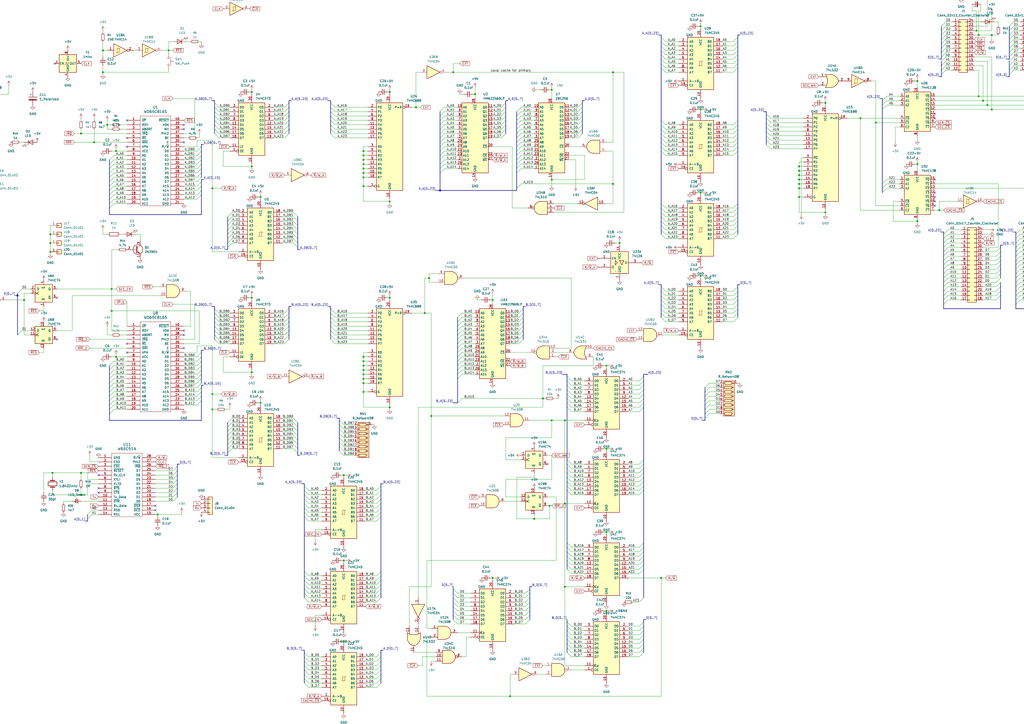
<source format=kicad_sch>
(kicad_sch (version 20250114) (generator "eeschema") (generator_version "9.0")
  (paper "A2")
  (lib_symbols
    (symbol "65xx:W65C51N" (pin_names (offset 1.016))
      (property "Reference" "U11" (at 0 22.86 0))
      (property "Value" "W65C51N" (at 0 20.32 0))
      (symbol "W65C51N_1_1"
        (pin input line (at -16.51 15.24 0) (length 7.62) (name "GND") (number "1"))
        (pin input line (at -16.51 12.7 0) (length 7.62) (name "CS0") (number "2"))
        (pin input line (at -16.51 10.16 0) (length 7.62) (name "~{CS1}") (number "3"))
        (pin input line (at -16.51 7.62 0) (length 7.62) (name "~{RESET}") (number "4"))
        (pin input line (at -16.51 5.08 0) (length 7.62) (name "Rx_CLK") (number "5"))
        (pin input line (at -16.51 2.54 0) (length 7.62) (name "XTLI") (number "6"))
        (pin input line (at -16.51 0 0) (length 7.62) (name "XLT0") (number "7"))
        (pin input line (at -16.51 -2.54 0) (length 7.62) (name "~{RTS}") (number "8"))
        (pin input line (at -16.51 -5.08 0) (length 7.62) (name "~{CTS}") (number "9"))
        (pin input line (at -16.51 -7.62 0) (length 7.62) (name "Tx_Data") (number "10"))
        (pin input line (at -16.51 -10.16 0) (length 7.62) (name "~{DTR}") (number "11"))
        (pin input line (at -16.51 -12.7 0) (length 7.62) (name "Rx_Data") (number "12"))
        (pin input line (at -16.51 -15.24 0) (length 7.62) (name "RS0") (number "13"))
        (pin input line (at -16.51 -17.78 0) (length 7.62) (name "RS1") (number "14"))
        (pin input line (at 16.51 15.24 180) (length 7.62) (name "R/~{W}") (number "28"))
        (pin input line (at 16.51 12.7 180) (length 7.62) (name "PHI2") (number "27"))
        (pin output line (at 16.51 10.16 180) (length 7.62) (name "~{IRQ}") (number "26"))
        (pin bidirectional line (at 16.51 7.62 180) (length 7.62) (name "D7") (number "25"))
        (pin bidirectional line (at 16.51 5.08 180) (length 7.62) (name "D6") (number "24"))
        (pin bidirectional line (at 16.51 2.54 180) (length 7.62) (name "D5") (number "23"))
        (pin bidirectional line (at 16.51 0 180) (length 7.62) (name "D4") (number "22"))
        (pin bidirectional line (at 16.51 -2.54 180) (length 7.62) (name "D3") (number "21"))
        (pin bidirectional line (at 16.51 -5.08 180) (length 7.62) (name "D2") (number "20"))
        (pin bidirectional line (at 16.51 -7.62 180) (length 7.62) (name "D1") (number "19"))
        (pin bidirectional line (at 16.51 -10.16 180) (length 7.62) (name "D0") (number "18"))
        (pin input line (at 16.51 -12.7 180) (length 7.62) (name "~{DSR}") (number "17"))
        (pin input line (at 16.51 -15.24 180) (length 7.62) (name "~{DCD}") (number "16"))
        (pin power_in line (at 16.51 -17.78 180) (length 7.62) (name "VCC") (number "15"))
      )
    )
    (symbol "65xx:WD65C816S" (pin_names (offset 1.016))
      (property "Reference" "U8" (at 0 30.48 0))
      (property "Value" "WD65C816S" (at 0 27.94 0))
      (symbol "WD65C816S_1_1"
        (pin output line (at -16.51 22.86 0) (length 7.62) (name "~{VP}") (number "1"))
        (pin bidirectional line (at -16.51 20.32 0) (length 7.62) (name "RDY") (number "2"))
        (pin input line (at -16.51 17.78 0) (length 7.62) (name "ABORT") (number "3"))
        (pin input line (at -16.51 15.24 0) (length 7.62) (name "~{IRQ}") (number "4"))
        (pin output line (at -16.51 12.7 0) (length 7.62) (name "~{ML}") (number "5"))
        (pin input line (at -16.51 10.16 0) (length 7.62) (name "~{NMI}") (number "6"))
        (pin output line (at -16.51 7.62 0) (length 7.62) (name "VPA") (number "7"))
        (pin power_in line (at -16.51 5.08 0) (length 7.62) (name "VCC") (number "8"))
        (pin tri_state line (at -16.51 2.54 0) (length 7.62) (name "A0") (number "9"))
        (pin tri_state line (at -16.51 0 0) (length 7.62) (name "A1") (number "10"))
        (pin tri_state line (at -16.51 -2.54 0) (length 7.62) (name "A2") (number "11"))
        (pin tri_state line (at -16.51 -5.08 0) (length 7.62) (name "A3") (number "12"))
        (pin tri_state line (at -16.51 -7.62 0) (length 7.62) (name "A4") (number "13"))
        (pin tri_state line (at -16.51 -10.16 0) (length 7.62) (name "A5") (number "14"))
        (pin tri_state line (at -16.51 -12.7 0) (length 7.62) (name "A6") (number "15"))
        (pin tri_state line (at -16.51 -15.24 0) (length 7.62) (name "A7") (number "16"))
        (pin tri_state line (at -16.51 -17.78 0) (length 7.62) (name "A8") (number "17"))
        (pin tri_state line (at -16.51 -20.32 0) (length 7.62) (name "A9") (number "18"))
        (pin tri_state line (at -16.51 -22.86 0) (length 7.62) (name "A10") (number "19"))
        (pin tri_state line (at -16.51 -25.4 0) (length 7.62) (name "A11") (number "20"))
        (pin input line (at 16.51 22.86 180) (length 7.62) (name "~{RESET}") (number "40"))
        (pin output line (at 16.51 20.32 180) (length 7.62) (name "VDA") (number "39"))
        (pin output line (at 16.51 17.78 180) (length 7.62) (name "MX") (number "38"))
        (pin input line (at 16.51 15.24 180) (length 7.62) (name "PHI2") (number "37"))
        (pin input line (at 16.51 12.7 180) (length 7.62) (name "BE") (number "36"))
        (pin output line (at 16.51 10.16 180) (length 7.62) (name "E") (number "35"))
        (pin tri_state line (at 16.51 7.62 180) (length 7.62) (name "R/~{W}") (number "34"))
        (pin tri_state line (at 16.51 5.08 180) (length 7.62) (name "D0") (number "33"))
        (pin tri_state line (at 16.51 2.54 180) (length 7.62) (name "D1") (number "32"))
        (pin tri_state line (at 16.51 0 180) (length 7.62) (name "D2") (number "31"))
        (pin tri_state line (at 16.51 -2.54 180) (length 7.62) (name "D3") (number "30"))
        (pin tri_state line (at 16.51 -5.08 180) (length 7.62) (name "D4") (number "29"))
        (pin tri_state line (at 16.51 -7.62 180) (length 7.62) (name "D5") (number "28"))
        (pin tri_state line (at 16.51 -10.16 180) (length 7.62) (name "D6") (number "27"))
        (pin tri_state line (at 16.51 -12.7 180) (length 7.62) (name "D7") (number "26"))
        (pin tri_state line (at 16.51 -15.24 180) (length 7.62) (name "A15") (number "25"))
        (pin tri_state line (at 16.51 -17.78 180) (length 7.62) (name "A14") (number "24"))
        (pin tri_state line (at 16.51 -20.32 180) (length 7.62) (name "A13") (number "23"))
        (pin tri_state line (at 16.51 -22.86 180) (length 7.62) (name "A12") (number "22"))
        (pin power_in line (at 16.51 -25.4 180) (length 7.62) (name "GND") (number "21"))
      )
    )
    (symbol "74HC04_7"
      (property "Reference" "U" (at 0 1.27 0))
      (property "Value" "74HC04" (at 0 -1.27 0))
      (symbol "74HC04_7_1_0"
        (pin input line (at -7.62 0 0) (length 3.81) (name "~") (number "1"))
        (pin output inverted (at 7.62 0 180) (length 3.81) (name "~") (number "2"))
      )
      (symbol "74HC04_7_2_0"
        (pin input line (at -7.62 0 0) (length 3.81) (name "~") (number "3"))
        (pin output inverted (at 7.62 0 180) (length 3.81) (name "~") (number "4"))
      )
      (symbol "74HC04_7_3_0"
        (pin input line (at -7.62 0 0) (length 3.81) (name "~") (number "5"))
        (pin output inverted (at 7.62 0 180) (length 3.81) (name "~") (number "6"))
      )
      (symbol "74HC04_7_4_0"
        (pin input line (at -7.62 0 0) (length 3.81) (name "~") (number "9"))
        (pin output inverted (at 7.62 0 180) (length 3.81) (name "~") (number "8"))
      )
      (symbol "74HC04_7_5_0"
        (pin input line (at -7.62 0 0) (length 3.81) (name "~") (number "11"))
        (pin output inverted (at 7.62 0 180) (length 3.81) (name "~") (number "10"))
      )
      (symbol "74HC04_7_6_0"
        (pin input line (at -7.62 0 0) (length 3.81) (name "~") (number "13"))
        (pin output inverted (at 7.62 0 180) (length 3.81) (name "~") (number "12"))
      )
      (symbol "74HC04_7_7_0"
        (pin power_in line (at 0 12.7 270) (length 5.08) (name "VCC") (number "14"))
        (pin power_in line (at 0 -12.7 90) (length 5.08) (name "GND") (number "7"))
      )
    )
    (symbol "74xx:74HC00" (pin_names (offset 1.016))
      (property "Reference" "U" (at 0 1.27 0))
      (property "Value" "74HC00" (at 0 -1.27 0))
      (symbol "74HC00_1_1"
        (pin input line (at -7.62 2.54 0) (length 3.81) (name "~") (number "1"))
        (pin input line (at -7.62 -2.54 0) (length 3.81) (name "~") (number "2"))
        (pin output inverted (at 7.62 0 180) (length 3.81) (name "~") (number "3"))
      )
      (symbol "74HC00_1_2"
        (pin input inverted (at -7.62 2.54 0) (length 4.318) (name "~") (number "1"))
        (pin input inverted (at -7.62 -2.54 0) (length 4.318) (name "~") (number "2"))
        (pin output line (at 7.62 0 180) (length 3.81) (name "~") (number "3"))
      )
      (symbol "74HC00_2_1"
        (pin input line (at -7.62 2.54 0) (length 3.81) (name "~") (number "4"))
        (pin input line (at -7.62 -2.54 0) (length 3.81) (name "~") (number "5"))
        (pin output inverted (at 7.62 0 180) (length 3.81) (name "~") (number "6"))
      )
      (symbol "74HC00_2_2"
        (pin input inverted (at -7.62 2.54 0) (length 4.318) (name "~") (number "4"))
        (pin input inverted (at -7.62 -2.54 0) (length 4.318) (name "~") (number "5"))
        (pin output line (at 7.62 0 180) (length 3.81) (name "~") (number "6"))
      )
      (symbol "74HC00_3_1"
        (pin input line (at -7.62 2.54 0) (length 3.81) (name "~") (number "9"))
        (pin input line (at -7.62 -2.54 0) (length 3.81) (name "~") (number "10"))
        (pin output inverted (at 7.62 0 180) (length 3.81) (name "~") (number "8"))
      )
      (symbol "74HC00_3_2"
        (pin input inverted (at -7.62 2.54 0) (length 4.318) (name "~") (number "9"))
        (pin input inverted (at -7.62 -2.54 0) (length 4.318) (name "~") (number "10"))
        (pin output line (at 7.62 0 180) (length 3.81) (name "~") (number "8"))
      )
      (symbol "74HC00_4_1"
        (pin input line (at -7.62 2.54 0) (length 3.81) (name "~") (number "12"))
        (pin input line (at -7.62 -2.54 0) (length 3.81) (name "~") (number "13"))
        (pin output inverted (at 7.62 0 180) (length 3.81) (name "~") (number "11"))
      )
      (symbol "74HC00_4_2"
        (pin input inverted (at -7.62 2.54 0) (length 4.318) (name "~") (number "12"))
        (pin input inverted (at -7.62 -2.54 0) (length 4.318) (name "~") (number "13"))
        (pin output line (at 7.62 0 180) (length 3.81) (name "~") (number "11"))
      )
      (symbol "74HC00_5_0"
        (pin power_in line (at 0 12.7 270) (length 5.08) (name "VCC") (number "14"))
        (pin power_in line (at 0 -12.7 90) (length 5.08) (name "GND") (number "7"))
      )
    )
    (symbol "74xx:74HC04"
      (property "Reference" "U" (at 0 1.27 0))
      (property "Value" "74HC04" (at 0 -1.27 0))
      (symbol "74HC04_1_0"
        (pin input line (at -7.62 0 0) (length 3.81) (name "~") (number "1"))
        (pin output inverted (at 7.62 0 180) (length 3.81) (name "~") (number "2"))
      )
      (symbol "74HC04_2_0"
        (pin input line (at -7.62 0 0) (length 3.81) (name "~") (number "3"))
        (pin output inverted (at 7.62 0 180) (length 3.81) (name "~") (number "4"))
      )
      (symbol "74HC04_3_0"
        (pin input line (at -7.62 0 0) (length 3.81) (name "~") (number "5"))
        (pin output inverted (at 7.62 0 180) (length 3.81) (name "~") (number "6"))
      )
      (symbol "74HC04_4_0"
        (pin input line (at -7.62 0 0) (length 3.81) (name "~") (number "9"))
        (pin output inverted (at 7.62 0 180) (length 3.81) (name "~") (number "8"))
      )
      (symbol "74HC04_5_0"
        (pin input line (at -7.62 0 0) (length 3.81) (name "~") (number "11"))
        (pin output inverted (at 7.62 0 180) (length 3.81) (name "~") (number "10"))
      )
      (symbol "74HC04_6_0"
        (pin input line (at -7.62 0 0) (length 3.81) (name "~") (number "13"))
        (pin output inverted (at 7.62 0 180) (length 3.81) (name "~") (number "12"))
      )
      (symbol "74HC04_7_0"
        (pin power_in line (at 0 12.7 270) (length 5.08) (name "VCC") (number "14"))
        (pin power_in line (at 0 -12.7 90) (length 5.08) (name "GND") (number "7"))
      )
    )
    (symbol "74xx:74HC138"
      (property "Reference" "U" (at -7.62 13.97 0))
      (property "Value" "74HC138" (at 2.54 -11.43 0))
      (symbol "74HC138_1_1"
        (pin input line (at -10.16 10.16 0) (length 2.54) (name "A0") (number "1"))
        (pin input line (at -10.16 7.62 0) (length 2.54) (name "A1") (number "2"))
        (pin input line (at -10.16 5.08 0) (length 2.54) (name "A2") (number "3"))
        (pin input line (at -10.16 -2.54 0) (length 2.54) (name "~{E0}") (number "4"))
        (pin input line (at -10.16 -5.08 0) (length 2.54) (name "~{E1}") (number "5"))
        (pin input line (at -10.16 -7.62 0) (length 2.54) (name "E2") (number "6"))
        (pin power_in line (at 0 15.24 270) (length 2.54) (name "VCC") (number "16"))
        (pin power_in line (at 0 -12.7 90) (length 2.54) (name "GND") (number "8"))
        (pin output line (at 10.16 10.16 180) (length 2.54) (name "~{Y0}") (number "15"))
        (pin output line (at 10.16 7.62 180) (length 2.54) (name "~{Y1}") (number "14"))
        (pin output line (at 10.16 5.08 180) (length 2.54) (name "~{Y2}") (number "13"))
        (pin output line (at 10.16 2.54 180) (length 2.54) (name "~{Y3}") (number "12"))
        (pin output line (at 10.16 0 180) (length 2.54) (name "~{Y4}") (number "11"))
        (pin output line (at 10.16 -2.54 180) (length 2.54) (name "~{Y5}") (number "10"))
        (pin output line (at 10.16 -5.08 180) (length 2.54) (name "~{Y6}") (number "9"))
        (pin output line (at 10.16 -7.62 180) (length 2.54) (name "~{Y7}") (number "7"))
      )
    )
    (symbol "74xx:74HC14" (pin_names (offset 1.016))
      (property "Reference" "U" (at 0 1.27 0))
      (property "Value" "74HC14" (at 0 -1.27 0))
      (symbol "74HC14_1_0"
        (pin input line (at -7.62 0 0) (length 3.81) (name "~") (number "1"))
        (pin output inverted (at 7.62 0 180) (length 3.81) (name "~") (number "2"))
      )
      (symbol "74HC14_2_0"
        (pin input line (at -7.62 0 0) (length 3.81) (name "~") (number "3"))
        (pin output inverted (at 7.62 0 180) (length 3.81) (name "~") (number "4"))
      )
      (symbol "74HC14_3_0"
        (pin input line (at -7.62 0 0) (length 3.81) (name "~") (number "5"))
        (pin output inverted (at 7.62 0 180) (length 3.81) (name "~") (number "6"))
      )
      (symbol "74HC14_4_0"
        (pin input line (at -7.62 0 0) (length 3.81) (name "~") (number "9"))
        (pin output inverted (at 7.62 0 180) (length 3.81) (name "~") (number "8"))
      )
      (symbol "74HC14_5_0"
        (pin input line (at -7.62 0 0) (length 3.81) (name "~") (number "11"))
        (pin output inverted (at 7.62 0 180) (length 3.81) (name "~") (number "10"))
      )
      (symbol "74HC14_6_0"
        (pin input line (at -7.62 0 0) (length 3.81) (name "~") (number "13"))
        (pin output inverted (at 7.62 0 180) (length 3.81) (name "~") (number "12"))
      )
      (symbol "74HC14_7_0"
        (pin power_in line (at 0 12.7 270) (length 5.08) (name "VCC") (number "14"))
        (pin power_in line (at 0 -12.7 90) (length 5.08) (name "GND") (number "7"))
      )
    )
    (symbol "74xx:74HC245" (pin_names (offset 1.016))
      (property "Reference" "U" (at -7.62 16.51 0))
      (property "Value" "74HC245" (at -7.62 -16.51 0))
      (symbol "74HC245_1_0"
        (pin tri_state line (at -12.7 12.7 0) (length 5.08) (name "A0") (number "2"))
        (pin tri_state line (at -12.7 10.16 0) (length 5.08) (name "A1") (number "3"))
        (pin tri_state line (at -12.7 7.62 0) (length 5.08) (name "A2") (number "4"))
        (pin tri_state line (at -12.7 5.08 0) (length 5.08) (name "A3") (number "5"))
        (pin tri_state line (at -12.7 2.54 0) (length 5.08) (name "A4") (number "6"))
        (pin tri_state line (at -12.7 0 0) (length 5.08) (name "A5") (number "7"))
        (pin tri_state line (at -12.7 -2.54 0) (length 5.08) (name "A6") (number "8"))
        (pin tri_state line (at -12.7 -5.08 0) (length 5.08) (name "A7") (number "9"))
        (pin input line (at -12.7 -10.16 0) (length 5.08) (name "A->B") (number "1"))
        (pin input inverted (at -12.7 -12.7 0) (length 5.08) (name "CE") (number "19"))
        (pin power_in line (at 0 20.32 270) (length 5.08) (name "VCC") (number "20"))
        (pin power_in line (at 0 -20.32 90) (length 5.08) (name "GND") (number "10"))
        (pin tri_state line (at 12.7 12.7 180) (length 5.08) (name "B0") (number "18"))
        (pin tri_state line (at 12.7 10.16 180) (length 5.08) (name "B1") (number "17"))
        (pin tri_state line (at 12.7 7.62 180) (length 5.08) (name "B2") (number "16"))
        (pin tri_state line (at 12.7 5.08 180) (length 5.08) (name "B3") (number "15"))
        (pin tri_state line (at 12.7 2.54 180) (length 5.08) (name "B4") (number "14"))
        (pin tri_state line (at 12.7 0 180) (length 5.08) (name "B5") (number "13"))
        (pin tri_state line (at 12.7 -2.54 180) (length 5.08) (name "B6") (number "12"))
        (pin tri_state line (at 12.7 -5.08 180) (length 5.08) (name "B7") (number "11"))
      )
    )
    (symbol "74xx:74HC373"
      (property "Reference" "U" (at -7.62 16.51 0))
      (property "Value" "74HC373" (at -7.62 -16.51 0))
      (symbol "74HC373_1_0"
        (pin input line (at -12.7 12.7 0) (length 5.08) (name "D0") (number "3"))
        (pin input line (at -12.7 10.16 0) (length 5.08) (name "D1") (number "4"))
        (pin input line (at -12.7 7.62 0) (length 5.08) (name "D2") (number "7"))
        (pin input line (at -12.7 5.08 0) (length 5.08) (name "D3") (number "8"))
        (pin input line (at -12.7 2.54 0) (length 5.08) (name "D4") (number "13"))
        (pin input line (at -12.7 0 0) (length 5.08) (name "D5") (number "14"))
        (pin input line (at -12.7 -2.54 0) (length 5.08) (name "D6") (number "17"))
        (pin input line (at -12.7 -5.08 0) (length 5.08) (name "D7") (number "18"))
        (pin input line (at -12.7 -10.16 0) (length 5.08) (name "LE") (number "11"))
        (pin input inverted (at -12.7 -12.7 0) (length 5.08) (name "OE") (number "1"))
        (pin power_in line (at 0 20.32 270) (length 5.08) (name "VCC") (number "20"))
        (pin power_in line (at 0 -20.32 90) (length 5.08) (name "GND") (number "10"))
        (pin tri_state line (at 12.7 12.7 180) (length 5.08) (name "O0") (number "2"))
        (pin tri_state line (at 12.7 10.16 180) (length 5.08) (name "O1") (number "5"))
        (pin tri_state line (at 12.7 7.62 180) (length 5.08) (name "O2") (number "6"))
        (pin tri_state line (at 12.7 5.08 180) (length 5.08) (name "O3") (number "9"))
        (pin tri_state line (at 12.7 2.54 180) (length 5.08) (name "O4") (number "12"))
        (pin tri_state line (at 12.7 0 180) (length 5.08) (name "O5") (number "15"))
        (pin tri_state line (at 12.7 -2.54 180) (length 5.08) (name "O6") (number "16"))
        (pin tri_state line (at 12.7 -5.08 180) (length 5.08) (name "O7") (number "19"))
      )
    )
    (symbol "74xx:74HC374"
      (property "Reference" "U" (at -7.62 16.51 0))
      (property "Value" "74HC374" (at -7.62 -16.51 0))
      (symbol "74HC374_1_0"
        (pin input line (at -12.7 12.7 0) (length 5.08) (name "D0") (number "3"))
        (pin input line (at -12.7 10.16 0) (length 5.08) (name "D1") (number "4"))
        (pin input line (at -12.7 7.62 0) (length 5.08) (name "D2") (number "7"))
        (pin input line (at -12.7 5.08 0) (length 5.08) (name "D3") (number "8"))
        (pin input line (at -12.7 2.54 0) (length 5.08) (name "D4") (number "13"))
        (pin input line (at -12.7 0 0) (length 5.08) (name "D5") (number "14"))
        (pin input line (at -12.7 -2.54 0) (length 5.08) (name "D6") (number "17"))
        (pin input line (at -12.7 -5.08 0) (length 5.08) (name "D7") (number "18"))
        (pin input clock (at -12.7 -10.16 0) (length 5.08) (name "Cp") (number "11"))
        (pin input inverted (at -12.7 -12.7 0) (length 5.08) (name "OE") (number "1"))
        (pin power_in line (at 0 20.32 270) (length 5.08) (name "VCC") (number "20"))
        (pin power_in line (at 0 -20.32 90) (length 5.08) (name "GND") (number "10"))
        (pin tri_state line (at 12.7 12.7 180) (length 5.08) (name "O0") (number "2"))
        (pin tri_state line (at 12.7 10.16 180) (length 5.08) (name "O1") (number "5"))
        (pin tri_state line (at 12.7 7.62 180) (length 5.08) (name "O2") (number "6"))
        (pin tri_state line (at 12.7 5.08 180) (length 5.08) (name "O3") (number "9"))
        (pin tri_state line (at 12.7 2.54 180) (length 5.08) (name "O4") (number "12"))
        (pin tri_state line (at 12.7 0 180) (length 5.08) (name "O5") (number "15"))
        (pin tri_state line (at 12.7 -2.54 180) (length 5.08) (name "O6") (number "16"))
        (pin tri_state line (at 12.7 -5.08 180) (length 5.08) (name "O7") (number "19"))
      )
    )
    (symbol "74xx:74HC688"
      (property "Reference" "U" (at -7.62 26.67 0))
      (property "Value" "74HC688" (at -7.62 -26.67 0))
      (symbol "74HC688_1_0"
        (pin input line (at -12.7 22.86 0) (length 5.08) (name "P0") (number "2"))
        (pin input line (at -12.7 20.32 0) (length 5.08) (name "P1") (number "4"))
        (pin input line (at -12.7 17.78 0) (length 5.08) (name "P2") (number "6"))
        (pin input line (at -12.7 15.24 0) (length 5.08) (name "P3") (number "8"))
        (pin input line (at -12.7 12.7 0) (length 5.08) (name "P4") (number "11"))
        (pin input line (at -12.7 10.16 0) (length 5.08) (name "P5") (number "13"))
        (pin input line (at -12.7 7.62 0) (length 5.08) (name "P6") (number "15"))
        (pin input line (at -12.7 5.08 0) (length 5.08) (name "P7") (number "17"))
        (pin input line (at -12.7 0 0) (length 5.08) (name "R0") (number "3"))
        (pin input line (at -12.7 -2.54 0) (length 5.08) (name "R1") (number "5"))
        (pin input line (at -12.7 -5.08 0) (length 5.08) (name "R2") (number "7"))
        (pin input line (at -12.7 -7.62 0) (length 5.08) (name "R3") (number "9"))
        (pin input line (at -12.7 -10.16 0) (length 5.08) (name "R4") (number "12"))
        (pin input line (at -12.7 -12.7 0) (length 5.08) (name "R5") (number "14"))
        (pin input line (at -12.7 -15.24 0) (length 5.08) (name "R6") (number "16"))
        (pin input line (at -12.7 -17.78 0) (length 5.08) (name "R7") (number "18"))
        (pin input inverted (at -12.7 -22.86 0) (length 5.08) (name "G") (number "1"))
        (pin power_in line (at 0 30.48 270) (length 5.08) (name "VCC") (number "20"))
        (pin power_in line (at 0 -30.48 90) (length 5.08) (name "GND") (number "10"))
        (pin output inverted (at 12.7 22.86 180) (length 5.08) (name "P=R") (number "19"))
      )
    )
    (symbol "74xx:74HC74" (pin_names (offset 1.016))
      (property "Reference" "U" (at -7.62 8.89 0))
      (property "Value" "74HC74" (at -7.62 -8.89 0))
      (symbol "74HC74_1_0"
        (pin input line (at -7.62 2.54 0) (length 2.54) (name "D") (number "2"))
        (pin input clock (at -7.62 0 0) (length 2.54) (name "C") (number "3"))
        (pin input line (at 0 7.62 270) (length 2.54) (name "~{S}") (number "4"))
        (pin input line (at 0 -7.62 90) (length 2.54) (name "~{R}") (number "1"))
        (pin output line (at 7.62 2.54 180) (length 2.54) (name "Q") (number "5"))
        (pin output line (at 7.62 -2.54 180) (length 2.54) (name "~{Q}") (number "6"))
      )
      (symbol "74HC74_2_0"
        (pin input line (at -7.62 2.54 0) (length 2.54) (name "D") (number "12"))
        (pin input clock (at -7.62 0 0) (length 2.54) (name "C") (number "11"))
        (pin input line (at 0 7.62 270) (length 2.54) (name "~{S}") (number "10"))
        (pin input line (at 0 -7.62 90) (length 2.54) (name "~{R}") (number "13"))
        (pin output line (at 7.62 2.54 180) (length 2.54) (name "Q") (number "9"))
        (pin output line (at 7.62 -2.54 180) (length 2.54) (name "~{Q}") (number "8"))
      )
      (symbol "74HC74_3_0"
        (pin power_in line (at 0 10.16 270) (length 2.54) (name "VCC") (number "14"))
        (pin power_in line (at 0 -10.16 90) (length 2.54) (name "GND") (number "7"))
      )
    )
    (symbol "74xx:74LS08" (pin_names (offset 1.016))
      (property "Reference" "U" (at 0 1.27 0))
      (property "Value" "74LS08" (at 0 -1.27 0))
      (symbol "74LS08_1_1"
        (pin input line (at -7.62 2.54 0) (length 3.81) (name "~") (number "1"))
        (pin input line (at -7.62 -2.54 0) (length 3.81) (name "~") (number "2"))
        (pin output line (at 7.62 0 180) (length 3.81) (name "~") (number "3"))
      )
      (symbol "74LS08_1_2"
        (pin input inverted (at -7.62 2.54 0) (length 4.318) (name "~") (number "1"))
        (pin input inverted (at -7.62 -2.54 0) (length 4.318) (name "~") (number "2"))
        (pin output inverted (at 7.62 0 180) (length 3.81) (name "~") (number "3"))
      )
      (symbol "74LS08_2_1"
        (pin input line (at -7.62 2.54 0) (length 3.81) (name "~") (number "4"))
        (pin input line (at -7.62 -2.54 0) (length 3.81) (name "~") (number "5"))
        (pin output line (at 7.62 0 180) (length 3.81) (name "~") (number "6"))
      )
      (symbol "74LS08_2_2"
        (pin input inverted (at -7.62 2.54 0) (length 4.318) (name "~") (number "4"))
        (pin input inverted (at -7.62 -2.54 0) (length 4.318) (name "~") (number "5"))
        (pin output inverted (at 7.62 0 180) (length 3.81) (name "~") (number "6"))
      )
      (symbol "74LS08_3_1"
        (pin input line (at -7.62 2.54 0) (length 3.81) (name "~") (number "9"))
        (pin input line (at -7.62 -2.54 0) (length 3.81) (name "~") (number "10"))
        (pin output line (at 7.62 0 180) (length 3.81) (name "~") (number "8"))
      )
      (symbol "74LS08_3_2"
        (pin input inverted (at -7.62 2.54 0) (length 4.318) (name "~") (number "9"))
        (pin input inverted (at -7.62 -2.54 0) (length 4.318) (name "~") (number "10"))
        (pin output inverted (at 7.62 0 180) (length 3.81) (name "~") (number "8"))
      )
      (symbol "74LS08_4_1"
        (pin input line (at -7.62 2.54 0) (length 3.81) (name "~") (number "12"))
        (pin input line (at -7.62 -2.54 0) (length 3.81) (name "~") (number "13"))
        (pin output line (at 7.62 0 180) (length 3.81) (name "~") (number "11"))
      )
      (symbol "74LS08_4_2"
        (pin input inverted (at -7.62 2.54 0) (length 4.318) (name "~") (number "12"))
        (pin input inverted (at -7.62 -2.54 0) (length 4.318) (name "~") (number "13"))
        (pin output inverted (at 7.62 0 180) (length 3.81) (name "~") (number "11"))
      )
      (symbol "74LS08_5_0"
        (pin power_in line (at 0 12.7 270) (length 5.08) (name "VCC") (number "14"))
        (pin power_in line (at 0 -12.7 90) (length 5.08) (name "GND") (number "7"))
      )
    )
    (symbol "74xx:74LS10" (pin_names (offset 1.016))
      (property "Reference" "U" (at 0 1.27 0))
      (property "Value" "74LS10" (at 0 -1.27 0))
      (symbol "74LS10_1_1"
        (pin input line (at -7.62 2.54 0) (length 3.81) (name "~") (number "1"))
        (pin input line (at -7.62 0 0) (length 3.81) (name "~") (number "2"))
        (pin input line (at -7.62 -2.54 0) (length 3.81) (name "~") (number "13"))
        (pin output inverted (at 7.62 0 180) (length 3.81) (name "~") (number "12"))
      )
      (symbol "74LS10_1_2"
        (pin input inverted (at -7.62 2.54 0) (length 4.318) (name "~") (number "1"))
        (pin input inverted (at -7.62 0 0) (length 4.953) (name "~") (number "2"))
        (pin input inverted (at -7.62 -2.54 0) (length 4.318) (name "~") (number "13"))
        (pin output line (at 7.62 0 180) (length 3.81) (name "~") (number "12"))
      )
      (symbol "74LS10_2_1"
        (pin input line (at -7.62 2.54 0) (length 3.81) (name "~") (number "3"))
        (pin input line (at -7.62 0 0) (length 3.81) (name "~") (number "4"))
        (pin input line (at -7.62 -2.54 0) (length 3.81) (name "~") (number "5"))
        (pin output inverted (at 7.62 0 180) (length 3.81) (name "~") (number "6"))
      )
      (symbol "74LS10_2_2"
        (pin input inverted (at -7.62 2.54 0) (length 4.318) (name "~") (number "3"))
        (pin input inverted (at -7.62 0 0) (length 4.953) (name "~") (number "4"))
        (pin input inverted (at -7.62 -2.54 0) (length 4.318) (name "~") (number "5"))
        (pin output line (at 7.62 0 180) (length 3.81) (name "~") (number "6"))
      )
      (symbol "74LS10_3_1"
        (pin input line (at -7.62 2.54 0) (length 3.81) (name "~") (number "9"))
        (pin input line (at -7.62 0 0) (length 3.81) (name "~") (number "10"))
        (pin input line (at -7.62 -2.54 0) (length 3.81) (name "~") (number "11"))
        (pin output inverted (at 7.62 0 180) (length 3.81) (name "~") (number "8"))
      )
      (symbol "74LS10_3_2"
        (pin input inverted (at -7.62 2.54 0) (length 4.318) (name "~") (number "9"))
        (pin input inverted (at -7.62 0 0) (length 4.953) (name "~") (number "10"))
        (pin input inverted (at -7.62 -2.54 0) (length 4.318) (name "~") (number "11"))
        (pin output line (at 7.62 0 180) (length 3.81) (name "~") (number "8"))
      )
      (symbol "74LS10_4_0"
        (pin power_in line (at 0 12.7 270) (length 5.08) (name "VCC") (number "14"))
        (pin power_in line (at 0 -12.7 90) (length 5.08) (name "GND") (number "7"))
      )
    )
    (symbol "74xx:74LS32" (pin_names (offset 1.016))
      (property "Reference" "U" (at 0 1.27 0))
      (property "Value" "74LS32" (at 0 -1.27 0))
      (symbol "74LS32_1_1"
        (pin input line (at -7.62 2.54 0) (length 4.318) (name "~") (number "1"))
        (pin input line (at -7.62 -2.54 0) (length 4.318) (name "~") (number "2"))
        (pin output line (at 7.62 0 180) (length 3.81) (name "~") (number "3"))
      )
      (symbol "74LS32_1_2"
        (pin input inverted (at -7.62 2.54 0) (length 3.81) (name "~") (number "1"))
        (pin input inverted (at -7.62 -2.54 0) (length 3.81) (name "~") (number "2"))
        (pin output inverted (at 7.62 0 180) (length 3.81) (name "~") (number "3"))
      )
      (symbol "74LS32_2_1"
        (pin input line (at -7.62 2.54 0) (length 4.318) (name "~") (number "4"))
        (pin input line (at -7.62 -2.54 0) (length 4.318) (name "~") (number "5"))
        (pin output line (at 7.62 0 180) (length 3.81) (name "~") (number "6"))
      )
      (symbol "74LS32_2_2"
        (pin input inverted (at -7.62 2.54 0) (length 3.81) (name "~") (number "4"))
        (pin input inverted (at -7.62 -2.54 0) (length 3.81) (name "~") (number "5"))
        (pin output inverted (at 7.62 0 180) (length 3.81) (name "~") (number "6"))
      )
      (symbol "74LS32_3_1"
        (pin input line (at -7.62 2.54 0) (length 4.318) (name "~") (number "9"))
        (pin input line (at -7.62 -2.54 0) (length 4.318) (name "~") (number "10"))
        (pin output line (at 7.62 0 180) (length 3.81) (name "~") (number "8"))
      )
      (symbol "74LS32_3_2"
        (pin input inverted (at -7.62 2.54 0) (length 3.81) (name "~") (number "9"))
        (pin input inverted (at -7.62 -2.54 0) (length 3.81) (name "~") (number "10"))
        (pin output inverted (at 7.62 0 180) (length 3.81) (name "~") (number "8"))
      )
      (symbol "74LS32_4_1"
        (pin input line (at -7.62 2.54 0) (length 4.318) (name "~") (number "12"))
        (pin input line (at -7.62 -2.54 0) (length 4.318) (name "~") (number "13"))
        (pin output line (at 7.62 0 180) (length 3.81) (name "~") (number "11"))
      )
      (symbol "74LS32_4_2"
        (pin input inverted (at -7.62 2.54 0) (length 3.81) (name "~") (number "12"))
        (pin input inverted (at -7.62 -2.54 0) (length 3.81) (name "~") (number "13"))
        (pin output inverted (at 7.62 0 180) (length 3.81) (name "~") (number "11"))
      )
      (symbol "74LS32_5_0"
        (pin power_in line (at 0 12.7 270) (length 5.08) (name "VCC") (number "14"))
        (pin power_in line (at 0 -12.7 90) (length 5.08) (name "GND") (number "7"))
      )
    )
    (symbol "74xx_IEEE:74126"
      (property "Reference" "U" (at 3.81 7.62 0))
      (property "Value" "74126" (at 1.27 -7.62 0))
      (symbol "74126_0_0"
        (pin power_in line (at 0 10.16 270) (length 3.81) (name "VCC") (number "14"))
        (pin power_in line (at 0 -10.16 90) (length 3.81) (name "GND") (number "7"))
      )
      (symbol "74126_1_0"
        (pin input line (at -12.7 2.54 0) (length 7.62) (name "EN") (number "1"))
      )
      (symbol "74126_1_1"
        (pin input line (at -12.7 -2.54 0) (length 7.62) (name "D") (number "2"))
        (pin tri_state line (at 12.7 0 180) (length 7.62) (name "O") (number "3"))
      )
      (symbol "74126_2_0"
        (pin input line (at -12.7 2.54 0) (length 7.62) (name "EN") (number "4"))
      )
      (symbol "74126_2_1"
        (pin input line (at -12.7 -2.54 0) (length 7.62) (name "D") (number "5"))
        (pin tri_state line (at 12.7 0 180) (length 7.62) (name "O") (number "6"))
      )
      (symbol "74126_3_0"
        (pin input line (at -12.7 2.54 0) (length 7.62) (name "EN") (number "10"))
      )
      (symbol "74126_3_1"
        (pin input line (at -12.7 -2.54 0) (length 7.62) (name "D") (number "9"))
        (pin tri_state line (at 12.7 0 180) (length 7.62) (name "O") (number "8"))
      )
      (symbol "74126_4_0"
        (pin input line (at -12.7 2.54 0) (length 7.62) (name "EN") (number "13"))
      )
      (symbol "74126_4_1"
        (pin input line (at -12.7 -2.54 0) (length 7.62) (name "D") (number "12"))
        (pin tri_state line (at 12.7 0 180) (length 7.62) (name "O") (number "11"))
      )
    )
    (symbol "Connector:Barrel_Jack" (pin_names (offset 1.016))
      (property "Reference" "J" (at 0 5.334 0))
      (property "Value" "Barrel_Jack" (at 0 -5.08 0))
      (symbol "Barrel_Jack_1_1"
        (pin passive line (at 7.62 2.54 180) (length 2.54) (name "~") (number "1"))
        (pin passive line (at 7.62 -2.54 180) (length 2.54) (name "~") (number "2"))
      )
    )
    (symbol "Connector_Generic:Conn_01x01" (pin_names (offset 1.016) (hide yes))
      (property "Reference" "J" (at 0 2.54 0))
      (property "Value" "Conn_01x01" (at 0 -2.54 0))
      (symbol "Conn_01x01_1_1"
        (pin passive line (at -5.08 0 0) (length 3.81) (name "Pin_1") (number "1"))
      )
    )
    (symbol "Connector_Generic:Conn_01x02" (pin_names (offset 1.016) (hide yes))
      (property "Reference" "J" (at 0 2.54 0))
      (property "Value" "Conn_01x02" (at 0 -5.08 0))
      (symbol "Conn_01x02_1_1"
        (pin passive line (at -5.08 0 0) (length 3.81) (name "Pin_1") (number "1"))
        (pin passive line (at -5.08 -2.54 0) (length 3.81) (name "Pin_2") (number "2"))
      )
    )
    (symbol "Connector_Generic:Conn_01x04" (pin_names (offset 1.016) (hide yes))
      (property "Reference" "J" (at 0 5.08 0))
      (property "Value" "Conn_01x04" (at 0 -7.62 0))
      (symbol "Conn_01x04_1_1"
        (pin passive line (at -5.08 2.54 0) (length 3.81) (name "Pin_1") (number "1"))
        (pin passive line (at -5.08 0 0) (length 3.81) (name "Pin_2") (number "2"))
        (pin passive line (at -5.08 -2.54 0) (length 3.81) (name "Pin_3") (number "3"))
        (pin passive line (at -5.08 -5.08 0) (length 3.81) (name "Pin_4") (number "4"))
      )
    )
    (symbol "Connector_Generic:Conn_01x08" (pin_names (offset 1.016) (hide yes))
      (property "Reference" "J" (at 0 10.16 0))
      (property "Value" "Conn_01x08" (at 0 -12.7 0))
      (symbol "Conn_01x08_1_1"
        (pin passive line (at -5.08 7.62 0) (length 3.81) (name "Pin_1") (number "1"))
        (pin passive line (at -5.08 5.08 0) (length 3.81) (name "Pin_2") (number "2"))
        (pin passive line (at -5.08 2.54 0) (length 3.81) (name "Pin_3") (number "3"))
        (pin passive line (at -5.08 0 0) (length 3.81) (name "Pin_4") (number "4"))
        (pin passive line (at -5.08 -2.54 0) (length 3.81) (name "Pin_5") (number "5"))
        (pin passive line (at -5.08 -5.08 0) (length 3.81) (name "Pin_6") (number "6"))
        (pin passive line (at -5.08 -7.62 0) (length 3.81) (name "Pin_7") (number "7"))
        (pin passive line (at -5.08 -10.16 0) (length 3.81) (name "Pin_8") (number "8"))
      )
    )
    (symbol "Connector_Generic:Conn_02x10_Counter_Clockwise" (pin_names (offset 1.016) (hide yes))
      (property "Reference" "J" (at 1.27 12.7 0))
      (property "Value" "Conn_02x10_Counter_Clockwise" (at 1.27 -15.24 0))
      (symbol "Conn_02x10_Counter_Clockwise_1_1"
        (pin passive line (at -5.08 10.16 0) (length 3.81) (name "Pin_1") (number "1"))
        (pin passive line (at -5.08 7.62 0) (length 3.81) (name "Pin_2") (number "2"))
        (pin passive line (at -5.08 5.08 0) (length 3.81) (name "Pin_3") (number "3"))
        (pin passive line (at -5.08 2.54 0) (length 3.81) (name "Pin_4") (number "4"))
        (pin passive line (at -5.08 0 0) (length 3.81) (name "Pin_5") (number "5"))
        (pin passive line (at -5.08 -2.54 0) (length 3.81) (name "Pin_6") (number "6"))
        (pin passive line (at -5.08 -5.08 0) (length 3.81) (name "Pin_7") (number "7"))
        (pin passive line (at -5.08 -7.62 0) (length 3.81) (name "Pin_8") (number "8"))
        (pin passive line (at -5.08 -10.16 0) (length 3.81) (name "Pin_9") (number "9"))
        (pin passive line (at -5.08 -12.7 0) (length 3.81) (name "Pin_10") (number "10"))
        (pin passive line (at 7.62 10.16 180) (length 3.81) (name "Pin_20") (number "20"))
        (pin passive line (at 7.62 7.62 180) (length 3.81) (name "Pin_19") (number "19"))
        (pin passive line (at 7.62 5.08 180) (length 3.81) (name "Pin_18") (number "18"))
        (pin passive line (at 7.62 2.54 180) (length 3.81) (name "Pin_17") (number "17"))
        (pin passive line (at 7.62 0 180) (length 3.81) (name "Pin_16") (number "16"))
        (pin passive line (at 7.62 -2.54 180) (length 3.81) (name "Pin_15") (number "15"))
        (pin passive line (at 7.62 -5.08 180) (length 3.81) (name "Pin_14") (number "14"))
        (pin passive line (at 7.62 -7.62 180) (length 3.81) (name "Pin_13") (number "13"))
        (pin passive line (at 7.62 -10.16 180) (length 3.81) (name "Pin_12") (number "12"))
        (pin passive line (at 7.62 -12.7 180) (length 3.81) (name "Pin_11") (number "11"))
      )
    )
    (symbol "Connector_Generic:Conn_02x12_Counter_Clockwise" (pin_names (offset 1.016) (hide yes))
      (property "Reference" "J" (at 1.27 15.24 0))
      (property "Value" "Conn_02x12_Counter_Clockwise" (at 1.27 -17.78 0))
      (symbol "Conn_02x12_Counter_Clockwise_1_1"
        (pin passive line (at -5.08 12.7 0) (length 3.81) (name "Pin_1") (number "1"))
        (pin passive line (at -5.08 10.16 0) (length 3.81) (name "Pin_2") (number "2"))
        (pin passive line (at -5.08 7.62 0) (length 3.81) (name "Pin_3") (number "3"))
        (pin passive line (at -5.08 5.08 0) (length 3.81) (name "Pin_4") (number "4"))
        (pin passive line (at -5.08 2.54 0) (length 3.81) (name "Pin_5") (number "5"))
        (pin passive line (at -5.08 0 0) (length 3.81) (name "Pin_6") (number "6"))
        (pin passive line (at -5.08 -2.54 0) (length 3.81) (name "Pin_7") (number "7"))
        (pin passive line (at -5.08 -5.08 0) (length 3.81) (name "Pin_8") (number "8"))
        (pin passive line (at -5.08 -7.62 0) (length 3.81) (name "Pin_9") (number "9"))
        (pin passive line (at -5.08 -10.16 0) (length 3.81) (name "Pin_10") (number "10"))
        (pin passive line (at -5.08 -12.7 0) (length 3.81) (name "Pin_11") (number "11"))
        (pin passive line (at -5.08 -15.24 0) (length 3.81) (name "Pin_12") (number "12"))
        (pin passive line (at 7.62 12.7 180) (length 3.81) (name "Pin_24") (number "24"))
        (pin passive line (at 7.62 10.16 180) (length 3.81) (name "Pin_23") (number "23"))
        (pin passive line (at 7.62 7.62 180) (length 3.81) (name "Pin_22") (number "22"))
        (pin passive line (at 7.62 5.08 180) (length 3.81) (name "Pin_21") (number "21"))
        (pin passive line (at 7.62 2.54 180) (length 3.81) (name "Pin_20") (number "20"))
        (pin passive line (at 7.62 0 180) (length 3.81) (name "Pin_19") (number "19"))
        (pin passive line (at 7.62 -2.54 180) (length 3.81) (name "Pin_18") (number "18"))
        (pin passive line (at 7.62 -5.08 180) (length 3.81) (name "Pin_17") (number "17"))
        (pin passive line (at 7.62 -7.62 180) (length 3.81) (name "Pin_16") (number "16"))
        (pin passive line (at 7.62 -10.16 180) (length 3.81) (name "Pin_15") (number "15"))
        (pin passive line (at 7.62 -12.7 180) (length 3.81) (name "Pin_14") (number "14"))
        (pin passive line (at 7.62 -15.24 180) (length 3.81) (name "Pin_13") (number "13"))
      )
    )
    (symbol "Connector_Generic:Conn_02x17_Counter_Clockwise" (pin_names (offset 1.016) (hide yes))
      (property "Reference" "J" (at 1.27 22.86 0))
      (property "Value" "Conn_02x17_Counter_Clockwise" (at 1.27 -22.86 0))
      (symbol "Conn_02x17_Counter_Clockwise_1_1"
        (pin passive line (at -5.08 20.32 0) (length 3.81) (name "Pin_1") (number "1"))
        (pin passive line (at -5.08 17.78 0) (length 3.81) (name "Pin_2") (number "2"))
        (pin passive line (at -5.08 15.24 0) (length 3.81) (name "Pin_3") (number "3"))
        (pin passive line (at -5.08 12.7 0) (length 3.81) (name "Pin_4") (number "4"))
        (pin passive line (at -5.08 10.16 0) (length 3.81) (name "Pin_5") (number "5"))
        (pin passive line (at -5.08 7.62 0) (length 3.81) (name "Pin_6") (number "6"))
        (pin passive line (at -5.08 5.08 0) (length 3.81) (name "Pin_7") (number "7"))
        (pin passive line (at -5.08 2.54 0) (length 3.81) (name "Pin_8") (number "8"))
        (pin passive line (at -5.08 0 0) (length 3.81) (name "Pin_9") (number "9"))
        (pin passive line (at -5.08 -2.54 0) (length 3.81) (name "Pin_10") (number "10"))
        (pin passive line (at -5.08 -5.08 0) (length 3.81) (name "Pin_11") (number "11"))
        (pin passive line (at -5.08 -7.62 0) (length 3.81) (name "Pin_12") (number "12"))
        (pin passive line (at -5.08 -10.16 0) (length 3.81) (name "Pin_13") (number "13"))
        (pin passive line (at -5.08 -12.7 0) (length 3.81) (name "Pin_14") (number "14"))
        (pin passive line (at -5.08 -15.24 0) (length 3.81) (name "Pin_15") (number "15"))
        (pin passive line (at -5.08 -17.78 0) (length 3.81) (name "Pin_16") (number "16"))
        (pin passive line (at -5.08 -20.32 0) (length 3.81) (name "Pin_17") (number "17"))
        (pin passive line (at 7.62 20.32 180) (length 3.81) (name "Pin_34") (number "34"))
        (pin passive line (at 7.62 17.78 180) (length 3.81) (name "Pin_33") (number "33"))
        (pin passive line (at 7.62 15.24 180) (length 3.81) (name "Pin_32") (number "32"))
        (pin passive line (at 7.62 12.7 180) (length 3.81) (name "Pin_31") (number "31"))
        (pin passive line (at 7.62 10.16 180) (length 3.81) (name "Pin_30") (number "30"))
        (pin passive line (at 7.62 7.62 180) (length 3.81) (name "Pin_29") (number "29"))
        (pin passive line (at 7.62 5.08 180) (length 3.81) (name "Pin_28") (number "28"))
        (pin passive line (at 7.62 2.54 180) (length 3.81) (name "Pin_27") (number "27"))
        (pin passive line (at 7.62 0 180) (length 3.81) (name "Pin_26") (number "26"))
        (pin passive line (at 7.62 -2.54 180) (length 3.81) (name "Pin_25") (number "25"))
        (pin passive line (at 7.62 -5.08 180) (length 3.81) (name "Pin_24") (number "24"))
        (pin passive line (at 7.62 -7.62 180) (length 3.81) (name "Pin_23") (number "23"))
        (pin passive line (at 7.62 -10.16 180) (length 3.81) (name "Pin_22") (number "22"))
        (pin passive line (at 7.62 -12.7 180) (length 3.81) (name "Pin_21") (number "21"))
        (pin passive line (at 7.62 -15.24 180) (length 3.81) (name "Pin_20") (number "20"))
        (pin passive line (at 7.62 -17.78 180) (length 3.81) (name "Pin_19") (number "19"))
        (pin passive line (at 7.62 -20.32 180) (length 3.81) (name "Pin_18") (number "18"))
      )
    )
    (symbol "Device:C_Polarized" (pin_numbers (hide yes)) (pin_names (offset 0.254))
      (property "Reference" "C" (at 0.635 2.54 0))
      (property "Value" "C_Polarized" (at 0.635 -2.54 0))
      (symbol "C_Polarized_1_1"
        (pin passive line (at 0 3.81 270) (length 2.794) (name "~") (number "1"))
        (pin passive line (at 0 -3.81 90) (length 2.794) (name "~") (number "2"))
      )
    )
    (symbol "Device:C_Polarized_Small" (pin_numbers (hide yes)) (pin_names (offset 0.254) (hide yes))
      (property "Reference" "C" (at 0.254 1.778 0))
      (property "Value" "C_Polarized_Small" (at 0.254 -2.032 0))
      (symbol "C_Polarized_Small_1_1"
        (pin passive line (at 0 2.54 270) (length 1.8542) (name "~") (number "1"))
        (pin passive line (at 0 -2.54 90) (length 1.8542) (name "~") (number "2"))
      )
    )
    (symbol "Device:C_Small" (pin_numbers (hide yes)) (pin_names (offset 0.254) (hide yes))
      (property "Reference" "C" (at 0.254 1.778 0))
      (property "Value" "C_Small" (at 0.254 -2.032 0))
      (symbol "C_Small_1_1"
        (pin passive line (at 0 2.54 270) (length 2.032) (name "~") (number "1"))
        (pin passive line (at 0 -2.54 90) (length 2.032) (name "~") (number "2"))
      )
    )
    (symbol "Device:Crystal" (pin_numbers (hide yes)) (pin_names (offset 1.016) (hide yes))
      (property "Reference" "Y" (at 0 3.81 0))
      (property "Value" "Crystal" (at 0 -3.81 0))
      (symbol "Crystal_1_1"
        (pin passive line (at -3.81 0 0) (length 1.27) (name "1") (number "1"))
        (pin passive line (at 3.81 0 180) (length 1.27) (name "2") (number "2"))
      )
    )
    (symbol "Device:LED" (pin_numbers (hide yes)) (pin_names (offset 1.016) (hide yes))
      (property "Reference" "D" (at 0 2.54 0))
      (property "Value" "LED" (at 0 -2.54 0))
      (symbol "LED_1_1"
        (pin passive line (at -3.81 0 0) (length 2.54) (name "K") (number "1"))
        (pin passive line (at 3.81 0 180) (length 2.54) (name "A") (number "2"))
      )
    )
    (symbol "Device:LED_Small" (pin_numbers (hide yes)) (pin_names (offset 0.254) (hide yes))
      (property "Reference" "D" (at -1.27 3.175 0))
      (property "Value" "LED_Small" (at -4.445 -2.54 0))
      (symbol "LED_Small_1_1"
        (pin passive line (at -2.54 0 0) (length 1.778) (name "K") (number "1"))
        (pin passive line (at 2.54 0 180) (length 1.778) (name "A") (number "2"))
      )
    )
    (symbol "Device:R" (pin_numbers (hide yes)) (pin_names (offset 0))
      (property "Reference" "R" (at 2.032 0 90))
      (property "Value" "R" (at 0 0 90))
      (symbol "R_1_1"
        (pin passive line (at 0 3.81 270) (length 1.27) (name "~") (number "1"))
        (pin passive line (at 0 -3.81 90) (length 1.27) (name "~") (number "2"))
      )
    )
    (symbol "Device:R_Network08" (pin_names (offset 0) (hide yes))
      (property "Reference" "RN" (at -12.7 0 90))
      (property "Value" "R_Network08" (at 10.16 0 90))
      (symbol "R_Network08_1_1"
        (pin passive line (at -10.16 5.08 270) (length 2.54) (name "common") (number "1"))
        (pin passive line (at -10.16 -5.08 90) (length 1.27) (name "R1") (number "2"))
        (pin passive line (at -7.62 -5.08 90) (length 1.27) (name "R2") (number "3"))
        (pin passive line (at -5.08 -5.08 90) (length 1.27) (name "R3") (number "4"))
        (pin passive line (at -2.54 -5.08 90) (length 1.27) (name "R4") (number "5"))
        (pin passive line (at 0 -5.08 90) (length 1.27) (name "R5") (number "6"))
        (pin passive line (at 2.54 -5.08 90) (length 1.27) (name "R6") (number "7"))
        (pin passive line (at 5.08 -5.08 90) (length 1.27) (name "R7") (number "8"))
        (pin passive line (at 7.62 -5.08 90) (length 1.27) (name "R8") (number "9"))
      )
    )
    (symbol "Device:R_Small" (pin_numbers (hide yes)) (pin_names (offset 0.254) (hide yes))
      (property "Reference" "R" (at 0 0 90))
      (property "Value" "R_Small" (at 1.778 0 90))
      (symbol "R_Small_1_1"
        (pin passive line (at 0 2.54 270) (length 0.762) (name "~") (number "1"))
        (pin passive line (at 0 -2.54 90) (length 0.762) (name "~") (number "2"))
      )
    )
    (symbol "Diode:1N914" (pin_numbers (hide yes)) (pin_names (hide yes))
      (property "Reference" "D" (at 0 2.54 0))
      (property "Value" "1N914" (at 0 -2.54 0))
      (symbol "1N914_1_1"
        (pin passive line (at -3.81 0 0) (length 2.54) (name "K") (number "1"))
        (pin passive line (at 3.81 0 180) (length 2.54) (name "A") (number "2"))
      )
    )
    (symbol "Memory_EEPROM:28C256"
      (property "Reference" "U7" (at 2.1433 30.48 0))
      (property "Value" "28C256" (at 2.1433 27.94 0))
      (symbol "28C256_1_1"
        (pin input line (at -10.16 22.86 0) (length 2.54) (name "A0") (number "10"))
        (pin input line (at -10.16 20.32 0) (length 2.54) (name "A1") (number "9"))
        (pin input line (at -10.16 17.78 0) (length 2.54) (name "A2") (number "8"))
        (pin input line (at -10.16 15.24 0) (length 2.54) (name "A3") (number "7"))
        (pin input line (at -10.16 12.7 0) (length 2.54) (name "A4") (number "6"))
        (pin input line (at -10.16 10.16 0) (length 2.54) (name "A5") (number "5"))
        (pin input line (at -10.16 7.62 0) (length 2.54) (name "A6") (number "4"))
        (pin input line (at -10.16 5.08 0) (length 2.54) (name "A7") (number "3"))
        (pin input line (at -10.16 2.54 0) (length 2.54) (name "A8") (number "25"))
        (pin input line (at -10.16 0 0) (length 2.54) (name "A9") (number "24"))
        (pin input line (at -10.16 -2.54 0) (length 2.54) (name "A10") (number "21"))
        (pin input line (at -10.16 -5.08 0) (length 2.54) (name "A11") (number "23"))
        (pin input line (at -10.16 -7.62 0) (length 2.54) (name "A12") (number "2"))
        (pin input line (at -10.16 -10.16 0) (length 2.54) (name "A13") (number "26"))
        (pin input line (at -10.16 -12.7 0) (length 2.54) (name "A14") (number "1"))
        (pin power_in line (at 0 27.94 270) (length 2.54) (name "VCC") (number "28"))
        (pin power_in line (at 0 -17.78 90) (length 2.54) (name "GND") (number "14"))
        (pin tri_state line (at 10.16 22.86 180) (length 2.54) (name "D0") (number "11"))
        (pin tri_state line (at 10.16 20.32 180) (length 2.54) (name "D1") (number "12"))
        (pin tri_state line (at 10.16 17.78 180) (length 2.54) (name "D2") (number "13"))
        (pin tri_state line (at 10.16 15.24 180) (length 2.54) (name "D3") (number "15"))
        (pin tri_state line (at 10.16 12.7 180) (length 2.54) (name "D4") (number "16"))
        (pin tri_state line (at 10.16 10.16 180) (length 2.54) (name "D5") (number "17"))
        (pin tri_state line (at 10.16 7.62 180) (length 2.54) (name "D6") (number "18"))
        (pin tri_state line (at 10.16 5.08 180) (length 2.54) (name "D7") (number "19"))
        (pin input line (at 10.16 0 180) (length 2.54) (name "~{CS}") (number "20"))
        (pin input line (at 10.16 -5.08 180) (length 2.54) (name "~{OE}") (number "22"))
        (pin input line (at 10.16 -7.62 180) (length 2.54) (name "~{WE}") (number "27"))
      )
    )
    (symbol "Memory_RAM:HM62256BLP"
      (property "Reference" "U3" (at 2.1433 25.4 0))
      (property "Value" "HM62256BLP" (at 2.1433 22.86 0))
      (symbol "HM62256BLP_0_0"
        (pin power_in line (at -2.54 22.86 270) (length 2.54) (name "VCC") (number "28"))
        (pin power_in line (at -2.54 -22.86 90) (length 2.54) (name "GND") (number "14"))
      )
      (symbol "HM62256BLP_1_1"
        (pin input line (at -12.7 17.78 0) (length 2.54) (name "A0") (number "10"))
        (pin input line (at -12.7 15.24 0) (length 2.54) (name "A1") (number "9"))
        (pin input line (at -12.7 12.7 0) (length 2.54) (name "A2") (number "8"))
        (pin input line (at -12.7 10.16 0) (length 2.54) (name "A3") (number "7"))
        (pin input line (at -12.7 7.62 0) (length 2.54) (name "A4") (number "6"))
        (pin input line (at -12.7 5.08 0) (length 2.54) (name "A5") (number "5"))
        (pin input line (at -12.7 2.54 0) (length 2.54) (name "A6") (number "4"))
        (pin input line (at -12.7 0 0) (length 2.54) (name "A7") (number "3"))
        (pin input line (at -12.7 -2.54 0) (length 2.54) (name "A8") (number "25"))
        (pin input line (at -12.7 -5.08 0) (length 2.54) (name "A9") (number "24"))
        (pin input line (at -12.7 -7.62 0) (length 2.54) (name "A10") (number "21"))
        (pin input line (at -12.7 -10.16 0) (length 2.54) (name "A11") (number "23"))
        (pin input line (at -12.7 -12.7 0) (length 2.54) (name "A12") (number "2"))
        (pin input line (at -12.7 -15.24 0) (length 2.54) (name "A13") (number "26"))
        (pin input line (at -12.7 -17.78 0) (length 2.54) (name "A14") (number "1"))
        (pin tri_state line (at 7.62 17.78 180) (length 2.54) (name "Q0") (number "11"))
        (pin tri_state line (at 7.62 15.24 180) (length 2.54) (name "Q1") (number "12"))
        (pin tri_state line (at 7.62 12.7 180) (length 2.54) (name "Q2") (number "13"))
        (pin tri_state line (at 7.62 10.16 180) (length 2.54) (name "Q3") (number "15"))
        (pin tri_state line (at 7.62 7.62 180) (length 2.54) (name "Q4") (number "16"))
        (pin tri_state line (at 7.62 5.08 180) (length 2.54) (name "Q5") (number "17"))
        (pin tri_state line (at 7.62 2.54 180) (length 2.54) (name "Q6") (number "18"))
        (pin tri_state line (at 7.62 0 180) (length 2.54) (name "Q7") (number "19"))
        (pin input line (at 7.62 -5.08 180) (length 2.54) (name "~{CS}") (number "20"))
        (pin input line (at 7.62 -10.16 180) (length 2.54) (name "~{OE}") (number "22"))
        (pin input line (at 7.62 -12.7 180) (length 2.54) (name "~{WE}") (number "27"))
      )
    )
    (symbol "Oscillator:CXO_DIP8" (pin_names (offset 0.254))
      (property "Reference" "Y" (at -5.08 6.35 0))
      (property "Value" "CXO_DIP8" (at 1.27 -6.35 0))
      (symbol "CXO_DIP8_1_1"
        (pin input line (at -7.62 0 0) (length 2.54) (name "EN") (number "1"))
        (pin power_in line (at 0 7.62 270) (length 2.54) (name "Vcc") (number "8"))
        (pin power_in line (at 0 -7.62 90) (length 2.54) (name "GND") (number "4"))
        (pin output line (at 7.62 0 180) (length 2.54) (name "OUT") (number "5"))
      )
    )
    (symbol "Regulator_Linear:MCP1792x-3302xDB" (pin_names (offset 0.254))
      (property "Reference" "U" (at -3.81 3.175 0))
      (property "Value" "MCP1792x-3302xDB" (at 0 3.175 0))
      (symbol "MCP1792x-3302xDB_1_1"
        (pin power_in line (at -7.62 0 0) (length 2.54) (name "VI") (number "1"))
        (pin power_in line (at 0 -7.62 90) (length 2.54) (name "GND") (number "2"))
        (pin power_out line (at 7.62 0 180) (length 2.54) (name "VO") (number "3"))
      )
    )
    (symbol "Switch:SW_Push" (pin_numbers (hide yes)) (pin_names (offset 1.016) (hide yes))
      (property "Reference" "SW" (at 1.27 2.54 0))
      (property "Value" "SW_Push" (at 0 -1.524 0))
      (symbol "SW_Push_0_1"
        (pin passive line (at -5.08 0 0) (length 2.54) (name "1") (number "1"))
        (pin passive line (at 5.08 0 180) (length 2.54) (name "2") (number "2"))
      )
    )
    (symbol "Transistor_BJT:2N3904" (pin_names (offset 0) (hide yes))
      (property "Reference" "Q" (at 5.08 1.905 0))
      (property "Value" "2N3904" (at 5.08 0 0))
      (symbol "2N3904_1_1"
        (pin input line (at -5.08 0 0) (length 2.54) (name "B") (number "2"))
        (pin passive line (at 2.54 5.08 270) (length 2.54) (name "C") (number "3"))
        (pin passive line (at 2.54 -5.08 90) (length 2.54) (name "E") (number "1"))
      )
    )
    (symbol "WD65C816S_1" (pin_names (offset 1.016))
      (property "Reference" "U1" (at 0 30.48 0))
      (property "Value" "WD65C816S" (at 0 27.94 0))
      (symbol "WD65C816S_1_1_1"
        (pin output line (at -16.51 22.86 0) (length 7.62) (name "~{VP}") (number "1"))
        (pin bidirectional line (at -16.51 20.32 0) (length 7.62) (name "RDY") (number "2"))
        (pin input line (at -16.51 17.78 0) (length 7.62) (name "ABORT") (number "3"))
        (pin input line (at -16.51 15.24 0) (length 7.62) (name "~{IRQ}") (number "4"))
        (pin output line (at -16.51 12.7 0) (length 7.62) (name "~{ML}") (number "5"))
        (pin input line (at -16.51 10.16 0) (length 7.62) (name "~{NMI}") (number "6"))
        (pin output line (at -16.51 7.62 0) (length 7.62) (name "VPA") (number "7"))
        (pin power_in line (at -16.51 5.08 0) (length 7.62) (name "VCC") (number "8"))
        (pin tri_state line (at -16.51 2.54 0) (length 7.62) (name "A0") (number "9"))
        (pin tri_state line (at -16.51 0 0) (length 7.62) (name "A1") (number "10"))
        (pin tri_state line (at -16.51 -2.54 0) (length 7.62) (name "A2") (number "11"))
        (pin tri_state line (at -16.51 -5.08 0) (length 7.62) (name "A3") (number "12"))
        (pin tri_state line (at -16.51 -7.62 0) (length 7.62) (name "A4") (number "13"))
        (pin tri_state line (at -16.51 -10.16 0) (length 7.62) (name "A5") (number "14"))
        (pin tri_state line (at -16.51 -12.7 0) (length 7.62) (name "A6") (number "15"))
        (pin tri_state line (at -16.51 -15.24 0) (length 7.62) (name "A7") (number "16"))
        (pin tri_state line (at -16.51 -17.78 0) (length 7.62) (name "A8") (number "17"))
        (pin tri_state line (at -16.51 -20.32 0) (length 7.62) (name "A9") (number "18"))
        (pin tri_state line (at -16.51 -22.86 0) (length 7.62) (name "A10") (number "19"))
        (pin tri_state line (at -16.51 -25.4 0) (length 7.62) (name "A11") (number "20"))
        (pin input line (at 16.51 22.86 180) (length 7.62) (name "~{RESET}") (number "40"))
        (pin output line (at 16.51 20.32 180) (length 7.62) (name "VDA") (number "39"))
        (pin output line (at 16.51 17.78 180) (length 7.62) (name "MX") (number "38"))
        (pin input line (at 16.51 15.24 180) (length 7.62) (name "PHI2") (number "37"))
        (pin input line (at 16.51 12.7 180) (length 7.62) (name "BE") (number "36"))
        (pin output line (at 16.51 10.16 180) (length 7.62) (name "E") (number "35"))
        (pin tri_state line (at 16.51 7.62 180) (length 7.62) (name "R/~{W}") (number "34"))
        (pin tri_state line (at 16.51 5.08 180) (length 7.62) (name "D0") (number "33"))
        (pin tri_state line (at 16.51 2.54 180) (length 7.62) (name "D1") (number "32"))
        (pin tri_state line (at 16.51 0 180) (length 7.62) (name "D2") (number "31"))
        (pin tri_state line (at 16.51 -2.54 180) (length 7.62) (name "D3") (number "30"))
        (pin tri_state line (at 16.51 -5.08 180) (length 7.62) (name "D4") (number "29"))
        (pin tri_state line (at 16.51 -7.62 180) (length 7.62) (name "D5") (number "28"))
        (pin tri_state line (at 16.51 -10.16 180) (length 7.62) (name "D6") (number "27"))
        (pin tri_state line (at 16.51 -12.7 180) (length 7.62) (name "D7") (number "26"))
        (pin tri_state line (at 16.51 -15.24 180) (length 7.62) (name "A15") (number "25"))
        (pin tri_state line (at 16.51 -17.78 180) (length 7.62) (name "A14") (number "24"))
        (pin tri_state line (at 16.51 -20.32 180) (length 7.62) (name "A13") (number "23"))
        (pin tri_state line (at 16.51 -22.86 180) (length 7.62) (name "A12") (number "22"))
        (pin power_in line (at 16.51 -25.4 180) (length 7.62) (name "GND") (number "21"))
      )
    )
    (symbol "power:+5V" (power) (pin_numbers (hide yes)) (pin_names (offset 0) (hide yes))
      (property "Value" "+5V" (at 0 3.556 0))
      (symbol "+5V_1_1"
        (pin power_in line (at 0 0 90) (length 0) (name "~") (number "1"))
      )
    )
    (symbol "power:GND" (power) (pin_numbers (hide yes)) (pin_names (offset 0) (hide yes))
      (property "Value" "GND" (at 0 -3.81 0))
      (symbol "GND_1_1"
        (pin power_in line (at 0 0 270) (length 0) (name "~") (number "1"))
      )
    )
  )
  (text "Debug header pins\nAddresses, data bus, control stuff" (at 388.366 -57.404 0) (effects (font (size 1.27 1.27)) (justify left)))
  (junction (at -96.52 248.92))
  (junction (at -127 248.92))
  (junction (at 110.49 -45.72))
  (junction (at 210.82 217.17))
  (junction (at 532.13 95.25))
  (junction (at 314.96 231.14))
  (junction (at 320.04 243.84))
  (junction (at 210.82 222.25))
  (junction (at 64.77 180.34))
  (junction (at 567.69 20.32))
  (junction (at 614.68 20.32))
  (junction (at -96.52 170.18))
  (junction (at 50.8 -45.72))
  (junction (at 285.75 173.99))
  (junction (at 110.49 -72.39))
  (junction (at 226.06 53.34))
  (junction (at 355.6 106.68))
  (junction (at 11.43 -45.72))
  (junction (at 226.06 236.22))
  (junction (at 210.82 102.87))
  (junction (at 59.69 29.21))
  (junction (at 210.82 97.79))
  (junction (at 151.13 -69.85))
  (junction (at 318.77 293.37))
  (junction (at 210.82 107.95))
  (junction (at -96.52 179.07))
  (junction (at 567.69 55.88))
  (junction (at 478.79 59.69))
  (junction (at 97.79 29.21))
  (junction (at 30.48 274.32))
  (junction (at 59.69 41.91))
  (junction (at -96.52 261.62))
  (junction (at 695.96 25.4))
  (junction (at 210.82 209.55))
  (junction (at 71.12 -45.72))
  (junction (at 11.43 -72.39))
  (junction (at 130.81 -69.85))
  (junction (at 320.04 104.14))
  (junction (at 199.39 275.59))
  (junction (at 570.23 58.42))
  (junction (at 226.06 172.72))
  (junction (at 210.82 207.01))
  (junction (at 210.82 212.09))
  (junction (at 262.89 41.91))
  (junction (at 285.75 335.28))
  (junction (at -139.7 184.15))
  (junction (at -7.62 -72.39))
  (junction (at -96.52 184.15))
  (junction (at -96.52 205.74))
  (junction (at 255.27 110.49))
  (junction (at 648.97 58.42))
  (junction (at 463.55 106.68))
  (junction (at 64.77 167.64))
  (junction (at 463.55 96.52))
  (junction (at 351.79 354.33))
  (junction (at 359.41 140.97))
  (junction (at 327.66 292.1))
  (junction (at 544.83 121.92))
  (junction (at 123.19 228.6))
  (junction (at 90.17 -72.39))
  (junction (at -96.52 274.32))
  (junction (at 327.66 243.84))
  (junction (at 575.31 63.5))
  (junction (at -139.7 227.33))
  (junction (at 210.82 219.71))
  (junction (at 614.68 63.5))
  (junction (at 275.59 54.61))
  (junction (at 62.23 72.39))
  (junction (at 210.82 214.63))
  (junction (at 463.55 114.3))
  (junction (at 327.66 340.36))
  (junction (at 406.4 15.24))
  (junction (at 406.4 111.76))
  (junction (at 463.55 99.06))
  (junction (at 609.6 58.42))
  (junction (at 123.19 109.22))
  (junction (at 46.99 287.02))
  (junction (at 351.79 260.35))
  (junction (at -96.52 223.52))
  (junction (at 46.99 274.32))
  (junction (at 383.54 335.28))
  (junction (at 146.05 53.34))
  (junction (at 607.06 55.88))
  (junction (at 463.55 101.6))
  (junction (at 210.82 95.25))
  (junction (at 67.31 207.01))
  (junction (at -139.7 203.2))
  (junction (at 406.4 160.02))
  (junction (at 199.39 372.11))
  (junction (at 607.06 20.32))
  (junction (at 50.8 -72.39))
  (junction (at 151.13 233.68))
  (junction (at 29.21 146.05))
  (junction (at 29.21 140.97))
  (junction (at 226.06 116.84))
  (junction (at 605.79 17.78))
  (junction (at 210.82 227.33))
  (junction (at 10.16 171.45))
  (junction (at 199.39 325.12))
  (junction (at 90.17 -45.72))
  (junction (at 351.79 308.61))
  (junction (at 91.44 298.45))
  (junction (at 355.6 41.91))
  (junction (at 210.82 92.71))
  (junction (at 246.38 181.61))
  (junction (at 508 71.12))
  (junction (at 499.11 68.58))
  (junction (at 250.19 241.3))
  (junction (at 575.31 20.32))
  (junction (at 67.31 87.63))
  (junction (at 146.05 96.52))
  (junction (at 31.75 -72.39))
  (junction (at -139.7 232.41))
  (junction (at -96.52 236.22))
  (junction (at 31.75 -45.72))
  (junction (at 13.97 173.99))
  (junction (at 651.51 60.96))
  (junction (at 566.42 17.78))
  (junction (at 406.4 63.5))
  (junction (at 29.21 135.89))
  (junction (at 572.77 60.96))
  (junction (at 248.92 161.29))
  (junction (at 532.13 46.99))
  (junction (at 351.79 212.09))
  (junction (at 532.13 128.27))
  (junction (at 463.55 109.22))
  (junction (at 463.55 104.14))
  (junction (at 146.05 215.9))
  (junction (at -96.52 210.82))
  (junction (at 210.82 87.63))
  (junction (at 146.05 172.72))
  (junction (at -10.16 99.06))
  (junction (at 241.3 62.23))
  (junction (at 656.59 25.4))
  (junction (at -11.43 109.22))
  (junction (at -139.7 208.28))
  (junction (at 54.61 82.55))
  (junction (at 654.05 63.5))
  (junction (at 123.19 237.49))
  (junction (at 71.12 -72.39))
  (junction (at 210.82 90.17))
  (junction (at 478.79 123.19))
  (junction (at 210.82 100.33))
  (junction (at 612.14 60.96))
  (junction (at 320.04 52.07))
  (junction (at 151.13 114.3))
  (junction (at 646.43 55.88))
  (junction (at 295.91 403.86))
  (junction (at -25.4 66.04))
  (junction (at 130.81 -45.72))
  (junction (at 309.88 300.99))
  (junction (at 46.99 77.47))
  (no_connect (at -81.28 167.64))
  (no_connect (at 90.17 295.91))
  (no_connect (at 73.66 85.09))
  (no_connect (at 425.45 -36.83))
  (no_connect (at 106.68 74.93))
  (no_connect (at 33.02 172.72))
  (no_connect (at 57.15 275.59))
  (no_connect (at 57.15 283.21))
  (no_connect (at 317.5 269.24))
  (no_connect (at 73.66 80.01))
  (no_connect (at -81.28 181.61))
  (no_connect (at 542.29 66.04))
  (no_connect (at 106.68 201.93))
  (no_connect (at -114.3 181.61))
  (no_connect (at 31.75 36.83))
  (no_connect (at 542.29 114.3))
  (no_connect (at 90.17 293.37))
  (no_connect (at 542.29 116.84))
  (no_connect (at 106.68 72.39))
  (no_connect (at 106.68 191.77))
  (no_connect (at 106.68 194.31))
  (no_connect (at 542.29 119.38))
  (no_connect (at 542.29 104.14))
  (no_connect (at 73.66 69.85))
  (no_connect (at -81.28 208.28))
  (no_connect (at 73.66 199.39))
  (no_connect (at 542.29 68.58))
  (no_connect (at 73.66 204.47))
  (no_connect (at -114.3 229.87))
  (no_connect (at 33.02 196.85))
  (no_connect (at 106.68 82.55))
  (no_connect (at 57.15 285.75))
  (no_connect (at -114.3 205.74))
  (no_connect (at 542.29 111.76))
  (bus_entry (at 172.72 138.43) (size -2.54 -2.54))
  (bus_entry (at 116.84 229.87) (size -2.54 2.54))
  (bus_entry (at 580.39 153.67) (size -2.54 2.54))
  (bus_entry (at 547.37 151.13) (size 2.54 -2.54))
  (bus_entry (at 664.21 25.4) (size 2.54 -2.54))
  (bus_entry (at 425.45 87.63) (size 2.54 -2.54))
  (bus_entry (at 63.5 113.03) (size 2.54 -2.54))
  (bus_entry (at 425.45 74.93) (size 2.54 -2.54))
  (bus_entry (at 196.85 256.54) (size 2.54 2.54))
  (bus_entry (at 293.37 62.23) (size -2.54 2.54))
  (bus_entry (at 383.54 26.67) (size 2.54 2.54))
  (bus_entry (at 328.93 233.68) (size 2.54 2.54))
  (bus_entry (at 425.45 135.89) (size 2.54 -2.54))
  (bus_entry (at 425.45 34.29) (size 2.54 -2.54))
  (bus_entry (at 328.93 320.04) (size 2.54 2.54))
  (bus_entry (at 411.48 232.41) (size -2.54 2.54))
  (bus_entry (at 370.84 325.12) (size 2.54 -2.54))
  (bus_entry (at 425.45 186.69) (size 2.54 -2.54))
  (bus_entry (at 370.84 375.92) (size 2.54 -2.54))
  (bus_entry (at 116.84 204.47) (size -2.54 2.54))
  (bus_entry (at 165.1 69.85) (size 2.54 -2.54))
  (bus_entry (at 425.45 184.15) (size 2.54 -2.54))
  (bus_entry (at 388.62 -49.53) (size 2.54 2.54))
  (bus_entry (at 370.84 233.68) (size 2.54 -2.54))
  (bus_entry (at 196.85 248.92) (size 2.54 2.54))
  (bus_entry (at 191.77 184.15) (size 2.54 2.54))
  (bus_entry (at 328.93 220.98) (size 2.54 2.54))
  (bus_entry (at 370.84 320.04) (size 2.54 -2.54))
  (bus_entry (at 293.37 69.85) (size -2.54 2.54))
  (bus_entry (at 172.72 133.35) (size -2.54 -2.54))
  (bus_entry (at 116.84 102.87) (size -2.54 2.54))
  (bus_entry (at 664.21 33.02) (size 2.54 -2.54))
  (bus_entry (at 328.93 271.78) (size 2.54 2.54))
  (bus_entry (at 63.5 102.87) (size 2.54 -2.54))
  (bus_entry (at 328.93 327.66) (size 2.54 2.54))
  (bus_entry (at 172.72 250.19) (size -2.54 -2.54))
  (bus_entry (at 124.46 194.31) (size 2.54 2.54))
  (bus_entry (at 10.16 194.31) (size 2.54 -2.54))
  (bus_entry (at 172.72 247.65) (size -2.54 -2.54))
  (bus_entry (at 425.45 72.39) (size 2.54 -2.54))
  (bus_entry (at 383.54 181.61) (size 2.54 2.54))
  (bus_entry (at 624.84 38.1) (size 2.54 -2.54))
  (bus_entry (at 172.72 135.89) (size -2.54 -2.54))
  (bus_entry (at 304.8 354.33) (size 2.54 -2.54))
  (bus_entry (at 293.37 77.47) (size -2.54 2.54))
  (bus_entry (at 299.72 74.93) (size 2.54 -2.54))
  (bus_entry (at 116.84 212.09) (size -2.54 2.54))
  (bus_entry (at 191.77 189.23) (size 2.54 2.54))
  (bus_entry (at 580.39 148.59) (size -2.54 2.54))
  (bus_entry (at 664.21 40.64) (size 2.54 -2.54))
  (bus_entry (at 585.47 43.18) (size 2.54 -2.54))
  (bus_entry (at 124.46 191.77) (size 2.54 2.54))
  (bus_entry (at 262.89 351.79) (size 2.54 2.54))
  (bus_entry (at 328.93 223.52) (size 2.54 2.54))
  (bus_entry (at 299.72 85.09) (size 2.54 -2.54))
  (bus_entry (at 328.93 279.4) (size 2.54 2.54))
  (bus_entry (at 255.27 85.09) (size 2.54 -2.54))
  (bus_entry (at 172.72 255.27) (size -2.54 -2.54))
  (bus_entry (at 265.43 196.85) (size 2.54 -2.54))
  (bus_entry (at 370.84 231.14) (size 2.54 -2.54))
  (bus_entry (at 63.5 224.79) (size 2.54 -2.54))
  (bus_entry (at 191.77 191.77) (size 2.54 2.54))
  (bus_entry (at 383.54 87.63) (size 2.54 2.54))
  (bus_entry (at 132.08 257.81) (size 2.54 -2.54))
  (bus_entry (at 299.72 87.63) (size 2.54 -2.54))
  (bus_entry (at 191.77 72.39) (size 2.54 2.54))
  (bus_entry (at 102.87 278.13) (size -2.54 2.54))
  (bus_entry (at 262.89 341.63) (size 2.54 2.54))
  (bus_entry (at 546.1 33.02) (size 2.54 -2.54))
  (bus_entry (at 299.72 80.01) (size 2.54 -2.54))
  (bus_entry (at 63.5 232.41) (size 2.54 -2.54))
  (bus_entry (at 218.44 287.02) (size 2.54 -2.54))
  (bus_entry (at 425.45 120.65) (size 2.54 -2.54))
  (bus_entry (at 425.45 24.13) (size 2.54 -2.54))
  (bus_entry (at 116.84 110.49) (size -2.54 2.54))
  (bus_entry (at 337.82 67.31) (size -2.54 2.54))
  (bus_entry (at 337.82 62.23) (size -2.54 2.54))
  (bus_entry (at 299.72 69.85) (size 2.54 -2.54))
  (bus_entry (at 176.53 297.18) (size 2.54 2.54))
  (bus_entry (at 63.5 118.11) (size 2.54 -2.54))
  (bus_entry (at 383.54 82.55) (size 2.54 2.54))
  (bus_entry (at 370.84 271.78) (size 2.54 -2.54))
  (bus_entry (at 585.47 35.56) (size 2.54 -2.54))
  (bus_entry (at 328.93 373.38) (size 2.54 2.54))
  (bus_entry (at 328.93 363.22) (size 2.54 2.54))
  (bus_entry (at 383.54 120.65) (size 2.54 2.54))
  (bus_entry (at 370.84 226.06) (size 2.54 -2.54))
  (bus_entry (at 304.8 361.95) (size 2.54 -2.54))
  (bus_entry (at 132.08 143.51) (size 2.54 -2.54))
  (bus_entry (at 328.93 360.68) (size 2.54 2.54))
  (bus_entry (at 255.27 97.79) (size 2.54 -2.54))
  (bus_entry (at 425.45 36.83) (size 2.54 -2.54))
  (bus_entry (at 255.27 90.17) (size 2.54 -2.54))
  (bus_entry (at 388.62 -31.75) (size 2.54 2.54))
  (bus_entry (at 350.52 -26.67) (size 2.54 2.54))
  (bus_entry (at 585.47 38.1) (size 2.54 -2.54))
  (bus_entry (at 370.84 279.4) (size 2.54 -2.54))
  (bus_entry (at 165.1 189.23) (size 2.54 -2.54))
  (bus_entry (at 444.5 71.12) (size 2.54 2.54))
  (bus_entry (at 411.48 240.03) (size -2.54 2.54))
  (bus_entry (at 622.3 158.75) (size -2.54 2.54))
  (bus_entry (at 378.46 -31.75) (size -2.54 -2.54))
  (bus_entry (at 664.21 20.32) (size 2.54 -2.54))
  (bus_entry (at 63.5 219.71) (size 2.54 -2.54))
  (bus_entry (at 585.47 40.64) (size 2.54 -2.54))
  (bus_entry (at 370.84 287.02) (size 2.54 -2.54))
  (bus_entry (at 547.37 173.99) (size 2.54 -2.54))
  (bus_entry (at 63.5 120.65) (size 2.54 -2.54))
  (bus_entry (at 589.28 176.53) (size 2.54 -2.54))
  (bus_entry (at 425.45 85.09) (size 2.54 -2.54))
  (bus_entry (at 337.82 69.85) (size -2.54 2.54))
  (bus_entry (at 255.27 77.47) (size 2.54 -2.54))
  (bus_entry (at 328.93 236.22) (size 2.54 2.54))
  (bus_entry (at 172.72 262.89) (size -2.54 -2.54))
  (bus_entry (at 102.87 288.29) (size -2.54 2.54))
  (bus_entry (at 664.21 30.48) (size 2.54 -2.54))
  (bus_entry (at 165.1 74.93) (size 2.54 -2.54))
  (bus_entry (at 577.85 166.37) (size 2.54 -2.54))
  (bus_entry (at 547.37 161.29) (size 2.54 -2.54))
  (bus_entry (at 383.54 80.01) (size 2.54 2.54))
  (bus_entry (at 589.28 168.91) (size 2.54 -2.54))
  (bus_entry (at 547.37 158.75) (size 2.54 -2.54))
  (bus_entry (at 218.44 339.09) (size 2.54 -2.54))
  (bus_entry (at 218.44 341.63) (size 2.54 -2.54))
  (bus_entry (at 337.82 59.69) (size -2.54 2.54))
  (bus_entry (at 196.85 246.38) (size 2.54 2.54))
  (bus_entry (at 664.21 43.18) (size 2.54 -2.54))
  (bus_entry (at 425.45 80.01) (size 2.54 -2.54))
  (bus_entry (at 577.85 168.91) (size 2.54 -2.54))
  (bus_entry (at 293.37 74.93) (size -2.54 2.54))
  (bus_entry (at 425.45 125.73) (size 2.54 -2.54))
  (bus_entry (at 411.48 237.49) (size -2.54 2.54))
  (bus_entry (at 196.85 243.84) (size 2.54 2.54))
  (bus_entry (at 124.46 196.85) (size 2.54 2.54))
  (bus_entry (at 303.53 179.07) (size -2.54 2.54))
  (bus_entry (at 328.93 314.96) (size 2.54 2.54))
  (bus_entry (at 383.54 118.11) (size 2.54 2.54))
  (bus_entry (at 262.89 344.17) (size 2.54 2.54))
  (bus_entry (at 388.62 -39.37) (size 2.54 2.54))
  (bus_entry (at 589.28 173.99) (size 2.54 -2.54))
  (bus_entry (at 585.47 17.78) (size 2.54 -2.54))
  (bus_entry (at 444.5 73.66) (size 2.54 2.54))
  (bus_entry (at 196.85 254) (size 2.54 2.54))
  (bus_entry (at 124.46 184.15) (size 2.54 2.54))
  (bus_entry (at 589.28 158.75) (size 2.54 -2.54))
  (bus_entry (at 378.46 -19.05) (size -2.54 -2.54))
  (bus_entry (at 383.54 128.27) (size 2.54 2.54))
  (bus_entry (at 425.45 77.47) (size 2.54 -2.54))
  (bus_entry (at 191.77 196.85) (size 2.54 2.54))
  (bus_entry (at 622.3 148.59) (size -2.54 2.54))
  (bus_entry (at 176.53 331.47) (size 2.54 2.54))
  (bus_entry (at 299.72 64.77) (size 2.54 -2.54))
  (bus_entry (at 589.28 163.83) (size 2.54 -2.54))
  (bus_entry (at 411.48 229.87) (size -2.54 2.54))
  (bus_entry (at 378.46 -39.37) (size -2.54 -2.54))
  (bus_entry (at 350.52 -34.29) (size 2.54 2.54))
  (bus_entry (at 116.84 105.41) (size -2.54 2.54))
  (bus_entry (at 191.77 179.07) (size 2.54 2.54))
  (bus_entry (at 589.28 153.67) (size 2.54 -2.54))
  (bus_entry (at 116.84 224.79) (size -2.54 2.54))
  (bus_entry (at 577.85 173.99) (size 2.54 -2.54))
  (bus_entry (at 370.84 378.46) (size 2.54 -2.54))
  (bus_entry (at 589.28 138.43) (size 2.54 -2.54))
  (bus_entry (at 124.46 181.61) (size 2.54 2.54))
  (bus_entry (at 132.08 133.35) (size 2.54 -2.54))
  (bus_entry (at 383.54 72.39) (size 2.54 2.54))
  (bus_entry (at 624.84 35.56) (size 2.54 -2.54))
  (bus_entry (at 116.84 222.25) (size -2.54 2.54))
  (bus_entry (at 664.21 35.56) (size 2.54 -2.54))
  (bus_entry (at 585.47 33.02) (size 2.54 -2.54))
  (bus_entry (at 63.5 234.95) (size 2.54 -2.54))
  (bus_entry (at 328.93 284.48) (size 2.54 2.54))
  (bus_entry (at 172.72 140.97) (size -2.54 -2.54))
  (bus_entry (at 255.27 87.63) (size 2.54 -2.54))
  (bus_entry (at 546.1 35.56) (size 2.54 -2.54))
  (bus_entry (at 328.93 274.32) (size 2.54 2.54))
  (bus_entry (at 172.72 257.81) (size -2.54 -2.54))
  (bus_entry (at 425.45 138.43) (size 2.54 -2.54))
  (bus_entry (at 619.76 173.99) (size 2.54 -2.54))
  (bus_entry (at 218.44 391.16) (size 2.54 -2.54))
  (bus_entry (at 165.1 62.23) (size 2.54 -2.54))
  (bus_entry (at 624.84 25.4) (size 2.54 -2.54))
  (bus_entry (at 191.77 74.93) (size 2.54 2.54))
  (bus_entry (at 176.53 289.56) (size 2.54 2.54))
  (bus_entry (at 132.08 252.73) (size 2.54 -2.54))
  (bus_entry (at 63.5 105.41) (size 2.54 -2.54))
  (bus_entry (at 218.44 294.64) (size 2.54 -2.54))
  (bus_entry (at 132.08 245.11) (size 2.54 -2.54))
  (bus_entry (at 303.53 194.31) (size -2.54 2.54))
  (bus_entry (at 383.54 130.81) (size 2.54 2.54))
  (bus_entry (at 383.54 171.45) (size 2.54 2.54))
  (bus_entry (at 370.84 370.84) (size 2.54 -2.54))
  (bus_entry (at 383.54 36.83) (size 2.54 2.54))
  (bus_entry (at 580.39 146.05) (size -2.54 2.54))
  (bus_entry (at 444.5 76.2) (size 2.54 2.54))
  (bus_entry (at 328.93 317.5) (size 2.54 2.54))
  (bus_entry (at 116.84 95.25) (size -2.54 2.54))
  (bus_entry (at 255.27 92.71) (size 2.54 -2.54))
  (bus_entry (at 218.44 393.7) (size 2.54 -2.54))
  (bus_entry (at 191.77 64.77) (size 2.54 2.54))
  (bus_entry (at 63.5 115.57) (size 2.54 -2.54))
  (bus_entry (at 304.8 356.87) (size 2.54 -2.54))
  (bus_entry (at 293.37 67.31) (size -2.54 2.54))
  (bus_entry (at 546.1 22.86) (size 2.54 -2.54))
  (bus_entry (at 165.1 184.15) (size 2.54 -2.54))
  (bus_entry (at 304.8 346.71) (size 2.54 -2.54))
  (bus_entry (at 218.44 344.17) (size 2.54 -2.54))
  (bus_entry (at 546.1 30.48) (size 2.54 -2.54))
  (bus_entry (at 172.72 245.11) (size -2.54 -2.54))
  (bus_entry (at 299.72 90.17) (size 2.54 -2.54))
  (bus_entry (at 585.47 27.94) (size 2.54 -2.54))
  (bus_entry (at 350.52 -44.45) (size 2.54 2.54))
  (bus_entry (at 116.84 87.63) (size -2.54 2.54))
  (bus_entry (at 328.93 325.12) (size 2.54 2.54))
  (bus_entry (at 624.84 30.48) (size 2.54 -2.54))
  (bus_entry (at 624.84 22.86) (size 2.54 -2.54))
  (bus_entry (at 218.44 346.71) (size 2.54 -2.54))
  (bus_entry (at 255.27 64.77) (size 2.54 -2.54))
  (bus_entry (at 547.37 138.43) (size 2.54 -2.54))
  (bus_entry (at 546.1 40.64) (size 2.54 -2.54))
  (bus_entry (at 63.5 107.95) (size 2.54 -2.54))
  (bus_entry (at 176.53 346.71) (size 2.54 2.54))
  (bus_entry (at 63.5 97.79) (size 2.54 -2.54))
  (bus_entry (at 511.81 111.76) (size 2.54 -2.54))
  (bus_entry (at 218.44 289.56) (size 2.54 -2.54))
  (bus_entry (at 191.77 181.61) (size 2.54 2.54))
  (bus_entry (at 63.5 227.33) (size 2.54 -2.54))
  (bus_entry (at 624.84 27.94) (size 2.54 -2.54))
  (bus_entry (at 411.48 227.33) (size -2.54 2.54))
  (bus_entry (at 191.77 62.23) (size 2.54 2.54))
  (bus_entry (at 116.84 90.17) (size -2.54 2.54))
  (bus_entry (at 124.46 62.23) (size 2.54 2.54))
  (bus_entry (at 624.84 20.32) (size 2.54 -2.54))
  (bus_entry (at 132.08 128.27) (size 2.54 -2.54))
  (bus_entry (at 299.72 67.31) (size 2.54 -2.54))
  (bus_entry (at 265.43 217.17) (size 2.54 -2.54))
  (bus_entry (at 165.1 199.39) (size 2.54 -2.54))
  (bus_entry (at 547.37 148.59) (size 2.54 -2.54))
  (bus_entry (at 350.52 -49.53) (size 2.54 2.54))
  (bus_entry (at 388.62 -44.45) (size 2.54 2.54))
  (bus_entry (at 265.43 207.01) (size 2.54 -2.54))
  (bus_entry (at 547.37 153.67) (size 2.54 -2.54))
  (bus_entry (at 328.93 218.44) (size 2.54 2.54))
  (bus_entry (at 511.81 109.22) (size 2.54 -2.54))
  (bus_entry (at 124.46 64.77) (size 2.54 2.54))
  (bus_entry (at 511.81 60.96) (size 2.54 -2.54))
  (bus_entry (at 444.5 78.74) (size 2.54 2.54))
  (bus_entry (at 63.5 95.25) (size 2.54 -2.54))
  (bus_entry (at 265.43 219.71) (size 2.54 -2.54))
  (bus_entry (at 411.48 224.79) (size -2.54 2.54))
  (bus_entry (at 132.08 255.27) (size 2.54 -2.54))
  (bus_entry (at 546.1 17.78) (size 2.54 -2.54))
  (bus_entry (at 383.54 135.89) (size 2.54 2.54))
  (bus_entry (at 589.28 151.13) (size 2.54 -2.54))
  (bus_entry (at 547.37 156.21) (size 2.54 -2.54))
  (bus_entry (at 337.82 74.93) (size -2.54 2.54))
  (bus_entry (at 255.27 74.93) (size 2.54 -2.54))
  (bus_entry (at 303.53 184.15) (size -2.54 2.54))
  (bus_entry (at 589.28 156.21) (size 2.54 -2.54))
  (bus_entry (at 624.84 40.64) (size 2.54 -2.54))
  (bus_entry (at 547.37 143.51) (size 2.54 -2.54))
  (bus_entry (at 370.84 330.2) (size 2.54 -2.54))
  (bus_entry (at 132.08 138.43) (size 2.54 -2.54))
  (bus_entry (at 337.82 77.47) (size -2.54 2.54))
  (bus_entry (at 337.82 72.39) (size -2.54 2.54))
  (bus_entry (at 511.81 106.68) (size 2.54 -2.54))
  (bus_entry (at 10.16 170.18) (size 2.54 -2.54))
  (bus_entry (at 299.72 82.55) (size 2.54 -2.54))
  (bus_entry (at 102.87 280.67) (size -2.54 2.54))
  (bus_entry (at 63.5 229.87) (size 2.54 -2.54))
  (bus_entry (at 425.45 173.99) (size 2.54 -2.54))
  (bus_entry (at 299.72 100.33) (size 2.54 -2.54))
  (bus_entry (at 425.45 29.21) (size 2.54 -2.54))
  (bus_entry (at 132.08 250.19) (size 2.54 -2.54))
  (bus_entry (at 370.84 269.24) (size 2.54 -2.54))
  (bus_entry (at 63.5 222.25) (size 2.54 -2.54))
  (bus_entry (at 383.54 29.21) (size 2.54 2.54))
  (bus_entry (at 116.84 113.03) (size -2.54 2.54))
  (bus_entry (at 176.53 334.01) (size 2.54 2.54))
  (bus_entry (at 172.72 260.35) (size -2.54 -2.54))
  (bus_entry (at 176.53 393.7) (size 2.54 2.54))
  (bus_entry (at 303.53 191.77) (size -2.54 2.54))
  (bus_entry (at 383.54 173.99) (size 2.54 2.54))
  (bus_entry (at 388.62 -46.99) (size 2.54 2.54))
  (bus_entry (at 124.46 69.85) (size 2.54 2.54))
  (bus_entry (at 370.84 236.22) (size 2.54 -2.54))
  (bus_entry (at 191.77 194.31) (size 2.54 2.54))
  (bus_entry (at 132.08 135.89) (size 2.54 -2.54))
  (bus_entry (at 580.39 156.21) (size -2.54 2.54))
  (bus_entry (at 622.3 143.51) (size -2.54 2.54))
  (bus_entry (at 299.72 72.39) (size 2.54 -2.54))
  (bus_entry (at 383.54 39.37) (size 2.54 2.54))
  (bus_entry (at 196.85 251.46) (size 2.54 2.54))
  (bus_entry (at 383.54 85.09) (size 2.54 2.54))
  (bus_entry (at 176.53 281.94) (size 2.54 2.54))
  (bus_entry (at 176.53 336.55) (size 2.54 2.54))
  (bus_entry (at 255.27 82.55) (size 2.54 -2.54))
  (bus_entry (at 589.28 166.37) (size 2.54 -2.54))
  (bus_entry (at 425.45 168.91) (size 2.54 -2.54))
  (bus_entry (at 411.48 234.95) (size -2.54 2.54))
  (bus_entry (at 624.84 43.18) (size 2.54 -2.54))
  (bus_entry (at 116.84 107.95) (size -2.54 2.54))
  (bus_entry (at 165.1 77.47) (size 2.54 -2.54))
  (bus_entry (at 218.44 386.08) (size 2.54 -2.54))
  (bus_entry (at 116.84 100.33) (size -2.54 2.54))
  (bus_entry (at 50.8 298.45) (size 2.54 -2.54))
  (bus_entry (at 176.53 391.16) (size 2.54 2.54))
  (bus_entry (at 425.45 176.53) (size 2.54 -2.54))
  (bus_entry (at 191.77 59.69) (size 2.54 2.54))
  (bus_entry (at 63.5 214.63) (size 2.54 -2.54))
  (bus_entry (at 191.77 69.85) (size 2.54 2.54))
  (bus_entry (at 580.39 143.51) (size -2.54 2.54))
  (bus_entry (at 116.84 232.41) (size -2.54 2.54))
  (bus_entry (at 265.43 191.77) (size 2.54 -2.54))
  (bus_entry (at 328.93 281.94) (size 2.54 2.54))
  (bus_entry (at 370.84 284.48) (size 2.54 -2.54))
  (bus_entry (at 383.54 166.37) (size 2.54 2.54))
  (bus_entry (at 370.84 274.32) (size 2.54 -2.54))
  (bus_entry (at 265.43 212.09) (size 2.54 -2.54))
  (bus_entry (at 304.8 359.41) (size 2.54 -2.54))
  (bus_entry (at 116.84 85.09) (size -2.54 2.54))
  (bus_entry (at 328.93 231.14) (size 2.54 2.54))
  (bus_entry (at 547.37 135.89) (size 2.54 -2.54))
  (bus_entry (at 218.44 388.62) (size 2.54 -2.54))
  (bus_entry (at 425.45 26.67) (size 2.54 -2.54))
  (bus_entry (at 383.54 179.07) (size 2.54 2.54))
  (bus_entry (at 546.1 43.18) (size 2.54 -2.54))
  (bus_entry (at 265.43 194.31) (size 2.54 -2.54))
  (bus_entry (at 383.54 184.15) (size 2.54 2.54))
  (bus_entry (at 383.54 24.13) (size 2.54 2.54))
  (bus_entry (at 63.5 217.17) (size 2.54 -2.54))
  (bus_entry (at 265.43 186.69) (size 2.54 -2.54))
  (bus_entry (at 255.27 67.31) (size 2.54 -2.54))
  (bus_entry (at 265.43 233.68) (size 2.54 -2.54))
  (bus_entry (at 50.8 300.99) (size 2.54 -2.54))
  (bus_entry (at 304.8 349.25) (size 2.54 -2.54))
  (bus_entry (at 265.43 204.47) (size 2.54 -2.54))
  (bus_entry (at 218.44 297.18) (size 2.54 -2.54))
  (bus_entry (at 619.76 168.91) (size 2.54 -2.54))
  (bus_entry (at 619.76 171.45) (size 2.54 -2.54))
  (bus_entry (at 328.93 378.46) (size 2.54 2.54))
  (bus_entry (at 585.47 30.48) (size 2.54 -2.54))
  (bus_entry (at 218.44 349.25) (size 2.54 -2.54))
  (bus_entry (at 337.82 64.77) (size -2.54 2.54))
  (bus_entry (at 293.37 59.69) (size -2.54 2.54))
  (bus_entry (at 328.93 368.3) (size 2.54 2.54))
  (bus_entry (at 102.87 273.05) (size -2.54 2.54))
  (bus_entry (at 116.84 217.17) (size -2.54 2.54))
  (bus_entry (at 132.08 130.81) (size 2.54 -2.54))
  (bus_entry (at 63.5 100.33) (size 2.54 -2.54))
  (bus_entry (at 191.77 186.69) (size 2.54 2.54))
  (bus_entry (at 303.53 189.23) (size -2.54 2.54))
  (bus_entry (at 370.84 363.22) (size 2.54 -2.54))
  (bus_entry (at 176.53 381) (size 2.54 2.54))
  (bus_entry (at 444.5 66.04) (size 2.54 2.54))
  (bus_entry (at 619.76 166.37) (size 2.54 -2.54))
  (bus_entry (at 383.54 168.91) (size 2.54 2.54))
  (bus_entry (at 299.72 97.79) (size 2.54 -2.54))
  (bus_entry (at 328.93 322.58) (size 2.54 2.54))
  (bus_entry (at 350.52 -39.37) (size 2.54 2.54))
  (bus_entry (at 383.54 74.93) (size 2.54 2.54))
  (bus_entry (at 383.54 176.53) (size 2.54 2.54))
  (bus_entry (at 444.5 68.58) (size 2.54 2.54))
  (bus_entry (at 176.53 339.09) (size 2.54 2.54))
  (bus_entry (at 102.87 270.51) (size -2.54 2.54))
  (bus_entry (at 370.84 220.98) (size 2.54 -2.54))
  (bus_entry (at 383.54 69.85) (size 2.54 2.54))
  (bus_entry (at 589.28 161.29) (size 2.54 -2.54))
  (bus_entry (at 546.1 27.94) (size 2.54 -2.54))
  (bus_entry (at 116.84 97.79) (size -2.54 2.54))
  (bus_entry (at 165.1 64.77) (size 2.54 -2.54))
  (bus_entry (at 425.45 123.19) (size 2.54 -2.54))
  (bus_entry (at 425.45 181.61) (size 2.54 -2.54))
  (bus_entry (at 218.44 396.24) (size 2.54 -2.54))
  (bus_entry (at 176.53 287.02) (size 2.54 2.54))
  (bus_entry (at 383.54 123.19) (size 2.54 2.54))
  (bus_entry (at 124.46 179.07) (size 2.54 2.54))
  (bus_entry (at 328.93 228.6) (size 2.54 2.54))
  (bus_entry (at 328.93 226.06) (size 2.54 2.54))
  (bus_entry (at 425.45 39.37) (size 2.54 -2.54))
  (bus_entry (at 589.28 171.45) (size 2.54 -2.54))
  (bus_entry (at 622.3 146.05) (size -2.54 2.54))
  (bus_entry (at 124.46 186.69) (size 2.54 2.54))
  (bus_entry (at 370.84 317.5) (size 2.54 -2.54))
  (bus_entry (at 102.87 275.59) (size -2.54 2.54))
  (bus_entry (at 132.08 140.97) (size 2.54 -2.54))
  (bus_entry (at 265.43 184.15) (size 2.54 -2.54))
  (bus_entry (at 577.85 171.45) (size 2.54 -2.54))
  (bus_entry (at 370.84 349.25) (size 2.54 -2.54))
  (bus_entry (at 383.54 21.59) (size 2.54 2.54))
  (bus_entry (at 585.47 15.24) (size 2.54 -2.54))
  (bus_entry (at 165.1 191.77) (size 2.54 -2.54))
  (bus_entry (at 350.52 -31.75) (size 2.54 2.54))
  (bus_entry (at 425.45 171.45) (size 2.54 -2.54))
  (bus_entry (at 299.72 77.47) (size 2.54 -2.54))
  (bus_entry (at 425.45 128.27) (size 2.54 -2.54))
  (bus_entry (at 350.52 -21.59) (size 2.54 2.54))
  (bus_entry (at 589.28 140.97) (size 2.54 -2.54))
  (bus_entry (at 589.28 148.59) (size 2.54 -2.54))
  (bus_entry (at 622.3 151.13) (size -2.54 2.54))
  (bus_entry (at 303.53 196.85) (size -2.54 2.54))
  (bus_entry (at 293.37 72.39) (size -2.54 2.54))
  (bus_entry (at 176.53 341.63) (size 2.54 2.54))
  (bus_entry (at 176.53 383.54) (size 2.54 2.54))
  (bus_entry (at 388.62 -34.29) (size 2.54 2.54))
  (bus_entry (at 165.1 67.31) (size 2.54 -2.54))
  (bus_entry (at 378.46 -16.51) (size -2.54 -2.54))
  (bus_entry (at 218.44 334.01) (size 2.54 -2.54))
  (bus_entry (at 116.84 207.01) (size -2.54 2.54))
  (bus_entry (at 370.84 322.58) (size 2.54 -2.54))
  (bus_entry (at 299.72 109.22) (size 2.54 -2.54))
  (bus_entry (at 370.84 281.94) (size 2.54 -2.54))
  (bus_entry (at 172.72 252.73) (size -2.54 -2.54))
  (bus_entry (at 262.89 349.25) (size 2.54 2.54))
  (bus_entry (at 176.53 388.62) (size 2.54 2.54))
  (bus_entry (at 664.21 38.1) (size 2.54 -2.54))
  (bus_entry (at 350.52 -41.91) (size 2.54 2.54))
  (bus_entry (at 547.37 171.45) (size 2.54 -2.54))
  (bus_entry (at 262.89 346.71) (size 2.54 2.54))
  (bus_entry (at 63.5 237.49) (size 2.54 -2.54))
  (bus_entry (at 172.72 130.81) (size -2.54 -2.54))
  (bus_entry (at 370.84 238.76) (size 2.54 -2.54))
  (bus_entry (at 116.84 227.33) (size -2.54 2.54))
  (bus_entry (at 388.62 -41.91) (size 2.54 2.54))
  (bus_entry (at 124.46 189.23) (size 2.54 2.54))
  (bus_entry (at 124.46 74.93) (size 2.54 2.54))
  (bus_entry (at 218.44 398.78) (size 2.54 -2.54))
  (bus_entry (at 255.27 80.01) (size 2.54 -2.54))
  (bus_entry (at 191.77 77.47) (size 2.54 2.54))
  (bus_entry (at 547.37 168.91) (size 2.54 -2.54))
  (bus_entry (at 425.45 31.75) (size 2.54 -2.54))
  (bus_entry (at 370.84 368.3) (size 2.54 -2.54))
  (bus_entry (at 196.85 261.62) (size 2.54 2.54))
  (bus_entry (at 116.84 92.71) (size -2.54 2.54))
  (bus_entry (at 176.53 292.1) (size 2.54 2.54))
  (bus_entry (at 350.52 -24.13) (size 2.54 2.54))
  (bus_entry (at 350.52 -46.99) (size 2.54 2.54))
  (bus_entry (at 378.46 -44.45) (size -2.54 -2.54))
  (bus_entry (at 265.43 199.39) (size 2.54 -2.54))
  (bus_entry (at 165.1 186.69) (size 2.54 -2.54))
  (bus_entry (at 63.5 92.71) (size 2.54 -2.54))
  (bus_entry (at 218.44 383.54) (size 2.54 -2.54))
  (bus_entry (at 378.46 -26.67) (size -2.54 -2.54))
  (bus_entry (at 116.84 209.55) (size -2.54 2.54))
  (bus_entry (at 328.93 370.84) (size 2.54 2.54))
  (bus_entry (at 165.1 194.31) (size 2.54 -2.54))
  (bus_entry (at 425.45 133.35) (size 2.54 -2.54))
  (bus_entry (at 370.84 381) (size 2.54 -2.54))
  (bus_entry (at 172.72 125.73) (size -2.54 -2.54))
  (bus_entry (at 124.46 67.31) (size 2.54 2.54))
  (bus_entry (at 176.53 378.46) (size 2.54 2.54))
  (bus_entry (at 63.5 240.03) (size 2.54 -2.54))
  (bus_entry (at 132.08 262.89) (size 2.54 -2.54))
  (bus_entry (at 218.44 381) (size 2.54 -2.54))
  (bus_entry (at 411.48 222.25) (size -2.54 2.54))
  (bus_entry (at 102.87 283.21) (size -2.54 2.54))
  (bus_entry (at 262.89 354.33) (size 2.54 2.54))
  (bus_entry (at 378.46 -24.13) (size -2.54 -2.54))
  (bus_entry (at 304.8 351.79) (size 2.54 -2.54))
  (bus_entry (at 383.54 34.29) (size 2.54 2.54))
  (bus_entry (at 370.84 332.74) (size 2.54 -2.54))
  (bus_entry (at 265.43 189.23) (size 2.54 -2.54))
  (bus_entry (at 265.43 201.93) (size 2.54 -2.54))
  (bus_entry (at 63.5 110.49) (size 2.54 -2.54))
  (bus_entry (at 547.37 163.83) (size 2.54 -2.54))
  (bus_entry (at 299.72 92.71) (size 2.54 -2.54))
  (bus_entry (at 547.37 166.37) (size 2.54 -2.54))
  (bus_entry (at 580.39 151.13) (size -2.54 2.54))
  (bus_entry (at 172.72 143.51) (size -2.54 -2.54))
  (bus_entry (at 176.53 299.72) (size 2.54 2.54))
  (bus_entry (at 328.93 330.2) (size 2.54 2.54))
  (bus_entry (at 132.08 125.73) (size 2.54 -2.54))
  (bus_entry (at 383.54 133.35) (size 2.54 2.54))
  (bus_entry (at 176.53 396.24) (size 2.54 2.54))
  (bus_entry (at 255.27 69.85) (size 2.54 -2.54))
  (bus_entry (at 218.44 292.1) (size 2.54 -2.54))
  (bus_entry (at 378.46 -21.59) (size -2.54 -2.54))
  (bus_entry (at 547.37 176.53) (size 2.54 -2.54))
  (bus_entry (at 262.89 356.87) (size 2.54 2.54))
  (bus_entry (at 165.1 196.85) (size 2.54 -2.54))
  (bus_entry (at 116.84 214.63) (size -2.54 2.54))
  (bus_entry (at 425.45 82.55) (size 2.54 -2.54))
  (bus_entry (at 425.45 41.91) (size 2.54 -2.54))
  (bus_entry (at 132.08 260.35) (size 2.54 -2.54))
  (bus_entry (at 425.45 179.07) (size 2.54 -2.54))
  (bus_entry (at 370.84 276.86) (size 2.54 -2.54))
  (bus_entry (at 511.81 63.5) (size 2.54 -2.54))
  (bus_entry (at 265.43 214.63) (size 2.54 -2.54))
  (bus_entry (at 218.44 302.26) (size 2.54 -2.54))
  (bus_entry (at 370.84 327.66) (size 2.54 -2.54))
  (bus_entry (at 624.84 33.02) (size 2.54 -2.54))
  (bus_entry (at 165.1 80.01) (size 2.54 -2.54))
  (bus_entry (at 176.53 386.08) (size 2.54 2.54))
  (bus_entry (at 370.84 223.52) (size 2.54 -2.54))
  (bus_entry (at 218.44 284.48) (size 2.54 -2.54))
  (bus_entry (at 580.39 158.75) (size -2.54 2.54))
  (bus_entry (at 299.72 95.25) (size 2.54 -2.54))
  (bus_entry (at 176.53 344.17) (size 2.54 2.54))
  (bus_entry (at 255.27 72.39) (size 2.54 -2.54))
  (bus_entry (at 546.1 20.32) (size 2.54 -2.54))
  (bus_entry (at 585.47 25.4) (size 2.54 -2.54))
  (bus_entry (at 585.47 20.32) (size 2.54 -2.54))
  (bus_entry (at 196.85 259.08) (size 2.54 2.54))
  (bus_entry (at 622.3 156.21) (size -2.54 2.54))
  (bus_entry (at 328.93 276.86) (size 2.54 2.54))
  (bus_entry (at 547.37 140.97) (size 2.54 -2.54))
  (bus_entry (at 664.21 27.94) (size 2.54 -2.54))
  (bus_entry (at 328.93 365.76) (size 2.54 2.54))
  (bus_entry (at 383.54 77.47) (size 2.54 2.54))
  (bus_entry (at 102.87 285.75) (size -2.54 2.54))
  (bus_entry (at 303.53 186.69) (size -2.54 2.54))
  (bus_entry (at 378.46 -36.83) (size -2.54 -2.54))
  (bus_entry (at 383.54 31.75) (size 2.54 2.54))
  (bus_entry (at 580.39 161.29) (size -2.54 2.54))
  (bus_entry (at 303.53 181.61) (size -2.54 2.54))
  (bus_entry (at 444.5 83.82) (size 2.54 2.54))
  (bus_entry (at 191.77 67.31) (size 2.54 2.54))
  (bus_entry (at 328.93 375.92) (size 2.54 2.54))
  (bus_entry (at 165.1 181.61) (size 2.54 -2.54))
  (bus_entry (at 370.84 373.38) (size 2.54 -2.54))
  (bus_entry (at 218.44 336.55) (size 2.54 -2.54))
  (bus_entry (at 262.89 359.41) (size 2.54 2.54))
  (bus_entry (at 255.27 95.25) (size 2.54 -2.54))
  (bus_entry (at 589.28 143.51) (size 2.54 -2.54))
  (bus_entry (at 444.5 81.28) (size 2.54 2.54))
  (bus_entry (at 589.28 146.05) (size 2.54 -2.54))
  (bus_entry (at 63.5 212.09) (size 2.54 -2.54))
  (bus_entry (at 218.44 299.72) (size 2.54 -2.54))
  (bus_entry (at 293.37 64.77) (size -2.54 2.54))
  (bus_entry (at 132.08 247.65) (size 2.54 -2.54))
  (bus_entry (at 304.8 344.17) (size 2.54 -2.54))
  (bus_entry (at 546.1 25.4) (size 2.54 -2.54))
  (bus_entry (at 425.45 90.17) (size 2.54 -2.54))
  (bus_entry (at 116.84 219.71) (size -2.54 2.54))
  (bus_entry (at 622.3 153.67) (size -2.54 2.54))
  (bus_entry (at 546.1 38.1) (size 2.54 -2.54))
  (bus_entry (at 172.72 128.27) (size -2.54 -2.54))
  (bus_entry (at 328.93 266.7) (size 2.54 2.54))
  (bus_entry (at 378.46 -34.29) (size -2.54 -2.54))
  (bus_entry (at 176.53 284.48) (size 2.54 2.54))
  (bus_entry (at 265.43 209.55) (size 2.54 -2.54))
  (bus_entry (at 425.45 130.81) (size 2.54 -2.54))
  (bus_entry (at 378.46 -29.21) (size -2.54 -2.54))
  (bus_entry (at 255.27 100.33) (size 2.54 -2.54))
  (bus_entry (at 383.54 125.73) (size 2.54 2.54))
  (bus_entry (at 370.84 365.76) (size 2.54 -2.54))
  (bus_entry (at 328.93 269.24) (size 2.54 2.54))
  (bus_entry (at 124.46 72.39) (size 2.54 2.54))
  (bus_entry (at 388.62 -36.83) (size 2.54 2.54))
  (bus_entry (at 546.1 15.24) (size 2.54 -2.54))
  (bus_entry (at 370.84 228.6) (size 2.54 -2.54))
  (bus_entry (at 124.46 59.69) (size 2.54 2.54))
  (bus_entry (at 589.28 135.89) (size 2.54 -2.54))
  (bus_entry (at 664.21 22.86) (size 2.54 -2.54))
  (bus_entry (at 378.46 -41.91) (size -2.54 -2.54))
  (bus_entry (at 622.3 161.29) (size -2.54 2.54))
  (bus_entry (at 585.47 22.86) (size 2.54 -2.54))
  (bus_entry (at 350.52 -29.21) (size 2.54 2.54))
  (bus_entry (at 124.46 77.47) (size 2.54 2.54))
  (bus_entry (at 547.37 146.05) (size 2.54 -2.54))
  (bus_entry (at 511.81 58.42) (size 2.54 -2.54))
  (bus_entry (at 176.53 294.64) (size 2.54 2.54))
  (bus_entry (at 165.1 72.39) (size 2.54 -2.54))
  (bus_entry (at 350.52 -36.83) (size 2.54 2.54))
  (wire (pts (xy 361.95 41.91) (xy 361.95 123.19)))
  (wire (pts (xy 213.36 102.87) (xy 210.82 102.87)))
  (bus (pts (xy 116.84 90.17) (xy 116.84 87.63)))
  (wire (pts (xy 194.31 189.23) (xy 213.36 189.23)))
  (bus (pts (xy 255.27 92.71) (xy 255.27 95.25)))
  (wire (pts (xy 163.83 130.81) (xy 170.18 130.81)))
  (bus (pts (xy 585.47 15.24) (xy 585.47 17.78)))
  (wire (pts (xy 478.79 58.42) (xy 478.79 59.69)))
  (bus (pts (xy 132.08 130.81) (xy 132.08 133.35)))
  (bus (pts (xy 63.5 240.03) (xy 63.5 243.84)))
  (wire (pts (xy 134.62 123.19) (xy 138.43 123.19)))
  (bus (pts (xy 624.84 22.86) (xy 624.84 25.4)))
  (wire (pts (xy 114.3 229.87) (xy 106.68 229.87)))
  (wire (pts (xy 210.82 217.17) (xy 210.82 214.63)))
  (bus (pts (xy 265.43 219.71) (xy 265.43 233.68)))
  (bus (pts (xy 511.81 109.22) (xy 511.81 111.76)))
  (wire (pts (xy 293.37 290.83) (xy 302.26 290.83)))
  (wire (pts (xy 627.38 38.1) (xy 631.19 38.1)))
  (bus (pts (xy 383.54 165.1) (xy 383.54 166.37)))
  (bus (pts (xy 191.77 186.69) (xy 191.77 184.15)))
  (wire (pts (xy 5.08 49.53) (xy 5.08 54.61)))
  (wire (pts (xy 52.07 267.97) (xy 57.15 267.97)))
  (wire (pts (xy 113.03 176.53) (xy 113.03 196.85)))
  (wire (pts (xy 353.06 -29.21) (xy 358.14 -29.21)))
  (bus (pts (xy 328.93 330.2) (xy 328.93 327.66)))
  (wire (pts (xy 205.74 254) (xy 199.39 254)))
  (wire (pts (xy 59.69 29.21) (xy 59.69 33.02)))
  (wire (pts (xy 64.77 167.64) (xy 64.77 144.78)))
  (bus (pts (xy 624.84 35.56) (xy 624.84 38.1)))
  (wire (pts (xy 90.17 283.21) (xy 100.33 283.21)))
  (wire (pts (xy 127 69.85) (xy 133.35 69.85)))
  (bus (pts (xy 383.54 34.29) (xy 383.54 31.75)))
  (wire (pts (xy 46.99 274.32) (xy 50.8 274.32)))
  (wire (pts (xy 210.82 209.55) (xy 213.36 209.55)))
  (wire (pts (xy 697.23 17.78) (xy 697.23 20.32)))
  (wire (pts (xy 331.47 330.2) (xy 339.09 330.2)))
  (bus (pts (xy 350.52 -46.99) (xy 350.52 -49.53)))
  (wire (pts (xy 405.13 15.24) (xy 406.4 15.24)))
  (wire (pts (xy 212.09 388.62) (xy 218.44 388.62)))
  (wire (pts (xy 224.79 53.34) (xy 226.06 53.34)))
  (wire (pts (xy 11.43 -73.66) (xy 11.43 -72.39)))
  (wire (pts (xy 549.91 156.21) (xy 557.53 156.21)))
  (wire (pts (xy 666.75 17.78) (xy 670.56 17.78)))
  (bus (pts (xy 337.82 62.23) (xy 337.82 59.69)))
  (wire (pts (xy 114.3 105.41) (xy 106.68 105.41)))
  (wire (pts (xy 158.75 194.31) (xy 165.1 194.31)))
  (wire (pts (xy 163.83 260.35) (xy 170.18 260.35)))
  (bus (pts (xy 10.16 171.45) (xy 10.16 194.31)))
  (wire (pts (xy 252.73 383.54) (xy 250.19 383.54)))
  (wire (pts (xy 567.69 55.88) (xy 567.69 40.64)))
  (bus (pts (xy 303.53 186.69) (xy 303.53 184.15)))
  (wire (pts (xy 549.91 146.05) (xy 557.53 146.05)))
  (wire (pts (xy 179.07 336.55) (xy 186.69 336.55)))
  (wire (pts (xy 508 46.99) (xy 508 71.12)))
  (bus (pts (xy 63.5 92.71) (xy 63.5 95.25)))
  (bus (pts (xy 547.37 135.89) (xy 547.37 138.43)))
  (bus (pts (xy 303.53 179.07) (xy 303.53 177.8)))
  (wire (pts (xy 158.75 186.69) (xy 165.1 186.69)))
  (bus (pts (xy 132.08 257.81) (xy 132.08 260.35)))
  (wire (pts (xy 627.38 30.48) (xy 631.19 30.48)))
  (bus (pts (xy 350.52 -50.8) (xy 349.25 -50.8)))
  (wire (pts (xy 284.48 335.28) (xy 285.75 335.28)))
  (bus (pts (xy 172.72 247.65) (xy 172.72 250.19)))
  (wire (pts (xy 588.01 38.1) (xy 591.82 38.1)))
  (wire (pts (xy 499.11 121.92) (xy 521.97 121.92)))
  (bus (pts (xy 546.1 27.94) (xy 546.1 30.48)))
  (wire (pts (xy 66.04 237.49) (xy 73.66 237.49)))
  (wire (pts (xy 612.14 148.59) (xy 619.76 148.59)))
  (wire (pts (xy 144.78 53.34) (xy 146.05 53.34)))
  (wire (pts (xy 105.41 297.18) (xy 105.41 298.45)))
  (wire (pts (xy 179.07 302.26) (xy 186.69 302.26)))
  (wire (pts (xy 419.1 138.43) (xy 425.45 138.43)))
  (wire (pts (xy 266.7 36.83) (xy 262.89 36.83)))
  (bus (pts (xy 585.47 34.29) (xy 584.2 34.29)))
  (wire (pts (xy 210.82 214.63) (xy 213.36 214.63)))
  (bus (pts (xy 585.47 30.48) (xy 585.47 33.02)))
  (wire (pts (xy 588.01 40.64) (xy 591.82 40.64)))
  (wire (pts (xy 386.08 34.29) (xy 393.7 34.29)))
  (wire (pts (xy 353.06 -39.37) (xy 358.14 -39.37)))
  (bus (pts (xy 373.38 325.12) (xy 373.38 327.66)))
  (bus (pts (xy 589.28 171.45) (xy 589.28 173.99)))
  (wire (pts (xy 386.08 128.27) (xy 393.7 128.27)))
  (wire (pts (xy 241.3 62.23) (xy 238.76 62.23)))
  (bus (pts (xy 664.21 39.37) (xy 662.94 39.37)))
  (wire (pts (xy 353.06 -24.13) (xy 358.14 -24.13)))
  (bus (pts (xy 383.54 39.37) (xy 383.54 36.83)))
  (wire (pts (xy -27.94 59.69) (xy -25.4 59.69)))
  (wire (pts (xy 532.13 46.99) (xy 532.13 50.8)))
  (wire (pts (xy 690.88 60.96) (xy 690.88 35.56)))
  (wire (pts (xy 247.65 325.12) (xy 247.65 364.49)))
  (wire (pts (xy 210.82 100.33) (xy 213.36 100.33)))
  (bus (pts (xy 546.1 30.48) (xy 546.1 33.02)))
  (wire (pts (xy 59.69 135.89) (xy 62.23 135.89)))
  (wire (pts (xy 127 184.15) (xy 133.35 184.15)))
  (wire (pts (xy 391.16 -34.29) (xy 396.24 -34.29)))
  (wire (pts (xy 265.43 344.17) (xy 273.05 344.17)))
  (wire (pts (xy 607.06 6.35) (xy 607.06 20.32)))
  (wire (pts (xy 295.91 181.61) (xy 300.99 181.61)))
  (wire (pts (xy 386.08 36.83) (xy 393.7 36.83)))
  (wire (pts (xy -11.43 110.49) (xy -11.43 109.22)))
  (bus (pts (xy 547.37 153.67) (xy 547.37 156.21)))
  (wire (pts (xy 62.23 74.93) (xy 62.23 72.39)))
  (wire (pts (xy 248.92 163.83) (xy 248.92 161.29)))
  (wire (pts (xy 194.31 67.31) (xy 213.36 67.31)))
  (bus (pts (xy 383.54 29.21) (xy 383.54 26.67)))
  (bus (pts (xy 220.98 341.63) (xy 220.98 344.17)))
  (wire (pts (xy 386.08 82.55) (xy 393.7 82.55)))
  (wire (pts (xy 146.05 52.07) (xy 146.05 53.34)))
  (wire (pts (xy 90.17 288.29) (xy 100.33 288.29)))
  (wire (pts (xy 205.74 256.54) (xy 199.39 256.54)))
  (bus (pts (xy 220.98 297.18) (xy 220.98 299.72)))
  (wire (pts (xy 110.49 -72.39) (xy 110.49 -71.12)))
  (bus (pts (xy 585.47 25.4) (xy 585.47 27.94)))
  (wire (pts (xy 257.81 95.25) (xy 265.43 95.25)))
  (wire (pts (xy 419.1 74.93) (xy 425.45 74.93)))
  (wire (pts (xy 66.04 222.25) (xy 73.66 222.25)))
  (bus (pts (xy 328.93 368.3) (xy 328.93 365.76)))
  (wire (pts (xy 386.08 179.07) (xy 393.7 179.07)))
  (wire (pts (xy 419.1 82.55) (xy 425.45 82.55)))
  (wire (pts (xy 198.12 275.59) (xy 199.39 275.59)))
  (wire (pts (xy 320.04 52.07) (xy 320.04 57.15)))
  (bus (pts (xy 328.93 365.76) (xy 328.93 363.22)))
  (bus (pts (xy 196.85 256.54) (xy 196.85 254)))
  (wire (pts (xy 579.12 106.68) (xy 579.12 143.51)))
  (bus (pts (xy 255.27 80.01) (xy 255.27 82.55)))
  (bus (pts (xy 167.64 184.15) (xy 167.64 186.69)))
  (wire (pts (xy 419.1 29.21) (xy 425.45 29.21)))
  (bus (pts (xy 580.39 146.05) (xy 580.39 143.51)))
  (bus (pts (xy 373.38 233.68) (xy 373.38 236.22)))
  (wire (pts (xy 179.07 289.56) (xy 186.69 289.56)))
  (wire (pts (xy -10.16 96.52) (xy -10.16 99.06)))
  (wire (pts (xy 419.1 123.19) (xy 425.45 123.19)))
  (wire (pts (xy 31.75 -45.72) (xy 50.8 -45.72)))
  (wire (pts (xy 134.62 250.19) (xy 138.43 250.19)))
  (wire (pts (xy -96.52 261.62) (xy -96.52 274.32)))
  (bus (pts (xy 350.52 -36.83) (xy 350.52 -39.37)))
  (bus (pts (xy 220.98 339.09) (xy 220.98 341.63)))
  (wire (pts (xy 419.1 125.73) (xy 425.45 125.73)))
  (bus (pts (xy 383.54 123.19) (xy 383.54 120.65)))
  (bus (pts (xy 547.37 179.07) (xy 547.37 176.53)))
  (wire (pts (xy 46.99 287.02) (xy 30.48 287.02)))
  (wire (pts (xy 570.23 133.35) (xy 574.04 133.35)))
  (wire (pts (xy 87.63 -72.39) (xy 90.17 -72.39)))
  (wire (pts (xy 116.84 24.13) (xy 116.84 25.4)))
  (bus (pts (xy 378.46 -19.05) (xy 378.46 -16.51)))
  (wire (pts (xy 618.49 12.7) (xy 618.49 15.24)))
  (wire (pts (xy 375.92 -46.99) (xy 370.84 -46.99)))
  (wire (pts (xy 210.82 236.22) (xy 210.82 227.33)))
  (wire (pts (xy 463.55 96.52) (xy 466.09 96.52)))
  (wire (pts (xy 293.37 254) (xy 293.37 266.7)))
  (bus (pts (xy 350.52 -34.29) (xy 350.52 -36.83)))
  (bus (pts (xy 429.26 165.1) (xy 427.99 165.1)))
  (wire (pts (xy 210.82 90.17) (xy 213.36 90.17)))
  (wire (pts (xy 316.23 231.14) (xy 314.96 231.14)))
  (wire (pts (xy 250.19 241.3) (xy 250.19 181.61)))
  (bus (pts (xy 388.62 -31.75) (xy 388.62 -34.29)))
  (bus (pts (xy 373.38 359.41) (xy 373.38 360.68)))
  (bus (pts (xy 172.72 257.81) (xy 172.72 260.35)))
  (wire (pts (xy 386.08 87.63) (xy 393.7 87.63)))
  (bus (pts (xy 176.53 393.7) (xy 176.53 396.24)))
  (bus (pts (xy 589.28 161.29) (xy 589.28 163.83)))
  (bus (pts (xy 427.99 24.13) (xy 427.99 26.67)))
  (wire (pts (xy 127 64.77) (xy 133.35 64.77)))
  (bus (pts (xy 427.99 85.09) (xy 427.99 87.63)))
  (wire (pts (xy 386.08 181.61) (xy 393.7 181.61)))
  (wire (pts (xy 275.59 50.8) (xy 275.59 54.61)))
  (wire (pts (xy 302.26 62.23) (xy 309.88 62.23)))
  (wire (pts (xy 572.77 -8.89) (xy 572.77 15.24)))
  (bus (pts (xy 580.39 163.83) (xy 580.39 166.37)))
  (wire (pts (xy 179.07 349.25) (xy 186.69 349.25)))
  (bus (pts (xy 132.08 135.89) (xy 132.08 138.43)))
  (bus (pts (xy 623.57 44.45) (xy 624.84 44.45)))
  (bus (pts (xy 167.64 69.85) (xy 167.64 72.39)))
  (wire (pts (xy 267.97 209.55) (xy 275.59 209.55)))
  (wire (pts (xy 194.31 181.61) (xy 213.36 181.61)))
  (bus (pts (xy 299.72 82.55) (xy 299.72 85.09)))
  (wire (pts (xy 336.55 85.09) (xy 330.2 85.09)))
  (bus (pts (xy 116.84 85.09) (xy 116.84 83.82)))
  (wire (pts (xy 364.49 228.6) (xy 370.84 228.6)))
  (wire (pts (xy 210.82 87.63) (xy 213.36 87.63)))
  (bus (pts (xy 350.52 -24.13) (xy 350.52 -26.67)))
  (bus (pts (xy 102.87 269.24) (xy 104.14 269.24)))
  (bus (pts (xy 383.54 125.73) (xy 383.54 123.19)))
  (wire (pts (xy 331.47 320.04) (xy 339.09 320.04)))
  (wire (pts (xy 603.25 6.35) (xy 605.79 6.35)))
  (wire (pts (xy 419.1 176.53) (xy 425.45 176.53)))
  (bus (pts (xy 220.98 336.55) (xy 220.98 339.09)))
  (wire (pts (xy 508 71.12) (xy 521.97 71.12)))
  (wire (pts (xy 359.41 140.97) (xy 359.41 142.24)))
  (wire (pts (xy 331.47 373.38) (xy 339.09 373.38)))
  (wire (pts (xy 355.6 118.11) (xy 350.52 118.11)))
  (bus (pts (xy 328.93 314.96) (xy 328.93 284.48)))
  (wire (pts (xy 198.12 325.12) (xy 199.39 325.12)))
  (wire (pts (xy 163.83 252.73) (xy 170.18 252.73)))
  (bus (pts (xy 299.72 64.77) (xy 299.72 67.31)))
  (bus (pts (xy 307.34 341.63) (xy 307.34 344.17)))
  (bus (pts (xy 299.72 110.49) (xy 255.27 110.49)))
  (wire (pts (xy 406.4 63.5) (xy 406.4 64.77)))
  (wire (pts (xy 134.62 247.65) (xy 138.43 247.65)))
  (bus (pts (xy 132.08 140.97) (xy 132.08 143.51)))
  (wire (pts (xy 405.13 160.02) (xy 406.4 160.02)))
  (wire (pts (xy 36.83 290.83) (xy 36.83 292.1)))
  (wire (pts (xy 447.04 76.2) (xy 466.09 76.2)))
  (wire (pts (xy 351.79 212.09) (xy 351.79 213.36)))
  (wire (pts (xy 567.69 55.88) (xy 607.06 55.88)))
  (bus (pts (xy 220.98 391.16) (xy 220.98 393.7)))
  (wire (pts (xy 48.26 -72.39) (xy 50.8 -72.39)))
  (bus (pts (xy 116.84 212.09) (xy 116.84 209.55)))
  (wire (pts (xy 570.23 166.37) (xy 577.85 166.37)))
  (wire (pts (xy 463.55 93.98) (xy 466.09 93.98)))
  (bus (pts (xy 328.93 359.41) (xy 328.93 360.68)))
  (wire (pts (xy 463.55 101.6) (xy 466.09 101.6)))
  (wire (pts (xy 148.59 -69.85) (xy 151.13 -69.85)))
  (bus (pts (xy 116.84 87.63) (xy 116.84 85.09)))
  (bus (pts (xy 624.84 44.45) (xy 624.84 43.18)))
  (wire (pts (xy 179.07 388.62) (xy 186.69 388.62)))
  (bus (pts (xy 172.72 262.89) (xy 172.72 264.16)))
  (wire (pts (xy -8.89 66.04) (xy -25.4 66.04)))
  (bus (pts (xy 265.43 209.55) (xy 265.43 212.09)))
  (wire (pts (xy 549.91 158.75) (xy 557.53 158.75)))
  (bus (pts (xy 262.89 344.17) (xy 262.89 341.63)))
  (wire (pts (xy 130.81 -45.72) (xy 110.49 -45.72)))
  (wire (pts (xy 654.05 63.5) (xy 654.05 33.02)))
  (bus (pts (xy 196.85 246.38) (xy 196.85 243.84)))
  (bus (pts (xy 255.27 74.93) (xy 255.27 77.47)))
  (bus (pts (xy 328.93 322.58) (xy 328.93 320.04)))
  (wire (pts (xy 609.6 38.1) (xy 604.52 38.1)))
  (wire (pts (xy 114.3 212.09) (xy 106.68 212.09)))
  (bus (pts (xy 589.28 151.13) (xy 589.28 153.67)))
  (bus (pts (xy 427.99 36.83) (xy 427.99 39.37)))
  (wire (pts (xy 532.13 129.54) (xy 532.13 128.27)))
  (wire (pts (xy 46.99 74.93) (xy 46.99 77.47)))
  (wire (pts (xy 302.26 69.85) (xy 309.88 69.85)))
  (wire (pts (xy 66.04 100.33) (xy 73.66 100.33)))
  (wire (pts (xy 295.91 186.69) (xy 300.99 186.69)))
  (wire (pts (xy 695.96 26.67) (xy 695.96 25.4)))
  (wire (pts (xy 417.83 237.49) (xy 411.48 237.49)))
  (bus (pts (xy 116.84 105.41) (xy 116.84 104.14)))
  (wire (pts (xy 210.82 217.17) (xy 213.36 217.17)))
  (bus (pts (xy 337.82 59.69) (xy 337.82 58.42)))
  (wire (pts (xy 419.1 80.01) (xy 425.45 80.01)))
  (wire (pts (xy 566.42 6.35) (xy 566.42 17.78)))
  (wire (pts (xy 612.14 133.35) (xy 615.95 133.35)))
  (wire (pts (xy 447.04 83.82) (xy 466.09 83.82)))
  (wire (pts (xy 186.69 356.87) (xy 182.88 356.87)))
  (wire (pts (xy 259.08 41.91) (xy 262.89 41.91)))
  (wire (pts (xy 314.96 231.14) (xy 314.96 236.22)))
  (wire (pts (xy 100.33 176.53) (xy 113.03 176.53)))
  (wire (pts (xy 317.5 288.29) (xy 322.58 288.29)))
  (wire (pts (xy 353.06 260.35) (xy 351.79 260.35)))
  (wire (pts (xy 59.69 24.13) (xy 59.69 29.21)))
  (wire (pts (xy 351.79 354.33) (xy 351.79 355.6)))
  (wire (pts (xy 407.67 160.02) (xy 406.4 160.02)))
  (wire (pts (xy 128.27 109.22) (xy 123.19 109.22)))
  (wire (pts (xy 245.11 381) (xy 252.73 381)))
  (wire (pts (xy 690.88 35.56) (xy 683.26 35.56)))
  (bus (pts (xy 124.46 189.23) (xy 124.46 186.69)))
  (wire (pts (xy 419.1 186.69) (xy 425.45 186.69)))
  (wire (pts (xy 114.3 207.01) (xy 106.68 207.01)))
  (bus (pts (xy 383.54 176.53) (xy 383.54 173.99)))
  (bus (pts (xy 408.94 234.95) (xy 408.94 232.41)))
  (bus (pts (xy 373.38 220.98) (xy 373.38 223.52)))
  (wire (pts (xy 386.08 77.47) (xy 393.7 77.47)))
  (wire (pts (xy 114.3 227.33) (xy 106.68 227.33)))
  (wire (pts (xy 588.01 30.48) (xy 591.82 30.48)))
  (wire (pts (xy 419.1 39.37) (xy 425.45 39.37)))
  (wire (pts (xy 41.91 171.45) (xy 41.91 191.77)))
  (wire (pts (xy 30.48 274.32) (xy 30.48 276.86)))
  (wire (pts (xy 666.75 20.32) (xy 670.56 20.32)))
  (bus (pts (xy 255.27 64.77) (xy 255.27 67.31)))
  (wire (pts (xy 25.4 180.34) (xy 22.86 180.34)))
  (wire (pts (xy 212.09 381) (xy 218.44 381)))
  (wire (pts (xy 127 72.39) (xy 133.35 72.39)))
  (wire (pts (xy 549.91 138.43) (xy 557.53 138.43)))
  (wire (pts (xy 364.49 276.86) (xy 370.84 276.86)))
  (wire (pts (xy 179.07 339.09) (xy 186.69 339.09)))
  (bus (pts (xy 167.64 189.23) (xy 167.64 191.77)))
  (wire (pts (xy 31.75 -72.39) (xy 31.75 -71.12)))
  (wire (pts (xy 519.43 82.55) (xy 519.43 73.66)))
  (bus (pts (xy 622.3 148.59) (xy 622.3 146.05)))
  (wire (pts (xy 50.8 -45.72) (xy 71.12 -45.72)))
  (wire (pts (xy 666.75 35.56) (xy 670.56 35.56)))
  (bus (pts (xy 132.08 125.73) (xy 132.08 128.27)))
  (bus (pts (xy 585.47 22.86) (xy 585.47 25.4)))
  (wire (pts (xy 386.08 173.99) (xy 393.7 173.99)))
  (bus (pts (xy 102.87 278.13) (xy 102.87 275.59)))
  (wire (pts (xy 226.06 118.11) (xy 226.06 116.84)))
  (wire (pts (xy 331.47 368.3) (xy 339.09 368.3)))
  (bus (pts (xy 63.5 232.41) (xy 63.5 234.95)))
  (bus (pts (xy 116.84 209.55) (xy 116.84 207.01)))
  (wire (pts (xy 364.49 233.68) (xy 370.84 233.68)))
  (wire (pts (xy 113.03 77.47) (xy 106.68 77.47)))
  (wire (pts (xy -96.52 210.82) (xy -96.52 223.52)))
  (wire (pts (xy 199.39 372.11) (xy 199.39 373.38)))
  (bus (pts (xy 293.37 62.23) (xy 293.37 59.69)))
  (wire (pts (xy 194.31 194.31) (xy 213.36 194.31)))
  (wire (pts (xy 267.97 194.31) (xy 275.59 194.31)))
  (wire (pts (xy 419.1 179.07) (xy 425.45 179.07)))
  (wire (pts (xy 302.26 80.01) (xy 309.88 80.01)))
  (wire (pts (xy 646.43 55.88) (xy 646.43 40.64)))
  (bus (pts (xy 383.54 24.13) (xy 383.54 21.59)))
  (bus (pts (xy 63.5 229.87) (xy 63.5 232.41)))
  (wire (pts (xy 544.83 116.84) (xy 544.83 121.92)))
  (bus (pts (xy 511.81 106.68) (xy 511.81 109.22)))
  (bus (pts (xy 378.46 -16.51) (xy 350.52 -16.51)))
  (wire (pts (xy 212.09 336.55) (xy 218.44 336.55)))
  (bus (pts (xy 132.08 264.16) (xy 130.81 264.16)))
  (wire (pts (xy 570.23 58.42) (xy 609.6 58.42)))
  (wire (pts (xy 194.31 186.69) (xy 213.36 186.69)))
  (wire (pts (xy 265.43 361.95) (xy 273.05 361.95)))
  (wire (pts (xy 295.91 196.85) (xy 300.99 196.85)))
  (wire (pts (xy 194.31 72.39) (xy 213.36 72.39)))
  (bus (pts (xy 328.93 370.84) (xy 328.93 368.3)))
  (bus (pts (xy 220.98 294.64) (xy 220.98 297.18)))
  (bus (pts (xy 265.43 196.85) (xy 265.43 199.39)))
  (wire (pts (xy 210.82 209.55) (xy 210.82 207.01)))
  (wire (pts (xy 146.05 215.9) (xy 146.05 214.63)))
  (wire (pts (xy 621.03 109.22) (xy 621.03 143.51)))
  (wire (pts (xy 158.75 74.93) (xy 165.1 74.93)))
  (bus (pts (xy 299.72 77.47) (xy 299.72 80.01)))
  (wire (pts (xy 375.92 -21.59) (xy 370.84 -21.59)))
  (wire (pts (xy 419.1 36.83) (xy 425.45 36.83)))
  (wire (pts (xy 69.85 72.39) (xy 73.66 72.39)))
  (wire (pts (xy 355.6 106.68) (xy 355.6 118.11)))
  (wire (pts (xy 318.77 300.99) (xy 309.88 300.99)))
  (bus (pts (xy 383.54 130.81) (xy 383.54 128.27)))
  (bus (pts (xy 408.94 229.87) (xy 408.94 227.33)))
  (wire (pts (xy 570.23 148.59) (xy 577.85 148.59)))
  (wire (pts (xy 33.02 167.64) (xy 64.77 167.64)))
  (bus (pts (xy 255.27 77.47) (xy 255.27 80.01)))
  (wire (pts (xy 463.55 104.14) (xy 466.09 104.14)))
  (wire (pts (xy 210.82 212.09) (xy 213.36 212.09)))
  (bus (pts (xy 222.25 280.67) (xy 220.98 280.67)))
  (wire (pts (xy 238.76 181.61) (xy 246.38 181.61)))
  (wire (pts (xy 59.69 133.35) (xy 59.69 135.89)))
  (wire (pts (xy 212.09 339.09) (xy 218.44 339.09)))
  (bus (pts (xy 388.62 -44.45) (xy 388.62 -46.99)))
  (bus (pts (xy 622.3 142.24) (xy 623.57 142.24)))
  (bus (pts (xy 388.62 -34.29) (xy 388.62 -36.83)))
  (wire (pts (xy 163.83 242.57) (xy 170.18 242.57)))
  (bus (pts (xy 664.21 22.86) (xy 664.21 25.4)))
  (bus (pts (xy 408.94 237.49) (xy 408.94 234.95)))
  (bus (pts (xy 373.38 269.24) (xy 373.38 266.7)))
  (wire (pts (xy 212.09 341.63) (xy 218.44 341.63)))
  (wire (pts (xy 114.3 222.25) (xy 106.68 222.25)))
  (wire (pts (xy 353.06 354.33) (xy 351.79 354.33)))
  (wire (pts (xy 322.58 325.12) (xy 247.65 325.12)))
  (bus (pts (xy 373.38 274.32) (xy 373.38 271.78)))
  (wire (pts (xy 194.31 62.23) (xy 213.36 62.23)))
  (wire (pts (xy 262.89 41.91) (xy 355.6 41.91)))
  (bus (pts (xy 63.5 113.03) (xy 63.5 115.57)))
  (bus (pts (xy 580.39 161.29) (xy 580.39 158.75)))
  (bus (pts (xy 585.47 27.94) (xy 585.47 30.48)))
  (bus (pts (xy 328.93 223.52) (xy 328.93 220.98)))
  (bus (pts (xy 427.99 26.67) (xy 427.99 29.21)))
  (wire (pts (xy 297.18 120.65) (xy 297.18 85.09)))
  (wire (pts (xy 295.91 184.15) (xy 300.99 184.15)))
  (wire (pts (xy 565.15 -8.89) (xy 572.77 -8.89)))
  (wire (pts (xy 375.92 -24.13) (xy 370.84 -24.13)))
  (wire (pts (xy 375.92 -39.37) (xy 370.84 -39.37)))
  (wire (pts (xy 210.82 102.87) (xy 210.82 107.95)))
  (bus (pts (xy 580.39 168.91) (xy 580.39 171.45)))
  (wire (pts (xy 123.19 81.28) (xy 123.19 109.22)))
  (wire (pts (xy 29.21 130.81) (xy 29.21 135.89)))
  (wire (pts (xy 179.07 386.08) (xy 186.69 386.08)))
  (wire (pts (xy 295.91 403.86) (xy 295.91 391.16)))
  (bus (pts (xy 546.1 40.64) (xy 546.1 43.18)))
  (wire (pts (xy 607.06 20.32) (xy 604.52 20.32)))
  (bus (pts (xy 222.25 377.19) (xy 220.98 377.19)))
  (wire (pts (xy 391.16 -39.37) (xy 396.24 -39.37)))
  (bus (pts (xy 662.94 44.45) (xy 664.21 44.45)))
  (bus (pts (xy 383.54 82.55) (xy 383.54 85.09)))
  (wire (pts (xy 549.91 163.83) (xy 557.53 163.83)))
  (bus (pts (xy 373.38 365.76) (xy 373.38 368.3)))
  (bus (pts (xy 132.08 245.11) (xy 132.08 247.65)))
  (bus (pts (xy 299.72 67.31) (xy 299.72 69.85)))
  (bus (pts (xy 116.84 203.2) (xy 118.11 203.2)))
  (bus (pts (xy 373.38 373.38) (xy 373.38 375.92)))
  (bus (pts (xy 547.37 138.43) (xy 547.37 140.97)))
  (wire (pts (xy 549.91 143.51) (xy 557.53 143.51)))
  (wire (pts (xy 90.17 278.13) (xy 100.33 278.13)))
  (wire (pts (xy 327.66 243.84) (xy 327.66 292.1)))
  (bus (pts (xy 427.99 74.93) (xy 427.99 77.47)))
  (wire (pts (xy 591.82 158.75) (xy 599.44 158.75)))
  (bus (pts (xy 589.28 163.83) (xy 589.28 166.37)))
  (bus (pts (xy 124.46 186.69) (xy 124.46 184.15)))
  (wire (pts (xy 66.04 110.49) (xy 73.66 110.49)))
  (wire (pts (xy -129.54 248.92) (xy -127 248.92)))
  (wire (pts (xy 64.77 74.93) (xy 62.23 74.93)))
  (wire (pts (xy 693.42 63.5) (xy 693.42 33.02)))
  (wire (pts (xy 90.17 298.45) (xy 91.44 298.45)))
  (wire (pts (xy 62.23 69.85) (xy 62.23 72.39)))
  (wire (pts (xy 242.57 236.22) (xy 242.57 346.71)))
  (wire (pts (xy 114.3 232.41) (xy 106.68 232.41)))
  (wire (pts (xy 295.91 194.31) (xy 300.99 194.31)))
  (bus (pts (xy 350.52 -44.45) (xy 350.52 -46.99)))
  (bus (pts (xy 373.38 218.44) (xy 373.38 217.17)))
  (bus (pts (xy 337.82 64.77) (xy 337.82 62.23)))
  (wire (pts (xy 59.69 41.91) (xy 59.69 43.18)))
  (wire (pts (xy 419.1 41.91) (xy 425.45 41.91)))
  (wire (pts (xy 386.08 125.73) (xy 393.7 125.73)))
  (wire (pts (xy 607.06 55.88) (xy 607.06 40.64)))
  (bus (pts (xy 220.98 299.72) (xy 220.98 331.47)))
  (wire (pts (xy 605.79 6.35) (xy 605.79 17.78)))
  (bus (pts (xy 176.53 284.48) (xy 176.53 281.94)))
  (bus (pts (xy 547.37 140.97) (xy 547.37 143.51)))
  (wire (pts (xy 612.14 173.99) (xy 619.76 173.99)))
  (wire (pts (xy 257.81 82.55) (xy 265.43 82.55)))
  (wire (pts (xy 210.82 227.33) (xy 213.36 227.33)))
  (bus (pts (xy 167.64 62.23) (xy 167.64 64.77)))
  (wire (pts (xy 570.23 58.42) (xy 570.23 38.1)))
  (bus (pts (xy 373.38 276.86) (xy 373.38 274.32)))
  (wire (pts (xy 30.48 274.32) (xy 25.4 274.32)))
  (wire (pts (xy 66.04 97.79) (xy 73.66 97.79)))
  (wire (pts (xy 302.26 77.47) (xy 309.88 77.47)))
  (wire (pts (xy 419.1 90.17) (xy 425.45 90.17)))
  (wire (pts (xy 114.3 92.71) (xy 106.68 92.71)))
  (wire (pts (xy 364.49 335.28) (xy 383.54 335.28)))
  (bus (pts (xy 328.93 373.38) (xy 328.93 370.84)))
  (bus (pts (xy 427.99 123.19) (xy 427.99 125.73)))
  (wire (pts (xy 163.83 257.81) (xy 170.18 257.81)))
  (wire (pts (xy 97.79 29.21) (xy 97.79 24.13)))
  (wire (pts (xy 212.09 396.24) (xy 218.44 396.24)))
  (bus (pts (xy 63.5 243.84) (xy 116.84 243.84)))
  (bus (pts (xy 116.84 110.49) (xy 116.84 107.95)))
  (wire (pts (xy 463.55 109.22) (xy 466.09 109.22)))
  (bus (pts (xy 427.99 29.21) (xy 427.99 31.75)))
  (bus (pts (xy 172.72 245.11) (xy 172.72 247.65)))
  (wire (pts (xy 302.26 74.93) (xy 309.88 74.93)))
  (wire (pts (xy 212.09 294.64) (xy 218.44 294.64)))
  (wire (pts (xy 41.91 171.45) (xy 92.71 171.45)))
  (wire (pts (xy 330.2 80.01) (xy 335.28 80.01)))
  (wire (pts (xy 284.48 173.99) (xy 285.75 173.99)))
  (wire (pts (xy 267.97 214.63) (xy 275.59 214.63)))
  (bus (pts (xy 172.72 130.81) (xy 172.72 133.35)))
  (wire (pts (xy 237.49 340.36) (xy 237.49 363.22)))
  (wire (pts (xy 323.85 231.14) (xy 321.31 231.14)))
  (wire (pts (xy 309.88 276.86) (xy 309.88 274.32)))
  (wire (pts (xy 666.75 40.64) (xy 670.56 40.64)))
  (wire (pts (xy 386.08 135.89) (xy 393.7 135.89)))
  (wire (pts (xy 90.17 280.67) (xy 100.33 280.67)))
  (bus (pts (xy 580.39 179.07) (xy 547.37 179.07)))
  (bus (pts (xy 664.21 35.56) (xy 664.21 38.1)))
  (bus (pts (xy 427.99 87.63) (xy 427.99 118.11)))
  (wire (pts (xy 364.49 287.02) (xy 370.84 287.02)))
  (wire (pts (xy 627.38 40.64) (xy 631.19 40.64)))
  (wire (pts (xy 205.74 259.08) (xy 199.39 259.08)))
  (wire (pts (xy 53.34 295.91) (xy 57.15 295.91)))
  (wire (pts (xy 327.66 340.36) (xy 327.66 386.08)))
  (wire (pts (xy 614.68 22.86) (xy 614.68 20.32)))
  (bus (pts (xy 589.28 158.75) (xy 589.28 161.29)))
  (wire (pts (xy 114.3 209.55) (xy 106.68 209.55)))
  (wire (pts (xy 547.37 121.92) (xy 544.83 121.92)))
  (bus (pts (xy 337.82 67.31) (xy 337.82 64.77)))
  (bus (pts (xy 307.34 354.33) (xy 307.34 356.87)))
  (bus (pts (xy 580.39 158.75) (xy 580.39 156.21)))
  (wire (pts (xy 266.7 54.61) (xy 269.24 54.61)))
  (wire (pts (xy 549.91 153.67) (xy 557.53 153.67)))
  (wire (pts (xy 542.29 106.68) (xy 579.12 106.68)))
  (wire (pts (xy 163.83 250.19) (xy 170.18 250.19)))
  (bus (pts (xy 427.99 176.53) (xy 427.99 179.07)))
  (bus (pts (xy 303.53 181.61) (xy 303.53 179.07)))
  (wire (pts (xy 302.26 95.25) (xy 309.88 95.25)))
  (wire (pts (xy 212.09 398.78) (xy 218.44 398.78)))
  (wire (pts (xy 66.04 217.17) (xy 73.66 217.17)))
  (wire (pts (xy 518.16 116.84) (xy 521.97 116.84)))
  (bus (pts (xy 124.46 72.39) (xy 124.46 69.85)))
  (bus (pts (xy 427.99 77.47) (xy 427.99 80.01)))
  (bus (pts (xy 547.37 173.99) (xy 547.37 176.53)))
  (wire (pts (xy 212.09 334.01) (xy 218.44 334.01)))
  (wire (pts (xy -96.52 179.07) (xy -96.52 184.15)))
  (bus (pts (xy 176.53 299.72) (xy 176.53 331.47)))
  (wire (pts (xy 331.47 279.4) (xy 339.09 279.4)))
  (bus (pts (xy 196.85 259.08) (xy 196.85 256.54)))
  (bus (pts (xy 293.37 72.39) (xy 293.37 69.85)))
  (wire (pts (xy 78.74 135.89) (xy 81.28 135.89)))
  (bus (pts (xy 63.5 124.46) (xy 116.84 124.46)))
  (wire (pts (xy 127 194.31) (xy 133.35 194.31)))
  (wire (pts (xy 3.81 173.99) (xy 13.97 173.99)))
  (wire (pts (xy 66.04 212.09) (xy 73.66 212.09)))
  (wire (pts (xy 331.47 322.58) (xy 339.09 322.58)))
  (bus (pts (xy 63.5 234.95) (xy 63.5 237.49)))
  (wire (pts (xy 213.36 222.25) (xy 210.82 222.25)))
  (bus (pts (xy 622.3 153.67) (xy 622.3 151.13)))
  (bus (pts (xy 262.89 349.25) (xy 262.89 346.71)))
  (bus (pts (xy 132.08 138.43) (xy 132.08 140.97)))
  (bus (pts (xy 622.3 179.07) (xy 589.28 179.07)))
  (wire (pts (xy 330.2 92.71) (xy 334.01 92.71)))
  (bus (pts (xy 589.28 179.07) (xy 589.28 176.53)))
  (wire (pts (xy 114.3 219.71) (xy 106.68 219.71)))
  (wire (pts (xy 548.64 22.86) (xy 552.45 22.86)))
  (wire (pts (xy 67.31 207.01) (xy 67.31 205.74)))
  (bus (pts (xy 373.38 330.2) (xy 373.38 346.71)))
  (bus (pts (xy 580.39 156.21) (xy 580.39 153.67)))
  (wire (pts (xy 287.02 335.28) (xy 285.75 335.28)))
  (wire (pts (xy -96.52 184.15) (xy -96.52 205.74)))
  (wire (pts (xy 267.97 217.17) (xy 275.59 217.17)))
  (wire (pts (xy 331.47 381) (xy 339.09 381)))
  (wire (pts (xy 64.77 194.31) (xy 62.23 194.31)))
  (bus (pts (xy 328.93 226.06) (xy 328.93 223.52)))
  (wire (pts (xy 314.96 212.09) (xy 344.17 212.09)))
  (bus (pts (xy 63.5 115.57) (xy 63.5 118.11)))
  (wire (pts (xy 29.21 -72.39) (xy 31.75 -72.39)))
  (wire (pts (xy 210.82 219.71) (xy 210.82 217.17)))
  (wire (pts (xy 364.49 236.22) (xy 370.84 236.22)))
  (wire (pts (xy 419.1 168.91) (xy 425.45 168.91)))
  (wire (pts (xy 66.04 209.55) (xy 73.66 209.55)))
  (wire (pts (xy 614.68 20.32) (xy 607.06 20.32)))
  (bus (pts (xy 116.84 104.14) (xy 118.11 104.14)))
  (bus (pts (xy 262.89 346.71) (xy 262.89 344.17)))
  (wire (pts (xy 88.9 166.37) (xy 92.71 166.37)))
  (wire (pts (xy 247.65 403.86) (xy 247.65 369.57)))
  (wire (pts (xy -96.52 170.18) (xy -96.52 179.07)))
  (wire (pts (xy 46.99 274.32) (xy 30.48 274.32)))
  (bus (pts (xy 293.37 64.77) (xy 293.37 62.23)))
  (wire (pts (xy 447.04 81.28) (xy 466.09 81.28)))
  (bus (pts (xy 589.28 173.99) (xy 589.28 176.53)))
  (bus (pts (xy 378.46 -44.45) (xy 378.46 -41.91)))
  (wire (pts (xy 563.88 6.35) (xy 566.42 6.35)))
  (wire (pts (xy 123.19 146.05) (xy 138.43 146.05)))
  (bus (pts (xy 196.85 243.84) (xy 196.85 242.57)))
  (wire (pts (xy 605.79 17.78) (xy 604.52 17.78)))
  (wire (pts (xy 683.26 25.4) (xy 695.96 25.4)))
  (bus (pts (xy 624.84 39.37) (xy 623.57 39.37)))
  (bus (pts (xy 624.84 25.4) (xy 624.84 27.94)))
  (wire (pts (xy 491.49 68.58) (xy 499.11 68.58)))
  (wire (pts (xy 134.62 140.97) (xy 138.43 140.97)))
  (bus (pts (xy 191.77 191.77) (xy 191.77 189.23)))
  (bus (pts (xy 220.98 377.19) (xy 220.98 378.46)))
  (wire (pts (xy 505.46 46.99) (xy 508 46.99)))
  (bus (pts (xy 427.99 130.81) (xy 427.99 133.35)))
  (bus (pts (xy 328.93 217.17) (xy 326.39 217.17)))
  (bus (pts (xy 664.21 44.45) (xy 664.21 43.18)))
  (wire (pts (xy 567.69 6.35) (xy 567.69 20.32)))
  (bus (pts (xy 176.53 383.54) (xy 176.53 381)))
  (wire (pts (xy 285.75 173.99) (xy 285.75 176.53)))
  (wire (pts (xy 212.09 289.56) (xy 218.44 289.56)))
  (bus (pts (xy 124.46 64.77) (xy 124.46 62.23)))
  (wire (pts (xy 134.62 260.35) (xy 138.43 260.35)))
  (wire (pts (xy -31.75 187.96) (xy -31.75 179.07)))
  (wire (pts (xy 331.47 317.5) (xy 339.09 317.5)))
  (wire (pts (xy 419.1 31.75) (xy 425.45 31.75)))
  (wire (pts (xy 267.97 199.39) (xy 275.59 199.39)))
  (bus (pts (xy 388.62 -36.83) (xy 388.62 -39.37)))
  (wire (pts (xy 226.06 172.72) (xy 226.06 173.99)))
  (bus (pts (xy 546.1 35.56) (xy 546.1 38.1)))
  (wire (pts (xy 406.4 15.24) (xy 406.4 16.51)))
  (bus (pts (xy 383.54 85.09) (xy 383.54 87.63)))
  (wire (pts (xy 612.14 166.37) (xy 619.76 166.37)))
  (wire (pts (xy 627.38 20.32) (xy 631.19 20.32)))
  (bus (pts (xy 546.1 34.29) (xy 544.83 34.29)))
  (bus (pts (xy 116.84 227.33) (xy 116.84 224.79)))
  (wire (pts (xy 570.23 156.21) (xy 577.85 156.21)))
  (bus (pts (xy 585.47 44.45) (xy 584.2 44.45)))
  (wire (pts (xy 330.2 90.17) (xy 339.09 90.17)))
  (wire (pts (xy 584.2 -8.89) (xy 589.28 -8.89)))
  (wire (pts (xy 478.79 121.92) (xy 478.79 123.19)))
  (wire (pts (xy 447.04 71.12) (xy 466.09 71.12)))
  (wire (pts (xy -10.16 99.06) (xy -8.89 99.06)))
  (bus (pts (xy 255.27 67.31) (xy 255.27 69.85)))
  (bus (pts (xy 350.52 -26.67) (xy 350.52 -29.21)))
  (bus (pts (xy 220.98 334.01) (xy 220.98 336.55)))
  (wire (pts (xy 64.77 180.34) (xy 115.57 180.34)))
  (bus (pts (xy 172.72 138.43) (xy 172.72 140.97)))
  (bus (pts (xy 429.26 20.32) (xy 427.99 20.32)))
  (bus (pts (xy 220.98 281.94) (xy 220.98 284.48)))
  (bus (pts (xy 373.38 231.14) (xy 373.38 233.68)))
  (bus (pts (xy 220.98 287.02) (xy 220.98 289.56)))
  (wire (pts (xy 210.82 95.25) (xy 210.82 92.71)))
  (wire (pts (xy 530.86 46.99) (xy 532.13 46.99)))
  (wire (pts (xy 194.31 196.85) (xy 213.36 196.85)))
  (wire (pts (xy 151.13 114.3) (xy 151.13 115.57)))
  (wire (pts (xy 364.49 226.06) (xy 370.84 226.06)))
  (wire (pts (xy 302.26 87.63) (xy 309.88 87.63)))
  (wire (pts (xy 210.82 85.09) (xy 213.36 85.09)))
  (bus (pts (xy 10.16 170.18) (xy 10.16 171.45)))
  (wire (pts (xy 267.97 204.47) (xy 275.59 204.47)))
  (wire (pts (xy 46.99 77.47) (xy 73.66 77.47)))
  (wire (pts (xy 591.82 171.45) (xy 599.44 171.45)))
  (bus (pts (xy 589.28 148.59) (xy 589.28 151.13)))
  (wire (pts (xy 463.55 114.3) (xy 466.09 114.3)))
  (wire (pts (xy 128.27 -69.85) (xy 130.81 -69.85)))
  (wire (pts (xy 246.38 181.61) (xy 250.19 181.61)))
  (wire (pts (xy 514.35 109.22) (xy 521.97 109.22)))
  (bus (pts (xy 378.46 -21.59) (xy 378.46 -19.05)))
  (bus (pts (xy 176.53 388.62) (xy 176.53 386.08)))
  (wire (pts (xy 320.04 278.13) (xy 293.37 278.13)))
  (wire (pts (xy 13.97 170.18) (xy 17.78 170.18)))
  (bus (pts (xy 408.94 243.84) (xy 408.94 242.57)))
  (wire (pts (xy 334.01 92.71) (xy 334.01 107.95)))
  (wire (pts (xy 563.88 2.54) (xy 563.88 6.35)))
  (bus (pts (xy 220.98 284.48) (xy 220.98 287.02)))
  (wire (pts (xy -139.7 227.33) (xy -139.7 232.41)))
  (wire (pts (xy 151.13 -48.26) (xy 151.13 -45.72)))
  (wire (pts (xy 685.8 55.88) (xy 685.8 40.64)))
  (bus (pts (xy 299.72 109.22) (xy 299.72 110.49)))
  (wire (pts (xy -8.89 62.23) (xy -8.89 66.04)))
  (wire (pts (xy 114.3 90.17) (xy 106.68 90.17)))
  (wire (pts (xy 50.8 278.13) (xy 50.8 274.32)))
  (wire (pts (xy 163.83 128.27) (xy 170.18 128.27)))
  (wire (pts (xy 64.77 191.77) (xy 64.77 180.34)))
  (bus (pts (xy 168.91 177.8) (xy 167.64 177.8)))
  (wire (pts (xy 386.08 171.45) (xy 393.7 171.45)))
  (wire (pts (xy 8.89 -72.39) (xy 11.43 -72.39)))
  (wire (pts (xy 364.49 220.98) (xy 370.84 220.98)))
  (wire (pts (xy 664.21 -6.35) (xy 664.21 -3.81)))
  (wire (pts (xy 52.07 196.85) (xy 73.66 196.85)))
  (wire (pts (xy 331.47 236.22) (xy 339.09 236.22)))
  (wire (pts (xy 318.77 52.07) (xy 320.04 52.07)))
  (wire (pts (xy 514.35 104.14) (xy 521.97 104.14)))
  (wire (pts (xy 50.8 280.67) (xy 50.8 287.02)))
  (wire (pts (xy 66.04 107.95) (xy 73.66 107.95)))
  (wire (pts (xy 666.75 33.02) (xy 670.56 33.02)))
  (wire (pts (xy 608.33 2.54) (xy 608.33 6.35)))
  (bus (pts (xy 580.39 153.67) (xy 580.39 151.13)))
  (wire (pts (xy 179.07 294.64) (xy 186.69 294.64)))
  (wire (pts (xy 607.06 55.88) (xy 646.43 55.88)))
  (bus (pts (xy 308.61 340.36) (xy 307.34 340.36)))
  (wire (pts (xy 41.91 290.83) (xy 36.83 290.83)))
  (wire (pts (xy 619.76 161.29) (xy 612.14 161.29)))
  (bus (pts (xy 262.89 359.41) (xy 262.89 356.87)))
  (bus (pts (xy 388.62 -39.37) (xy 388.62 -41.91)))
  (wire (pts (xy 627.38 17.78) (xy 631.19 17.78)))
  (bus (pts (xy 383.54 128.27) (xy 383.54 125.73)))
  (wire (pts (xy 298.45 356.87) (xy 304.8 356.87)))
  (wire (pts (xy 386.08 123.19) (xy 393.7 123.19)))
  (wire (pts (xy 66.04 113.03) (xy 73.66 113.03)))
  (bus (pts (xy 265.43 186.69) (xy 265.43 189.23)))
  (wire (pts (xy 106.68 199.39) (xy 115.57 199.39)))
  (wire (pts (xy 612.14 60.96) (xy 651.51 60.96)))
  (wire (pts (xy 383.54 335.28) (xy 386.08 335.28)))
  (wire (pts (xy 46.99 287.02) (xy 50.8 287.02)))
  (wire (pts (xy 46.99 283.21) (xy 46.99 287.02)))
  (wire (pts (xy 654.05 33.02) (xy 643.89 33.02)))
  (wire (pts (xy 591.82 133.35) (xy 599.44 133.35)))
  (wire (pts (xy 353.06 308.61) (xy 351.79 308.61)))
  (bus (pts (xy 293.37 77.47) (xy 293.37 74.93)))
  (wire (pts (xy 158.75 199.39) (xy 165.1 199.39)))
  (wire (pts (xy 158.75 72.39) (xy 165.1 72.39)))
  (bus (pts (xy 546.1 33.02) (xy 546.1 34.29)))
  (wire (pts (xy 386.08 74.93) (xy 393.7 74.93)))
  (bus (pts (xy 378.46 -39.37) (xy 378.46 -36.83)))
  (wire (pts (xy 364.49 279.4) (xy 370.84 279.4)))
  (wire (pts (xy 591.82 140.97) (xy 599.44 140.97)))
  (bus (pts (xy 124.46 77.47) (xy 124.46 74.93)))
  (wire (pts (xy 97.79 29.21) (xy 100.33 29.21)))
  (bus (pts (xy 622.3 171.45) (xy 622.3 179.07)))
  (wire (pts (xy 364.49 325.12) (xy 370.84 325.12)))
  (wire (pts (xy 417.83 229.87) (xy 411.48 229.87)))
  (bus (pts (xy 191.77 77.47) (xy 191.77 74.93)))
  (bus (pts (xy 307.34 340.36) (xy 307.34 341.63)))
  (wire (pts (xy 298.45 359.41) (xy 304.8 359.41)))
  (wire (pts (xy 134.62 245.11) (xy 138.43 245.11)))
  (wire (pts (xy 267.97 196.85) (xy 275.59 196.85)))
  (bus (pts (xy 547.37 163.83) (xy 547.37 166.37)))
  (bus (pts (xy 589.28 135.89) (xy 589.28 138.43)))
  (bus (pts (xy 265.43 194.31) (xy 265.43 196.85)))
  (wire (pts (xy 285.75 80.01) (xy 290.83 80.01)))
  (wire (pts (xy 419.1 34.29) (xy 425.45 34.29)))
  (bus (pts (xy 373.38 317.5) (xy 373.38 320.04)))
  (wire (pts (xy -127 248.92) (xy -127 250.19)))
  (wire (pts (xy 664.21 -3.81) (xy 668.02 -3.81)))
  (bus (pts (xy 191.77 177.8) (xy 190.5 177.8)))
  (wire (pts (xy 212.09 393.7) (xy 218.44 393.7)))
  (wire (pts (xy 570.23 168.91) (xy 577.85 168.91)))
  (wire (pts (xy 591.82 138.43) (xy 599.44 138.43)))
  (wire (pts (xy 130.81 -71.12) (xy 130.81 -69.85)))
  (wire (pts (xy 66.04 234.95) (xy 73.66 234.95)))
  (wire (pts (xy 226.06 236.22) (xy 226.06 234.95)))
  (wire (pts (xy 322.58 201.93) (xy 331.47 201.93)))
  (wire (pts (xy 66.04 214.63) (xy 73.66 214.63)))
  (wire (pts (xy 5.08 54.61) (xy -1.27 54.61)))
  (wire (pts (xy 514.35 60.96) (xy 521.97 60.96)))
  (bus (pts (xy 299.72 92.71) (xy 299.72 95.25)))
  (bus (pts (xy 546.1 43.18) (xy 546.1 44.45)))
  (wire (pts (xy 417.83 227.33) (xy 411.48 227.33)))
  (wire (pts (xy 66.04 105.41) (xy 73.66 105.41)))
  (wire (pts (xy 447.04 86.36) (xy 466.09 86.36)))
  (wire (pts (xy 612.14 15.24) (xy 604.52 15.24)))
  (wire (pts (xy 386.08 24.13) (xy 393.7 24.13)))
  (bus (pts (xy 220.98 393.7) (xy 220.98 396.24)))
  (bus (pts (xy 63.5 97.79) (xy 63.5 100.33)))
  (bus (pts (xy 328.93 363.22) (xy 328.93 360.68)))
  (bus (pts (xy 293.37 67.31) (xy 293.37 64.77)))
  (wire (pts (xy 654.05 -3.81) (xy 654.05 20.32)))
  (wire (pts (xy 66.04 95.25) (xy 73.66 95.25)))
  (wire (pts (xy 149.86 233.68) (xy 151.13 233.68)))
  (wire (pts (xy 248.92 161.29) (xy 248.92 158.75)))
  (wire (pts (xy 666.75 27.94) (xy 670.56 27.94)))
  (bus (pts (xy 378.46 -34.29) (xy 378.46 -31.75)))
  (wire (pts (xy -139.7 184.15) (xy -139.7 203.2)))
  (wire (pts (xy 123.19 200.66) (xy 123.19 228.6)))
  (wire (pts (xy 566.42 17.78) (xy 565.15 17.78)))
  (wire (pts (xy 331.47 269.24) (xy 339.09 269.24)))
  (wire (pts (xy 331.47 220.98) (xy 339.09 220.98)))
  (wire (pts (xy 186.69 307.34) (xy 182.88 307.34)))
  (bus (pts (xy 580.39 166.37) (xy 580.39 168.91)))
  (wire (pts (xy 226.06 236.22) (xy 210.82 236.22)))
  (wire (pts (xy 127 62.23) (xy 133.35 62.23)))
  (wire (pts (xy 179.07 381) (xy 186.69 381)))
  (bus (pts (xy 589.28 156.21) (xy 589.28 158.75)))
  (wire (pts (xy 666.75 22.86) (xy 670.56 22.86)))
  (bus (pts (xy 220.98 280.67) (xy 220.98 281.94)))
  (wire (pts (xy 64.77 144.78) (xy 68.58 144.78)))
  (bus (pts (xy 383.54 168.91) (xy 383.54 166.37)))
  (wire (pts (xy 328.93 204.47) (xy 322.58 204.47)))
  (wire (pts (xy 419.1 72.39) (xy 425.45 72.39)))
  (wire (pts (xy 250.19 340.36) (xy 237.49 340.36)))
  (bus (pts (xy 388.62 -46.99) (xy 388.62 -49.53)))
  (wire (pts (xy 549.91 171.45) (xy 557.53 171.45)))
  (wire (pts (xy 309.88 300.99) (xy 299.72 300.99)))
  (wire (pts (xy 114.3 110.49) (xy 106.68 110.49)))
  (bus (pts (xy 408.94 232.41) (xy 408.94 229.87)))
  (wire (pts (xy 570.23 38.1) (xy 565.15 38.1)))
  (bus (pts (xy 102.87 273.05) (xy 102.87 270.51)))
  (wire (pts (xy 375.92 -31.75) (xy 370.84 -31.75)))
  (bus (pts (xy 124.46 62.23) (xy 124.46 59.69)))
  (wire (pts (xy 194.31 191.77) (xy 213.36 191.77)))
  (bus (pts (xy 196.85 251.46) (xy 196.85 248.92)))
  (wire (pts (xy 327.66 340.36) (xy 339.09 340.36)))
  (wire (pts (xy 115.57 199.39) (xy 115.57 180.34)))
  (wire (pts (xy 295.91 191.77) (xy 300.99 191.77)))
  (wire (pts (xy 66.04 102.87) (xy 73.66 102.87)))
  (bus (pts (xy 132.08 133.35) (xy 132.08 135.89)))
  (wire (pts (xy 330.2 74.93) (xy 335.28 74.93)))
  (wire (pts (xy -11.43 176.53) (xy -16.51 176.53)))
  (wire (pts (xy 344.17 207.01) (xy 344.17 212.09)))
  (wire (pts (xy 375.92 -34.29) (xy 370.84 -34.29)))
  (wire (pts (xy 200.66 372.11) (xy 199.39 372.11)))
  (bus (pts (xy 546.1 22.86) (xy 546.1 25.4)))
  (wire (pts (xy 158.75 80.01) (xy 165.1 80.01)))
  (bus (pts (xy 265.43 199.39) (xy 265.43 201.93)))
  (wire (pts (xy 572.77 15.24) (xy 565.15 15.24)))
  (wire (pts (xy 151.13 -45.72) (xy 130.81 -45.72)))
  (wire (pts (xy 11.43 82.55) (xy 13.97 82.55)))
  (wire (pts (xy 210.82 92.71) (xy 213.36 92.71)))
  (wire (pts (xy 246.38 181.61) (xy 246.38 161.29)))
  (wire (pts (xy 114.3 115.57) (xy 106.68 115.57)))
  (wire (pts (xy 179.07 393.7) (xy 186.69 393.7)))
  (bus (pts (xy 350.52 -41.91) (xy 350.52 -44.45)))
  (wire (pts (xy 115.57 77.47) (xy 115.57 80.01)))
  (wire (pts (xy 212.09 349.25) (xy 218.44 349.25)))
  (bus (pts (xy 427.99 20.32) (xy 427.99 21.59)))
  (wire (pts (xy 614.68 33.02) (xy 604.52 33.02)))
  (wire (pts (xy 384.81 194.31) (xy 393.7 194.31)))
  (bus (pts (xy 307.34 346.71) (xy 307.34 349.25)))
  (wire (pts (xy 364.49 322.58) (xy 370.84 322.58)))
  (bus (pts (xy 63.5 222.25) (xy 63.5 224.79)))
  (wire (pts (xy 163.83 138.43) (xy 170.18 138.43)))
  (wire (pts (xy 212.09 391.16) (xy 218.44 391.16)))
  (wire (pts (xy 549.91 166.37) (xy 557.53 166.37)))
  (bus (pts (xy 63.5 237.49) (xy 63.5 240.03)))
  (wire (pts (xy 194.31 64.77) (xy 213.36 64.77)))
  (wire (pts (xy 549.91 148.59) (xy 557.53 148.59)))
  (wire (pts (xy 106.68 85.09) (xy 114.3 85.09)))
  (bus (pts (xy 293.37 59.69) (xy 293.37 58.42)))
  (wire (pts (xy 651.51 60.96) (xy 690.88 60.96)))
  (wire (pts (xy 447.04 73.66) (xy 466.09 73.66)))
  (wire (pts (xy 339.09 104.14) (xy 320.04 104.14)))
  (wire (pts (xy 320.04 243.84) (xy 327.66 243.84)))
  (bus (pts (xy 167.64 74.93) (xy 167.64 77.47)))
  (wire (pts (xy 212.09 297.18) (xy 218.44 297.18)))
  (bus (pts (xy 328.93 320.04) (xy 328.93 317.5)))
  (bus (pts (xy 116.84 97.79) (xy 116.84 95.25)))
  (wire (pts (xy 210.82 87.63) (xy 210.82 85.09)))
  (bus (pts (xy 191.77 184.15) (xy 191.77 181.61)))
  (wire (pts (xy 194.31 69.85) (xy 213.36 69.85)))
  (wire (pts (xy 375.92 -44.45) (xy 370.84 -44.45)))
  (bus (pts (xy 589.28 153.67) (xy 589.28 156.21)))
  (bus (pts (xy 172.72 264.16) (xy 173.99 264.16)))
  (bus (pts (xy 373.38 276.86) (xy 373.38 279.4)))
  (bus (pts (xy 116.84 219.71) (xy 116.84 217.17)))
  (wire (pts (xy 29.21 146.05) (xy 29.21 147.32)))
  (wire (pts (xy 532.13 128.27) (xy 532.13 127)))
  (wire (pts (xy -10.16 106.68) (xy -10.16 99.06)))
  (wire (pts (xy 130.81 -48.26) (xy 130.81 -45.72)))
  (bus (pts (xy 132.08 252.73) (xy 132.08 255.27)))
  (wire (pts (xy 419.1 26.67) (xy 425.45 26.67)))
  (bus (pts (xy 172.72 252.73) (xy 172.72 255.27)))
  (bus (pts (xy 63.5 224.79) (xy 63.5 227.33)))
  (wire (pts (xy 29.21 140.97) (xy 29.21 146.05)))
  (wire (pts (xy 591.82 135.89) (xy 599.44 135.89)))
  (bus (pts (xy 408.94 242.57) (xy 408.94 240.03)))
  (bus (pts (xy 255.27 110.49) (xy 255.27 100.33)))
  (bus (pts (xy 191.77 181.61) (xy 191.77 179.07)))
  (wire (pts (xy 90.17 273.05) (xy 100.33 273.05)))
  (wire (pts (xy 130.81 -69.85) (xy 130.81 -68.58)))
  (wire (pts (xy 330.2 72.39) (xy 335.28 72.39)))
  (bus (pts (xy 546.1 25.4) (xy 546.1 27.94)))
  (wire (pts (xy 46.99 290.83) (xy 57.15 290.83)))
  (wire (pts (xy 666.75 30.48) (xy 670.56 30.48)))
  (wire (pts (xy -96.52 248.92) (xy -96.52 261.62)))
  (wire (pts (xy 71.12 -72.39) (xy 71.12 -71.12)))
  (wire (pts (xy -139.7 232.41) (xy -139.7 236.22)))
  (wire (pts (xy 257.81 77.47) (xy 265.43 77.47)))
  (wire (pts (xy 31.75 -73.66) (xy 31.75 -72.39)))
  (wire (pts (xy 588.01 27.94) (xy 591.82 27.94)))
  (bus (pts (xy 444.5 64.77) (xy 443.23 64.77)))
  (wire (pts (xy 331.47 365.76) (xy 339.09 365.76)))
  (wire (pts (xy 314.96 231.14) (xy 314.96 212.09)))
  (wire (pts (xy 391.16 -36.83) (xy 396.24 -36.83)))
  (wire (pts (xy 320.04 254) (xy 293.37 254)))
  (bus (pts (xy 350.52 -21.59) (xy 350.52 -24.13)))
  (bus (pts (xy 63.5 95.25) (xy 63.5 97.79)))
  (wire (pts (xy 463.55 104.14) (xy 463.55 101.6)))
  (wire (pts (xy 64.77 87.63) (xy 67.31 87.63)))
  (wire (pts (xy 78.74 29.21) (xy 77.47 29.21)))
  (wire (pts (xy 643.89 22.86) (xy 656.59 22.86)))
  (bus (pts (xy 220.98 388.62) (xy 220.98 391.16)))
  (bus (pts (xy 262.89 340.36) (xy 262.89 341.63)))
  (bus (pts (xy 255.27 82.55) (xy 255.27 85.09)))
  (wire (pts (xy 133.35 236.22) (xy 133.35 237.49)))
  (bus (pts (xy 116.84 217.17) (xy 116.84 214.63)))
  (wire (pts (xy 90.17 -72.39) (xy 90.17 -71.12)))
  (wire (pts (xy 532.13 78.74) (xy 532.13 81.28)))
  (bus (pts (xy 116.84 83.82) (xy 118.11 83.82)))
  (wire (pts (xy 123.19 228.6) (xy 123.19 237.49)))
  (wire (pts (xy 330.2 67.31) (xy 335.28 67.31)))
  (bus (pts (xy 299.72 72.39) (xy 299.72 74.93)))
  (wire (pts (xy 584.2 -16.51) (xy 584.2 -8.89)))
  (wire (pts (xy 134.62 130.81) (xy 138.43 130.81)))
  (bus (pts (xy 589.28 134.62) (xy 588.01 134.62)))
  (wire (pts (xy 331.47 226.06) (xy 339.09 226.06)))
  (bus (pts (xy 191.77 69.85) (xy 191.77 67.31)))
  (wire (pts (xy -10.16 -72.39) (xy -7.62 -72.39)))
  (wire (pts (xy 607.06 40.64) (xy 604.52 40.64)))
  (bus (pts (xy 167.64 177.8) (xy 167.64 179.07)))
  (wire (pts (xy 158.75 64.77) (xy 165.1 64.77)))
  (bus (pts (xy 373.38 314.96) (xy 373.38 284.48)))
  (wire (pts (xy 267.97 212.09) (xy 275.59 212.09)))
  (wire (pts (xy 572.77 60.96) (xy 572.77 35.56)))
  (wire (pts (xy 419.1 130.81) (xy 425.45 130.81)))
  (bus (pts (xy 220.98 383.54) (xy 220.98 386.08)))
  (bus (pts (xy 444.5 66.04) (xy 444.5 64.77)))
  (bus (pts (xy 172.72 255.27) (xy 172.72 257.81)))
  (wire (pts (xy 298.45 351.79) (xy 304.8 351.79)))
  (wire (pts (xy 302.26 106.68) (xy 355.6 106.68)))
  (wire (pts (xy 419.1 120.65) (xy 425.45 120.65)))
  (bus (pts (xy 255.27 95.25) (xy 255.27 97.79)))
  (wire (pts (xy 683.26 -3.81) (xy 693.42 -3.81)))
  (wire (pts (xy 71.12 -73.66) (xy 71.12 -72.39)))
  (wire (pts (xy 612.14 168.91) (xy 619.76 168.91)))
  (wire (pts (xy 106.68 204.47) (xy 114.3 204.47)))
  (wire (pts (xy 212.09 287.02) (xy 218.44 287.02)))
  (wire (pts (xy 115.57 24.13) (xy 116.84 24.13)))
  (wire (pts (xy 685.8 40.64) (xy 683.26 40.64)))
  (wire (pts (xy 265.43 367.03) (xy 273.05 367.03)))
  (bus (pts (xy 328.93 327.66) (xy 328.93 325.12)))
  (wire (pts (xy 298.45 349.25) (xy 304.8 349.25)))
  (wire (pts (xy 91.44 298.45) (xy 91.44 299.72)))
  (wire (pts (xy 66.04 90.17) (xy 73.66 90.17)))
  (wire (pts (xy 302.26 92.71) (xy 309.88 92.71)))
  (wire (pts (xy 93.98 29.21) (xy 97.79 29.21)))
  (wire (pts (xy 575.31 63.5) (xy 575.31 33.02)))
  (bus (pts (xy 265.43 204.47) (xy 265.43 207.01)))
  (bus (pts (xy 328.93 266.7) (xy 328.93 236.22)))
  (wire (pts (xy 514.35 58.42) (xy 521.97 58.42)))
  (wire (pts (xy 548.64 25.4) (xy 552.45 25.4)))
  (wire (pts (xy 257.81 97.79) (xy 265.43 97.79)))
  (wire (pts (xy -7.62 -72.39) (xy -7.62 -71.12)))
  (wire (pts (xy 383.54 335.28) (xy 383.54 403.86)))
  (bus (pts (xy 585.47 43.18) (xy 585.47 44.45)))
  (wire (pts (xy 97.79 29.21) (xy 97.79 30.48)))
  (wire (pts (xy 386.08 168.91) (xy 393.7 168.91)))
  (wire (pts (xy 212.09 386.08) (xy 218.44 386.08)))
  (wire (pts (xy 575.31 33.02) (xy 565.15 33.02)))
  (wire (pts (xy 327.66 243.84) (xy 339.09 243.84)))
  (wire (pts (xy 179.07 391.16) (xy 186.69 391.16)))
  (bus (pts (xy 191.77 72.39) (xy 191.77 69.85)))
  (wire (pts (xy 648.97 58.42) (xy 688.34 58.42)))
  (wire (pts (xy 302.26 72.39) (xy 309.88 72.39)))
  (bus (pts (xy 116.84 214.63) (xy 116.84 212.09)))
  (bus (pts (xy 383.54 171.45) (xy 383.54 168.91)))
  (wire (pts (xy 67.31 87.63) (xy 67.31 86.36)))
  (wire (pts (xy 530.86 95.25) (xy 532.13 95.25)))
  (bus (pts (xy 124.46 69.85) (xy 124.46 67.31)))
  (wire (pts (xy 364.49 269.24) (xy 370.84 269.24)))
  (wire (pts (xy 575.31 17.78) (xy 566.42 17.78)))
  (bus (pts (xy 546.1 44.45) (xy 544.83 44.45)))
  (wire (pts (xy -139.7 203.2) (xy -139.7 208.28)))
  (wire (pts (xy 386.08 184.15) (xy 393.7 184.15)))
  (wire (pts (xy 627.38 22.86) (xy 631.19 22.86)))
  (wire (pts (xy 591.82 161.29) (xy 599.44 161.29)))
  (bus (pts (xy 328.93 269.24) (xy 328.93 266.7)))
  (bus (pts (xy 328.93 233.68) (xy 328.93 231.14)))
  (wire (pts (xy 212.09 302.26) (xy 218.44 302.26)))
  (wire (pts (xy 364.49 281.94) (xy 370.84 281.94)))
  (wire (pts (xy 107.95 24.13) (xy 110.49 24.13)))
  (wire (pts (xy 129.54 96.52) (xy 129.54 87.63)))
  (bus (pts (xy 373.38 320.04) (xy 373.38 322.58)))
  (wire (pts (xy 591.82 143.51) (xy 599.44 143.51)))
  (wire (pts (xy -19.05 54.61) (xy -16.51 54.61)))
  (bus (pts (xy 63.5 214.63) (xy 63.5 217.17)))
  (wire (pts (xy 200.66 325.12) (xy 199.39 325.12)))
  (wire (pts (xy 331.47 223.52) (xy 339.09 223.52)))
  (wire (pts (xy 683.26 22.86) (xy 695.96 22.86)))
  (wire (pts (xy 375.92 -26.67) (xy 370.84 -26.67)))
  (bus (pts (xy 378.46 -24.13) (xy 378.46 -21.59)))
  (bus (pts (xy 624.84 27.94) (xy 624.84 30.48)))
  (bus (pts (xy 622.3 163.83) (xy 622.3 166.37)))
  (wire (pts (xy 320.04 243.84) (xy 320.04 254)))
  (wire (pts (xy 614.68 63.5) (xy 654.05 63.5)))
  (bus (pts (xy 265.43 214.63) (xy 265.43 217.17)))
  (bus (pts (xy 664.21 20.32) (xy 664.21 22.86)))
  (wire (pts (xy 248.92 158.75) (xy 254 158.75)))
  (wire (pts (xy 113.03 196.85) (xy 106.68 196.85)))
  (wire (pts (xy 298.45 346.71) (xy 304.8 346.71)))
  (wire (pts (xy 646.43 55.88) (xy 685.8 55.88)))
  (wire (pts (xy 114.3 97.79) (xy 106.68 97.79)))
  (bus (pts (xy 63.5 120.65) (xy 63.5 124.46)))
  (bus (pts (xy 337.82 77.47) (xy 337.82 74.93)))
  (wire (pts (xy 199.39 325.12) (xy 199.39 326.39)))
  (wire (pts (xy 210.82 222.25) (xy 210.82 227.33)))
  (wire (pts (xy 226.06 237.49) (xy 226.06 236.22)))
  (wire (pts (xy 307.34 204.47) (xy 295.91 204.47)))
  (wire (pts (xy 572.77 35.56) (xy 565.15 35.56)))
  (wire (pts (xy 97.79 41.91) (xy 59.69 41.91)))
  (wire (pts (xy 265.43 346.71) (xy 273.05 346.71)))
  (bus (pts (xy 383.54 26.67) (xy 383.54 24.13)))
  (wire (pts (xy 246.38 161.29) (xy 248.92 161.29)))
  (wire (pts (xy 542.29 55.88) (xy 567.69 55.88)))
  (bus (pts (xy 63.5 219.71) (xy 63.5 222.25)))
  (wire (pts (xy 257.81 69.85) (xy 265.43 69.85)))
  (bus (pts (xy 350.52 -31.75) (xy 350.52 -34.29)))
  (bus (pts (xy 63.5 217.17) (xy 63.5 219.71)))
  (wire (pts (xy 364.49 370.84) (xy 370.84 370.84)))
  (wire (pts (xy 353.06 -36.83) (xy 358.14 -36.83)))
  (wire (pts (xy 353.06 -34.29) (xy 358.14 -34.29)))
  (bus (pts (xy 167.64 72.39) (xy 167.64 74.93)))
  (bus (pts (xy 172.72 250.19) (xy 172.72 252.73)))
  (wire (pts (xy -11.43 109.22) (xy -8.89 109.22)))
  (wire (pts (xy 407.67 111.76) (xy 406.4 111.76)))
  (bus (pts (xy 176.53 344.17) (xy 176.53 341.63)))
  (wire (pts (xy 542.29 63.5) (xy 575.31 63.5)))
  (wire (pts (xy 179.07 299.72) (xy 186.69 299.72)))
  (bus (pts (xy 378.46 -34.29) (xy 378.46 -36.83)))
  (wire (pts (xy 210.82 92.71) (xy 210.82 90.17)))
  (wire (pts (xy 52.07 201.93) (xy 73.66 201.93)))
  (bus (pts (xy 427.99 165.1) (xy 427.99 166.37)))
  (wire (pts (xy 643.89 25.4) (xy 656.59 25.4)))
  (wire (pts (xy 66.04 229.87) (xy 73.66 229.87)))
  (bus (pts (xy 427.99 173.99) (xy 427.99 176.53)))
  (wire (pts (xy 621.03 143.51) (xy 612.14 143.51)))
  (wire (pts (xy 210.82 97.79) (xy 210.82 95.25)))
  (wire (pts (xy 210.82 90.17) (xy 210.82 87.63)))
  (wire (pts (xy 588.01 35.56) (xy 591.82 35.56)))
  (wire (pts (xy 299.72 300.99) (xy 299.72 276.86)))
  (wire (pts (xy 588.01 33.02) (xy 591.82 33.02)))
  (bus (pts (xy 427.99 133.35) (xy 427.99 135.89)))
  (wire (pts (xy 591.82 163.83) (xy 599.44 163.83)))
  (bus (pts (xy 196.85 261.62) (xy 196.85 259.08)))
  (wire (pts (xy 330.2 69.85) (xy 335.28 69.85)))
  (wire (pts (xy 267.97 207.01) (xy 275.59 207.01)))
  (wire (pts (xy 386.08 31.75) (xy 393.7 31.75)))
  (wire (pts (xy 499.11 68.58) (xy 521.97 68.58)))
  (wire (pts (xy 591.82 156.21) (xy 599.44 156.21)))
  (wire (pts (xy 134.62 125.73) (xy 138.43 125.73)))
  (wire (pts (xy 322.58 207.01) (xy 323.85 207.01)))
  (wire (pts (xy -96.52 223.52) (xy -96.52 236.22)))
  (wire (pts (xy 386.08 138.43) (xy 393.7 138.43)))
  (bus (pts (xy 328.93 378.46) (xy 328.93 375.92)))
  (wire (pts (xy 695.96 25.4) (xy 697.23 25.4)))
  (wire (pts (xy 317.5 264.16) (xy 320.04 264.16)))
  (bus (pts (xy 427.99 82.55) (xy 427.99 85.09)))
  (bus (pts (xy 383.54 69.85) (xy 383.54 72.39)))
  (bus (pts (xy 328.93 236.22) (xy 328.93 233.68)))
  (wire (pts (xy 242.57 361.95) (xy 242.57 363.22)))
  (wire (pts (xy 318.77 293.37) (xy 318.77 300.99)))
  (bus (pts (xy 299.72 100.33) (xy 299.72 109.22)))
  (bus (pts (xy 132.08 250.19) (xy 132.08 252.73)))
  (wire (pts (xy 245.11 386.08) (xy 245.11 381)))
  (wire (pts (xy 406.4 160.02) (xy 406.4 161.29)))
  (wire (pts (xy 331.47 287.02) (xy 339.09 287.02)))
  (wire (pts (xy 67.31 167.64) (xy 64.77 167.64)))
  (wire (pts (xy 151.13 232.41) (xy 151.13 233.68)))
  (wire (pts (xy 309.88 300.99) (xy 309.88 298.45)))
  (wire (pts (xy 205.74 261.62) (xy 199.39 261.62)))
  (wire (pts (xy 210.82 95.25) (xy 213.36 95.25)))
  (wire (pts (xy 146.05 97.79) (xy 146.05 96.52)))
  (wire (pts (xy 113.03 57.15) (xy 113.03 77.47)))
  (bus (pts (xy 378.46 -26.67) (xy 378.46 -24.13)))
  (wire (pts (xy 364.49 332.74) (xy 370.84 332.74)))
  (wire (pts (xy 194.31 77.47) (xy 213.36 77.47)))
  (wire (pts (xy 205.74 246.38) (xy 199.39 246.38)))
  (wire (pts (xy 254 163.83) (xy 248.92 163.83)))
  (bus (pts (xy 124.46 184.15) (xy 124.46 181.61)))
  (bus (pts (xy 307.34 344.17) (xy 307.34 346.71)))
  (bus (pts (xy 307.34 351.79) (xy 307.34 354.33)))
  (wire (pts (xy 331.47 231.14) (xy 339.09 231.14)))
  (wire (pts (xy 133.35 207.01) (xy 129.54 207.01)))
  (wire (pts (xy 588.01 12.7) (xy 591.82 12.7)))
  (wire (pts (xy 158.75 191.77) (xy 165.1 191.77)))
  (wire (pts (xy 265.43 351.79) (xy 273.05 351.79)))
  (wire (pts (xy 146.05 217.17) (xy 146.05 215.9)))
  (bus (pts (xy 427.99 69.85) (xy 427.99 72.39)))
  (bus (pts (xy 547.37 135.89) (xy 547.37 134.62)))
  (wire (pts (xy 66.04 115.57) (xy 73.66 115.57)))
  (bus (pts (xy 255.27 85.09) (xy 255.27 87.63)))
  (wire (pts (xy 386.08 39.37) (xy 393.7 39.37)))
  (wire (pts (xy 128.27 228.6) (xy 123.19 228.6)))
  (wire (pts (xy 224.79 172.72) (xy 226.06 172.72)))
  (wire (pts (xy 267.97 186.69) (xy 275.59 186.69)))
  (bus (pts (xy 547.37 161.29) (xy 547.37 163.83)))
  (wire (pts (xy 656.59 10.16) (xy 656.59 22.86)))
  (wire (pts (xy 386.08 176.53) (xy 393.7 176.53)))
  (bus (pts (xy 547.37 166.37) (xy 547.37 168.91)))
  (wire (pts (xy 419.1 171.45) (xy 425.45 171.45)))
  (bus (pts (xy 374.65 359.41) (xy 373.38 359.41)))
  (wire (pts (xy 163.83 135.89) (xy 170.18 135.89)))
  (wire (pts (xy 477.52 59.69) (xy 478.79 59.69)))
  (wire (pts (xy 694.69 17.78) (xy 697.23 17.78)))
  (wire (pts (xy 570.23 151.13) (xy 577.85 151.13)))
  (wire (pts (xy 285.75 67.31) (xy 290.83 67.31)))
  (bus (pts (xy 382.27 165.1) (xy 383.54 165.1)))
  (bus (pts (xy 337.82 74.93) (xy 337.82 72.39)))
  (wire (pts (xy 627.38 35.56) (xy 631.19 35.56)))
  (wire (pts (xy 688.34 58.42) (xy 688.34 38.1)))
  (wire (pts (xy 241.3 62.23) (xy 243.84 62.23)))
  (wire (pts (xy 29.21 135.89) (xy 29.21 140.97)))
  (wire (pts (xy 257.81 92.71) (xy 265.43 92.71)))
  (wire (pts (xy 90.17 290.83) (xy 100.33 290.83)))
  (wire (pts (xy -8.89 106.68) (xy -10.16 106.68)))
  (wire (pts (xy 544.83 -16.51) (xy 544.83 -8.89)))
  (wire (pts (xy 364.49 317.5) (xy 370.84 317.5)))
  (bus (pts (xy 176.53 292.1) (xy 176.53 289.56)))
  (bus (pts (xy 116.84 223.52) (xy 118.11 223.52)))
  (wire (pts (xy 257.81 72.39) (xy 265.43 72.39)))
  (bus (pts (xy 383.54 184.15) (xy 383.54 181.61)))
  (bus (pts (xy 172.72 128.27) (xy 172.72 130.81)))
  (wire (pts (xy 391.16 -31.75) (xy 396.24 -31.75)))
  (wire (pts (xy 320.04 293.37) (xy 318.77 293.37)))
  (wire (pts (xy 311.15 52.07) (xy 313.69 52.07)))
  (wire (pts (xy 302.26 82.55) (xy 309.88 82.55)))
  (wire (pts (xy 302.26 85.09) (xy 309.88 85.09)))
  (wire (pts (xy 331.47 233.68) (xy 339.09 233.68)))
  (wire (pts (xy 257.81 80.01) (xy 265.43 80.01)))
  (wire (pts (xy 210.82 219.71) (xy 213.36 219.71)))
  (wire (pts (xy 322.58 288.29) (xy 322.58 325.12)))
  (wire (pts (xy 257.81 90.17) (xy 265.43 90.17)))
  (bus (pts (xy 383.54 173.99) (xy 383.54 171.45)))
  (bus (pts (xy 132.08 260.35) (xy 132.08 262.89)))
  (bus (pts (xy 373.38 281.94) (xy 373.38 284.48)))
  (wire (pts (xy 144.78 172.72) (xy 146.05 172.72)))
  (wire (pts (xy 13.97 173.99) (xy 13.97 194.31)))
  (wire (pts (xy 327.66 292.1) (xy 339.09 292.1)))
  (wire (pts (xy 62.23 72.39) (xy 64.77 72.39)))
  (wire (pts (xy 179.07 284.48) (xy 186.69 284.48)))
  (wire (pts (xy 624.84 -6.35) (xy 624.84 -3.81)))
  (bus (pts (xy 132.08 247.65) (xy 132.08 250.19)))
  (wire (pts (xy 298.45 361.95) (xy 304.8 361.95)))
  (wire (pts (xy 134.62 257.81) (xy 138.43 257.81)))
  (wire (pts (xy 648.97 58.42) (xy 648.97 38.1)))
  (wire (pts (xy 683.26 17.78) (xy 687.07 17.78)))
  (wire (pts (xy 353.06 -44.45) (xy 358.14 -44.45)))
  (bus (pts (xy 373.38 322.58) (xy 373.38 325.12)))
  (wire (pts (xy 179.07 341.63) (xy 186.69 341.63)))
  (wire (pts (xy 295.91 391.16) (xy 297.18 391.16)))
  (wire (pts (xy 226.06 53.34) (xy 226.06 54.61)))
  (bus (pts (xy 102.87 288.29) (xy 102.87 285.75)))
  (wire (pts (xy 575.31 7.62) (xy 575.31 17.78)))
  (wire (pts (xy 151.13 -69.85) (xy 151.13 -68.58)))
  (wire (pts (xy -139.7 208.28) (xy -139.7 227.33)))
  (wire (pts (xy 364.49 223.52) (xy 370.84 223.52)))
  (bus (pts (xy 116.84 243.84) (xy 116.84 232.41)))
  (bus (pts (xy 624.84 38.1) (xy 624.84 39.37)))
  (bus (pts (xy 176.53 280.67) (xy 176.53 281.94)))
  (bus (pts (xy 373.38 375.92) (xy 373.38 378.46)))
  (wire (pts (xy 588.01 22.86) (xy 591.82 22.86)))
  (bus (pts (xy 255.27 97.79) (xy 255.27 100.33)))
  (wire (pts (xy 182.88 307.34) (xy 182.88 313.69)))
  (wire (pts (xy 247.65 364.49) (xy 250.19 364.49)))
  (bus (pts (xy 383.54 80.01) (xy 383.54 82.55)))
  (wire (pts (xy 114.3 214.63) (xy 106.68 214.63)))
  (bus (pts (xy 293.37 58.42) (xy 294.64 58.42)))
  (wire (pts (xy -96.52 236.22) (xy -96.52 248.92)))
  (wire (pts (xy 212.09 292.1) (xy 218.44 292.1)))
  (wire (pts (xy 73.66 207.01) (xy 67.31 207.01)))
  (wire (pts (xy 125.73 237.49) (xy 123.19 237.49)))
  (bus (pts (xy 622.3 156.21) (xy 622.3 153.67)))
  (bus (pts (xy 427.99 181.61) (xy 427.99 184.15)))
  (bus (pts (xy 427.99 118.11) (xy 427.99 120.65)))
  (wire (pts (xy 298.45 344.17) (xy 304.8 344.17)))
  (bus (pts (xy 172.72 140.97) (xy 172.72 143.51)))
  (bus (pts (xy 255.27 90.17) (xy 255.27 92.71)))
  (wire (pts (xy 312.42 391.16) (xy 316.23 391.16)))
  (wire (pts (xy 134.62 242.57) (xy 138.43 242.57)))
  (wire (pts (xy 250.19 241.3) (xy 292.1 241.3)))
  (bus (pts (xy 191.77 62.23) (xy 191.77 59.69)))
  (wire (pts (xy 350.52 260.35) (xy 351.79 260.35)))
  (wire (pts (xy 463.55 109.22) (xy 463.55 114.3)))
  (bus (pts (xy 265.43 189.23) (xy 265.43 191.77)))
  (wire (pts (xy 90.17 -73.66) (xy 90.17 -72.39)))
  (wire (pts (xy 295.91 403.86) (xy 383.54 403.86)))
  (wire (pts (xy 50.8 -72.39) (xy 50.8 -71.12)))
  (bus (pts (xy 585.47 20.32) (xy 585.47 22.86)))
  (bus (pts (xy 383.54 181.61) (xy 383.54 179.07)))
  (wire (pts (xy 127 74.93) (xy 133.35 74.93)))
  (bus (pts (xy 383.54 133.35) (xy 383.54 130.81)))
  (wire (pts (xy 97.79 40.64) (xy 97.79 41.91)))
  (bus (pts (xy 378.46 -41.91) (xy 378.46 -39.37)))
  (wire (pts (xy 199.39 275.59) (xy 199.39 276.86)))
  (wire (pts (xy -11.43 101.6) (xy -11.43 109.22)))
  (bus (pts (xy 299.72 97.79) (xy 299.72 100.33)))
  (bus (pts (xy 427.99 179.07) (xy 427.99 181.61)))
  (bus (pts (xy 63.5 100.33) (xy 63.5 102.87)))
  (bus (pts (xy 328.93 220.98) (xy 328.93 218.44)))
  (wire (pts (xy 127 196.85) (xy 133.35 196.85)))
  (wire (pts (xy 267.97 191.77) (xy 275.59 191.77)))
  (wire (pts (xy 688.34 38.1) (xy 683.26 38.1)))
  (bus (pts (xy 255.27 69.85) (xy 255.27 72.39)))
  (wire (pts (xy 554.99 116.84) (xy 544.83 116.84)))
  (wire (pts (xy 129.54 207.01) (xy 129.54 215.9)))
  (wire (pts (xy 50.8 -43.18) (xy 50.8 -45.72)))
  (wire (pts (xy 419.1 87.63) (xy 425.45 87.63)))
  (bus (pts (xy 262.89 351.79) (xy 262.89 349.25)))
  (bus (pts (xy 589.28 140.97) (xy 589.28 143.51)))
  (wire (pts (xy 295.91 199.39) (xy 300.99 199.39)))
  (wire (pts (xy 163.83 133.35) (xy 170.18 133.35)))
  (wire (pts (xy 364.49 381) (xy 370.84 381)))
  (wire (pts (xy 386.08 90.17) (xy 393.7 90.17)))
  (wire (pts (xy 90.17 -45.72) (xy 110.49 -45.72)))
  (wire (pts (xy 542.29 60.96) (xy 572.77 60.96)))
  (wire (pts (xy 226.06 52.07) (xy 226.06 53.34)))
  (wire (pts (xy 257.81 64.77) (xy 265.43 64.77)))
  (wire (pts (xy 612.14 60.96) (xy 612.14 35.56)))
  (bus (pts (xy 589.28 135.89) (xy 589.28 134.62)))
  (wire (pts (xy 579.12 143.51) (xy 570.23 143.51)))
  (wire (pts (xy 656.59 25.4) (xy 657.86 25.4)))
  (wire (pts (xy 514.35 106.68) (xy 521.97 106.68)))
  (wire (pts (xy 548.64 33.02) (xy 552.45 33.02)))
  (bus (pts (xy 176.53 341.63) (xy 176.53 339.09)))
  (wire (pts (xy 391.16 -41.91) (xy 396.24 -41.91)))
  (wire (pts (xy 68.58 -72.39) (xy 71.12 -72.39)))
  (wire (pts (xy 127 77.47) (xy 133.35 77.47)))
  (bus (pts (xy 427.99 125.73) (xy 427.99 128.27)))
  (wire (pts (xy 71.12 -45.72) (xy 90.17 -45.72)))
  (wire (pts (xy 54.61 68.58) (xy 54.61 69.85)))
  (bus (pts (xy 378.46 -31.75) (xy 378.46 -29.21)))
  (bus (pts (xy 337.82 58.42) (xy 339.09 58.42)))
  (bus (pts (xy 408.94 227.33) (xy 408.94 224.79)))
  (wire (pts (xy 463.55 123.19) (xy 463.55 114.3)))
  (bus (pts (xy 383.54 120.65) (xy 383.54 118.11)))
  (bus (pts (xy 328.93 274.32) (xy 328.93 271.78)))
  (wire (pts (xy 577.85 158.75) (xy 570.23 158.75)))
  (wire (pts (xy 549.91 161.29) (xy 557.53 161.29)))
  (bus (pts (xy 383.54 31.75) (xy 383.54 29.21)))
  (wire (pts (xy 64.77 207.01) (xy 67.31 207.01)))
  (wire (pts (xy 250.19 241.3) (xy 250.19 340.36)))
  (wire (pts (xy 627.38 33.02) (xy 631.19 33.02)))
  (wire (pts (xy 66.04 219.71) (xy 73.66 219.71)))
  (wire (pts (xy 293.37 266.7) (xy 302.26 266.7)))
  (wire (pts (xy 604.52 -8.89) (xy 612.14 -8.89)))
  (wire (pts (xy 158.75 69.85) (xy 165.1 69.85)))
  (wire (pts (xy 646.43 40.64) (xy 643.89 40.64)))
  (bus (pts (xy 624.84 40.64) (xy 624.84 43.18)))
  (wire (pts (xy 127 186.69) (xy 133.35 186.69)))
  (wire (pts (xy 364.49 368.3) (xy 370.84 368.3)))
  (bus (pts (xy 444.5 73.66) (xy 444.5 71.12)))
  (bus (pts (xy 589.28 146.05) (xy 589.28 148.59)))
  (wire (pts (xy 575.31 20.32) (xy 567.69 20.32)))
  (wire (pts (xy 417.83 234.95) (xy 411.48 234.95)))
  (wire (pts (xy 217.17 246.38) (xy 215.9 246.38)))
  (wire (pts (xy 591.82 173.99) (xy 599.44 173.99)))
  (bus (pts (xy 265.43 201.93) (xy 265.43 204.47)))
  (bus (pts (xy 328.93 375.92) (xy 328.93 373.38)))
  (wire (pts (xy 212.09 299.72) (xy 218.44 299.72)))
  (wire (pts (xy 110.49 -73.66) (xy 110.49 -72.39)))
  (bus (pts (xy 116.84 102.87) (xy 116.84 100.33)))
  (wire (pts (xy 654.05 63.5) (xy 693.42 63.5)))
  (wire (pts (xy 447.04 68.58) (xy 466.09 68.58)))
  (wire (pts (xy 429.26 222.25) (xy 427.99 222.25)))
  (bus (pts (xy 585.47 40.64) (xy 585.47 43.18)))
  (bus (pts (xy 328.93 218.44) (xy 328.93 217.17)))
  (bus (pts (xy 511.81 60.96) (xy 511.81 63.5)))
  (bus (pts (xy 383.54 135.89) (xy 383.54 133.35)))
  (wire (pts (xy -8.89 101.6) (xy -11.43 101.6)))
  (wire (pts (xy 331.47 327.66) (xy 339.09 327.66)))
  (bus (pts (xy 546.1 38.1) (xy 546.1 40.64)))
  (bus (pts (xy 427.99 39.37) (xy 427.99 69.85)))
  (bus (pts (xy 299.72 69.85) (xy 299.72 72.39)))
  (wire (pts (xy 295.91 403.86) (xy 247.65 403.86)))
  (bus (pts (xy 176.53 297.18) (xy 176.53 294.64)))
  (wire (pts (xy 212.09 284.48) (xy 218.44 284.48)))
  (bus (pts (xy 167.64 59.69) (xy 167.64 62.23)))
  (wire (pts (xy 265.43 356.87) (xy 273.05 356.87)))
  (bus (pts (xy 132.08 262.89) (xy 132.08 264.16)))
  (wire (pts (xy 405.13 111.76) (xy 406.4 111.76)))
  (wire (pts (xy 331.47 284.48) (xy 339.09 284.48)))
  (bus (pts (xy 49.53 302.26) (xy 50.8 302.26)))
  (wire (pts (xy 407.67 63.5) (xy 406.4 63.5)))
  (bus (pts (xy 580.39 171.45) (xy 580.39 179.07)))
  (bus (pts (xy 585.47 33.02) (xy 585.47 34.29)))
  (wire (pts (xy 54.61 82.55) (xy 73.66 82.55)))
  (wire (pts (xy 285.75 77.47) (xy 290.83 77.47)))
  (bus (pts (xy 176.53 381) (xy 176.53 378.46)))
  (bus (pts (xy 196.85 242.57) (xy 195.58 242.57)))
  (wire (pts (xy 109.22 80.01) (xy 106.68 80.01)))
  (bus (pts (xy 350.52 -39.37) (xy 350.52 -41.91)))
  (wire (pts (xy 375.92 -19.05) (xy 370.84 -19.05)))
  (wire (pts (xy 591.82 153.67) (xy 599.44 153.67)))
  (wire (pts (xy 643.89 -3.81) (xy 654.05 -3.81)))
  (wire (pts (xy 331.47 363.22) (xy 339.09 363.22)))
  (bus (pts (xy 444.5 81.28) (xy 444.5 78.74)))
  (bus (pts (xy 191.77 67.31) (xy 191.77 64.77)))
  (bus (pts (xy 373.38 223.52) (xy 373.38 226.06)))
  (wire (pts (xy 46.99 274.32) (xy 46.99 278.13)))
  (wire (pts (xy -52.07 187.96) (xy -46.99 187.96)))
  (wire (pts (xy 320.04 50.8) (xy 320.04 52.07)))
  (wire (pts (xy 318.77 293.37) (xy 317.5 293.37)))
  (bus (pts (xy 124.46 196.85) (xy 124.46 194.31)))
  (wire (pts (xy 179.07 344.17) (xy 186.69 344.17)))
  (wire (pts (xy 419.1 173.99) (xy 425.45 173.99)))
  (wire (pts (xy 588.01 17.78) (xy 591.82 17.78)))
  (wire (pts (xy 127 67.31) (xy 133.35 67.31)))
  (wire (pts (xy 163.83 125.73) (xy 170.18 125.73)))
  (bus (pts (xy 172.72 125.73) (xy 172.72 128.27)))
  (wire (pts (xy 463.55 101.6) (xy 463.55 99.06)))
  (bus (pts (xy 176.53 393.7) (xy 176.53 391.16)))
  (wire (pts (xy 133.35 237.49) (xy 130.81 237.49)))
  (wire (pts (xy 508 119.38) (xy 508 71.12)))
  (bus (pts (xy 124.46 67.31) (xy 124.46 64.77)))
  (bus (pts (xy 303.53 189.23) (xy 303.53 186.69)))
  (wire (pts (xy 519.43 73.66) (xy 521.97 73.66)))
  (wire (pts (xy 243.84 41.91) (xy 241.3 41.91)))
  (wire (pts (xy 364.49 375.92) (xy 370.84 375.92)))
  (wire (pts (xy 666.75 25.4) (xy 670.56 25.4)))
  (wire (pts (xy 265.43 359.41) (xy 273.05 359.41)))
  (wire (pts (xy 579.12 12.7) (xy 579.12 15.24)))
  (bus (pts (xy 427.99 168.91) (xy 427.99 171.45)))
  (bus (pts (xy 580.39 151.13) (xy 580.39 148.59)))
  (wire (pts (xy 624.84 -3.81) (xy 628.65 -3.81)))
  (wire (pts (xy 386.08 85.09) (xy 393.7 85.09)))
  (bus (pts (xy 328.93 317.5) (xy 328.93 314.96)))
  (bus (pts (xy 220.98 344.17) (xy 220.98 346.71)))
  (bus (pts (xy 191.77 194.31) (xy 191.77 191.77)))
  (bus (pts (xy 328.93 279.4) (xy 328.93 276.86)))
  (bus (pts (xy 373.38 271.78) (xy 373.38 269.24)))
  (wire (pts (xy 575.31 22.86) (xy 575.31 20.32)))
  (bus (pts (xy 547.37 168.91) (xy 547.37 171.45)))
  (wire (pts (xy 158.75 77.47) (xy 165.1 77.47)))
  (wire (pts (xy 386.08 29.21) (xy 393.7 29.21)))
  (wire (pts (xy 64.77 180.34) (xy 64.77 167.64)))
  (wire (pts (xy 591.82 151.13) (xy 599.44 151.13)))
  (bus (pts (xy 328.93 281.94) (xy 328.93 279.4)))
  (wire (pts (xy 163.83 140.97) (xy 170.18 140.97)))
  (wire (pts (xy 114.3 200.66) (xy 123.19 200.66)))
  (wire (pts (xy 240.03 378.46) (xy 252.73 378.46)))
  (wire (pts (xy 608.33 6.35) (xy 607.06 6.35)))
  (bus (pts (xy 303.53 177.8) (xy 304.8 177.8)))
  (wire (pts (xy 364.49 284.48) (xy 370.84 284.48)))
  (wire (pts (xy 81.28 135.89) (xy 81.28 139.7)))
  (wire (pts (xy 386.08 80.01) (xy 393.7 80.01)))
  (bus (pts (xy 102.87 280.67) (xy 102.87 278.13)))
  (wire (pts (xy 64.77 191.77) (xy 73.66 191.77)))
  (wire (pts (xy 350.52 354.33) (xy 351.79 354.33)))
  (wire (pts (xy 158.75 184.15) (xy 165.1 184.15)))
  (wire (pts (xy -25.4 66.04) (xy -25.4 68.58)))
  (bus (pts (xy 622.3 161.29) (xy 622.3 158.75)))
  (wire (pts (xy 210.82 207.01) (xy 213.36 207.01)))
  (wire (pts (xy -96.52 205.74) (xy -96.52 210.82)))
  (bus (pts (xy 196.85 248.92) (xy 196.85 246.38)))
  (wire (pts (xy 212.09 344.17) (xy 218.44 344.17)))
  (bus (pts (xy 383.54 39.37) (xy 383.54 69.85)))
  (wire (pts (xy 549.91 151.13) (xy 557.53 151.13)))
  (bus (pts (xy 220.98 289.56) (xy 220.98 292.1)))
  (wire (pts (xy 127 191.77) (xy 133.35 191.77)))
  (wire (pts (xy 478.79 59.69) (xy 478.79 60.96)))
  (bus (pts (xy 116.84 207.01) (xy 116.84 204.47)))
  (wire (pts (xy 364.49 231.14) (xy 370.84 231.14)))
  (wire (pts (xy 59.69 38.1) (xy 59.69 41.91)))
  (bus (pts (xy 511.81 58.42) (xy 511.81 57.15)))
  (bus (pts (xy 265.43 184.15) (xy 265.43 186.69)))
  (wire (pts (xy 285.75 64.77) (xy 290.83 64.77)))
  (bus (pts (xy 220.98 331.47) (xy 220.98 334.01)))
  (wire (pts (xy 114.3 204.47) (xy 114.3 200.66)))
  (bus (pts (xy 167.64 194.31) (xy 167.64 196.85)))
  (bus (pts (xy 547.37 134.62) (xy 546.1 134.62)))
  (bus (pts (xy 262.89 233.68) (xy 265.43 233.68)))
  (bus (pts (xy 124.46 58.42) (xy 123.19 58.42)))
  (wire (pts (xy 114.3 85.09) (xy 114.3 81.28)))
  (wire (pts (xy 386.08 26.67) (xy 393.7 26.67)))
  (bus (pts (xy 580.39 148.59) (xy 580.39 146.05)))
  (wire (pts (xy 655.32 17.78) (xy 657.86 17.78)))
  (wire (pts (xy 97.79 24.13) (xy 100.33 24.13)))
  (bus (pts (xy 328.93 276.86) (xy 328.93 274.32)))
  (wire (pts (xy 693.42 20.32) (xy 683.26 20.32)))
  (wire (pts (xy 518.16 116.84) (xy 518.16 128.27)))
  (wire (pts (xy 577.85 153.67) (xy 570.23 153.67)))
  (wire (pts (xy 212.09 346.71) (xy 218.44 346.71)))
  (wire (pts (xy 30.48 287.02) (xy 30.48 284.48)))
  (wire (pts (xy 419.1 128.27) (xy 425.45 128.27)))
  (wire (pts (xy 331.47 276.86) (xy 339.09 276.86)))
  (bus (pts (xy 63.5 212.09) (xy 63.5 214.63)))
  (wire (pts (xy 210.82 212.09) (xy 210.82 209.55)))
  (bus (pts (xy 303.53 194.31) (xy 303.53 191.77)))
  (bus (pts (xy 427.99 21.59) (xy 427.99 24.13)))
  (wire (pts (xy 210.82 214.63) (xy 210.82 212.09)))
  (bus (pts (xy 102.87 275.59) (xy 102.87 273.05)))
  (wire (pts (xy 11.43 -45.72) (xy 31.75 -45.72)))
  (bus (pts (xy 191.77 64.77) (xy 191.77 62.23)))
  (wire (pts (xy 257.81 85.09) (xy 265.43 85.09)))
  (bus (pts (xy 63.5 102.87) (xy 63.5 105.41)))
  (bus (pts (xy 373.38 266.7) (xy 373.38 236.22)))
  (wire (pts (xy 656.59 26.67) (xy 656.59 25.4)))
  (wire (pts (xy 331.47 238.76) (xy 339.09 238.76)))
  (bus (pts (xy 664.21 33.02) (xy 664.21 35.56)))
  (wire (pts (xy -96.52 165.1) (xy -96.52 170.18)))
  (wire (pts (xy 417.83 222.25) (xy 411.48 222.25)))
  (wire (pts (xy 499.11 68.58) (xy 499.11 121.92)))
  (wire (pts (xy -96.52 274.32) (xy -96.52 281.94)))
  (bus (pts (xy 373.38 363.22) (xy 373.38 365.76)))
  (wire (pts (xy 179.07 334.01) (xy 186.69 334.01)))
  (wire (pts (xy 331.47 271.78) (xy 339.09 271.78)))
  (bus (pts (xy 175.26 280.67) (xy 176.53 280.67)))
  (wire (pts (xy 107.95 168.91) (xy 110.49 168.91)))
  (wire (pts (xy 532.13 128.27) (xy 518.16 128.27)))
  (bus (pts (xy 265.43 212.09) (xy 265.43 214.63)))
  (wire (pts (xy 151.13 -71.12) (xy 151.13 -69.85)))
  (bus (pts (xy 383.54 21.59) (xy 383.54 20.32)))
  (wire (pts (xy 612.14 171.45) (xy 619.76 171.45)))
  (bus (pts (xy 176.53 386.08) (xy 176.53 383.54)))
  (bus (pts (xy 589.28 138.43) (xy 589.28 140.97)))
  (bus (pts (xy 383.54 36.83) (xy 383.54 34.29)))
  (wire (pts (xy 134.62 135.89) (xy 138.43 135.89)))
  (wire (pts (xy 179.07 396.24) (xy 186.69 396.24)))
  (wire (pts (xy 46.99 68.58) (xy 46.99 69.85)))
  (wire (pts (xy 90.17 275.59) (xy 100.33 275.59)))
  (wire (pts (xy 548.64 40.64) (xy 552.45 40.64)))
  (wire (pts (xy 386.08 72.39) (xy 393.7 72.39)))
  (wire (pts (xy 353.06 -19.05) (xy 358.14 -19.05)))
  (bus (pts (xy 427.99 166.37) (xy 427.99 168.91)))
  (bus (pts (xy 167.64 179.07) (xy 167.64 181.61)))
  (wire (pts (xy 242.57 386.08) (xy 245.11 386.08)))
  (wire (pts (xy 134.62 133.35) (xy 138.43 133.35)))
  (wire (pts (xy 307.34 243.84) (xy 320.04 243.84)))
  (wire (pts (xy 25.4 204.47) (xy 22.86 204.47)))
  (wire (pts (xy 478.79 123.19) (xy 463.55 123.19)))
  (wire (pts (xy 59.69 29.21) (xy 62.23 29.21)))
  (wire (pts (xy 591.82 146.05) (xy 599.44 146.05)))
  (bus (pts (xy 124.46 74.93) (xy 124.46 72.39)))
  (wire (pts (xy 447.04 78.74) (xy 466.09 78.74)))
  (wire (pts (xy 66.04 227.33) (xy 73.66 227.33)))
  (bus (pts (xy 299.72 74.93) (xy 299.72 77.47)))
  (wire (pts (xy 419.1 181.61) (xy 425.45 181.61)))
  (wire (pts (xy -7.62 -73.66) (xy -7.62 -72.39)))
  (bus (pts (xy 328.93 325.12) (xy 328.93 322.58)))
  (bus (pts (xy 585.47 17.78) (xy 585.47 20.32)))
  (wire (pts (xy -139.7 179.07) (xy -139.7 184.15)))
  (wire (pts (xy 391.16 -44.45) (xy 396.24 -44.45)))
  (bus (pts (xy 132.08 144.78) (xy 130.81 144.78)))
  (wire (pts (xy 302.26 64.77) (xy 309.88 64.77)))
  (bus (pts (xy 664.21 40.64) (xy 664.21 43.18)))
  (wire (pts (xy 355.6 41.91) (xy 355.6 82.55)))
  (bus (pts (xy 265.43 217.17) (xy 265.43 219.71)))
  (wire (pts (xy 353.06 -46.99) (xy 358.14 -46.99)))
  (bus (pts (xy 407.67 243.84) (xy 408.94 243.84)))
  (wire (pts (xy 567.69 20.32) (xy 565.15 20.32)))
  (wire (pts (xy 548.64 20.32) (xy 552.45 20.32)))
  (wire (pts (xy 257.81 67.31) (xy 265.43 67.31)))
  (wire (pts (xy 417.83 224.79) (xy 411.48 224.79)))
  (bus (pts (xy 408.94 240.03) (xy 408.94 237.49)))
  (wire (pts (xy 367.03 349.25) (xy 370.84 349.25)))
  (wire (pts (xy 532.13 95.25) (xy 532.13 99.06)))
  (wire (pts (xy 588.01 25.4) (xy 591.82 25.4)))
  (bus (pts (xy 622.3 168.91) (xy 622.3 171.45)))
  (bus (pts (xy 585.47 35.56) (xy 585.47 38.1)))
  (wire (pts (xy 330.2 64.77) (xy 335.28 64.77)))
  (wire (pts (xy 114.3 95.25) (xy 106.68 95.25)))
  (bus (pts (xy 220.98 292.1) (xy 220.98 294.64)))
  (wire (pts (xy 210.82 97.79) (xy 213.36 97.79)))
  (bus (pts (xy 547.37 151.13) (xy 547.37 153.67)))
  (bus (pts (xy 172.72 260.35) (xy 172.72 262.89)))
  (bus (pts (xy 63.5 227.33) (xy 63.5 229.87)))
  (bus (pts (xy 427.99 120.65) (xy 427.99 123.19)))
  (wire (pts (xy 134.62 138.43) (xy 138.43 138.43)))
  (wire (pts (xy 612.14 156.21) (xy 619.76 156.21)))
  (wire (pts (xy 302.26 67.31) (xy 309.88 67.31)))
  (wire (pts (xy 146.05 53.34) (xy 146.05 54.61)))
  (wire (pts (xy 614.68 17.78) (xy 605.79 17.78)))
  (bus (pts (xy 191.77 59.69) (xy 191.77 58.42)))
  (wire (pts (xy 257.81 74.93) (xy 265.43 74.93)))
  (wire (pts (xy 52.07 264.16) (xy 52.07 267.97)))
  (wire (pts (xy 158.75 62.23) (xy 165.1 62.23)))
  (wire (pts (xy 419.1 85.09) (xy 425.45 85.09)))
  (bus (pts (xy 252.73 110.49) (xy 255.27 110.49)))
  (wire (pts (xy 226.06 116.84) (xy 210.82 116.84)))
  (wire (pts (xy 12.7 167.64) (xy 17.78 167.64)))
  (bus (pts (xy 196.85 254) (xy 196.85 251.46)))
  (wire (pts (xy 210.82 116.84) (xy 210.82 107.95)))
  (bus (pts (xy 664.21 30.48) (xy 664.21 33.02)))
  (wire (pts (xy 114.3 102.87) (xy 106.68 102.87)))
  (wire (pts (xy 13.97 173.99) (xy 13.97 170.18)))
  (wire (pts (xy 375.92 -36.83) (xy 370.84 -36.83)))
  (wire (pts (xy 285.75 170.18) (xy 285.75 173.99)))
  (bus (pts (xy 378.46 -29.21) (xy 378.46 -26.67)))
  (wire (pts (xy 146.05 171.45) (xy 146.05 172.72)))
  (wire (pts (xy 158.75 196.85) (xy 165.1 196.85)))
  (wire (pts (xy 226.06 116.84) (xy 226.06 115.57)))
  (bus (pts (xy 546.1 20.32) (xy 546.1 22.86)))
  (bus (pts (xy 176.53 294.64) (xy 176.53 292.1)))
  (bus (pts (xy 293.37 69.85) (xy 293.37 67.31)))
  (wire (pts (xy 114.3 224.79) (xy 106.68 224.79)))
  (wire (pts (xy 643.89 17.78) (xy 647.7 17.78)))
  (wire (pts (xy 330.2 62.23) (xy 335.28 62.23)))
  (bus (pts (xy 328.93 228.6) (xy 328.93 226.06)))
  (wire (pts (xy 205.74 264.16) (xy 199.39 264.16)))
  (wire (pts (xy 114.3 234.95) (xy 106.68 234.95)))
  (bus (pts (xy 299.72 95.25) (xy 299.72 97.79)))
  (wire (pts (xy 205.74 248.92) (xy 199.39 248.92)))
  (wire (pts (xy 651.51 60.96) (xy 651.51 35.56)))
  (bus (pts (xy 328.93 284.48) (xy 328.93 281.94)))
  (wire (pts (xy 105.41 298.45) (xy 91.44 298.45)))
  (wire (pts (xy 276.86 173.99) (xy 279.4 173.99)))
  (wire (pts (xy 123.19 237.49) (xy 123.19 265.43)))
  (wire (pts (xy 295.91 189.23) (xy 300.99 189.23)))
  (wire (pts (xy 163.83 247.65) (xy 170.18 247.65)))
  (wire (pts (xy 331.47 161.29) (xy 331.47 201.93)))
  (wire (pts (xy 657.86 17.78) (xy 657.86 20.32)))
  (wire (pts (xy 43.18 77.47) (xy 46.99 77.47)))
  (wire (pts (xy 386.08 120.65) (xy 393.7 120.65)))
  (bus (pts (xy 102.87 283.21) (xy 102.87 280.67)))
  (bus (pts (xy 167.64 67.31) (xy 167.64 69.85)))
  (bus (pts (xy 547.37 158.75) (xy 547.37 161.29)))
  (wire (pts (xy 588.01 15.24) (xy 591.82 15.24)))
  (wire (pts (xy 179.07 292.1) (xy 186.69 292.1)))
  (wire (pts (xy 576.58 12.7) (xy 579.12 12.7)))
  (bus (pts (xy 350.52 -49.53) (xy 350.52 -50.8)))
  (wire (pts (xy 129.54 215.9) (xy 146.05 215.9)))
  (bus (pts (xy 176.53 334.01) (xy 176.53 331.47)))
  (wire (pts (xy 241.3 41.91) (xy 241.3 62.23)))
  (wire (pts (xy 386.08 41.91) (xy 393.7 41.91)))
  (bus (pts (xy 444.5 78.74) (xy 444.5 76.2)))
  (bus (pts (xy 427.99 72.39) (xy 427.99 74.93)))
  (bus (pts (xy 427.99 171.45) (xy 427.99 173.99)))
  (wire (pts (xy 179.07 297.18) (xy 186.69 297.18)))
  (bus (pts (xy 546.1 15.24) (xy 546.1 17.78)))
  (wire (pts (xy 609.6 58.42) (xy 609.6 38.1)))
  (wire (pts (xy 285.75 72.39) (xy 290.83 72.39)))
  (wire (pts (xy 364.49 271.78) (xy 370.84 271.78)))
  (wire (pts (xy 350.52 212.09) (xy 351.79 212.09)))
  (wire (pts (xy 212.09 383.54) (xy 218.44 383.54)))
  (bus (pts (xy 8.89 171.45) (xy 10.16 171.45)))
  (bus (pts (xy 547.37 171.45) (xy 547.37 173.99)))
  (bus (pts (xy 373.38 314.96) (xy 373.38 317.5)))
  (bus (pts (xy 388.62 -41.91) (xy 388.62 -44.45)))
  (bus (pts (xy 175.26 377.19) (xy 176.53 377.19)))
  (bus (pts (xy 116.84 92.71) (xy 116.84 90.17)))
  (wire (pts (xy 50.8 -73.66) (xy 50.8 -72.39)))
  (wire (pts (xy 570.23 135.89) (xy 574.04 135.89)))
  (wire (pts (xy 364.49 363.22) (xy 370.84 363.22)))
  (bus (pts (xy 547.37 156.21) (xy 547.37 158.75)))
  (wire (pts (xy 614.68 20.32) (xy 618.49 20.32)))
  (wire (pts (xy 327.66 292.1) (xy 327.66 340.36)))
  (wire (pts (xy 59.69 17.78) (xy 59.69 19.05)))
  (bus (pts (xy 444.5 83.82) (xy 444.5 81.28)))
  (wire (pts (xy -26.67 54.61) (xy -27.94 54.61)))
  (wire (pts (xy 463.55 106.68) (xy 463.55 104.14)))
  (wire (pts (xy 114.3 100.33) (xy 106.68 100.33)))
  (wire (pts (xy 654.05 20.32) (xy 643.89 20.32)))
  (wire (pts (xy 66.04 118.11) (xy 73.66 118.11)))
  (bus (pts (xy 624.84 30.48) (xy 624.84 33.02)))
  (wire (pts (xy 648.97 38.1) (xy 643.89 38.1)))
  (wire (pts (xy 532.13 45.72) (xy 532.13 46.99)))
  (wire (pts (xy 651.51 35.56) (xy 643.89 35.56)))
  (bus (pts (xy 124.46 191.77) (xy 124.46 189.23)))
  (bus (pts (xy 176.53 336.55) (xy 176.53 334.01)))
  (wire (pts (xy 577.85 163.83) (xy 570.23 163.83)))
  (wire (pts (xy 331.47 281.94) (xy 339.09 281.94)))
  (wire (pts (xy 127 80.01) (xy 133.35 80.01)))
  (wire (pts (xy 114.3 107.95) (xy 106.68 107.95)))
  (bus (pts (xy 172.72 144.78) (xy 173.99 144.78)))
  (bus (pts (xy 511.81 63.5) (xy 511.81 106.68)))
  (wire (pts (xy 285.75 69.85) (xy 290.83 69.85)))
  (wire (pts (xy 386.08 186.69) (xy 393.7 186.69)))
  (bus (pts (xy 176.53 297.18) (xy 176.53 299.72)))
  (bus (pts (xy 220.98 386.08) (xy 220.98 388.62)))
  (wire (pts (xy 151.13 233.68) (xy 151.13 234.95)))
  (bus (pts (xy 116.84 113.03) (xy 116.84 110.49)))
  (wire (pts (xy 542.29 109.22) (xy 621.03 109.22)))
  (bus (pts (xy 176.53 289.56) (xy 176.53 287.02)))
  (bus (pts (xy 585.47 38.1) (xy 585.47 40.64)))
  (wire (pts (xy 417.83 232.41) (xy 411.48 232.41)))
  (wire (pts (xy 270.51 369.57) (xy 270.51 381)))
  (wire (pts (xy 627.38 25.4) (xy 631.19 25.4)))
  (wire (pts (xy 320.04 104.14) (xy 320.04 102.87)))
  (wire (pts (xy 69.85 74.93) (xy 73.66 74.93)))
  (wire (pts (xy 567.69 40.64) (xy 565.15 40.64)))
  (wire (pts (xy 331.47 325.12) (xy 339.09 325.12)))
  (wire (pts (xy 355.6 87.63) (xy 351.79 87.63)))
  (bus (pts (xy 167.64 64.77) (xy 167.64 67.31)))
  (wire (pts (xy 274.32 54.61) (xy 275.59 54.61)))
  (bus (pts (xy 373.38 370.84) (xy 373.38 373.38)))
  (wire (pts (xy 11.43 -72.39) (xy 11.43 -71.12)))
  (wire (pts (xy 267.97 181.61) (xy 275.59 181.61)))
  (wire (pts (xy 182.88 356.87) (xy 182.88 363.22)))
  (wire (pts (xy 353.06 -26.67) (xy 358.14 -26.67)))
  (wire (pts (xy 269.24 161.29) (xy 331.47 161.29)))
  (bus (pts (xy 116.84 100.33) (xy 116.84 97.79)))
  (bus (pts (xy 262.89 356.87) (xy 262.89 354.33)))
  (wire (pts (xy 463.55 106.68) (xy 463.55 109.22)))
  (wire (pts (xy 107.95 -72.39) (xy 110.49 -72.39)))
  (wire (pts (xy 302.26 90.17) (xy 309.88 90.17)))
  (wire (pts (xy 548.64 12.7) (xy 552.45 12.7)))
  (bus (pts (xy 383.54 74.93) (xy 383.54 77.47)))
  (wire (pts (xy 316.23 386.08) (xy 314.96 386.08)))
  (wire (pts (xy 619.76 158.75) (xy 612.14 158.75)))
  (bus (pts (xy 116.84 124.46) (xy 116.84 113.03)))
  (wire (pts (xy 355.6 82.55) (xy 351.79 82.55)))
  (wire (pts (xy 577.85 146.05) (xy 570.23 146.05)))
  (wire (pts (xy 391.16 -29.21) (xy 396.24 -29.21)))
  (wire (pts (xy 356.87 140.97) (xy 359.41 140.97)))
  (wire (pts (xy 353.06 -41.91) (xy 358.14 -41.91)))
  (wire (pts (xy 146.05 172.72) (xy 146.05 173.99)))
  (wire (pts (xy 114.3 81.28) (xy 123.19 81.28)))
  (wire (pts (xy 549.91 133.35) (xy 557.53 133.35)))
  (bus (pts (xy 664.21 27.94) (xy 664.21 30.48)))
  (bus (pts (xy 547.37 143.51) (xy 547.37 146.05)))
  (bus (pts (xy 373.38 368.3) (xy 373.38 370.84)))
  (wire (pts (xy 548.64 15.24) (xy 552.45 15.24)))
  (wire (pts (xy 25.4 177.8) (xy 25.4 180.34)))
  (wire (pts (xy 466.09 91.44) (xy 464.82 91.44)))
  (wire (pts (xy 364.49 327.66) (xy 370.84 327.66)))
  (bus (pts (xy 63.5 105.41) (xy 63.5 107.95)))
  (wire (pts (xy 353.06 -21.59) (xy 358.14 -21.59)))
  (bus (pts (xy 124.46 194.31) (xy 124.46 191.77)))
  (wire (pts (xy 12.7 191.77) (xy 17.78 191.77)))
  (wire (pts (xy 129.54 87.63) (xy 133.35 87.63)))
  (wire (pts (xy 134.62 255.27) (xy 138.43 255.27)))
  (bus (pts (xy 589.28 143.51) (xy 589.28 146.05)))
  (wire (pts (xy 609.6 58.42) (xy 648.97 58.42)))
  (wire (pts (xy 463.55 99.06) (xy 463.55 96.52)))
  (wire (pts (xy 43.18 82.55) (xy 54.61 82.55)))
  (bus (pts (xy 388.62 -49.53) (xy 388.62 -50.8)))
  (wire (pts (xy 331.47 370.84) (xy 339.09 370.84)))
  (wire (pts (xy 386.08 133.35) (xy 393.7 133.35)))
  (wire (pts (xy 548.64 17.78) (xy 552.45 17.78)))
  (bus (pts (xy 63.5 118.11) (xy 63.5 120.65)))
  (wire (pts (xy 226.06 171.45) (xy 226.06 172.72)))
  (wire (pts (xy 604.52 12.7) (xy 608.33 12.7)))
  (wire (pts (xy 478.79 123.19) (xy 478.79 124.46)))
  (wire (pts (xy 57.15 278.13) (xy 50.8 278.13)))
  (wire (pts (xy 331.47 378.46) (xy 339.09 378.46)))
  (bus (pts (xy 168.91 58.42) (xy 167.64 58.42)))
  (wire (pts (xy 532.13 93.98) (xy 532.13 95.25)))
  (bus (pts (xy 265.43 207.01) (xy 265.43 209.55)))
  (bus (pts (xy 622.3 146.05) (xy 622.3 143.51)))
  (wire (pts (xy 548.64 27.94) (xy 552.45 27.94)))
  (wire (pts (xy 364.49 373.38) (xy 370.84 373.38)))
  (bus (pts (xy 303.53 196.85) (xy 303.53 194.31)))
  (wire (pts (xy 163.83 255.27) (xy 170.18 255.27)))
  (bus (pts (xy 191.77 189.23) (xy 191.77 186.69)))
  (bus (pts (xy 664.21 38.1) (xy 664.21 39.37)))
  (wire (pts (xy 127 199.39) (xy 133.35 199.39)))
  (wire (pts (xy 575.31 20.32) (xy 579.12 20.32)))
  (bus (pts (xy 124.46 179.07) (xy 124.46 177.8)))
  (wire (pts (xy 331.47 375.92) (xy 339.09 375.92)))
  (wire (pts (xy 577.85 161.29) (xy 570.23 161.29)))
  (bus (pts (xy 262.89 354.33) (xy 262.89 351.79)))
  (bus (pts (xy 124.46 177.8) (xy 123.19 177.8)))
  (wire (pts (xy 612.14 -8.89) (xy 612.14 15.24)))
  (wire (pts (xy 614.68 63.5) (xy 614.68 33.02)))
  (wire (pts (xy 123.19 109.22) (xy 123.19 146.05)))
  (bus (pts (xy 624.84 33.02) (xy 624.84 35.56)))
  (wire (pts (xy 123.19 265.43) (xy 138.43 265.43)))
  (bus (pts (xy 547.37 146.05) (xy 547.37 148.59)))
  (bus (pts (xy 167.64 58.42) (xy 167.64 59.69)))
  (bus (pts (xy 444.5 71.12) (xy 444.5 68.58)))
  (wire (pts (xy 110.49 189.23) (xy 106.68 189.23)))
  (bus (pts (xy 116.84 107.95) (xy 116.84 105.41)))
  (wire (pts (xy 270.51 381) (xy 267.97 381)))
  (wire (pts (xy 13.97 194.31) (xy 17.78 194.31)))
  (wire (pts (xy -127 247.65) (xy -127 248.92)))
  (wire (pts (xy 134.62 128.27) (xy 138.43 128.27)))
  (wire (pts (xy 549.91 173.99) (xy 557.53 173.99)))
  (bus (pts (xy 383.54 87.63) (xy 383.54 118.11)))
  (wire (pts (xy 327.66 386.08) (xy 339.09 386.08)))
  (bus (pts (xy 255.27 87.63) (xy 255.27 90.17)))
  (bus (pts (xy 444.5 76.2) (xy 444.5 73.66)))
  (wire (pts (xy 41.91 191.77) (xy 33.02 191.77)))
  (wire (pts (xy 619.76 153.67) (xy 612.14 153.67)))
  (wire (pts (xy 299.72 276.86) (xy 309.88 276.86)))
  (wire (pts (xy 419.1 77.47) (xy 425.45 77.47)))
  (bus (pts (xy 63.5 107.95) (xy 63.5 110.49)))
  (wire (pts (xy 351.79 308.61) (xy 351.79 309.88)))
  (bus (pts (xy 664.21 25.4) (xy 664.21 27.94)))
  (wire (pts (xy 417.83 240.03) (xy 411.48 240.03)))
  (wire (pts (xy 464.82 91.44) (xy 464.82 124.46)))
  (bus (pts (xy 373.38 279.4) (xy 373.38 281.94)))
  (wire (pts (xy 364.49 274.32) (xy 370.84 274.32)))
  (wire (pts (xy 361.95 123.19) (xy 321.31 123.19)))
  (wire (pts (xy 463.55 96.52) (xy 463.55 93.98)))
  (wire (pts (xy 353.06 212.09) (xy 351.79 212.09)))
  (wire (pts (xy 306.07 120.65) (xy 297.18 120.65)))
  (bus (pts (xy 124.46 59.69) (xy 124.46 58.42)))
  (wire (pts (xy 53.34 298.45) (xy 57.15 298.45)))
  (wire (pts (xy 406.4 13.97) (xy 406.4 15.24)))
  (bus (pts (xy 265.43 191.77) (xy 265.43 194.31)))
  (wire (pts (xy 54.61 74.93) (xy 54.61 82.55)))
  (wire (pts (xy 549.91 135.89) (xy 557.53 135.89)))
  (wire (pts (xy 419.1 133.35) (xy 425.45 133.35)))
  (bus (pts (xy 373.38 228.6) (xy 373.38 226.06)))
  (bus (pts (xy 444.5 68.58) (xy 444.5 66.04)))
  (bus (pts (xy 293.37 74.93) (xy 293.37 72.39)))
  (wire (pts (xy 158.75 181.61) (xy 165.1 181.61)))
  (bus (pts (xy 132.08 128.27) (xy 132.08 130.81)))
  (bus (pts (xy 102.87 285.75) (xy 102.87 283.21)))
  (wire (pts (xy 90.17 285.75) (xy 100.33 285.75)))
  (wire (pts (xy 134.62 252.73) (xy 138.43 252.73)))
  (wire (pts (xy 110.49 168.91) (xy 110.49 189.23)))
  (wire (pts (xy 285.75 62.23) (xy 290.83 62.23)))
  (wire (pts (xy 210.82 207.01) (xy 210.82 204.47)))
  (wire (pts (xy 405.13 63.5) (xy 406.4 63.5)))
  (wire (pts (xy 542.29 58.42) (xy 570.23 58.42)))
  (wire (pts (xy 115.57 80.01) (xy 114.3 80.01)))
  (wire (pts (xy 210.82 107.95) (xy 213.36 107.95)))
  (bus (pts (xy 383.54 72.39) (xy 383.54 74.93)))
  (wire (pts (xy 386.08 130.81) (xy 393.7 130.81)))
  (bus (pts (xy 299.72 87.63) (xy 299.72 90.17)))
  (wire (pts (xy 612.14 135.89) (xy 615.95 135.89)))
  (bus (pts (xy 50.8 302.26) (xy 50.8 300.99)))
  (wire (pts (xy 364.49 365.76) (xy 370.84 365.76)))
  (wire (pts (xy 163.83 245.11) (xy 170.18 245.11)))
  (wire (pts (xy 127 189.23) (xy 133.35 189.23)))
  (bus (pts (xy 176.53 287.02) (xy 176.53 284.48)))
  (wire (pts (xy 591.82 148.59) (xy 599.44 148.59)))
  (wire (pts (xy 565.15 12.7) (xy 568.96 12.7)))
  (wire (pts (xy 73.66 87.63) (xy 67.31 87.63)))
  (wire (pts (xy 149.86 114.3) (xy 151.13 114.3)))
  (wire (pts (xy 179.07 287.02) (xy 186.69 287.02)))
  (wire (pts (xy 210.82 222.25) (xy 210.82 219.71)))
  (wire (pts (xy 73.66 175.26) (xy 73.66 189.23)))
  (bus (pts (xy 427.99 31.75) (xy 427.99 34.29)))
  (wire (pts (xy 314.96 236.22) (xy 242.57 236.22)))
  (bus (pts (xy 511.81 58.42) (xy 511.81 60.96)))
  (wire (pts (xy 331.47 332.74) (xy 339.09 332.74)))
  (bus (pts (xy 132.08 255.27) (xy 132.08 257.81)))
  (bus (pts (xy 176.53 377.19) (xy 176.53 378.46)))
  (wire (pts (xy 331.47 274.32) (xy 339.09 274.32)))
  (bus (pts (xy 299.72 85.09) (xy 299.72 87.63)))
  (wire (pts (xy 603.25 2.54) (xy 603.25 6.35)))
  (wire (pts (xy 614.68 7.62) (xy 614.68 17.78)))
  (bus (pts (xy 580.39 142.24) (xy 581.66 142.24)))
  (wire (pts (xy 194.31 74.93) (xy 213.36 74.93)))
  (wire (pts (xy 285.75 335.28) (xy 285.75 336.55)))
  (bus (pts (xy 172.72 143.51) (xy 172.72 144.78)))
  (wire (pts (xy 572.77 60.96) (xy 612.14 60.96)))
  (bus (pts (xy 589.28 168.91) (xy 589.28 171.45)))
  (wire (pts (xy 575.31 63.5) (xy 614.68 63.5)))
  (bus (pts (xy 328.93 271.78) (xy 328.93 269.24)))
  (bus (pts (xy 307.34 356.87) (xy 307.34 359.41)))
  (wire (pts (xy 568.96 2.54) (xy 568.96 6.35)))
  (wire (pts (xy 146.05 96.52) (xy 129.54 96.52)))
  (wire (pts (xy 267.97 201.93) (xy 275.59 201.93)))
  (bus (pts (xy 167.64 186.69) (xy 167.64 189.23)))
  (wire (pts (xy 247.65 369.57) (xy 250.19 369.57)))
  (wire (pts (xy 210.82 204.47) (xy 213.36 204.47)))
  (wire (pts (xy 521.97 119.38) (xy 508 119.38)))
  (wire (pts (xy 320.04 107.95) (xy 320.04 104.14)))
  (bus (pts (xy 176.53 339.09) (xy 176.53 336.55)))
  (wire (pts (xy 66.04 92.71) (xy 73.66 92.71)))
  (bus (pts (xy 350.52 -31.75) (xy 350.52 -29.21)))
  (bus (pts (xy 116.84 232.41) (xy 116.84 229.87)))
  (wire (pts (xy 158.75 67.31) (xy 165.1 67.31)))
  (bus (pts (xy 299.72 80.01) (xy 299.72 82.55)))
  (bus (pts (xy 172.72 133.35) (xy 172.72 135.89)))
  (bus (pts (xy 383.54 20.32) (xy 382.27 20.32)))
  (wire (pts (xy 627.38 27.94) (xy 631.19 27.94)))
  (bus (pts (xy 427.99 34.29) (xy 427.99 36.83)))
  (wire (pts (xy 158.75 189.23) (xy 165.1 189.23)))
  (bus (pts (xy 580.39 143.51) (xy 580.39 142.24)))
  (wire (pts (xy 463.55 106.68) (xy 466.09 106.68)))
  (bus (pts (xy 167.64 191.77) (xy 167.64 194.31)))
  (wire (pts (xy 146.05 96.52) (xy 146.05 95.25)))
  (bus (pts (xy 622.3 143.51) (xy 622.3 142.24)))
  (bus (pts (xy 622.3 158.75) (xy 622.3 156.21)))
  (bus (pts (xy 622.3 166.37) (xy 622.3 168.91)))
  (wire (pts (xy 265.43 349.25) (xy 273.05 349.25)))
  (bus (pts (xy 116.84 229.87) (xy 116.84 227.33)))
  (bus (pts (xy 622.3 151.13) (xy 622.3 148.59)))
  (wire (pts (xy 320.04 264.16) (xy 320.04 278.13)))
  (bus (pts (xy 191.77 74.93) (xy 191.77 72.39)))
  (bus (pts (xy 116.84 95.25) (xy 116.84 92.71)))
  (wire (pts (xy 285.75 74.93) (xy 290.83 74.93)))
  (bus (pts (xy 373.38 218.44) (xy 373.38 220.98)))
  (wire (pts (xy 359.41 139.7) (xy 359.41 140.97)))
  (wire (pts (xy 375.92 -41.91) (xy 370.84 -41.91)))
  (wire (pts (xy 114.3 217.17) (xy 106.68 217.17)))
  (wire (pts (xy 100.33 57.15) (xy 113.03 57.15)))
  (wire (pts (xy 353.06 -31.75) (xy 358.14 -31.75)))
  (wire (pts (xy 331.47 228.6) (xy 339.09 228.6)))
  (wire (pts (xy 210.82 100.33) (xy 210.82 97.79)))
  (wire (pts (xy 293.37 288.29) (xy 302.26 288.29)))
  (wire (pts (xy 194.31 80.01) (xy 213.36 80.01)))
  (wire (pts (xy 570.23 171.45) (xy 577.85 171.45)))
  (bus (pts (xy 307.34 349.25) (xy 307.34 351.79)))
  (wire (pts (xy 210.82 102.87) (xy 210.82 100.33)))
  (wire (pts (xy 612.14 35.56) (xy 604.52 35.56)))
  (wire (pts (xy 257.81 62.23) (xy 265.43 62.23)))
  (wire (pts (xy 179.07 346.71) (xy 186.69 346.71)))
  (wire (pts (xy 275.59 54.61) (xy 275.59 57.15)))
  (wire (pts (xy 163.83 123.19) (xy 170.18 123.19)))
  (wire (pts (xy 364.49 378.46) (xy 370.84 378.46)))
  (wire (pts (xy 205.74 251.46) (xy 199.39 251.46)))
  (wire (pts (xy 364.49 238.76) (xy 370.84 238.76)))
  (wire (pts (xy 62.23 189.23) (xy 62.23 194.31)))
  (wire (pts (xy 548.64 30.48) (xy 552.45 30.48)))
  (bus (pts (xy 255.27 72.39) (xy 255.27 74.93)))
  (wire (pts (xy -25.4 59.69) (xy -25.4 66.04)))
  (wire (pts (xy 25.4 274.32) (xy 25.4 285.75)))
  (wire (pts (xy 548.64 38.1) (xy 552.45 38.1)))
  (bus (pts (xy 116.84 222.25) (xy 116.84 219.71)))
  (wire (pts (xy 298.45 354.33) (xy 304.8 354.33)))
  (wire (pts (xy 544.83 121.92) (xy 542.29 121.92)))
  (bus (pts (xy 511.81 57.15) (xy 510.54 57.15)))
  (wire (pts (xy 666.75 38.1) (xy 670.56 38.1)))
  (wire (pts (xy 693.42 33.02) (xy 683.26 33.02)))
  (wire (pts (xy 419.1 184.15) (xy 425.45 184.15)))
  (wire (pts (xy 615.95 12.7) (xy 618.49 12.7)))
  (wire (pts (xy 375.92 -29.21) (xy 370.84 -29.21)))
  (wire (pts (xy 364.49 320.04) (xy 370.84 320.04)))
  (wire (pts (xy 200.66 275.59) (xy 199.39 275.59)))
  (wire (pts (xy 265.43 354.33) (xy 273.05 354.33)))
  (wire (pts (xy 331.47 388.62) (xy 339.09 388.62)))
  (bus (pts (xy 116.84 224.79) (xy 116.84 223.52)))
  (wire (pts (xy 273.05 369.57) (xy 270.51 369.57)))
  (bus (pts (xy 303.53 191.77) (xy 303.53 189.23)))
  (bus (pts (xy 373.38 360.68) (xy 373.38 363.22)))
  (bus (pts (xy 546.1 17.78) (xy 546.1 20.32)))
  (wire (pts (xy 194.31 184.15) (xy 213.36 184.15)))
  (wire (pts (xy 463.55 99.06) (xy 466.09 99.06)))
  (wire (pts (xy 588.01 20.32) (xy 591.82 20.32)))
  (wire (pts (xy 570.23 173.99) (xy 577.85 173.99)))
  (bus (pts (xy 350.52 -16.51) (xy 350.52 -21.59)))
  (wire (pts (xy 391.16 -46.99) (xy 396.24 -46.99)))
  (wire (pts (xy 262.89 36.83) (xy 262.89 41.91)))
  (wire (pts (xy -7.62 -45.72) (xy 11.43 -45.72)))
  (wire (pts (xy 695.96 10.16) (xy 695.96 22.86)))
  (wire (pts (xy 355.6 106.68) (xy 355.6 87.63)))
  (wire (pts (xy 302.26 97.79) (xy 309.88 97.79)))
  (wire (pts (xy 544.83 -8.89) (xy 549.91 -8.89)))
  (wire (pts (xy 330.2 77.47) (xy 335.28 77.47)))
  (wire (pts (xy 25.4 201.93) (xy 25.4 204.47)))
  (bus (pts (xy 303.53 184.15) (xy 303.53 181.61)))
  (bus (pts (xy 388.62 -50.8) (xy 387.35 -50.8)))
  (bus (pts (xy 427.99 128.27) (xy 427.99 130.81)))
  (wire (pts (xy 179.07 383.54) (xy 186.69 383.54)))
  (wire (pts (xy -46.99 173.99) (xy -49.53 173.99)))
  (bus (pts (xy 328.93 231.14) (xy 328.93 228.6)))
  (wire (pts (xy 419.1 24.13) (xy 425.45 24.13)))
  (wire (pts (xy 127 181.61) (xy 133.35 181.61)))
  (wire (pts (xy 619.76 146.05) (xy 612.14 146.05)))
  (wire (pts (xy 364.49 330.2) (xy 370.84 330.2)))
  (bus (pts (xy 373.38 217.17) (xy 375.92 217.17)))
  (bus (pts (xy 220.98 381) (xy 220.98 383.54)))
  (bus (pts (xy 589.28 166.37) (xy 589.28 168.91)))
  (wire (pts (xy 419.1 135.89) (xy 425.45 135.89)))
  (bus (pts (xy 220.98 378.46) (xy 220.98 381)))
  (wire (pts (xy 339.09 90.17) (xy 339.09 104.14)))
  (bus (pts (xy 124.46 181.61) (xy 124.46 179.07)))
  (wire (pts (xy 267.97 231.14) (xy 314.96 231.14)))
  (bus (pts (xy 427.99 80.01) (xy 427.99 82.55)))
  (bus (pts (xy 191.77 58.42) (xy 190.5 58.42)))
  (wire (pts (xy 151.13 113.03) (xy 151.13 114.3)))
  (bus (pts (xy 624.84 20.32) (xy 624.84 22.86)))
  (wire (pts (xy 549.91 140.97) (xy 557.53 140.97)))
  (wire (pts (xy 406.4 111.76) (xy 406.4 113.03)))
  (wire (pts (xy 350.52 308.61) (xy 351.79 308.61)))
  (wire (pts (xy 612.14 151.13) (xy 619.76 151.13)))
  (bus (pts (xy 167.64 181.61) (xy 167.64 184.15)))
  (wire (pts (xy 591.82 168.91) (xy 599.44 168.91)))
  (wire (pts (xy 69.85 135.89) (xy 71.12 135.89)))
  (bus (pts (xy 383.54 179.07) (xy 383.54 176.53)))
  (wire (pts (xy 321.31 118.11) (xy 335.28 118.11)))
  (bus (pts (xy 383.54 77.47) (xy 383.54 80.01)))
  (bus (pts (xy 176.53 346.71) (xy 176.53 344.17)))
  (wire (pts (xy 619.76 163.83) (xy 612.14 163.83)))
  (wire (pts (xy 514.35 55.88) (xy 521.97 55.88)))
  (bus (pts (xy 337.82 72.39) (xy 337.82 69.85)))
  (wire (pts (xy 114.3 87.63) (xy 106.68 87.63)))
  (bus (pts (xy 63.5 110.49) (xy 63.5 113.03)))
  (wire (pts (xy 57.15 280.67) (xy 50.8 280.67)))
  (bus (pts (xy 373.38 228.6) (xy 373.38 231.14)))
  (bus (pts (xy 337.82 69.85) (xy 337.82 67.31)))
  (bus (pts (xy 373.38 327.66) (xy 373.38 330.2)))
  (wire (pts (xy 267.97 189.23) (xy 275.59 189.23)))
  (wire (pts (xy 66.04 232.41) (xy 73.66 232.41)))
  (wire (pts (xy 297.18 85.09) (xy 285.75 85.09)))
  (wire (pts (xy 693.42 -3.81) (xy 693.42 20.32)))
  (bus (pts (xy 50.8 298.45) (xy 50.8 300.99)))
  (wire (pts (xy 69.85 194.31) (xy 73.66 194.31)))
  (bus (pts (xy 172.72 135.89) (xy 172.72 138.43)))
  (wire (pts (xy 198.12 372.11) (xy 199.39 372.11)))
  (wire (pts (xy 351.79 260.35) (xy 351.79 261.62)))
  (bus (pts (xy 299.72 90.17) (xy 299.72 92.71)))
  (wire (pts (xy 66.04 224.79) (xy 73.66 224.79)))
  (bus (pts (xy 132.08 143.51) (xy 132.08 144.78)))
  (wire (pts (xy 355.6 41.91) (xy 361.95 41.91)))
  (wire (pts (xy 114.3 113.03) (xy 106.68 113.03)))
  (bus (pts (xy 191.77 179.07) (xy 191.77 177.8)))
  (bus (pts (xy 191.77 196.85) (xy 191.77 194.31)))
  (wire (pts (xy 549.91 168.91) (xy 557.53 168.91)))
  (wire (pts (xy 257.81 87.63) (xy 265.43 87.63)))
  (bus (pts (xy 176.53 391.16) (xy 176.53 388.62)))
  (wire (pts (xy 194.31 199.39) (xy 213.36 199.39)))
  (wire (pts (xy 293.37 278.13) (xy 293.37 288.29)))
  (wire (pts (xy 267.97 184.15) (xy 275.59 184.15)))
  (bus (pts (xy 547.37 148.59) (xy 547.37 151.13)))
  (wire (pts (xy 591.82 166.37) (xy 599.44 166.37)))
  (wire (pts (xy 568.96 6.35) (xy 567.69 6.35)))
  (bus (pts (xy 116.84 204.47) (xy 116.84 203.2)))
  (wire (pts (xy 179.07 398.78) (xy 186.69 398.78)))
  (wire (pts (xy 548.64 35.56) (xy 552.45 35.56)))
  (bus (pts (xy 102.87 270.51) (xy 102.87 269.24)))
  (label "A_D6" (at 335.28 77.47 180))
  (label "A20" (at 364.49 327.66 0))
  (label "A16" (at 448.31 68.58 0))
  (label "B_A18" (at 195.58 186.69 0))
  (label "A_A7" (at 67.31 107.95 0))
  (label "A10" (at 551.18 158.75 0))
  (label "A_A1" (at 387.35 26.67 0))
  (label "A0" (at 548.64 33.02 0))
  (label "A13" (at 551.18 166.37 0))
  (label "A12" (at 364.49 279.4 0))
  (label "B_A18" (at 332.74 322.58 0))
  (label "B_A9" (at 269.24 204.47 0))
  (label "B_A1" (at 332.74 223.52 0))
  (label "A_D6" (at 290.83 77.47 180))
  (label "A_D1" (at 134.62 125.73 0))
  (label "A_A[0..15]" (at 118.11 104.14 0))
  (label "A22" (at 419.1 135.89 0))
  (label "A_D[0..7]" (at 222.25 377.19 0))
  (label "B_D[0..7]" (at 308.61 340.36 0))
  (label "A_A19" (at 195.58 69.85 0))
  (label "B_A22" (at 332.74 332.74 0))
  (label "A_A2" (at 303.53 67.31 0))
  (label "A_D0" (at 212.09 381 0))
  (label "A_A4" (at 303.53 72.39 0))
  (label "A16" (at 551.18 173.99 0))
  (label "A_A23" (at 387.35 138.43 0))
  (label "B_A11" (at 212.09 341.63 0))
  (label "D1" (at 364.49 365.76 0))
  (label "D7" (at 588.01 30.48 0))
  (label "D5" (at 548.64 25.4 0))
  (label "B_D0" (at 134.62 242.57 0))
  (label "B_D2" (at 332.74 368.3 0))
  (label "A16" (at 593.09 173.99 0))
  (label "B_A2" (at 269.24 186.69 0))
  (label "B_A15" (at 113.03 227.33 180))
  (label "D6" (at 417.83 224.79 180))
  (label "D5" (at 588.01 25.4 0))
  (label "B_A4" (at 332.74 231.14 0))
  (label "A_D4" (at 290.83 72.39 180))
  (label "B_D[0..7]" (at 328.93 359.41 180))
  (label "A_D[0..7]" (at 130.81 144.78 180))
  (label "A16" (at 419.1 120.65 0))
  (label "A_DB1" (at 170.18 125.73 180))
  (label "D7" (at 419.1 186.69 0))
  (label "A_A14" (at 259.08 97.79 0))
  (label "A17" (at 613.41 173.99 0))
  (label "A[0..23]" (at 443.23 64.77 180))
  (label "B_D[0..7]" (at 175.26 377.19 180))
  (label "D0" (at 419.1 168.91 0))
  (label "A8" (at 593.09 153.67 0))
  (label "B_D0" (at 300.99 181.61 180))
  (label "D2" (at 391.16 -41.91 0))
  (label "A_D3" (at 134.62 130.81 0))
  (label "B_DB6" (at 113.03 222.25 180))
  (label "B_D4" (at 180.34 391.16 0))
  (label "B_A5" (at 212.09 297.18 0))
  (label "A_A2" (at 67.31 95.25 0))
  (label "A_D4" (at 134.62 133.35 0))
  (label "A[0..1]" (at 662.94 44.45 180))
  (label "D0" (at 627.38 17.78 0))
  (label "B_DB4" (at 133.35 191.77 180))
  (label "A9" (at 551.18 156.21 0))
  (label "A_D2" (at 290.83 67.31 180))
  (label "A_D[0..7]" (at 294.64 58.42 0))
  (label "B_A8" (at 269.24 201.93 0))
  (label "A12" (at 419.1 82.55 0))
  (label "D1" (at 666.75 20.32 0))
  (label "B_A19" (at 195.58 189.23 0))
  (label "A_A9" (at 259.08 85.09 0))
  (label "A6" (at 364.49 236.22 0))
  (label "A_A1" (at 180.34 287.02 0))
  (label "A_A10" (at 303.53 87.63 0))
  (label "B_A7" (at 269.24 199.39 0))
  (label "B_A0" (at 269.24 181.61 0))
  (label "B_A8" (at 212.09 334.01 0))
  (label "B_A11" (at 269.24 209.55 0))
  (label "B_A10" (at 269.24 207.01 0))
  (label "B_A4" (at 212.09 294.64 0))
  (label "D[0..7]" (at 429.26 165.1 0))
  (label "D7" (at 627.38 35.56 0))
  (label "D1" (at 627.38 20.32 0))
  (label "B_D1" (at 298.45 346.71 0))
  (label "B_D0" (at 180.34 381 0))
  (label "A4" (at 515.62 55.88 0))
  (label "A_D3" (at 387.35 176.53 0))
  (label "D[0..7]" (at 584.2 34.29 180))
  (label "D7" (at 417.83 222.25 180))
  (label "A_DB4" (at 113.03 97.79 180))
  (label "B_A7" (at 332.74 238.76 0))
  (label "B_D3" (at 332.74 370.84 0))
  (label "A6" (at 353.06 -31.75 0))
  (label "B_D2" (at 134.62 247.65 0))
  (label "A16" (at 364.49 317.5 0))
  (label "B_A12" (at 113.03 234.95 180))
  (label "A_A17" (at 387.35 123.19 0))
  (label "B_D5" (at 298.45 356.87 0))
  (label "B_D3" (at 180.34 388.62 0))
  (label "A17" (at 419.1 123.19 0))
  (label "A_D7" (at 387.35 186.69 0))
  (label "A_A6" (at 387.35 39.37 0))
  (label "A_D3" (at 212.09 388.62 0))
  (label "D2" (at 417.83 234.95 180))
  (label "A_D6" (at 212.09 396.24 0))
  (label "A_DB7" (at 170.18 140.97 180))
  (label "A0" (at 53.34 295.91 0))
  (label "D0" (at 417.83 240.03 180))
  (label "B_DB7" (at 170.18 260.35 180))
  (label "A22" (at 448.31 83.82 0))
  (label "A_A6" (at 67.31 105.41 0))
  (label "A_D2" (at 387.35 173.99 0))
  (label "A13" (at 419.1 85.09 0))
  (label "A_A11" (at 259.08 90.17 0))
  (label "A0" (at 419.1 24.13 0))
  (label "A0" (at 588.01 33.02 0))
  (label "A0" (at 364.49 220.98 0))
  (label "A_A5" (at 259.08 74.93 0))
  (label "A[0..23]" (at 588.01 134.62 180))
  (label "D[0..7]" (at 374.65 359.41 0))
  (label "B_D4" (at 134.62 252.73 0))
  (label "B_DB7" (at 199.39 246.38 0))
  (label "D2" (at 666.75 22.86 0))
  (label "B_DB3" (at 170.18 250.19 180))
  (label "A_DB2" (at 170.18 128.27 180))
  (label "B_A14" (at 332.74 284.48 0))
  (label "A[0..3]" (at 544.83 44.45 180))
  (label "A11" (at 593.09 161.29 0))
  (label "B_A[0..23]" (at 168.91 177.8 0))
  (label "A2" (at 551.18 138.43 0))
  (label "B_A15" (at 332.74 287.02 0))
  (label "B_A20" (at 332.74 327.66 0))
  (label "A2" (at 588.01 38.1 0))
  (label "A21" (at 448.31 81.28 0))
  (label "D2" (at 266.7 349.25 0))
  (label "A_A14" (at 303.53 97.79 0))
  (label "A_DB3" (at 170.18 130.81 180))
  (label "A_A3" (at 67.31 97.79 0))
  (label "A[0..23]" (at 375.92 217.17 0))
  (label "B_A17" (at 195.58 184.15 0))
  (label "A_D5" (at 134.62 135.89 0))
  (label "A_DB4" (at 133.35 72.39 180))
  (label "A_A4" (at 387.35 34.29 0))
  (label "B_DB2" (at 170.18 247.65 180))
  (label "A15" (at 364.49 287.02 0))
  (label "A_A4" (at 180.34 294.64 0))
  (label "D5" (at 627.38 30.48 0))
  (label "A_A7" (at 303.53 80.01 0))
  (label "A_A5" (at 67.31 102.87 0))
  (label "D3" (at 588.01 20.32 0))
  (label "A_A22" (at 387.35 135.89 0))
  (label "A8" (at 551.18 153.67 0))
  (label "A14" (at 551.18 168.91 0))
  (label "B_D6" (at 332.74 378.46 0))
  (label "D0" (at 615.95 163.83 180))
  (label "B_A16" (at 158.75 181.61 0))
  (label "B_DB1" (at 199.39 261.62 0))
  (label "B_D6" (at 298.45 359.41 0))
  (label "D2" (at 588.01 17.78 0))
  (label "D7" (at 266.7 361.95 0))
  (label "A_A[0..23]" (at 168.91 58.42 0))
  (label "A23" (at 419.1 138.43 0))
  (label "A_A[0..23]" (at 175.26 280.67 180))
  (label "B_DB3" (at 199.39 256.54 0))
  (label "A20" (at 613.41 166.37 0))
  (label "A8" (at 353.06 -26.67 0))
  (label "A1" (at 419.1 26.67 0))
  (label "A_D7" (at 212.09 398.78 0))
  (label "D3" (at 419.1 176.53 0))
  (label "A23" (at 370.84 -46.99 0))
  (label "B_A0" (at 67.31 209.55 0))
  (label "A_D1" (at 290.83 64.77 180))
  (label "B_A21" (at 195.58 194.31 0))
  (label "A_DB[0..7]" (at 118.11 83.82 0))
  (label "A10" (at 364.49 274.32 0))
  (label "A20" (at 571.5 166.37 0))
  (label "A23" (at 448.31 86.36 0))
  (label "B_A[0..23]" (at 222.25 280.67 0))
  (label "B_A10" (at 67.31 234.95 0))
  (label "A21" (at 419.1 133.35 0))
  (label "A_DB3" (at 133.35 69.85 180))
  (label "D[0..7]" (at 387.35 -50.8 180))
  (label "A_A3" (at 259.08 69.85 0))
  (label "B_DB2" (at 199.39 259.08 0))
  (label "B_A8" (at 67.31 229.87 0))
  (label "A_D5" (at 335.28 74.93 180))
  (label "B_A6" (at 269.24 196.85 0))
  (label "A5" (at 353.06 -34.29 0))
  (label "A[0..23]" (at 546.1 134.62 180))
  (label "A_A0" (at 259.08 62.23 0))
  (label "D4" (at 364.49 373.38 0))
  (label "A_A10" (at 180.34 339.09 0))
  (label "A_D0" (at 335.28 62.23 180))
  (label "B_A22" (at 158.75 196.85 0))
  (label "B_A20" (at 195.58 191.77 0))
  (label "A19" (at 448.31 76.2 0))
  (label "A_D6" (at 387.35 184.15 0))
  (label "D[0..7]" (at 407.67 243.84 180))
  (label "B_A13" (at 332.74 281.94 0))
  (label "B_A13" (at 113.03 232.41 180))
  (label "A_A[0..23]" (at 252.73 110.49 180))
  (label "B_A21" (at 332.74 330.2 0))
  (label "D0" (at 588.01 12.7 0))
  (label "A_A3" (at 387.35 31.75 0))
  (label "A_A4" (at 67.31 100.33 0))
  (label "D2" (at 364.49 368.3 0))
  (label "B_DB5" (at 133.35 194.31 180))
  (label "A15" (at 370.84 -26.67 0))
  (label "A_A20" (at 195.58 72.39 0))
  (label "A18" (at 364.49 322.58 0))
  (label "A_A0" (at 303.53 62.23 0))
  (label "B_D6" (at 180.34 396.24 0))
  (label "B_DB2" (at 133.35 186.69 180))
  (label "A[0..23]" (at 429.26 20.32 0))
  (label "B_D1" (at 180.34 383.54 0))
  (label "A_A7" (at 259.08 80.01 0))
  (label "D1" (at 100.33 288.29 180))
  (label "B_A17" (at 332.74 320.04 0))
  (label "B_A4" (at 67.31 219.71 0))
  (label "B_D3" (at 298.45 351.79 0))
  (label "A_D1" (at 212.09 383.54 0))
  (label "B_D0" (at 332.74 363.22 0))
  (label "A_DB5" (at 133.35 74.93 180))
  (label "A_D1" (at 387.35 171.45 0))
  (label "A_D0" (at 290.83 62.23 180))
  (label "D6" (at 419.1 184.15 0))
  (label "A5" (at 364.49 233.68 0))
  (label "B_A1" (at 67.31 212.09 0))
  (label "B_DB7" (at 113.03 224.79 180))
  (label "B_DB0" (at 113.03 207.01 180))
  (label "A_A8" (at 303.53 82.55 0))
  (label "B_D[0..7]" (at 304.8 177.8 0))
  (label "B_A13" (at 269.24 214.63 0))
  (label "D2" (at 548.64 17.78 0))
  (label "B_A13" (at 212.09 346.71 0))
  (label "D1" (at 574.04 161.29 180))
  (label "D1" (at 548.64 15.24 0))
  (label "A3" (at 419.1 31.75 0))
  (label "A19" (at 419.1 128.27 0))
  (label "D2" (at 419.1 173.99 0))
  (label "D5" (at 419.1 181.61 0))
  (label "B_DB6" (at 133.35 196.85 180))
  (label "A_DB1" (at 133.35 64.77 180))
  (label "D[0..7]" (at 662.94 39.37 180))
  (label "A9" (at 353.06 -24.13 0))
  (label "A_A8" (at 259.08 82.55 0))
  (label "A1" (at 593.09 135.89 0))
  (label "D3" (at 100.33 283.21 180))
  (label "B_D5" (at 134.62 255.27 0))
  (label "A11" (at 353.06 -19.05 0))
  (label "A17" (at 448.31 71.12 0))
  (label "A22" (at 364.49 332.74 0))
  (label "B_A20" (at 158.75 191.77 0))
  (label "D7" (at 100.33 273.05 180))
  (label "A_A14" (at 180.34 349.25 0))
  (label "A_D0" (at 134.62 123.19 0))
  (label "B_A3" (at 269.24 189.23 0))
  (label "A19" (at 364.49 325.12 0))
  (label "A0" (at 666.75 38.1 0))
  (label "A11" (at 419.1 80.01 0))
  (label "A_DB7" (at 133.35 80.01 180))
  (label "A0" (at 551.18 133.35 0))
  (label "A[0..23]" (at 510.54 57.15 180))
  (label "B_A[0..23]" (at 326.39 217.17 180))
  (label "D6" (at 548.64 27.94 0))
  (label "B_A5" (at 269.24 194.31 0))
  (label "A20" (at 448.31 78.74 0))
  (label "B_A8" (at 332.74 269.24 0))
  (label "B_D7" (at 180.34 398.78 0))
  (label "A_D4" (at 387.35 179.07 0))
  (label "D1" (at 12.7 191.77 0))
  (label "A7" (at 593.09 151.13 0))
  (label "A18" (at 448.31 73.66 0))
  (label "A[0..23]" (at 349.25 -50.8 180))
  (label "B_D5" (at 180.34 393.7 0))
  (label "A11" (at 551.18 161.29 0))
  (label "B_A18" (at 158.75 186.69 0))
  (label "D1" (at 419.1 171.45 0))
  (label "D7" (at 615.95 146.05 180))
  (label "A_D5" (at 290.83 74.93 180))
  (label "A5" (at 419.1 36.83 0))
  (label "D4" (at 588.01 22.86 0))
  (label "A_D3" (at 335.28 69.85 180))
  (label "A_D[0..7]" (at 339.09 58.42 0))
  (label "A22" (at 370.84 -44.45 0))
  (label "A_A15" (at 387.35 90.17 0))
  (label "B_A14" (at 269.24 217.17 0))
  (label "A1" (at 548.64 35.56 0))
  (label "B_A19" (at 158.75 189.23 0))
  (label "A[0..1]" (at 623.57 44.45 180))
  (label "B_A22" (at 195.58 196.85 0))
  (label "D0" (at 266.7 344.17 0))
  (label "D5" (at 574.04 151.13 180))
  (label "A18" (at 613.41 171.45 0))
  (label "B_D0" (at 298.45 344.17 0))
  (label "A_A16" (at 387.35 120.65 0))
  (label "D3" (at 666.75 25.4 0))
  (label "A_A2" (at 259.08 67.31 0))
  (label "B_D2" (at 180.34 386.08 0))
  (label "A_A12" (at 113.03 115.57 180))
  (label "A14" (at 593.09 168.91 0))
  (label "B_D7" (at 300.99 199.39 180))
  (label "B_A23" (at 195.58 199.39 0))
  (label "B_A10" (at 212.09 339.09 0))
  (label "D2" (at 100.33 285.75 180))
  (label "A_A8" (at 387.35 72.39 0))
  (label "D2" (at 574.04 158.75 180))
  (label "A3" (at 588.01 40.64 0))
  (label "A_DB6" (at 133.35 77.47 180))
  (label "B_D3" (at 300.99 189.23 180))
  (label "D5" (at 364.49 375.92 0))
  (label "A18" (at 571.5 171.45 0))
  (label "D4" (at 627.38 27.94 0))
  (label "B_D1" (at 300.99 184.15 180))
  (label "B_DB[0..7]" (at 195.58 242.57 180))
  (label "A_A16" (at 158.75 62.23 0))
  (label "B_DB5" (at 199.39 251.46 0))
  (label "B_D4" (at 300.99 191.77 180))
  (label "A7" (at 551.18 151.13 0))
  (label "B_A16" (at 332.74 317.5 0))
  (label "A2" (at 548.64 38.1 0))
  (label "B_A3" (at 332.74 228.6 0))
  (label "A8" (at 364.49 269.24 0))
  (label "D0" (at 391.16 -46.99 0))
  (label "D[0..7]" (at 581.66 142.24 0))
  (label "A4" (at 551.18 143.51 0))
  (label "A_A6" (at 259.08 77.47 0))
  (label "A_A2" (at 387.35 29.21 0))
  (label "A_D2" (at 212.09 386.08 0))
  (label "A_A13" (at 113.03 113.03 180))
  (label "A22" (at 515.62 106.68 0))
  (label "B_D6" (at 300.99 196.85 180))
  (label "A7" (at 364.49 238.76 0))
  (label "A12" (at 551.18 163.83 0))
  (label "A_D5" (at 387.35 181.61 0))
  (label "A3" (at 593.09 140.97 0))
  (label "D7" (at 666.75 35.56 0))
  (label "B_D7" (at 134.62 260.35 0))
  (label "A14" (at 364.49 284.48 0))
  (label "A16" (at 370.84 -29.21 0))
  (label "D0" (at 100.33 290.83 180))
  (label "A17" (at 370.84 -31.75 0))
  (label "D6" (at 627.38 33.02 0))
  (label "B_A2" (at 332.74 226.06 0))
  (label "D[0..7]" (at 104.14 269.24 0))
  (label "D4" (at 574.04 153.67 180))
  (label "A15" (at 551.18 171.45 0))
  (label "A_A18" (at 387.35 125.73 0))
  (label "D4" (at 266.7 354.33 0))
  (label "A12" (at 370.84 -19.05 0))
  (label "B_A2" (at 212.09 289.56 0))
  (label "B_A6" (at 212.09 299.72 0))
  (label "D0" (at 12.7 167.64 0))
  (label "A3" (at 551.18 140.97 0))
  (label "B_A[0..23]" (at 262.89 233.68 180))
  (label "D3" (at 266.7 351.79 0))
  (label "B_DB1" (at 133.35 184.15 180))
  (label "B_A6" (at 67.31 224.79 0))
  (label "B_A1" (at 212.09 287.02 0))
  (label "B_A9" (at 332.74 271.78 0))
  (label "A_A20" (at 158.75 72.39 0))
  (label "D[0..7]" (at 262.89 340.36 180))
  (label "A14" (at 370.84 -24.13 0))
  (label "A5" (at 551.18 146.05 0))
  (label "A_A8" (at 180.34 334.01 0))
  (label "B_D5" (at 332.74 375.92 0))
  (label "A_A8" (at 67.31 110.49 0))
  (label "A11" (at 364.49 276.86 0))
  (label "A_A20" (at 387.35 130.81 0))
  (label "A_A9" (at 387.35 74.93 0))
  (label "D1" (at 615.95 161.29 180))
  (label "D6" (at 100.33 275.59 180))
  (label "D4" (at 100.33 280.67 180))
  (label "A21" (at 515.62 104.14 0))
  (label "A3" (at 353.06 -39.37 0))
  (label "D3" (at 417.83 232.41 180))
  (label "A_A10" (at 67.31 115.57 0))
  (label "A3" (at 364.49 228.6 0))
  (label "A_A14" (at 387.35 87.63 0))
  (label "A17" (at 364.49 320.04 0))
  (label "D0" (at 548.64 12.7 0))
  (label "A0" (at 593.09 133.35 0))
  (label "A_D1" (at 335.28 64.77 180))
  (label "B_A5" (at 332.74 233.68 0))
  (label "B_D1" (at 332.74 365.76 0))
  (label "A_DB0" (at 133.35 62.23 180))
  (label "A18" (at 419.1 125.73 0))
  (label "A10" (at 593.09 158.75 0))
  (label "D5" (at 615.95 151.13 180))
  (label "D6" (at 391.16 -31.75 0))
  (label "A_A22" (at 195.58 77.47 0))
  (label "B_A9" (at 67.31 232.41 0))
  (label "A_DB5" (at 113.03 100.33 180))
  (label "B_A0" (at 332.74 220.98 0))
  (label "A_A[0..23]" (at 382.27 20.32 180))
  (label "A_A6" (at 180.34 299.72 0))
  (label "A_A11" (at 67.31 118.11 0))
  (label "D1" (at 266.7 346.71 0))
  (label "A_DB5" (at 170.18 135.89 180))
  (label "A_DB2" (at 113.03 92.71 180))
  (label "D4" (at 419.1 179.07 0))
  (label "A1" (at 53.34 298.45 0))
  (label "A1" (at 551.18 135.89 0))
  (label "D6" (at 588.01 27.94 0))
  (label "A_A11" (at 180.34 341.63 0))
  (label "A_D3" (at 290.83 69.85 180))
  (label "A_A3" (at 180.34 292.1 0))
  (label "D7" (at 548.64 30.48 0))
  (label "A_D2" (at 134.62 128.27 0))
  (label "A_A13" (at 303.53 95.25 0))
  (label "B_A5" (at 67.31 222.25 0))
  (label "A_A1" (at 303.53 64.77 0))
  (label "A20" (at 419.1 130.81 0))
  (label "A_A23" (at 195.58 80.01 0))
  (label "A1" (at 666.75 40.64 0))
  (label "A9" (at 419.1 74.93 0))
  (label "A[0..1]" (at 49.53 302.26 180))
  (label "D6" (at 574.04 148.59 180))
  (label "D5" (at 266.7 356.87 0))
  (label "A1" (at 588.01 35.56 0))
  (label "B_A7" (at 67.31 227.33 0))
  (label "A_DB7" (at 113.03 105.41 180))
  (label "A_A18" (at 158.75 67.31 0))
  (label "A_A15" (at 303.53 106.68 0))
  (label "A21" (at 370.84 -41.91 0))
  (label "B_DB1" (at 170.18 245.11 180))
  (label "A4" (at 353.06 -36.83 0))
  (label "A6" (at 551.18 148.59 0))
  (label "B_D4" (at 332.74 373.38 0))
  (label "B_A2" (at 67.31 214.63 0))
  (label "D5" (at 391.16 -34.29 0))
  (label "A2" (at 353.06 -41.91 0))
  (label "A17" (at 571.5 173.99 0))
  (label "B_DB4" (at 199.39 254 0))
  (label "A_A2" (at 180.34 289.56 0))
  (label "B_D2" (at 298.45 349.25 0))
  (label "A4" (at 364.49 231.14 0))
  (label "B_DB2" (at 113.03 212.09 180))
  (label "A_D2" (at 335.28 67.31 180))
  (label "A_A0" (at 67.31 90.17 0))
  (label "D0" (at 574.04 163.83 180))
  (label "A23" (at 367.03 349.25 0))
  (label "B_A3" (at 212.09 292.1 0))
  (label "B_A12" (at 269.24 212.09 0))
  (label "A2" (at 593.09 138.43 0))
  (label "A0" (at 627.38 38.1 0))
  (label "A_D4" (at 335.28 72.39 180))
  (label "A_D5" (at 212.09 393.7 0))
  (label "B_A4" (at 269.24 191.77 0))
  (label "A_A14" (at 113.03 110.49 180))
  (label "A_D6" (at 134.62 138.43 0))
  (label "B_DB5" (at 170.18 255.27 180))
  (label "A_A9" (at 67.31 113.03 0))
  (label "A_A1" (at 67.31 92.71 0))
  (label "A23" (at 515.62 109.22 0))
  (label "A5" (at 593.09 146.05 0))
  (label "A_DB4" (at 170.18 133.35 180))
  (label "A9" (at 364.49 271.78 0))
  (label "B_DB7" (at 133.35 199.39 180))
  (label "A_D0" (at 387.35 168.91 0))
  (label "B_D4" (at 298.45 354.33 0))
  (label "A_A13" (at 387.35 85.09 0))
  (label "A18" (at 370.84 -34.29 0))
  (label "D3" (at 364.49 370.84 0))
  (label "A[0..3]" (at 584.2 44.45 180))
  (label "A_DB3" (at 113.03 95.25 180))
  (label "A_A16" (at 195.58 62.23 0))
  (label "A6" (at 593.09 148.59 0))
  (label "D[0..7]" (at 544.83 34.29 180))
  (label "A5" (at 515.62 58.42 0))
  (label "A1" (at 353.06 -44.45 0))
  (label "D4" (at 615.95 153.67 180))
  (label "B_A11" (at 67.31 237.49 0))
  (label "B_A21" (at 158.75 194.31 0))
  (label "D3" (at 391.16 -39.37 0))
  (label "A19" (at 370.84 -36.83 0))
  (label "A6" (at 515.62 60.96 0))
  (label "A19" (at 571.5 168.91 0))
  (label "D5" (at 417.83 227.33 180))
  (label "A_D[0..7]" (at 382.27 165.1 180))
  (label "A_DB0" (at 113.03 87.63 180))
  (label "B_A[0..15]" (at 118.11 223.52 0))
  (label "A13" (at 370.84 -21.59 0))
  (label "A_A11" (at 387.35 80.01 0))
  (label "D4" (at 548.64 22.86 0))
  (label "D5" (at 666.75 30.48 0))
  (label "A12" (at 593.09 163.83 0))
  (label "D6" (at 266.7 359.41 0))
  (label "A_D4" (at 212.09 391.16 0))
  (label "D7" (at 574.04 146.05 180))
  (label "A13" (at 593.09 166.37 0))
  (label "A2" (at 364.49 226.06 0))
  (label "B_DB4" (at 113.03 217.17 180))
  (label "A6" (at 419.1 39.37 0))
  (label "B_D3" (at 134.62 250.19 0))
  (label "D[0..7]" (at 8.89 171.45 180))
  (label "A_A21" (at 387.35 133.35 0))
  (label "A_DB6" (at 113.03 102.87 180))
  (label "B_A15" (at 269.24 231.14 0))
  (label "B_D2" (at 300.99 186.69 180))
  (label "B_D5" (at 300.99 194.31 180))
  (label "B_A6" (at 332.74 236.22 0))
  (label "D1" (at 588.01 15.24 0))
  (label "D7" (at 364.49 381 0))
  (label "A_A0" (at 180.34 284.48 0))
  (label "A19" (at 613.41 168.91 0))
  (label "A1" (at 627.38 40.64 0))
  (label "A_A1" (at 259.08 64.77 0))
  (label "B_DB6" (at 170.18 257.81 180))
  (label "B_DB[0..7]" (at 118.11 203.2 0))
  (label "B_A11" (at 332.74 276.86 0))
  (label "B_A1" (at 269.24 184.15 0))
  (label "A_A3" (at 303.53 69.85 0))
  (label "A4" (at 419.1 34.29 0))
  (label "A_DB[0..7]" (at 173.99 144.78 0))
  (label "A_A21" (at 195.58 74.93 0))
  (label "B_A12" (at 212.09 344.17 0))
  (label "A_A17" (at 158.75 64.77 0))
  (label "A_A9" (at 303.53 85.09 0))
  (label "D3" (at 548.64 20.32 0))
  (label "D6" (at 666.75 33.02 0))
  (label "B_DB0" (at 199.39 264.16 0))
  (label "A_A9" (at 180.34 336.55 0))
  (label "D[0..7]" (at 623.57 39.37 180))
  (label "B_A7" (at 212.09 302.26 0))
  (label "A_A18" (at 195.58 67.31 0))
  (label "B_A0" (at 212.09 284.48 0))
  (label "B_DB0" (at 170.18 242.57 180))
  (label "B_A14" (at 212.09 349.25 0))
  (label "A_A12" (at 303.53 92.71 0))
  (label "B_D1" (at 134.62 245.11 0))
  (label "D7" (at 391.16 -29.21 0))
  (label "A_A[0..23]" (at 190.5 58.42 180))
  (label "A_A17" (at 195.58 64.77 0))
  (label "B_DB5" (at 113.03 219.71 180))
  (label "A4" (at 593.09 143.51 0))
  (label "A7" (at 353.06 -29.21 0))
  (label "A_A4" (at 259.08 72.39 0))
  (label "B_A[0..23]" (at 190.5 177.8 180))
  (label "A0" (at 353.06 -46.99 0))
  (label "B_DB[0..7]" (at 123.19 177.8 180))
  (label "A_DB[0..7]" (at 123.19 58.42 180))
  (label "B_D6" (at 134.62 257.81 0))
  (label "B_D7" (at 332.74 381 0))
  (label "A_D7" (at 290.83 80.01 180))
  (label "B_D7" (at 298.45 361.95 0))
  (label "A_A0" (at 387.35 24.13 0))
  (label "A15" (at 593.09 171.45 0))
  (label "A_A7" (at 387.35 41.91 0))
  (label "B_A17" (at 158.75 184.15 0))
  (label "A2" (at 419.1 29.21 0))
  (label "A_A12" (at 259.08 92.71 0))
  (label "D3" (at 615.95 156.21 180))
  (label "A_A23" (at 158.75 80.01 0))
  (label "A_A15" (at 113.03 107.95 180))
  (label "D5" (at 100.33 278.13 180))
  (label "A7" (at 419.1 41.91 0))
  (label "B_A3" (at 67.31 217.17 0))
  (label "A_A10" (at 387.35 77.47 0))
  (label "D6" (at 364.49 378.46 0))
  (label "D1" (at 391.16 -44.45 0))
  (label "A14" (at 419.1 87.63 0))
  (label "B_DB0" (at 133.35 181.61 180))
  (label "A_A22" (at 158.75 77.47 0))
  (label "A_D7" (at 335.28 80.01 180))
  (label "A20" (at 370.84 -39.37 0))
  (label "A_A7" (at 180.34 302.26 0))
  (label "A_A19" (at 158.75 69.85 0))
  (label "D0" (at 364.49 363.22 0))
  (label "B_DB6" (at 199.39 248.92 0))
  (label "A1" (at 364.49 223.52 0))
  (label "Local cache for primary" (at 284.48 41.91 0))
  (label "B_A14" (at 113.03 229.87 180))
  (label "D4" (at 417.83 229.87 180))
  (label "D3" (at 627.38 25.4 0))
  (label "A10" (at 353.06 -21.59 0))
  (label "A_A5" (at 387.35 36.83 0))
  (label "D2" (at 627.38 22.86 0))
  (label "A_DB0" (at 170.18 123.19 180))
  (label "B_D[0..7]" (at 130.81 264.16 180))
  (label "D4" (at 391.16 -36.83 0))
  (label "A_DB2" (at 133.35 67.31 180))
  (label "B_A10" (at 332.74 274.32 0))
  (label "A_A10" (at 259.08 87.63 0))
  (label "A_A21" (at 158.75 74.93 0))
  (label "B_A19" (at 332.74 325.12 0))
  (label "B_DB[0..7]" (at 173.99 264.16 0))
  (label "B_DB4" (at 170.18 252.73 180))
  (label "A8" (at 419.1 72.39 0))
  (label "D1" (at 417.83 237.49 180))
  (label "D0" (at 666.75 17.78 0))
  (label "A_A13" (at 180.34 346.71 0))
  (label "B_DB3" (at 133.35 189.23 180))
  (label "A_A12" (at 180.34 344.17 0))
  (label "A_A13" (at 259.08 95.25 0))
  (label "D4" (at 666.75 27.94 0))
  (label "A_DB1" (at 113.03 90.17 180))
  (label "A_A5" (at 180.34 297.18 0))
  (label "A9" (at 593.09 156.21 0))
  (label "A_A5" (at 303.53 74.93 0))
  (label "D3" (at 574.04 156.21 180))
  (label "B_DB3" (at 113.03 214.63 180))
  (label "A3" (at 548.64 40.64 0))
  (label "A10" (at 419.1 77.47 0))
  (label "B_A23" (at 158.75 199.39 0))
  (label "A15" (at 419.1 90.17 0))
  (label "D2" (at 615.95 158.75 180))
  (label "A_D7" (at 134.62 140.97 0))
  (label "A_DB6" (at 170.18 138.43 180))
  (label "A_A12" (at 387.35 82.55 0))
  (label "B_A9" (at 212.09 336.55 0))
  (label "A_A19" (at 387.35 128.27 0))
  (label "B_A16" (at 195.58 181.61 0))
  (label "B_DB1" (at 113.03 209.55 180))
  (label "A21" (at 364.49 330.2 0))
  (label "B_A12" (at 332.74 279.4 0))
  (label "A_A11" (at 303.53 90.17 0))
  (label "A_A6" (at 303.53 77.47 0))
  (label "A13" (at 364.49 281.94 0))
  (label "D6" (at 615.95 148.59 180))
  (global_label "CLK" (shape input) (at 46.99 36.83 0) (property "Intersheetrefs" "${INTERSHEET_REFS}" (effects (hide yes))))
  (global_label "~{IRQ}" (shape input) (at 643.89 27.94 0) (property "Intersheetrefs" "${INTERSHEET_REFS}" (effects (hide yes))))
  (global_label "~{NMI}_2" (shape input) (at 320.04 293.37 0) (property "Intersheetrefs" "${INTERSHEET_REFS}" (effects (hide yes))))
  (global_label "~{RES}" (shape input) (at 22.86 204.47 180) (property "Intersheetrefs" "${INTERSHEET_REFS}" (effects (hide yes))))
  (global_label "~{RES}" (shape input) (at 425.45 -34.29 180) (property "Intersheetrefs" "${INTERSHEET_REFS}" (effects (hide yes))))
  (global_label "R{slash}~{W}" (shape input) (at 386.08 335.28 0) (property "Intersheetrefs" "${INTERSHEET_REFS}" (effects (hide yes))))
  (global_label "CLK" (shape input) (at 100.33 176.53 180) (property "Intersheetrefs" "${INTERSHEET_REFS}" (effects (hide yes))))
  (global_label "EXT" (shape input) (at 339.09 246.38 180) (property "Intersheetrefs" "${INTERSHEET_REFS}" (effects (hide yes))))
  (global_label "~{CLK}" (shape input) (at 144.78 5.08 0) (property "Intersheetrefs" "${INTERSHEET_REFS}" (effects (hide yes))))
  (global_label "CLK" (shape input) (at 570.23 138.43 0) (property "Intersheetrefs" "${INTERSHEET_REFS}" (effects (hide yes))))
  (global_label "SEC_EN" (shape input) (at 186.69 359.41 180) (property "Intersheetrefs" "${INTERSHEET_REFS}" (effects (hide yes))))
  (global_label "~{CLK}" (shape input) (at 323.85 207.01 0) (property "Intersheetrefs" "${INTERSHEET_REFS}" (effects (hide yes))))
  (global_label "~{VP}_S" (shape input) (at 425.45 -31.75 180) (property "Intersheetrefs" "${INTERSHEET_REFS}" (effects (hide yes))))
  (global_label "EXT" (shape input) (at 339.09 342.9 180) (property "Intersheetrefs" "${INTERSHEET_REFS}" (effects (hide yes))))
  (global_label "~{CLK}" (shape input) (at 133.35 204.47 180) (property "Intersheetrefs" "${INTERSHEET_REFS}" (effects (hide yes))))
  (global_label "EXT" (shape input) (at 474.98 44.45 180) (property "Intersheetrefs" "${INTERSHEET_REFS}" (effects (hide yes))))
  (global_label "R{slash}~{W}_A" (shape input) (at 346.71 154.94 180) (property "Intersheetrefs" "${INTERSHEET_REFS}" (effects (hide yes))))
  (global_label "~{RES}" (shape input) (at 57.15 273.05 180) (property "Intersheetrefs" "${INTERSHEET_REFS}" (effects (hide yes))))
  (global_label "R{slash}~{W}_A" (shape input) (at 186.69 351.79 180) (property "Intersheetrefs" "${INTERSHEET_REFS}" (effects (hide yes))))
  (global_label "CLK" (shape input) (at 129.54 5.08 180) (property "Intersheetrefs" "${INTERSHEET_REFS}" (effects (hide yes))))
  (global_label "~{EXT}" (shape input) (at 278.13 288.29 180) (property "Intersheetrefs" "${INTERSHEET_REFS}" (effects (hide yes))))
  (global_label "R{slash}~{W}" (shape input) (at 425.45 -44.45 180) (property "Intersheetrefs" "${INTERSHEET_REFS}" (effects (hide yes))))
  (global_label "~{EXT}" (shape input) (at 393.7 49.53 180) (property "Intersheetrefs" "${INTERSHEET_REFS}" (effects (hide yes))))
  (global_label "Rx" (shape input) (at 116.84 294.64 180) (property "Intersheetrefs" "${INTERSHEET_REFS}" (effects (hide yes))))
  (global_label "~{CLK}" (shape input) (at 292.1 246.38 180) (property "Intersheetrefs" "${INTERSHEET_REFS}" (effects (hide yes))))
  (global_label "CLK" (shape input) (at 612.14 138.43 0) (property "Intersheetrefs" "${INTERSHEET_REFS}" (effects (hide yes))))
  (global_label "~{CLK}" (shape input) (at 133.35 85.09 180) (property "Intersheetrefs" "${INTERSHEET_REFS}" (effects (hide yes))))
  (global_label "~{IRQ}" (shape input) (at 425.45 -41.91 180) (property "Intersheetrefs" "${INTERSHEET_REFS}" (effects (hide yes))))
  (global_label "R{slash}~{W}_B" (shape input) (at 128.27 228.6 0) (property "Intersheetrefs" "${INTERSHEET_REFS}" (effects (hide yes))))
  (global_label "~{NMI}" (shape input) (at 43.18 82.55 180) (property "Intersheetrefs" "${INTERSHEET_REFS}" (effects (hide yes))))
  (global_label "R{slash}~{W}" (shape input) (at 570.23 140.97 0) (property "Intersheetrefs" "${INTERSHEET_REFS}" (effects (hide yes))))
  (global_label "R{slash}~{W}" (shape input) (at 565.15 30.48 0) (property "Intersheetrefs" "${INTERSHEET_REFS}" (effects (hide yes))))
  (global_label "CLK" (shape input) (at 100.33 57.15 180) (property "Intersheetrefs" "${INTERSHEET_REFS}" (effects (hide yes))))
  (global_label "Rx" (shape input) (at 57.15 293.37 180) (property "Intersheetrefs" "${INTERSHEET_REFS}" (effects (hide yes))))
  (global_label "SER_~{CS}" (shape input) (at 542.29 71.12 0) (property "Intersheetrefs" "${INTERSHEET_REFS}" (effects (hide yes))))
  (global_label "~{EXT}" (shape input) (at 393.7 146.05 180) (property "Intersheetrefs" "${INTERSHEET_REFS}" (effects (hide yes))))
  (global_label "CLK" (shape input) (at -11.43 171.45 180) (property "Intersheetrefs" "${INTERSHEET_REFS}" (effects (hide yes))))
  (global_label "SEC_~{CS}" (shape input) (at -49.53 173.99 180) (property "Intersheetrefs" "${INTERSHEET_REFS}" (effects (hide yes))))
  (global_label "~{EXT}" (shape input) (at 266.7 36.83 0) (property "Intersheetrefs" "${INTERSHEET_REFS}" (effects (hide yes))))
  (global_label "CLK" (shape input) (at 565.15 22.86 0) (property "Intersheetrefs" "${INTERSHEET_REFS}" (effects (hide yes))))
  (global_label "~{RES}" (shape input) (at 106.68 69.85 0) (property "Intersheetrefs" "${INTERSHEET_REFS}" (effects (hide yes))))
  (global_label "~{EXT}" (shape input) (at 393.7 97.79 180) (property "Intersheetrefs" "${INTERSHEET_REFS}" (effects (hide yes))))
  (global_label "CACHE_CS" (shape input) (at 344.17 201.93 0) (property "Intersheetrefs" "${INTERSHEET_REFS}" (effects (hide yes))))
  (global_label "~{IRQ}" (shape input) (at 604.52 27.94 0) (property "Intersheetrefs" "${INTERSHEET_REFS}" (effects (hide yes))))
  (global_label "R{slash}~{W}_B" (shape input) (at 212.09 351.79 0) (property "Intersheetrefs" "${INTERSHEET_REFS}" (effects (hide yes))))
  (global_label "Tx" (shape input) (at 116.84 292.1 180) (property "Intersheetrefs" "${INTERSHEET_REFS}" (effects (hide yes))))
  (global_label "~{NMI}" (shape input) (at 604.52 25.4 0) (property "Intersheetrefs" "${INTERSHEET_REFS}" (effects (hide yes))))
  (global_label "SEC_~{CS}" (shape input) (at 542.29 73.66 0) (property "Intersheetrefs" "${INTERSHEET_REFS}" (effects (hide yes))))
  (global_label "SER_~{CS}" (shape input) (at 57.15 270.51 180) (property "Intersheetrefs" "${INTERSHEET_REFS}" (effects (hide yes))))
  (global_label "Tx" (shape input) (at 57.15 288.29 180) (property "Intersheetrefs" "${INTERSHEET_REFS}" (effects (hide yes))))
  (global_label "~{R}{slash}W_B" (shape input) (at 295.91 209.55 0) (property "Intersheetrefs" "${INTERSHEET_REFS}" (effects (hide yes))))
  (global_label "~{NMI}" (shape input) (at 565.15 25.4 0) (property "Intersheetrefs" "${INTERSHEET_REFS}" (effects (hide yes))))
  (global_label "~{IRQ}" (shape input) (at 683.26 27.94 0) (property "Intersheetrefs" "${INTERSHEET_REFS}" (effects (hide yes))))
  (global_label "~{R}{slash}W_A" (shape input) (at 393.7 191.77 180) (property "Intersheetrefs" "${INTERSHEET_REFS}" (effects (hide yes))))
  (global_label "R{slash}~{W}_B" (shape input) (at 295.91 212.09 0) (property "Intersheetrefs" "${INTERSHEET_REFS}" (effects (hide yes))))
  (global_label "~{RES}" (shape input) (at 100.33 29.21 0) (property "Intersheetrefs" "${INTERSHEET_REFS}" (effects (hide yes))))
  (global_label "CACHE_~{CS}" (shape input) (at 369.57 196.85 180) (property "Intersheetrefs" "${INTERSHEET_REFS}" (effects (hide yes))))
  (global_label "CACHE_~{CS}" (shape input) (at 186.69 406.4 180) (property "Intersheetrefs" "${INTERSHEET_REFS}" (effects (hide yes))))
  (global_label "R{slash}~{W}" (shape input) (at -52.07 187.96 180) (property "Intersheetrefs" "${INTERSHEET_REFS}" (effects (hide yes))))
  (global_label "EXT" (shape input) (at 369.57 191.77 180) (property "Intersheetrefs" "${INTERSHEET_REFS}" (effects (hide yes))))
  (global_label "SEC_EN" (shape input) (at 186.69 309.88 180) (property "Intersheetrefs" "${INTERSHEET_REFS}" (effects (hide yes))))
  (global_label "~{IRQ}" (shape input) (at 565.15 27.94 0) (property "Intersheetrefs" "${INTERSHEET_REFS}" (effects (hide yes))))
  (global_label "R{slash}~{W}_A" (shape input) (at 186.69 403.86 180) (property "Intersheetrefs" "${INTERSHEET_REFS}" (effects (hide yes))))
  (global_label "R{slash}~{W}_B" (shape input) (at 339.09 335.28 180) (property "Intersheetrefs" "${INTERSHEET_REFS}" (effects (hide yes))))
  (global_label "R{slash}~{W}" (shape input) (at 604.52 30.48 0) (property "Intersheetrefs" "${INTERSHEET_REFS}" (effects (hide yes))))
  (global_label "~{CLK}" (shape input) (at 321.31 120.65 0) (property "Intersheetrefs" "${INTERSHEET_REFS}" (effects (hide yes))))
  (global_label "~{IRQ}" (shape input) (at 43.18 77.47 180) (property "Intersheetrefs" "${INTERSHEET_REFS}" (effects (hide yes))))
  (global_label "~{CLK}" (shape input) (at 138.43 148.59 180) (property "Intersheetrefs" "${INTERSHEET_REFS}" (effects (hide yes))))
  (global_label "R{slash}~{W}_B" (shape input) (at 163.83 218.44 180) (property "Intersheetrefs" "${INTERSHEET_REFS}" (effects (hide yes))))
  (global_label "R{slash}~{W}_A" (shape input) (at 128.27 109.22 0) (property "Intersheetrefs" "${INTERSHEET_REFS}" (effects (hide yes))))
  (global_label "~{NMI}_2" (shape input) (at 52.07 201.93 180) (property "Intersheetrefs" "${INTERSHEET_REFS}" (effects (hide yes))))
  (global_label "CLK" (shape input) (at 604.52 22.86 0) (property "Intersheetrefs" "${INTERSHEET_REFS}" (effects (hide yes))))
  (global_label "~{EXT}" (shape input) (at 314.96 386.08 180) (property "Intersheetrefs" "${INTERSHEET_REFS}" (effects (hide yes))))
  (global_label "R{slash}~{W}" (shape input) (at 372.11 152.4 0) (property "Intersheetrefs" "${INTERSHEET_REFS}" (effects (hide yes))))
  (global_label "CACHE_~{CS}" (shape input) (at 547.37 121.92 0) (property "Intersheetrefs" "${INTERSHEET_REFS}" (effects (hide yes))))
  (global_label "R{slash}~{W}_A" (shape input) (at 165.1 101.6 180) (property "Intersheetrefs" "${INTERSHEET_REFS}" (effects (hide yes))))
  (global_label "R{slash}~{W}" (shape input) (at 643.89 30.48 0) (property "Intersheetrefs" "${INTERSHEET_REFS}" (effects (hide yes))))
  (global_label "~{NMI}" (shape input) (at 425.45 -39.37 180) (property "Intersheetrefs" "${INTERSHEET_REFS}" (effects (hide yes))))
  (global_label "CLK" (shape input) (at 90.17 267.97 0) (property "Intersheetrefs" "${INTERSHEET_REFS}" (effects (hide yes))))
  (global_label "~{RES}" (shape input) (at 22.86 180.34 180) (property "Intersheetrefs" "${INTERSHEET_REFS}" (effects (hide yes))))
  (global_label "SEC_WAI" (shape input) (at 320.04 264.16 0) (property "Intersheetrefs" "${INTERSHEET_REFS}" (effects (hide yes))))
  (global_label "EXT" (shape input) (at 243.84 62.23 0) (property "Intersheetrefs" "${INTERSHEET_REFS}" (effects (hide yes))))
  (global_label "~{IRQ}_2" (shape input) (at 90.17 270.51 0) (property "Intersheetrefs" "${INTERSHEET_REFS}" (effects (hide yes))))
  (global_label "R{slash}~{W}" (shape input) (at 683.26 30.48 0) (property "Intersheetrefs" "${INTERSHEET_REFS}" (effects (hide yes))))
  (global_label "R{slash}~{W}" (shape input) (at 90.17 265.43 0) (property "Intersheetrefs" "${INTERSHEET_REFS}" (effects (hide yes))))
  (global_label "~{IRQ}_2" (shape input) (at 52.07 196.85 180) (property "Intersheetrefs" "${INTERSHEET_REFS}" (effects (hide yes))))
  (global_label "~{CLK}" (shape input) (at 278.13 293.37 180) (property "Intersheetrefs" "${INTERSHEET_REFS}" (effects (hide yes))))
  (global_label "SEC_EN" (shape input) (at 67.31 167.64 0) (property "Intersheetrefs" "${INTERSHEET_REFS}" (effects (hide yes))))
  (global_label "CACHE_CS" (shape input) (at 570.23 116.84 0) (property "Intersheetrefs" "${INTERSHEET_REFS}" (effects (hide yes))))
  (global_label "~{VP}_S" (shape input) (at 73.66 175.26 180) (property "Intersheetrefs" "${INTERSHEET_REFS}" (effects (hide yes))))
  (global_label "~{CLK}" (shape input) (at 242.57 386.08 180) (property "Intersheetrefs" "${INTERSHEET_REFS}" (effects (hide yes))))
  (global_label "~{R}{slash}W_A" (shape input) (at 285.75 90.17 0) (property "Intersheetrefs" "${INTERSHEET_REFS}" (effects (hide yes))))
  (global_label "~{RES}" (shape input) (at 88.9 166.37 180) (property "Intersheetrefs" "${INTERSHEET_REFS}" (effects (hide yes))))
  (global_label "~{R}{slash}W_B" (shape input) (at 179.07 218.44 0) (property "Intersheetrefs" "${INTERSHEET_REFS}" (effects (hide yes))))
  (global_label "~{R}{slash}W_A" (shape input) (at 180.34 101.6 0) (property "Intersheetrefs" "${INTERSHEET_REFS}" (effects (hide yes))))
  (global_label "EXT" (shape input) (at 339.09 294.64 180) (property "Intersheetrefs" "${INTERSHEET_REFS}" (effects (hide yes))))
  (global_label "R{slash}~{W}" (shape input) (at 612.14 140.97 0) (property "Intersheetrefs" "${INTERSHEET_REFS}" (effects (hide yes))))
  (global_label "CLK" (shape input) (at 425.45 -46.99 180) (property "Intersheetrefs" "${INTERSHEET_REFS}" (effects (hide yes))))
  (global_label "EXT" (shape input) (at 346.71 149.86 180) (property "Intersheetrefs" "${INTERSHEET_REFS}" (effects (hide yes))))
  (global_label "R{slash}~{W}_A" (shape input) (at 285.75 92.71 0) (property "Intersheetrefs" "${INTERSHEET_REFS}" (effects (hide yes))))
  (global_label "SEC_WAI" (shape input) (at 474.98 49.53 180) (property "Intersheetrefs" "${INTERSHEET_REFS}" (effects (hide yes))))
  (global_label "~{CLK}" (shape input) (at 138.43 267.97 180) (property "Intersheetrefs" "${INTERSHEET_REFS}" (effects (hide yes))))
  (symbol (lib_id "power:+5V") (at 614.68 7.62 0) (unit 1)
    (property "Reference" "#PWR082" (effects (hide yes)))
    (property "Value" "+5V" (at 614.68 2.54 0))
    (property "Description" "Power symbol creates a global label with name \"+5V\"" (effects (hide yes)))
  )
  (symbol (lib_id "74xx:74HC74") (at 25.4 194.31 0) (unit 2)
    (property "Reference" "U6" (at 27.5433 185.42 0) (effects (justify left)))
    (property "Value" "74HC74" (at 27.5433 187.96 0) (effects (justify left)))
    (property "Footprint" "Package_DIP:DIP-14_W7.62mm_Socket" (effects (hide yes)))
    (property "Datasheet" "74xx/74hc_hct74.pdf" (effects (hide yes)))
    (property "Description" "Dual D Flip-flop, Set & Reset" (effects (hide yes)))
  )
  (symbol (lib_id "74xx:74HC245") (at 406.4 181.61 0) (unit 1)
    (property "Reference" "U45" (at 408.5433 161.29 0) (effects (justify left)))
    (property "Value" "74HC245" (at 408.5433 163.83 0) (effects (justify left)))
    (property "Footprint" "Package_DIP:DIP-20_W7.62mm_Socket" (effects (hide yes)))
    (property "Datasheet" "http://www.ti.com/lit/gpn/sn74HC245" (effects (hide yes)))
    (property "Description" "Octal BUS Transceivers, 3-State outputs" (effects (hide yes)))
  )
  (symbol (lib_id "Device:C_Small") (at 222.25 172.72 90) (unit 1)
    (property "Reference" "C28" (at 222.2563 166.37 90))
    (property "Value" "0.1uf" (at 222.2563 168.91 90))
    (property "Footprint" "Capacitor_SMD:C_1206_3216Metric" (effects (hide yes)))
    (property "Description" "Unpolarized capacitor, small symbol" (effects (hide yes)))
  )
  (symbol (lib_id "power:+5V") (at 226.06 171.45 0) (unit 1)
    (property "Reference" "#PWR0134" (effects (hide yes)))
    (property "Value" "+5V" (at 226.06 166.37 0))
    (property "Description" "Power symbol creates a global label with name \"+5V\"" (effects (hide yes)))
  )
  (symbol (lib_id "74xx:74LS08") (at 90.17 -58.42 0) (unit 5)
    (property "Reference" "U2" (at 97.79 -59.6901 0) (effects (justify left)))
    (property "Value" "74LS08" (at 97.79 -57.1501 0) (effects (justify left)))
    (property "Footprint" "Package_DIP:DIP-14_W7.62mm_Socket" (effects (hide yes)))
    (property "Datasheet" "http://www.ti.com/lit/gpn/sn74LS08" (effects (hide yes)))
    (property "Description" "Quad And2" (effects (hide yes)))
  )
  (symbol (lib_id "power:GND") (at 217.17 246.38 0) (unit 1)
    (property "Reference" "#PWR092" (effects (hide yes)))
    (property "Value" "GND" (at 217.17 251.46 0))
    (property "Description" "Power symbol creates a global label with name \"GND\" , ground" (effects (hide yes)))
  )
  (symbol (lib_id "power:+5V") (at 50.8 -73.66 0) (unit 1)
    (property "Reference" "#PWR0119" (effects (hide yes)))
    (property "Value" "+5V" (at 50.8 -77.47 0))
    (property "Description" "Power symbol creates a global label with name \"+5V\"" (effects (hide yes)))
  )
  (symbol (lib_id "power:+5V") (at 624.84 -6.35 0) (unit 1)
    (property "Reference" "#PWR087" (effects (hide yes)))
    (property "Value" "+5V" (at 624.84 -11.43 0))
    (property "Description" "Power symbol creates a global label with name \"+5V\"" (effects (hide yes)))
  )
  (symbol (lib_id "Device:C_Small") (at 347.98 308.61 270) (unit 1)
    (property "Reference" "C39" (at 347.9736 302.26 90))
    (property "Value" "0.1uf" (at 347.9736 304.8 90))
    (property "Footprint" "Capacitor_SMD:C_1206_3216Metric" (effects (hide yes)))
    (property "Description" "Unpolarized capacitor, small symbol" (effects (hide yes)))
  )
  (symbol (lib_id "74xx:74HC74") (at 309.88 290.83 0) (unit 2)
    (property "Reference" "U19" (at 312.0233 280.67 0) (effects (justify left)))
    (property "Value" "74HC74" (at 312.0233 283.21 0) (effects (justify left)))
    (property "Footprint" "Package_DIP:DIP-14_W7.62mm_Socket" (effects (hide yes)))
    (property "Datasheet" "74xx/74hc_hct74.pdf" (effects (hide yes)))
    (property "Description" "Dual D Flip-flop, Set & Reset" (effects (hide yes)))
  )
  (symbol (lib_id "power:+5V") (at 62.23 69.85 0) (unit 1)
    (property "Reference" "#PWR039" (effects (hide yes)))
    (property "Value" "+5V" (at 62.23 64.77 0))
    (property "Description" "Power symbol creates a global label with name \"+5V\"" (effects (hide yes)))
  )
  (symbol (lib_id "power:GND") (at 199.39 317.5 0) (unit 1)
    (property "Reference" "#PWR051" (effects (hide yes)))
    (property "Value" "GND" (at 199.39 322.58 0))
    (property "Description" "Power symbol creates a global label with name \"GND\" , ground" (effects (hide yes)))
  )
  (symbol (lib_id "power:+5V") (at 59.69 133.35 0) (unit 1)
    (property "Reference" "#PWR045" (effects (hide yes)))
    (property "Value" "+5V" (at 59.69 128.27 0))
    (property "Description" "Power symbol creates a global label with name \"+5V\"" (effects (hide yes)))
  )
  (symbol (lib_id "power:GND") (at 400.05 160.02 0) (unit 1)
    (property "Reference" "#PWR0163" (effects (hide yes)))
    (property "Value" "GND" (at 400.05 165.1 0))
    (property "Description" "Power symbol creates a global label with name \"GND\" , ground" (effects (hide yes)))
  )
  (symbol (lib_id "power:GND") (at 226.06 237.49 0) (unit 1)
    (property "Reference" "#PWR0135" (effects (hide yes)))
    (property "Value" "GND" (at 226.06 242.57 0))
    (property "Description" "Power symbol creates a global label with name \"GND\" , ground" (effects (hide yes)))
  )
  (symbol (lib_id "74xx:74HC04") (at -88.9 261.62 0) (unit 5)
    (property "Reference" "U17" (at -88.9 252.73 0))
    (property "Value" "74HC04" (at -88.9 255.27 0))
    (property "Footprint" "Package_DIP:DIP-14_W7.62mm_Socket" (effects (hide yes)))
    (property "Datasheet" "https://assets.nexperia.com/documents/data-sheet/74HC_HCT04.pdf" (effects (hide yes)))
    (property "Description" "Hex Inverter" (effects (hide yes)))
  )
  (symbol (lib_id "74xx:74LS32") (at 240.03 370.84 270) (unit 4)
    (property "Reference" "U14" (at 245.11 369.5699 90) (effects (justify left)))
    (property "Value" "74LS32" (at 245.11 372.1099 90) (effects (justify left)))
    (property "Footprint" "Package_DIP:DIP-14_W7.62mm_Socket" (effects (hide yes)))
    (property "Datasheet" "http://www.ti.com/lit/gpn/sn74LS32" (effects (hide yes)))
    (property "Description" "Quad 2-input OR" (effects (hide yes)))
  )
  (symbol (lib_id "74xx:74LS08") (at 285.75 290.83 0) (unit 3)
    (property "Reference" "U2" (at 285.7417 281.94 0))
    (property "Value" "74LS08" (at 285.7417 284.48 0))
    (property "Footprint" "Package_DIP:DIP-14_W7.62mm_Socket" (effects (hide yes)))
    (property "Datasheet" "http://www.ti.com/lit/gpn/sn74LS08" (effects (hide yes)))
    (property "Description" "Quad And2" (effects (hide yes)))
  )
  (symbol (lib_id "power:GND") (at 146.05 97.79 0) (unit 1)
    (property "Reference" "#PWR013" (effects (hide yes)))
    (property "Value" "GND" (at 146.05 102.87 0))
    (property "Description" "Power symbol creates a global label with name \"GND\" , ground" (effects (hide yes)))
  )
  (symbol (lib_name "74HC04_7") (lib_id "74xx:74HC04") (at 171.45 218.44 0) (unit 5)
    (property "Reference" "U36" (at 171.45 209.55 0))
    (property "Value" "74HC04" (at 171.45 212.09 0))
    (property "Footprint" "Package_DIP:DIP-14_W7.62mm_Socket" (effects (hide yes)))
    (property "Datasheet" "https://assets.nexperia.com/documents/data-sheet/74HC_HCT04.pdf" (effects (hide yes)))
    (property "Description" "Hex Inverter" (effects (hide yes)))
  )
  (symbol (lib_id "power:GND") (at 406.4 201.93 0) (unit 1)
    (property "Reference" "#PWR0164" (effects (hide yes)))
    (property "Value" "GND" (at 406.4 207.01 0))
    (property "Description" "Power symbol creates a global label with name \"GND\" , ground" (effects (hide yes)))
  )
  (symbol (lib_id "power:GND") (at 59.69 207.01 0) (unit 1)
    (property "Reference" "#PWR021" (effects (hide yes)))
    (property "Value" "GND" (at 59.69 212.09 0))
    (property "Description" "Power symbol creates a global label with name \"GND\" , ground" (effects (hide yes)))
  )
  (symbol (lib_id "power:+5V") (at 334.01 107.95 180) (unit 1)
    (property "Reference" "#PWR018" (effects (hide yes)))
    (property "Value" "+5V" (at 334.01 113.03 0))
    (property "Description" "Power symbol creates a global label with name \"+5V\"" (effects (hide yes)))
  )
  (symbol (lib_id "power:GND") (at 406.4 153.67 0) (unit 1)
    (property "Reference" "#PWR0143" (effects (hide yes)))
    (property "Value" "GND" (at 406.4 158.75 0))
    (property "Description" "Power symbol creates a global label with name \"GND\" , ground" (effects (hide yes)))
  )
  (symbol (lib_id "power:GND") (at -127 275.59 0) (unit 1)
    (property "Reference" "#PWR0101" (effects (hide yes)))
    (property "Value" "GND" (at -127 280.67 0))
    (property "Description" "Power symbol creates a global label with name \"GND\" , ground" (effects (hide yes)))
  )
  (symbol (lib_id "power:+5V") (at 584.2 -16.51 0) (unit 1)
    (property "Reference" "#PWR080" (effects (hide yes)))
    (property "Value" "+5V" (at 584.2 -21.59 0))
    (property "Description" "Power symbol creates a global label with name \"+5V\"" (effects (hide yes)))
  )
  (symbol (lib_id "Connector_Generic:Conn_02x17_Counter_Clockwise") (at 562.61 153.67 0) (unit 1)
    (property "Reference" "J5" (at 563.88 127 0))
    (property "Value" "Conn_02x17_Counter_Clockwise" (at 563.88 129.54 0))
    (property "Footprint" "EdgeConn:AliExpress_36" (effects (hide yes)))
    (property "Description" "Generic connector, double row, 02x17, counter clockwise pin numbering scheme (similar to DIP package numbering), script generated (kicad-library-utils/schlib/autogen/connector/)" (effects (hide yes)))
  )
  (symbol (lib_id "power:GND") (at 575.31 22.86 0) (unit 1)
    (property "Reference" "#PWR076" (effects (hide yes)))
    (property "Value" "GND" (at 575.31 27.94 0))
    (property "Description" "Power symbol creates a global label with name \"GND\" , ground" (effects (hide yes)))
  )
  (symbol (lib_id "power:GND") (at 351.79 396.24 0) (unit 1)
    (property "Reference" "#PWR0160" (effects (hide yes)))
    (property "Value" "GND" (at 351.79 401.32 0))
    (property "Description" "Power symbol creates a global label with name \"GND\" , ground" (effects (hide yes)))
  )
  (symbol (lib_id "power:+5V") (at 115.57 77.47 0) (unit 1)
    (property "Reference" "#PWR040" (effects (hide yes)))
    (property "Value" "+5V" (at 115.57 72.39 0))
    (property "Description" "Power symbol creates a global label with name \"+5V\"" (effects (hide yes)))
  )
  (symbol (lib_id "power:+5V") (at 323.85 231.14 0) (unit 1)
    (property "Reference" "#PWR056" (effects (hide yes)))
    (property "Value" "+5V" (at 323.85 226.06 0))
    (property "Description" "Power symbol creates a global label with name \"+5V\"" (effects (hide yes)))
  )
  (symbol (lib_id "Device:R_Small") (at 36.83 294.64 180) (unit 1)
    (property "Reference" "R20" (at 39.37 293.3699 0) (effects (font (size 1.016 1.016)) (justify right)))
    (property "Value" "4k7" (at 39.37 295.9099 0) (effects (justify right)))
    (property "Footprint" "Resistor_SMD:R_1206_3216Metric_Pad1.30x1.75mm_HandSolder" (effects (hide yes)))
    (property "Description" "Resistor, small symbol" (effects (hide yes)))
  )
  (symbol (lib_id "power:+5V") (at 532.13 45.72 0) (unit 1)
    (property "Reference" "#PWR067" (effects (hide yes)))
    (property "Value" "+5V" (at 532.13 40.64 0))
    (property "Description" "Power symbol creates a global label with name \"+5V\"" (effects (hide yes)))
  )
  (symbol (lib_id "power:GND") (at 106.68 237.49 0) (unit 1)
    (property "Reference" "#PWR024" (effects (hide yes)))
    (property "Value" "GND" (at 106.68 242.57 0))
    (property "Description" "Power symbol creates a global label with name \"GND\" , ground" (effects (hide yes)))
  )
  (symbol (lib_id "74xx:74HC74") (at 309.88 266.7 0) (unit 1)
    (property "Reference" "U19" (at 312.0233 256.54 0) (effects (justify left)))
    (property "Value" "74HC74" (at 312.0233 259.08 0) (effects (justify left)))
    (property "Footprint" "Package_DIP:DIP-14_W7.62mm_Socket" (effects (hide yes)))
    (property "Datasheet" "74xx/74hc_hct74.pdf" (effects (hide yes)))
    (property "Description" "Dual D Flip-flop, Set & Reset" (effects (hide yes)))
  )
  (symbol (lib_id "power:+5V") (at 519.43 82.55 180) (unit 1)
    (property "Reference" "#PWR070" (effects (hide yes)))
    (property "Value" "+5V" (at 519.43 87.63 0))
    (property "Description" "Power symbol creates a global label with name \"+5V\"" (effects (hide yes)))
  )
  (symbol (lib_id "power:+5V") (at 695.96 10.16 0) (unit 1)
    (property "Reference" "#PWR090" (effects (hide yes)))
    (property "Value" "+5V" (at 695.96 5.08 0))
    (property "Description" "Power symbol creates a global label with name \"+5V\"" (effects (hide yes)))
  )
  (symbol (lib_id "power:+5V") (at 200.66 275.59 270) (unit 1)
    (property "Reference" "#PWR052" (effects (hide yes)))
    (property "Value" "+5V" (at 204.47 275.5899 90) (effects (justify left)))
    (property "Description" "Power symbol creates a global label with name \"+5V\"" (effects (hide yes)))
  )
  (symbol (lib_id "power:+5V") (at 182.88 313.69 180) (unit 1)
    (property "Reference" "#PWR057" (effects (hide yes)))
    (property "Value" "+5V" (at 182.88 318.77 0))
    (property "Description" "Power symbol creates a global label with name \"+5V\"" (effects (hide yes)))
  )
  (symbol (lib_id "power:GND") (at 636.27 3.81 0) (unit 1)
    (property "Reference" "#PWR086" (effects (hide yes)))
    (property "Value" "GND" (at 636.27 8.89 0))
    (property "Description" "Power symbol creates a global label with name \"GND\" , ground" (effects (hide yes)))
  )
  (symbol (lib_id "power:GND") (at 219.71 172.72 0) (unit 1)
    (property "Reference" "#PWR0133" (effects (hide yes)))
    (property "Value" "GND" (at 219.71 177.8 0))
    (property "Description" "Power symbol creates a global label with name \"GND\" , ground" (effects (hide yes)))
  )
  (symbol (lib_id "power:+5V") (at 146.05 171.45 0) (unit 1)
    (property "Reference" "#PWR030" (effects (hide yes)))
    (property "Value" "+5V" (at 146.05 166.37 0))
    (property "Description" "Power symbol creates a global label with name \"+5V\"" (effects (hide yes)))
  )
  (symbol (lib_id "power:GND") (at 91.44 304.8 0) (unit 1)
    (property "Reference" "#PWR048" (effects (hide yes)))
    (property "Value" "GND" (at 91.44 309.88 0))
    (property "Description" "Power symbol creates a global label with name \"GND\" , ground" (effects (hide yes)))
  )
  (symbol (lib_id "Device:R_Small") (at 579.12 17.78 0) (unit 1)
    (property "Reference" "R15" (at 581.66 16.5099 0) (effects (font (size 1.016 1.016)) (justify left)))
    (property "Value" "1k" (at 581.66 19.0499 0) (effects (justify left)))
    (property "Footprint" "Resistor_SMD:R_1206_3216Metric_Pad1.30x1.75mm_HandSolder" (effects (hide yes)))
    (property "Description" "Resistor, small symbol" (effects (hide yes)))
  )
  (symbol (lib_id "Device:C_Small") (at 528.32 46.99 90) (unit 1)
    (property "Reference" "C20" (at 528.3263 40.64 90))
    (property "Value" "0.1uf" (at 528.3263 43.18 90))
    (property "Footprint" "Capacitor_SMD:C_1206_3216Metric" (effects (hide yes)))
    (property "Description" "Unpolarized capacitor, small symbol" (effects (hide yes)))
  )
  (symbol (lib_id "Device:LED") (at 612.14 12.7 180) (unit 1)
    (property "Reference" "D5" (at 613.7275 5.08 0))
    (property "Value" "LED" (at 613.7275 7.62 0))
    (property "Footprint" "LED_SMD:LED_1206_3216Metric" (effects (hide yes)))
    (property "Description" "Light emitting diode" (effects (hide yes)))
    (property "Sim.Pins" "1=K 2=A" (effects (hide yes)))
  )
  (symbol (lib_id "Device:C_Small") (at 62.23 207.01 90) (unit 1)
    (property "Reference" "C6" (at 62.2363 200.66 90))
    (property "Value" "0.1uf" (at 62.2363 203.2 90))
    (property "Footprint" "Capacitor_SMD:C_1206_3216Metric" (effects (hide yes)))
    (property "Description" "Unpolarized capacitor, small symbol" (effects (hide yes)))
  )
  (symbol (lib_id "Device:R_Small") (at 364.49 349.25 90) (unit 1)
    (property "Reference" "R13" (at 364.49 344.17 90) (effects (font (size 1.016 1.016))))
    (property "Value" "10k" (at 364.49 346.71 90))
    (property "Footprint" "Resistor_SMD:R_1206_3216Metric_Pad1.30x1.75mm_HandSolder" (effects (hide yes)))
    (property "Description" "Resistor, small symbol" (effects (hide yes)))
  )
  (symbol (lib_id "74xx:74HC138") (at 532.13 114.3 0) (unit 1)
    (property "Reference" "U32" (at 534.2733 96.52 0) (effects (justify left)))
    (property "Value" "74HC138" (at 534.2733 99.06 0) (effects (justify left)))
    (property "Footprint" "Package_DIP:DIP-16_W7.62mm_Socket" (effects (hide yes)))
    (property "Datasheet" "http://www.ti.com/lit/ds/symlink/cd74hc238.pdf" (effects (hide yes)))
    (property "Description" "3-to-8 line decoder/multiplexer inverting, DIP-16/SOIC-16/SSOP-16" (effects (hide yes)))
  )
  (symbol (lib_name "74HC04_7") (lib_id "74xx:74HC04") (at 172.72 101.6 0) (unit 3)
    (property "Reference" "U36" (at 172.72 92.71 0))
    (property "Value" "74HC04" (at 172.72 95.25 0))
    (property "Footprint" "Package_DIP:DIP-14_W7.62mm_Socket" (effects (hide yes)))
    (property "Datasheet" "https://assets.nexperia.com/documents/data-sheet/74HC_HCT04.pdf" (effects (hide yes)))
    (property "Description" "Hex Inverter" (effects (hide yes)))
  )
  (symbol (lib_id "power:+5V") (at 353.06 308.61 270) (unit 1)
    (property "Reference" "#PWR0151" (effects (hide yes)))
    (property "Value" "+5V" (at 356.87 308.6099 90) (effects (justify left)))
    (property "Description" "Power symbol creates a global label with name \"+5V\"" (effects (hide yes)))
  )
  (symbol (lib_id "Device:C_Small") (at 316.23 52.07 90) (unit 1)
    (property "Reference" "C5" (at 316.2363 45.72 90))
    (property "Value" "0.1uf" (at 316.2363 48.26 90))
    (property "Footprint" "Capacitor_SMD:C_1206_3216Metric" (effects (hide yes)))
    (property "Description" "Unpolarized capacitor, small symbol" (effects (hide yes)))
  )
  (symbol (lib_id "74xx:74LS08") (at 257.81 367.03 0) (unit 1)
    (property "Reference" "U12" (at 257.8017 358.14 0))
    (property "Value" "74LS08" (at 257.8017 360.68 0))
    (property "Footprint" "Package_DIP:DIP-14_W7.62mm_Socket" (effects (hide yes)))
    (property "Datasheet" "http://www.ti.com/lit/gpn/sn74LS08" (effects (hide yes)))
    (property "Description" "Quad And2" (effects (hide yes)))
  )
  (symbol (lib_id "74xx:74HC14") (at 69.85 29.21 0) (unit 1)
    (property "Reference" "U18" (at 69.85 20.32 0))
    (property "Value" "74HC14" (at 69.85 22.86 0))
    (property "Footprint" "Package_DIP:DIP-14_W7.62mm_Socket" (effects (hide yes)))
    (property "Datasheet" "http://www.ti.com/lit/gpn/sn74HC14" (effects (hide yes)))
    (property "Description" "Hex inverter schmitt trigger" (effects (hide yes)))
  )
  (symbol (lib_id "Device:LED") (at 651.51 17.78 180) (unit 1)
    (property "Reference" "D6" (at 653.0975 10.16 0))
    (property "Value" "LED" (at 653.0975 12.7 0))
    (property "Footprint" "LED_SMD:LED_1206_3216Metric" (effects (hide yes)))
    (property "Description" "Light emitting diode" (effects (hide yes)))
    (property "Sim.Pins" "1=K 2=A" (effects (hide yes)))
  )
  (symbol (lib_id "power:GND") (at 574.04 135.89 90) (unit 1)
    (property "Reference" "#PWR0102" (effects (hide yes)))
    (property "Value" "GND" (at 577.85 135.8899 90) (effects (justify right)))
    (property "Description" "Power symbol creates a global label with name \"GND\" , ground" (effects (hide yes)))
  )
  (symbol (lib_id "Connector_Generic:Conn_01x01") (at 34.29 146.05 0) (unit 1)
    (property "Reference" "J20" (at 36.83 144.7799 0) (effects (justify left)))
    (property "Value" "Conn_01x01" (at 36.83 147.3199 0) (effects (justify left)))
    (property "Footprint" "MountingHole:MountingHole_3mm_Pad" (effects (hide yes)))
    (property "Description" "Generic connector, single row, 01x01, script generated (kicad-library-utils/schlib/autogen/connector/)" (effects (hide yes)))
  )
  (symbol (lib_id "Device:LED") (at 690.88 17.78 180) (unit 1)
    (property "Reference" "D7" (at 692.4675 10.16 0))
    (property "Value" "LED" (at 692.4675 12.7 0))
    (property "Footprint" "LED_SMD:LED_1206_3216Metric" (effects (hide yes)))
    (property "Description" "Light emitting diode" (effects (hide yes)))
    (property "Sim.Pins" "1=K 2=A" (effects (hide yes)))
  )
  (symbol (lib_id "Memory_RAM:HM62256BLP") (at 288.29 199.39 0) (unit 1)
    (property "Reference" "U33" (at 290.4333 173.99 0) (effects (justify left)))
    (property "Value" "HM62256BLP" (at 290.4333 176.53 0) (effects (justify left)))
    (property "Footprint" "Package_DIP:DIP-28_W15.24mm_Socket" (effects (hide yes)))
    (property "Datasheet" "https://web.mit.edu/6.115/www/document/62256.pdf" (effects (hide yes)))
    (property "Description" "32,768-word × 8-bit High Speed CMOS Static RAM, 70ns, DIP-28" (effects (hide yes)))
  )
  (symbol (lib_id "Connector_Generic:Conn_02x10_Counter_Clockwise") (at 675.64 27.94 0) (unit 1)
    (property "Reference" "J4" (at 676.91 11.43 0))
    (property "Value" "Conn_02x10_Counter_Clockwise" (at 676.91 13.97 0))
    (property "Footprint" "EdgeConn:AliExpress_20" (effects (hide yes)))
    (property "Description" "Generic connector, double row, 02x10, counter clockwise pin numbering scheme (similar to DIP package numbering), script generated (kicad-library-utils/schlib/autogen/connector/)" (effects (hide yes)))
  )
  (symbol (lib_id "Device:C_Small") (at 6.35 -72.39 90) (unit 1)
    (property "Reference" "C31" (at 6.3563 -77.47 90))
    (property "Value" "C_Small" (at 6.3563 -74.93 90))
    (property "Footprint" "Capacitor_SMD:C_1206_3216Metric" (effects (hide yes)))
    (property "Description" "Unpolarized capacitor, small symbol" (effects (hide yes)))
  )
  (symbol (lib_id "Device:LED") (at 17.78 82.55 0) (unit 1)
    (property "Reference" "D2" (at 16.1925 76.2 0))
    (property "Value" "LED" (at 16.1925 78.74 0))
    (property "Footprint" "LED_THT:LED_D3.0mm" (effects (hide yes)))
    (property "Description" "Light emitting diode" (effects (hide yes)))
    (property "Sim.Pins" "1=K 2=A" (effects (hide yes)))
  )
  (symbol (lib_id "74xx:74HC04") (at -88.9 236.22 0) (unit 3)
    (property "Reference" "U17" (at -88.9 227.33 0))
    (property "Value" "74HC04" (at -88.9 229.87 0))
    (property "Footprint" "Package_DIP:DIP-14_W7.62mm_Socket" (effects (hide yes)))
    (property "Datasheet" "https://assets.nexperia.com/documents/data-sheet/74HC_HCT04.pdf" (effects (hide yes)))
    (property "Description" "Hex Inverter" (effects (hide yes)))
  )
  (symbol (lib_id "74xx:74HC14") (at 50.8 -58.42 0) (unit 7)
    (property "Reference" "U18" (at 57.15 -59.6901 0) (effects (justify left)))
    (property "Value" "74HC14" (at 57.15 -57.1501 0) (effects (justify left)))
    (property "Footprint" "Package_DIP:DIP-14_W7.62mm_Socket" (effects (hide yes)))
    (property "Datasheet" "http://www.ti.com/lit/gpn/sn74HC14" (effects (hide yes)))
    (property "Description" "Hex inverter schmitt trigger" (effects (hide yes)))
  )
  (symbol (lib_id "74xx:74HC245") (at 151.13 255.27 0) (unit 1)
    (property "Reference" "U10" (at 153.2733 234.95 0) (effects (justify left)))
    (property "Value" "74HC245" (at 153.2733 237.49 0) (effects (justify left)))
    (property "Footprint" "Package_DIP:DIP-20_W7.62mm_Socket" (effects (hide yes)))
    (property "Datasheet" "http://www.ti.com/lit/gpn/sn74HC245" (effects (hide yes)))
    (property "Description" "Octal BUS Transceivers, 3-State outputs" (effects (hide yes)))
  )
  (symbol (lib_id "power:+5V") (at 664.21 -6.35 0) (unit 1)
    (property "Reference" "#PWR088" (effects (hide yes)))
    (property "Value" "+5V" (at 664.21 -11.43 0))
    (property "Description" "Power symbol creates a global label with name \"+5V\"" (effects (hide yes)))
  )
  (symbol (lib_id "power:GND") (at 36.83 297.18 0) (unit 1)
    (property "Reference" "#PWR0100" (effects (hide yes)))
    (property "Value" "GND" (at 36.83 302.26 0))
    (property "Description" "Power symbol creates a global label with name \"GND\" , ground" (effects (hide yes)))
  )
  (symbol (lib_id "74xx:74HC00") (at 71.12 -58.42 0) (unit 5)
    (property "Reference" "U16" (at 77.47 -59.6901 0) (effects (justify left)))
    (property "Value" "74HC00" (at 77.47 -57.1501 0) (effects (justify left)))
    (property "Footprint" "Package_DIP:DIP-14_W7.62mm_Socket" (effects (hide yes)))
    (property "Datasheet" "http://www.ti.com/lit/gpn/sn74hc00" (effects (hide yes)))
    (property "Description" "quad 2-input NAND gate" (effects (hide yes)))
  )
  (symbol (lib_id "74xx:74HC74") (at 130.81 -58.42 0) (unit 3)
    (property "Reference" "U6" (at 137.16 -59.6901 0) (effects (justify left)))
    (property "Value" "74HC74" (at 137.16 -57.1501 0) (effects (justify left)))
    (property "Footprint" "Package_DIP:DIP-14_W7.62mm_Socket" (effects (hide yes)))
    (property "Datasheet" "74xx/74hc_hct74.pdf" (effects (hide yes)))
    (property "Description" "Dual D Flip-flop, Set & Reset" (effects (hide yes)))
  )
  (symbol (lib_id "74xx:74HC245") (at 406.4 133.35 0) (unit 1)
    (property "Reference" "U40" (at 408.5433 113.03 0) (effects (justify left)))
    (property "Value" "74HC245" (at 408.5433 115.57 0) (effects (justify left)))
    (property "Footprint" "Package_DIP:DIP-20_W7.62mm_Socket" (effects (hide yes)))
    (property "Datasheet" "http://www.ti.com/lit/gpn/sn74HC245" (effects (hide yes)))
    (property "Description" "Octal BUS Transceivers, 3-State outputs" (effects (hide yes)))
  )
  (symbol (lib_id "power:GND") (at 59.69 87.63 0) (unit 1)
    (property "Reference" "#PWR06" (effects (hide yes)))
    (property "Value" "GND" (at 59.69 92.71 0))
    (property "Description" "Power symbol creates a global label with name \"GND\" , ground" (effects (hide yes)))
  )
  (symbol (lib_id "power:GND") (at 24.13 -72.39 0) (unit 1)
    (property "Reference" "#PWR0116" (effects (hide yes)))
    (property "Value" "GND" (at 24.13 -66.04 0))
    (property "Description" "Power symbol creates a global label with name \"GND\" , ground" (effects (hide yes)))
  )
  (symbol (lib_id "74xx:74LS10") (at 313.69 120.65 180) (unit 2)
    (property "Reference" "U34" (at 313.6983 111.76 0))
    (property "Value" "74LS10" (at 313.6983 114.3 0))
    (property "Footprint" "Package_DIP:DIP-14_W7.62mm_Socket" (effects (hide yes)))
    (property "Datasheet" "http://www.ti.com/lit/gpn/sn74LS10" (effects (hide yes)))
    (property "Description" "Triple 3-input NAND" (effects (hide yes)))
  )
  (symbol (lib_id "74xx:74HC14") (at 497.84 46.99 0) (unit 4)
    (property "Reference" "U18" (at 497.84 39.37 0))
    (property "Value" "74HC14" (at 497.84 41.91 0))
    (property "Footprint" "Package_DIP:DIP-14_W7.62mm_Socket" (effects (hide yes)))
    (property "Datasheet" "http://www.ti.com/lit/gpn/sn74HC14" (effects (hide yes)))
    (property "Description" "Hex inverter schmitt trigger" (effects (hide yes)))
  )
  (symbol (lib_id "Device:R_Network08") (at 210.82 256.54 270) (unit 1)
    (property "Reference" "RN1" (at 210.566 240.03 90))
    (property "Value" "R_Network08" (at 210.566 242.57 90))
    (property "Footprint" "Resistor_THT:R_Array_SIP9" (effects (hide yes)))
    (property "Datasheet" "http://www.vishay.com/docs/31509/csc.pdf" (effects (hide yes)))
    (property "Description" "8 resistor network, star topology, bussed resistors, small symbol" (effects (hide yes)))
  )
  (symbol (lib_id "74xx:74LS08") (at -88.9 181.61 0) (unit 4)
    (property "Reference" "U12" (at -88.9083 172.72 0))
    (property "Value" "74LS08" (at -88.9083 175.26 0))
    (property "Footprint" "Package_DIP:DIP-14_W7.62mm_Socket" (effects (hide yes)))
    (property "Datasheet" "http://www.ti.com/lit/gpn/sn74LS08" (effects (hide yes)))
    (property "Description" "Quad And2" (effects (hide yes)))
  )
  (symbol (lib_name "74HC04_7") (lib_id "74xx:74HC04") (at 342.9 118.11 180) (unit 6)
    (property "Reference" "U36" (at 342.9 109.22 0))
    (property "Value" "74HC04" (at 342.9 111.76 0))
    (property "Footprint" "Package_DIP:DIP-14_W7.62mm_Socket" (effects (hide yes)))
    (property "Datasheet" "https://assets.nexperia.com/documents/data-sheet/74HC_HCT04.pdf" (effects (hide yes)))
    (property "Description" "Hex Inverter" (effects (hide yes)))
  )
  (symbol (lib_name "74HC04_7") (lib_id "74xx:74HC04") (at 304.8 391.16 0) (unit 4)
    (property "Reference" "U36" (at 304.8 382.27 0))
    (property "Value" "74HC04" (at 304.8 384.81 0))
    (property "Footprint" "Package_DIP:DIP-14_W7.62mm_Socket" (effects (hide yes)))
    (property "Datasheet" "https://assets.nexperia.com/documents/data-sheet/74HC_HCT04.pdf" (effects (hide yes)))
    (property "Description" "Hex Inverter" (effects (hide yes)))
  )
  (symbol (lib_id "Connector_Generic:Conn_02x12_Counter_Clockwise") (at 363.22 -34.29 0) (unit 1)
    (property "Reference" "J12" (at 364.49 -53.34 0))
    (property "Value" "Conn_02x12_Counter_Clockwise" (at 364.49 -50.8 0))
    (property "Footprint" "Connector_PinSocket_2.54mm:PinSocket_2x12_P2.54mm_Vertical" (effects (hide yes)))
    (property "Description" "Generic connector, double row, 02x12, counter clockwise pin numbering scheme (similar to DIP package numbering), script generated (kicad-library-utils/schlib/autogen/connector/)" (effects (hide yes)))
  )
  (symbol (lib_id "power:+5V") (at 320.04 50.8 0) (unit 1)
    (property "Reference" "#PWR016" (effects (hide yes)))
    (property "Value" "+5V" (at 322.58 49.5299 0) (effects (justify left)))
    (property "Description" "Power symbol creates a global label with name \"+5V\"" (effects (hide yes)))
  )
  (symbol (lib_id "power:+5V") (at 353.06 354.33 270) (unit 1)
    (property "Reference" "#PWR0161" (effects (hide yes)))
    (property "Value" "+5V" (at 356.87 354.3299 90) (effects (justify left)))
    (property "Description" "Power symbol creates a global label with name \"+5V\"" (effects (hide yes)))
  )
  (symbol (lib_id "74xx:74HC04") (at -88.9 248.92 0) (unit 4)
    (property "Reference" "U17" (at -88.9 240.03 0))
    (property "Value" "74HC04" (at -88.9 242.57 0))
    (property "Footprint" "Package_DIP:DIP-14_W7.62mm_Socket" (effects (hide yes)))
    (property "Datasheet" "https://assets.nexperia.com/documents/data-sheet/74HC_HCT04.pdf" (effects (hide yes)))
    (property "Description" "Hex Inverter" (effects (hide yes)))
  )
  (symbol (lib_id "74xx:74HC245") (at 199.39 346.71 0) (unit 1)
    (property "Reference" "U21" (at 201.5333 326.39 0) (effects (justify left)))
    (property "Value" "74HC245" (at 201.5333 328.93 0) (effects (justify left)))
    (property "Footprint" "Package_DIP:DIP-20_W7.62mm_Socket" (effects (hide yes)))
    (property "Datasheet" "http://www.ti.com/lit/gpn/sn74HC245" (effects (hide yes)))
    (property "Description" "Octal BUS Transceivers, 3-State outputs" (effects (hide yes)))
  )
  (symbol (lib_id "power:+5V") (at 25.4 186.69 0) (unit 1)
    (property "Reference" "#PWR019" (effects (hide yes)))
    (property "Value" "+5V" (at 25.4 181.61 0))
    (property "Description" "Power symbol creates a global label with name \"+5V\"" (effects (hide yes)))
  )
  (symbol (lib_id "Memory_RAM:HM62256BLP") (at 278.13 80.01 0) (unit 1)
    (property "Reference" "U3" (at 280.2733 54.61 0) (effects (justify left)))
    (property "Value" "HM62256BLP" (at 280.2733 57.15 0) (effects (justify left)))
    (property "Footprint" "Package_DIP:DIP-28_W15.24mm_Socket" (effects (hide yes)))
    (property "Datasheet" "https://web.mit.edu/6.115/www/document/62256.pdf" (effects (hide yes)))
    (property "Description" "32,768-word × 8-bit High Speed CMOS Static RAM, 70ns, DIP-28" (effects (hide yes)))
  )
  (symbol (lib_id "power:+5V") (at 116.84 297.18 180) (unit 1)
    (property "Reference" "#PWR0128" (effects (hide yes)))
    (property "Value" "+5V" (at 116.84 302.26 0))
    (property "Description" "Power symbol creates a global label with name \"+5V\"" (effects (hide yes)))
  )
  (symbol (lib_id "power:+5V") (at 250.19 383.54 180) (unit 1)
    (property "Reference" "#PWR098" (effects (hide yes)))
    (property "Value" "+5V" (at 250.19 388.62 0))
    (property "Description" "Power symbol creates a global label with name \"+5V\"" (effects (hide yes)))
  )
  (symbol (lib_id "power:GND") (at 19.05 60.96 0) (unit 1)
    (property "Reference" "#PWR046" (effects (hide yes)))
    (property "Value" "GND" (at 19.05 66.04 0))
    (property "Description" "Power symbol creates a global label with name \"GND\" , ground" (effects (hide yes)))
  )
  (symbol (lib_id "power:GND") (at 81.28 149.86 0) (unit 1)
    (property "Reference" "#PWR044" (effects (hide yes)))
    (property "Value" "GND" (at 81.28 154.94 0))
    (property "Description" "Power symbol creates a global label with name \"GND\" , ground" (effects (hide yes)))
  )
  (symbol (lib_id "power:GND") (at 345.44 260.35 0) (unit 1)
    (property "Reference" "#PWR0148" (effects (hide yes)))
    (property "Value" "GND" (at 345.44 265.43 0))
    (property "Description" "Power symbol creates a global label with name \"GND\" , ground" (effects (hide yes)))
  )
  (symbol (lib_id "power:GND") (at 151.13 275.59 0) (unit 1)
    (property "Reference" "#PWR033" (effects (hide yes)))
    (property "Value" "GND" (at 151.13 280.67 0))
    (property "Description" "Power symbol creates a global label with name \"GND\" , ground" (effects (hide yes)))
  )
  (symbol (lib_id "74xx:74HC245") (at 199.39 393.7 0) (unit 1)
    (property "Reference" "U22" (at 201.5333 373.38 0) (effects (justify left)))
    (property "Value" "74HC245" (at 201.5333 375.92 0) (effects (justify left)))
    (property "Footprint" "Package_DIP:DIP-20_W7.62mm_Socket" (effects (hide yes)))
    (property "Datasheet" "http://www.ti.com/lit/gpn/sn74HC245" (effects (hide yes)))
    (property "Description" "Octal BUS Transceivers, 3-State outputs" (effects (hide yes)))
  )
  (symbol (lib_id "Connector_Generic:Conn_01x08") (at 401.32 -39.37 0) (unit 1)
    (property "Reference" "J13" (at 403.86 -39.3701 0) (effects (justify left)))
    (property "Value" "Conn_01x08" (at 403.86 -36.8301 0) (effects (justify left)))
    (property "Footprint" "Connector_PinSocket_2.54mm:PinSocket_1x08_P2.54mm_Vertical" (effects (hide yes)))
    (property "Description" "Generic connector, single row, 01x08, script generated (kicad-library-utils/schlib/autogen/connector/)" (effects (hide yes)))
  )
  (symbol (lib_id "power:GND") (at 82.55 -72.39 0) (unit 1)
    (property "Reference" "#PWR0122" (effects (hide yes)))
    (property "Value" "GND" (at 82.55 -66.04 0))
    (property "Description" "Power symbol creates a global label with name \"GND\" , ground" (effects (hide yes)))
  )
  (symbol (lib_id "Device:R_Small") (at 46.99 280.67 0) (unit 1)
    (property "Reference" "R19" (at 49.53 279.3999 0) (effects (font (size 1.016 1.016)) (justify left)))
    (property "Value" "1M" (at 49.53 281.9399 0) (effects (justify left)))
    (property "Footprint" "Resistor_THT:R_Axial_DIN0207_L6.3mm_D2.5mm_P7.62mm_Horizontal" (effects (hide yes)))
    (property "Description" "Resistor, small symbol" (effects (hide yes)))
  )
  (symbol (lib_id "power:GND") (at 106.68 118.11 0) (unit 1)
    (property "Reference" "#PWR04" (effects (hide yes)))
    (property "Value" "GND" (at 106.68 123.19 0))
    (property "Description" "Power symbol creates a global label with name \"GND\" , ground" (effects (hide yes)))
  )
  (symbol (lib_id "74xx:74HC374") (at 351.79 375.92 0) (unit 1)
    (property "Reference" "U44" (at 353.9333 355.6 0) (effects (justify left)))
    (property "Value" "74HC374" (at 353.9333 358.14 0) (effects (justify left)))
    (property "Footprint" "Package_DIP:DIP-20_W7.62mm_Socket" (effects (hide yes)))
    (property "Datasheet" "https://www.ti.com/lit/ds/symlink/cd74hct374.pdf" (effects (hide yes)))
    (property "Description" "8-bit Register, 3-state outputs" (effects (hide yes)))
  )
  (symbol (lib_id "power:GND") (at 351.79 302.26 0) (unit 1)
    (property "Reference" "#PWR0152" (effects (hide yes)))
    (property "Value" "GND" (at 351.79 307.34 0))
    (property "Description" "Power symbol creates a global label with name \"GND\" , ground" (effects (hide yes)))
  )
  (symbol (lib_id "74xx:74LS08") (at 299.72 243.84 0) (unit 4)
    (property "Reference" "U2" (at 299.7117 234.95 0))
    (property "Value" "74LS08" (at 299.7117 237.49 0))
    (property "Footprint" "Package_DIP:DIP-14_W7.62mm_Socket" (effects (hide yes)))
    (property "Datasheet" "http://www.ti.com/lit/gpn/sn74LS08" (effects (hide yes)))
    (property "Description" "Quad And2" (effects (hide yes)))
  )
  (symbol (lib_id "power:GND") (at 57.15 265.43 180) (unit 1)
    (property "Reference" "#PWR037" (effects (hide yes)))
    (property "Value" "GND" (at 57.15 260.35 0))
    (property "Description" "Power symbol creates a global label with name \"GND\" , ground" (effects (hide yes)))
  )
  (symbol (lib_id "Connector_Generic:Conn_01x04") (at 121.92 292.1 0) (unit 1)
    (property "Reference" "J8" (at 124.46 292.0999 0) (effects (justify left)))
    (property "Value" "Conn_01x04" (at 124.46 294.6399 0) (effects (justify left)))
    (property "Footprint" "Connector_PinSocket_2.54mm:PinSocket_1x04_P2.54mm_Vertical" (effects (hide yes)))
    (property "Description" "Generic connector, single row, 01x04, script generated (kicad-library-utils/schlib/autogen/connector/)" (effects (hide yes)))
  )
  (symbol (lib_id "power:GND") (at 102.87 -72.39 0) (unit 1)
    (property "Reference" "#PWR0124" (effects (hide yes)))
    (property "Value" "GND" (at 102.87 -66.04 0))
    (property "Description" "Power symbol creates a global label with name \"GND\" , ground" (effects (hide yes)))
  )
  (symbol (lib_id "power:GND") (at -25.4 68.58 0) (unit 1)
    (property "Reference" "#PWR0105" (effects (hide yes)))
    (property "Value" "GND" (at -25.4 73.66 0))
    (property "Description" "Power symbol creates a global label with name \"GND\" , ground" (effects (hide yes)))
  )
  (symbol (lib_id "Regulator_Linear:MCP1792x-3302xDB") (at 675.64 -3.81 0) (unit 1)
    (property "Reference" "U31" (at 675.64 -10.16 0))
    (property "Value" "MCP1792x-3302xDB" (at 675.64 -7.62 0))
    (property "Footprint" "Package_TO_SOT_SMD:SOT-89-3_Handsoldering" (effects (hide yes)))
    (property "Datasheet" "https://ww1.microchip.com/downloads/aemDocuments/documents/APID/ProductDocuments/DataSheets/MCP1792-Family-Data-Sheet-DS20006229D.pdf" (effects (hide yes)))
    (property "Description" "Low Quiescent Current LDO Regulator, 4.5-55V input, 3.3V, 100mA, SOT-223" (effects (hide yes)))
  )
  (symbol (lib_id "power:+5V") (at 130.81 -71.12 0) (unit 1)
    (property "Reference" "#PWR036" (effects (hide yes)))
    (property "Value" "+5V" (at 130.81 -74.93 0))
    (property "Description" "Power symbol creates a global label with name \"+5V\"" (effects (hide yes)))
  )
  (symbol (lib_id "power:GND") (at 351.79 254 0) (unit 1)
    (property "Reference" "#PWR0155" (effects (hide yes)))
    (property "Value" "GND" (at 351.79 259.08 0))
    (property "Description" "Power symbol creates a global label with name \"GND\" , ground" (effects (hide yes)))
  )
  (symbol (lib_id "power:+5V") (at 90.17 -73.66 0) (unit 1)
    (property "Reference" "#PWR0123" (effects (hide yes)))
    (property "Value" "+5V" (at 90.17 -77.47 0))
    (property "Description" "Power symbol creates a global label with name \"+5V\"" (effects (hide yes)))
  )
  (symbol (lib_id "power:GND") (at 656.59 26.67 0) (unit 1)
    (property "Reference" "#PWR084" (effects (hide yes)))
    (property "Value" "GND" (at 656.59 31.75 0))
    (property "Description" "Power symbol creates a global label with name \"GND\" , ground" (effects (hide yes)))
  )
  (symbol (lib_id "power:GND") (at 226.06 118.11 0) (unit 1)
    (property "Reference" "#PWR0127" (effects (hide yes)))
    (property "Value" "GND" (at 226.06 123.19 0))
    (property "Description" "Power symbol creates a global label with name \"GND\" , ground" (effects (hide yes)))
  )
  (symbol (lib_id "Regulator_Linear:MCP1792x-3302xDB") (at -8.89 54.61 0) (unit 1)
    (property "Reference" "U13" (at -8.89 48.26 0))
    (property "Value" "MCP1792x-3302xDB" (at -8.89 50.8 0))
    (property "Footprint" "Package_TO_SOT_SMD:SOT-89-3_Handsoldering" (effects (hide yes)))
    (property "Datasheet" "https://ww1.microchip.com/downloads/aemDocuments/documents/APID/ProductDocuments/DataSheets/MCP1792-Family-Data-Sheet-DS20006229D.pdf" (effects (hide yes)))
    (property "Description" "Low Quiescent Current LDO Regulator, 4.5-55V input, 3.3V, 100mA, SOT-223" (effects (hide yes)))
  )
  (symbol (lib_id "power:+5V") (at 285.75 170.18 0) (unit 1)
    (property "Reference" "#PWR0131" (effects (hide yes)))
    (property "Value" "+5V" (at 285.75 165.1 0))
    (property "Description" "Power symbol creates a global label with name \"+5V\"" (effects (hide yes)))
  )
  (symbol (lib_id "power:GND") (at 285.75 377.19 0) (unit 1)
    (property "Reference" "#PWR0168" (effects (hide yes)))
    (property "Value" "GND" (at 285.75 382.27 0))
    (property "Description" "Power symbol creates a global label with name \"GND\" , ground" (effects (hide yes)))
  )
  (symbol (lib_id "Device:C_Small") (at 125.73 -69.85 90) (unit 1)
    (property "Reference" "C10" (at 125.7363 -74.93 90))
    (property "Value" "C_Small" (at 125.7363 -72.39 90))
    (property "Footprint" "Capacitor_SMD:C_1206_3216Metric" (effects (hide yes)))
    (property "Description" "Unpolarized capacitor, small symbol" (effects (hide yes)))
  )
  (symbol (lib_id "power:GND") (at 406.4 57.15 0) (unit 1)
    (property "Reference" "#PWR0141" (effects (hide yes)))
    (property "Value" "GND" (at 406.4 62.23 0))
    (property "Description" "Power symbol creates a global label with name \"GND\" , ground" (effects (hide yes)))
  )
  (symbol (lib_id "74xx:74LS32") (at 336.55 204.47 180) (unit 3)
    (property "Reference" "U14" (at 336.55 195.58 0))
    (property "Value" "74LS32" (at 336.55 198.12 0))
    (property "Footprint" "Package_DIP:DIP-14_W7.62mm_Socket" (effects (hide yes)))
    (property "Datasheet" "http://www.ti.com/lit/gpn/sn74LS32" (effects (hide yes)))
    (property "Description" "Quad 2-input OR" (effects (hide yes)))
  )
  (symbol (lib_id "power:+5V") (at -7.62 -73.66 0) (unit 1)
    (property "Reference" "#PWR0112" (effects (hide yes)))
    (property "Value" "+5V" (at -7.62 -77.47 0))
    (property "Description" "Power symbol creates a global label with name \"+5V\"" (effects (hide yes)))
  )
  (symbol (lib_id "power:GND") (at 146.05 217.17 0) (unit 1)
    (property "Reference" "#PWR031" (effects (hide yes)))
    (property "Value" "GND" (at 146.05 222.25 0))
    (property "Description" "Power symbol creates a global label with name \"GND\" , ground" (effects (hide yes)))
  )
  (symbol (lib_id "74xx:74HC138") (at 532.13 66.04 0) (unit 1)
    (property "Reference" "U26" (at 534.2733 48.26 0) (effects (justify left)))
    (property "Value" "74HC138" (at 534.2733 50.8 0) (effects (justify left)))
    (property "Footprint" "Package_DIP:DIP-16_W7.62mm_Socket" (effects (hide yes)))
    (property "Datasheet" "http://www.ti.com/lit/ds/symlink/cd74hc238.pdf" (effects (hide yes)))
    (property "Description" "3-to-8 line decoder/multiplexer inverting, DIP-16/SOIC-16/SSOP-16" (effects (hide yes)))
  )
  (symbol (lib_id "power:GND") (at 478.79 124.46 0) (unit 1)
    (property "Reference" "#PWR026" (effects (hide yes)))
    (property "Value" "GND" (at 478.79 129.54 0))
    (property "Description" "Power symbol creates a global label with name \"GND\" , ground" (effects (hide yes)))
  )
  (symbol (lib_id "Device:Crystal") (at 30.48 280.67 90) (unit 1)
    (property "Reference" "Y2" (at 34.29 279.3999 90) (effects (justify right)))
    (property "Value" "1.8432mhz" (at 34.29 281.9399 90) (effects (justify right)))
    (property "Footprint" "Crystal:Crystal_HC52-6mm_Vertical" (effects (hide yes)))
    (property "Description" "Two pin crystal" (effects (hide yes)))
  )
  (symbol (lib_id "74xx:74HC14") (at 86.36 29.21 0) (unit 2)
    (property "Reference" "U18" (at 86.36 21.59 0))
    (property "Value" "74HC14" (at 86.36 24.13 0))
    (property "Footprint" "Package_DIP:DIP-14_W7.62mm_Socket" (effects (hide yes)))
    (property "Datasheet" "http://www.ti.com/lit/gpn/sn74HC14" (effects (hide yes)))
    (property "Description" "Hex inverter schmitt trigger" (effects (hide yes)))
  )
  (symbol (lib_id "power:GND") (at 199.39 367.03 0) (unit 1)
    (property "Reference" "#PWR054" (effects (hide yes)))
    (property "Value" "GND" (at 199.39 372.11 0))
    (property "Description" "Power symbol creates a global label with name \"GND\" , ground" (effects (hide yes)))
  )
  (symbol (lib_id "power:+5V") (at 151.13 113.03 0) (unit 1)
    (property "Reference" "#PWR012" (effects (hide yes)))
    (property "Value" "+5V" (at 151.13 107.95 0))
    (property "Description" "Power symbol creates a global label with name \"+5V\"" (effects (hide yes)))
  )
  (symbol (lib_id "Connector_Generic:Conn_01x01") (at 34.29 135.89 0) (unit 1)
    (property "Reference" "J18" (at 36.83 134.6199 0) (effects (justify left)))
    (property "Value" "Conn_01x01" (at 36.83 137.1599 0) (effects (justify left)))
    (property "Footprint" "MountingHole:MountingHole_3mm_Pad" (effects (hide yes)))
    (property "Description" "Generic connector, single row, 01x01, script generated (kicad-library-utils/schlib/autogen/connector/)" (effects (hide yes)))
  )
  (symbol (lib_id "Connector_Generic:Conn_01x02") (at -3.81 99.06 0) (unit 1)
    (property "Reference" "J10" (at -1.27 99.0599 0) (effects (justify left)))
    (property "Value" "Conn_01x02" (at -1.27 101.5999 0) (effects (justify left)))
    (property "Footprint" "Connector_PinHeader_2.54mm:PinHeader_1x02_P2.54mm_Vertical" (effects (hide yes)))
    (property "Description" "Generic connector, single row, 01x02, script generated (kicad-library-utils/schlib/autogen/connector/)" (effects (hide yes)))
  )
  (symbol (lib_id "power:+5V") (at 574.04 133.35 270) (unit 1)
    (property "Reference" "#PWR096" (effects (hide yes)))
    (property "Value" "+5V" (at 577.85 133.3499 90) (effects (justify left)))
    (property "Description" "Power symbol creates a global label with name \"+5V\"" (effects (hide yes)))
  )
  (symbol (lib_id "Device:C_Small") (at 147.32 233.68 90) (unit 1)
    (property "Reference" "C9" (at 147.3263 227.33 90))
    (property "Value" "0.1uf" (at 147.3263 229.87 90))
    (property "Footprint" "Capacitor_SMD:C_1206_3216Metric" (effects (hide yes)))
    (property "Description" "Unpolarized capacitor, small symbol" (effects (hide yes)))
  )
  (symbol (lib_id "power:GND") (at 285.75 222.25 0) (unit 1)
    (property "Reference" "#PWR0132" (effects (hide yes)))
    (property "Value" "GND" (at 285.75 227.33 0))
    (property "Description" "Power symbol creates a global label with name \"GND\" , ground" (effects (hide yes)))
  )
  (symbol (lib_id "74xx_IEEE:74126") (at -127 229.87 0) (unit 2)
    (property "Reference" "U23" (at -116.84 223.4498 0))
    (property "Value" "74126" (at -116.84 225.9898 0))
    (property "Footprint" "Package_DIP:DIP-14_W7.62mm_Socket" (effects (hide yes)))
  )
  (symbol (lib_id "power:GND") (at 193.04 275.59 0) (unit 1)
    (property "Reference" "#PWR050" (effects (hide yes)))
    (property "Value" "GND" (at 193.04 280.67 0))
    (property "Description" "Power symbol creates a global label with name \"GND\" , ground" (effects (hide yes)))
  )
  (symbol (lib_id "power:GND") (at 557.53 -1.27 0) (unit 1)
    (property "Reference" "#PWR079" (effects (hide yes)))
    (property "Value" "GND" (at 557.53 3.81 0))
    (property "Description" "Power symbol creates a global label with name \"GND\" , ground" (effects (hide yes)))
  )
  (symbol (lib_id "74xx:74LS10") (at 314.96 204.47 180) (unit 1)
    (property "Reference" "U34" (at 314.9683 195.58 0))
    (property "Value" "74LS10" (at 314.9683 198.12 0))
    (property "Footprint" "Package_DIP:DIP-14_W7.62mm_Socket" (effects (hide yes)))
    (property "Datasheet" "http://www.ti.com/lit/gpn/sn74LS10" (effects (hide yes)))
    (property "Description" "Triple 3-input NAND" (effects (hide yes)))
  )
  (symbol (lib_id "power:+5V") (at 133.35 236.22 0) (unit 1)
    (property "Reference" "#PWR025" (effects (hide yes)))
    (property "Value" "+5V" (at 133.35 231.14 0))
    (property "Description" "Power symbol creates a global label with name \"+5V\"" (effects (hide yes)))
  )
  (symbol (lib_id "74xx_IEEE:74126") (at 359.41 152.4 0) (unit 1)
    (property "Reference" "U23" (at 369.57 145.9798 0))
    (property "Value" "74126" (at 369.57 148.5198 0))
    (property "Footprint" "Package_DIP:DIP-14_W7.62mm_Socket" (effects (hide yes)))
  )
  (symbol (lib_id "74xx:74HC04") (at -127 262.89 0) (unit 7)
    (property "Reference" "U17" (at -119.38 261.6199 0) (effects (justify left)))
    (property "Value" "74HC04" (at -119.38 264.1599 0) (effects (justify left)))
    (property "Footprint" "Package_DIP:DIP-14_W7.62mm_Socket" (effects (hide yes)))
    (property "Datasheet" "https://assets.nexperia.com/documents/data-sheet/74HC_HCT04.pdf" (effects (hide yes)))
    (property "Description" "Hex Inverter" (effects (hide yes)))
  )
  (symbol (lib_id "74xx:74HC74") (at 151.13 -58.42 0) (unit 3)
    (property "Reference" "U19" (at 158.75 -59.6901 0) (effects (justify left)))
    (property "Value" "74HC74" (at 158.75 -57.1501 0) (effects (justify left)))
    (property "Footprint" "Package_DIP:DIP-14_W7.62mm_Socket" (effects (hide yes)))
    (property "Datasheet" "74xx/74hc_hct74.pdf" (effects (hide yes)))
    (property "Description" "Dual D Flip-flop, Set & Reset" (effects (hide yes)))
  )
  (symbol (lib_id "74xx:74HC374") (at 351.79 233.68 0) (unit 1)
    (property "Reference" "U43" (at 353.9333 213.36 0) (effects (justify left)))
    (property "Value" "74HC374" (at 353.9333 215.9 0) (effects (justify left)))
    (property "Footprint" "Package_DIP:DIP-20_W7.62mm_Socket" (effects (hide yes)))
    (property "Datasheet" "https://www.ti.com/lit/ds/symlink/cd74hct374.pdf" (effects (hide yes)))
    (property "Description" "8-bit Register, 3-state outputs" (effects (hide yes)))
  )
  (symbol (lib_id "power:GND") (at 144.78 114.3 0) (unit 1)
    (property "Reference" "#PWR011" (effects (hide yes)))
    (property "Value" "GND" (at 144.78 119.38 0))
    (property "Description" "Power symbol creates a global label with name \"GND\" , ground" (effects (hide yes)))
  )
  (symbol (lib_id "74xx:74HC688") (at 226.06 85.09 0) (unit 1)
    (property "Reference" "U24" (at 240.03 55.8098 0))
    (property "Value" "74HC688" (at 240.03 58.3498 0))
    (property "Footprint" "Package_DIP:DIP-20_W7.62mm_Socket" (effects (hide yes)))
    (property "Datasheet" "https://www.ti.com/lit/ds/symlink/cd54hc688.pdf" (effects (hide yes)))
    (property "Description" "8-bit magnitude comparator" (effects (hide yes)))
  )
  (symbol (lib_id "power:GND") (at 406.4 105.41 0) (unit 1)
    (property "Reference" "#PWR0138" (effects (hide yes)))
    (property "Value" "GND" (at 406.4 110.49 0))
    (property "Description" "Power symbol creates a global label with name \"GND\" , ground" (effects (hide yes)))
  )
  (symbol (lib_id "power:+5V") (at 11.43 -73.66 0) (unit 1)
    (property "Reference" "#PWR0115" (effects (hide yes)))
    (property "Value" "+5V" (at 11.43 -77.47 0))
    (property "Description" "Power symbol creates a global label with name \"+5V\"" (effects (hide yes)))
  )
  (symbol (lib_id "power:+5V") (at 226.06 52.07 0) (unit 1)
    (property "Reference" "#PWR064" (effects (hide yes)))
    (property "Value" "+5V" (at 226.06 46.99 0))
    (property "Description" "Power symbol creates a global label with name \"+5V\"" (effects (hide yes)))
  )
  (symbol (lib_id "power:+5V") (at -10.16 96.52 0) (unit 1)
    (property "Reference" "#PWR0106" (effects (hide yes)))
    (property "Value" "+5V" (at -10.16 91.44 0))
    (property "Description" "Power symbol creates a global label with name \"+5V\"" (effects (hide yes)))
  )
  (symbol (lib_id "power:GND") (at 275.59 102.87 0) (unit 1)
    (property "Reference" "#PWR03" (effects (hide yes)))
    (property "Value" "GND" (at 275.59 107.95 0))
    (property "Description" "Power symbol creates a global label with name \"GND\" , ground" (effects (hide yes)))
  )
  (symbol (lib_id "Device:R_Small") (at 111.76 80.01 90) (unit 1)
    (property "Reference" "R3" (at 111.76 74.93 90) (effects (font (size 1.016 1.016))))
    (property "Value" "4.7k" (at 111.76 77.47 90))
    (property "Footprint" "Resistor_SMD:R_1206_3216Metric_Pad1.30x1.75mm_HandSolder" (effects (hide yes)))
    (property "Description" "Resistor, small symbol" (effects (hide yes)))
  )
  (symbol (lib_id "power:+5V") (at 59.69 17.78 0) (unit 1)
    (property "Reference" "#PWR041" (effects (hide yes)))
    (property "Value" "+5V" (at 59.69 12.7 0))
    (property "Description" "Power symbol creates a global label with name \"+5V\"" (effects (hide yes)))
  )
  (symbol (lib_id "74xx:74HC374") (at 285.75 356.87 0) (unit 1)
    (property "Reference" "U46" (at 287.8933 336.55 0) (effects (justify left)))
    (property "Value" "74HC374" (at 287.8933 339.09 0) (effects (justify left)))
    (property "Footprint" "Package_DIP:DIP-20_W7.62mm_Socket" (effects (hide yes)))
    (property "Datasheet" "https://www.ti.com/lit/ds/symlink/cd74hct374.pdf" (effects (hide yes)))
    (property "Description" "8-bit Register, 3-state outputs" (effects (hide yes)))
  )
  (symbol (lib_id "power:GND") (at 139.7 53.34 0) (unit 1)
    (property "Reference" "#PWR010" (effects (hide yes)))
    (property "Value" "GND" (at 139.7 58.42 0))
    (property "Description" "Power symbol creates a global label with name \"GND\" , ground" (effects (hide yes)))
  )
  (symbol (lib_id "power:+5V") (at 353.06 260.35 270) (unit 1)
    (property "Reference" "#PWR0153" (effects (hide yes)))
    (property "Value" "+5V" (at 356.87 260.3499 90) (effects (justify left)))
    (property "Description" "Power symbol creates a global label with name \"+5V\"" (effects (hide yes)))
  )
  (symbol (lib_id "74xx:74HC04") (at -88.9 274.32 0) (unit 6)
    (property "Reference" "U17" (at -88.9 265.43 0))
    (property "Value" "74HC04" (at -88.9 267.97 0))
    (property "Footprint" "Package_DIP:DIP-14_W7.62mm_Socket" (effects (hide yes)))
    (property "Datasheet" "https://assets.nexperia.com/documents/data-sheet/74HC_HCT04.pdf" (effects (hide yes)))
    (property "Description" "Hex Inverter" (effects (hide yes)))
  )
  (symbol (lib_id "power:+5V") (at 21.59 82.55 0) (unit 1)
    (property "Reference" "#PWR0109" (effects (hide yes)))
    (property "Value" "+5V" (at 21.59 77.47 0))
    (property "Description" "Power symbol creates a global label with name \"+5V\"" (effects (hide yes)))
  )
  (symbol (lib_id "74xx:74HC688") (at 226.06 204.47 0) (unit 1)
    (property "Reference" "U35" (at 240.03 175.1898 0))
    (property "Value" "74HC688" (at 240.03 177.7298 0))
    (property "Footprint" "Package_DIP:DIP-20_W7.62mm_Socket" (effects (hide yes)))
    (property "Datasheet" "https://www.ti.com/lit/ds/symlink/cd54hc688.pdf" (effects (hide yes)))
    (property "Description" "8-bit magnitude comparator" (effects (hide yes)))
  )
  (symbol (lib_id "Device:C_Small") (at 281.94 335.28 270) (unit 1)
    (property "Reference" "C44" (at 281.9336 328.93 90))
    (property "Value" "0.1uf" (at 281.9336 331.47 90))
    (property "Footprint" "Capacitor_SMD:C_1206_3216Metric" (effects (hide yes)))
    (property "Description" "Unpolarized capacitor, small symbol" (effects (hide yes)))
  )
  (symbol (lib_id "power:GND") (at 266.7 54.61 180) (unit 1)
    (property "Reference" "#PWR02" (effects (hide yes)))
    (property "Value" "GND" (at 266.7 49.53 0))
    (property "Description" "Power symbol creates a global label with name \"GND\" , ground" (effects (hide yes)))
  )
  (symbol (lib_id "Device:C_Polarized") (at 19.05 57.15 0) (unit 1)
    (property "Reference" "C11" (at 22.86 54.9909 0) (effects (justify left)))
    (property "Value" "C_Polarized" (at 22.86 57.5309 0) (effects (justify left)))
    (property "Footprint" "Capacitor_THT:CP_Radial_D10.0mm_P3.50mm" (effects (hide yes)))
    (property "Description" "Polarized capacitor" (effects (hide yes)))
  )
  (symbol (lib_id "Device:C_Small") (at 347.98 354.33 270) (unit 1)
    (property "Reference" "C42" (at 347.9736 347.98 90))
    (property "Value" "0.1uf" (at 347.9736 350.52 90))
    (property "Footprint" "Capacitor_SMD:C_1206_3216Metric" (effects (hide yes)))
    (property "Description" "Unpolarized capacitor, small symbol" (effects (hide yes)))
  )
  (symbol (lib_id "74xx:74HC14") (at -39.37 187.96 0) (unit 6)
    (property "Reference" "U18" (at -39.37 180.34 0))
    (property "Value" "74HC14" (at -39.37 182.88 0))
    (property "Footprint" "Package_DIP:DIP-14_W7.62mm_Socket" (effects (hide yes)))
    (property "Datasheet" "http://www.ti.com/lit/gpn/sn74HC14" (effects (hide yes)))
    (property "Description" "Hex inverter schmitt trigger" (effects (hide yes)))
  )
  (symbol (lib_id "power:+5V") (at 575.31 7.62 0) (unit 1)
    (property "Reference" "#PWR077" (effects (hide yes)))
    (property "Value" "+5V" (at 575.31 2.54 0))
    (property "Description" "Power symbol creates a global label with name \"+5V\"" (effects (hide yes)))
  )
  (symbol (lib_id "65xx:WD65C816S") (at 90.17 212.09 0) (unit 1)
    (property "Reference" "U8" (at 90.17 181.61 0) (effects (font (size 1.524 1.524))))
    (property "Value" "WD65C816S" (at 90.17 184.15 0) (effects (font (size 1.524 1.524))))
    (property "Footprint" "Package_DIP:DIP-40_W15.24mm_Socket" (effects (hide yes)))
    (property "Description" "Western Digital Design Center W65C816 CPU - 16bit CPU" (effects (hide yes)))
  )
  (symbol (lib_id "Device:C_Small") (at 25.4 288.29 0) (unit 1)
    (property "Reference" "C25" (at 27.94 287.0262 0) (effects (justify left)))
    (property "Value" "30pf" (at 27.94 289.5662 0) (effects (justify left)))
    (property "Footprint" "Capacitor_THT:C_Disc_D3.0mm_W2.0mm_P2.50mm" (effects (hide yes)))
    (property "Description" "Unpolarized capacitor, small symbol" (effects (hide yes)))
  )
  (symbol (lib_id "Device:C_Small") (at 195.58 325.12 270) (unit 1)
    (property "Reference" "C16" (at 195.5736 318.77 90))
    (property "Value" "0.1uf" (at 195.5736 321.31 90))
    (property "Footprint" "Capacitor_SMD:C_1206_3216Metric" (effects (hide yes)))
    (property "Description" "Unpolarized capacitor, small symbol" (effects (hide yes)))
  )
  (symbol (lib_id "power:GND") (at 6.35 82.55 0) (unit 1)
    (property "Reference" "#PWR0108" (effects (hide yes)))
    (property "Value" "GND" (at 6.35 87.63 0))
    (property "Description" "Power symbol creates a global label with name \"GND\" , ground" (effects (hide yes)))
  )
  (symbol (lib_id "Connector_Generic:Conn_02x10_Counter_Clockwise") (at 636.27 27.94 0) (unit 1)
    (property "Reference" "J3" (at 637.54 11.43 0))
    (property "Value" "Conn_02x10_Counter_Clockwise" (at 637.54 13.97 0))
    (property "Footprint" "EdgeConn:AliExpress_20" (effects (hide yes)))
    (property "Description" "Generic connector, double row, 02x10, counter clockwise pin numbering scheme (similar to DIP package numbering), script generated (kicad-library-utils/schlib/autogen/connector/)" (effects (hide yes)))
  )
  (symbol (lib_id "power:+5V") (at 31.75 -73.66 0) (unit 1)
    (property "Reference" "#PWR0117" (effects (hide yes)))
    (property "Value" "+5V" (at 31.75 -77.47 0))
    (property "Description" "Power symbol creates a global label with name \"+5V\"" (effects (hide yes)))
  )
  (symbol (lib_id "power:GND") (at 359.41 162.56 0) (unit 1)
    (property "Reference" "#PWR072" (effects (hide yes)))
    (property "Value" "GND" (at 359.41 167.64 0))
    (property "Description" "Power symbol creates a global label with name \"GND\" , ground" (effects (hide yes)))
  )
  (symbol (lib_id "power:GND") (at 345.44 308.61 0) (unit 1)
    (property "Reference" "#PWR0149" (effects (hide yes)))
    (property "Value" "GND" (at 345.44 313.69 0))
    (property "Description" "Power symbol creates a global label with name \"GND\" , ground" (effects (hide yes)))
  )
  (symbol (lib_id "Connector_Generic:Conn_02x12_Counter_Clockwise") (at 596.9 25.4 0) (unit 1)
    (property "Reference" "J2" (at 598.17 6.35 0))
    (property "Value" "Conn_02x12_Counter_Clockwise" (at 598.17 8.89 0))
    (property "Footprint" "EdgeConn:AliExpress_24" (effects (hide yes)))
    (property "Description" "Generic connector, double row, 02x12, counter clockwise pin numbering scheme (similar to DIP package numbering), script generated (kicad-library-utils/schlib/autogen/connector/)" (effects (hide yes)))
  )
  (symbol (lib_id "power:+5V") (at 393.7 95.25 90) (unit 1)
    (property "Reference" "#PWR0146" (effects (hide yes)))
    (property "Value" "+5V" (at 389.89 95.2499 90) (effects (justify left)))
    (property "Description" "Power symbol creates a global label with name \"+5V\"" (effects (hide yes)))
  )
  (symbol (lib_id "power:GND") (at 695.96 26.67 0) (unit 1)
    (property "Reference" "#PWR091" (effects (hide yes)))
    (property "Value" "GND" (at 695.96 31.75 0))
    (property "Description" "Power symbol creates a global label with name \"GND\" , ground" (effects (hide yes)))
  )
  (symbol (lib_id "Device:R_Small") (at 67.31 74.93 90) (unit 1)
    (property "Reference" "R2" (at 67.31 69.85 90) (effects (font (size 1.016 1.016))))
    (property "Value" "4.7k" (at 67.31 72.39 90))
    (property "Footprint" "Resistor_SMD:R_1206_3216Metric_Pad1.30x1.75mm_HandSolder" (effects (hide yes)))
    (property "Description" "Resistor, small symbol" (effects (hide yes)))
  )
  (symbol (lib_id "power:GND") (at -15.24 -72.39 0) (unit 1)
    (property "Reference" "#PWR0113" (effects (hide yes)))
    (property "Value" "GND" (at -15.24 -66.04 0))
    (property "Description" "Power symbol creates a global label with name \"GND\" , ground" (effects (hide yes)))
  )
  (symbol (lib_id "power:+5V") (at 19.05 53.34 0) (unit 1)
    (property "Reference" "#PWR047" (effects (hide yes)))
    (property "Value" "+5V" (at 19.05 48.26 0))
    (property "Description" "Power symbol creates a global label with name \"+5V\"" (effects (hide yes)))
  )
  (symbol (lib_id "power:GND") (at -134.62 248.92 0) (unit 1)
    (property "Reference" "#PWR0173" (effects (hide yes)))
    (property "Value" "GND" (at -134.62 255.27 0))
    (property "Description" "Power symbol creates a global label with name \"GND\" , ground" (effects (hide yes)))
  )
  (symbol (lib_id "power:+5V") (at 406.4 13.97 0) (unit 1)
    (property "Reference" "#PWR0140" (effects (hide yes)))
    (property "Value" "+5V" (at 406.4 8.89 0))
    (property "Description" "Power symbol creates a global label with name \"+5V\"" (effects (hide yes)))
  )
  (symbol (lib_id "power:+5V") (at 25.4 162.56 0) (unit 1)
    (property "Reference" "#PWR0126" (effects (hide yes)))
    (property "Value" "+5V" (at 25.4 157.48 0))
    (property "Description" "Power symbol creates a global label with name \"+5V\"" (effects (hide yes)))
  )
  (symbol (lib_id "power:+5V") (at 200.66 372.11 270) (unit 1)
    (property "Reference" "#PWR071" (effects (hide yes)))
    (property "Value" "+5V" (at 204.47 372.1099 90) (effects (justify left)))
    (property "Description" "Power symbol creates a global label with name \"+5V\"" (effects (hide yes)))
  )
  (symbol (lib_id "power:+5V") (at 5.08 49.53 0) (unit 1)
    (property "Reference" "#PWR0104" (effects (hide yes)))
    (property "Value" "+5V" (at 5.08 44.45 0))
    (property "Description" "Power symbol creates a global label with name \"+5V\"" (effects (hide yes)))
  )
  (symbol (lib_id "power:GND") (at 525.78 95.25 0) (unit 1)
    (property "Reference" "#PWR093" (effects (hide yes)))
    (property "Value" "GND" (at 525.78 100.33 0))
    (property "Description" "Power symbol creates a global label with name \"GND\" , ground" (effects (hide yes)))
  )
  (symbol (lib_id "power:+5V") (at 353.06 212.09 270) (unit 1)
    (property "Reference" "#PWR0156" (effects (hide yes)))
    (property "Value" "+5V" (at 356.87 212.0899 90) (effects (justify left)))
    (property "Description" "Power symbol creates a global label with name \"+5V\"" (effects (hide yes)))
  )
  (symbol (lib_id "Device:C_Small") (at 62.23 87.63 90) (unit 1)
    (property "Reference" "C2" (at 62.2363 81.28 90))
    (property "Value" "0.1uf" (at 62.2363 83.82 90))
    (property "Footprint" "Capacitor_SMD:C_1206_3216Metric" (effects (hide yes)))
    (property "Description" "Unpolarized capacitor, small symbol" (effects (hide yes)))
  )
  (symbol (lib_id "Regulator_Linear:MCP1792x-3302xDB") (at 596.9 -8.89 0) (unit 1)
    (property "Reference" "U29" (at 596.9 -15.24 0))
    (property "Value" "MCP1792x-3302xDB" (at 596.9 -12.7 0))
    (property "Footprint" "Package_TO_SOT_SMD:SOT-89-3_Handsoldering" (effects (hide yes)))
    (property "Datasheet" "https://ww1.microchip.com/downloads/aemDocuments/documents/APID/ProductDocuments/DataSheets/MCP1792-Family-Data-Sheet-DS20006229D.pdf" (effects (hide yes)))
    (property "Description" "Low Quiescent Current LDO Regulator, 4.5-55V input, 3.3V, 100mA, SOT-223" (effects (hide yes)))
  )
  (symbol (lib_id "power:GND") (at 615.95 135.89 90) (unit 1)
    (property "Reference" "#PWR0103" (effects (hide yes)))
    (property "Value" "GND" (at 619.76 135.8899 90) (effects (justify right)))
    (property "Description" "Power symbol creates a global label with name \"GND\" , ground" (effects (hide yes)))
  )
  (symbol (lib_id "Device:C_Polarized_Small") (at 566.42 2.54 90) (unit 1)
    (property "Reference" "C13" (at 565.8739 -3.81 90))
    (property "Value" "C_Polarized_Small" (at 565.8739 -1.27 90))
    (property "Footprint" "Capacitor_THT:CP_Radial_D5.0mm_P2.00mm" (effects (hide yes)))
    (property "Description" "Polarized capacitor, small symbol" (effects (hide yes)))
  )
  (symbol (lib_id "Device:C_Small") (at 402.59 160.02 270) (unit 1)
    (property "Reference" "C43" (at 402.5836 153.67 90))
    (property "Value" "0.1uf" (at 402.5836 156.21 90))
    (property "Footprint" "Capacitor_SMD:C_1206_3216Metric" (effects (hide yes)))
    (property "Description" "Unpolarized capacitor, small symbol" (effects (hide yes)))
  )
  (symbol (lib_id "power:GND") (at 425.45 -29.21 0) (unit 1)
    (property "Reference" "#PWR062" (effects (hide yes)))
    (property "Value" "GND" (at 425.45 -24.13 0))
    (property "Description" "Power symbol creates a global label with name \"GND\" , ground" (effects (hide yes)))
  )
  (symbol (lib_id "Device:R_Small") (at 318.77 231.14 90) (unit 1)
    (property "Reference" "R7" (at 318.77 226.06 90) (effects (font (size 1.016 1.016))))
    (property "Value" "10k" (at 318.77 228.6 90))
    (property "Footprint" "Resistor_SMD:R_1206_3216Metric_Pad1.30x1.75mm_HandSolder" (effects (hide yes)))
    (property "Description" "Resistor, small symbol" (effects (hide yes)))
  )
  (symbol (lib_id "power:GND") (at 43.18 -72.39 0) (unit 1)
    (property "Reference" "#PWR0118" (effects (hide yes)))
    (property "Value" "GND" (at 43.18 -66.04 0))
    (property "Description" "Power symbol creates a global label with name \"GND\" , ground" (effects (hide yes)))
  )
  (symbol (lib_id "power:GND") (at -139.7 236.22 0) (unit 1)
    (property "Reference" "#PWR0172" (effects (hide yes)))
    (property "Value" "GND" (at -139.7 241.3 0))
    (property "Description" "Power symbol creates a global label with name \"GND\" , ground" (effects (hide yes)))
  )
  (symbol (lib_id "Device:C_Small") (at 402.59 15.24 90) (unit 1)
    (property "Reference" "C37" (at 402.5963 8.89 90))
    (property "Value" "0.1uf" (at 402.5963 11.43 90))
    (property "Footprint" "Capacitor_SMD:C_1206_3216Metric" (effects (hide yes)))
    (property "Description" "Unpolarized capacitor, small symbol" (effects (hide yes)))
  )
  (symbol (lib_id "Device:R_Small") (at 128.27 237.49 90) (unit 1)
    (property "Reference" "R6" (at 128.27 232.41 90) (effects (font (size 1.016 1.016))))
    (property "Value" "10k" (at 128.27 234.95 90))
    (property "Footprint" "Resistor_SMD:R_1206_3216Metric_Pad1.30x1.75mm_HandSolder" (effects (hide yes)))
    (property "Description" "Resistor, small symbol" (effects (hide yes)))
  )
  (symbol (lib_id "74xx:74LS32") (at 482.6 46.99 0) (unit 1)
    (property "Reference" "U14" (at 482.6 38.1 0))
    (property "Value" "74LS32" (at 482.6 40.64 0))
    (property "Footprint" "Package_DIP:DIP-14_W7.62mm_Socket" (effects (hide yes)))
    (property "Datasheet" "http://www.ti.com/lit/gpn/sn74LS32" (effects (hide yes)))
    (property "Description" "Quad 2-input OR" (effects (hide yes)))
  )
  (symbol (lib_id "Device:C_Small") (at 195.58 275.59 270) (unit 1)
    (property "Reference" "C15" (at 195.5736 269.24 90))
    (property "Value" "0.1uf" (at 195.5736 271.78 90))
    (property "Footprint" "Capacitor_SMD:C_1206_3216Metric" (effects (hide yes)))
    (property "Description" "Unpolarized capacitor, small symbol" (effects (hide yes)))
  )
  (symbol (lib_id "74xx:74LS08") (at -24.13 176.53 0) (unit 1)
    (property "Reference" "U2" (at -24.1383 167.64 0))
    (property "Value" "74LS08" (at -24.1383 170.18 0))
    (property "Footprint" "Package_DIP:DIP-14_W7.62mm_Socket" (effects (hide yes)))
    (property "Datasheet" "http://www.ti.com/lit/gpn/sn74LS08" (effects (hide yes)))
    (property "Description" "Quad And2" (effects (hide yes)))
  )
  (symbol (lib_id "Switch:SW_Push") (at 97.79 35.56 270) (unit 1)
    (property "Reference" "SW1" (at 101.6 34.2899 90) (effects (justify left)))
    (property "Value" "SW_Push" (at 101.6 36.8299 90) (effects (justify left)))
    (property "Footprint" "Button_Switch_THT:SW_PUSH_6mm" (effects (hide yes)))
    (property "Description" "Push button switch, generic, two pins" (effects (hide yes)))
  )
  (symbol (lib_id "74xx:74HC14") (at 562.61 116.84 0) (unit 5)
    (property "Reference" "U18" (at 562.61 109.22 0))
    (property "Value" "74HC14" (at 562.61 111.76 0))
    (property "Footprint" "Package_DIP:DIP-14_W7.62mm_Socket" (effects (hide yes)))
    (property "Datasheet" "http://www.ti.com/lit/gpn/sn74HC14" (effects (hide yes)))
    (property "Description" "Hex inverter schmitt trigger" (effects (hide yes)))
  )
  (symbol (lib_id "power:+5V") (at 182.88 363.22 180) (unit 1)
    (property "Reference" "#PWR058" (effects (hide yes)))
    (property "Value" "+5V" (at 182.88 368.3 0))
    (property "Description" "Power symbol creates a global label with name \"+5V\"" (effects (hide yes)))
  )
  (symbol (lib_id "Regulator_Linear:MCP1792x-3302xDB") (at 557.53 -8.89 0) (unit 1)
    (property "Reference" "U28" (at 557.53 -15.24 0))
    (property "Value" "MCP1792x-3302xDB" (at 557.53 -12.7 0))
    (property "Footprint" "Package_TO_SOT_SMD:SOT-89-3_Handsoldering" (effects (hide yes)))
    (property "Datasheet" "https://ww1.microchip.com/downloads/aemDocuments/documents/APID/ProductDocuments/DataSheets/MCP1792-Family-Data-Sheet-DS20006229D.pdf" (effects (hide yes)))
    (property "Description" "Low Quiescent Current LDO Regulator, 4.5-55V input, 3.3V, 100mA, SOT-223" (effects (hide yes)))
  )
  (symbol (lib_id "Device:C_Small") (at 105.41 -72.39 90) (unit 1)
    (property "Reference" "C36" (at 105.4163 -77.47 90))
    (property "Value" "C_Small" (at 105.4163 -74.93 90))
    (property "Footprint" "Capacitor_SMD:C_1206_3216Metric" (effects (hide yes)))
    (property "Description" "Unpolarized capacitor, small symbol" (effects (hide yes)))
  )
  (symbol (lib_id "74xx:74LS08") (at -88.9 167.64 0) (unit 2)
    (property "Reference" "U12" (at -88.9083 158.75 0))
    (property "Value" "74LS08" (at -88.9083 161.29 0))
    (property "Footprint" "Package_DIP:DIP-14_W7.62mm_Socket" (effects (hide yes)))
    (property "Datasheet" "http://www.ti.com/lit/gpn/sn74LS08" (effects (hide yes)))
    (property "Description" "Quad And2" (effects (hide yes)))
  )
  (symbol (lib_id "power:GND") (at 532.13 81.28 0) (unit 1)
    (property "Reference" "#PWR068" (effects (hide yes)))
    (property "Value" "GND" (at 532.13 86.36 0))
    (property "Description" "Power symbol creates a global label with name \"GND\" , ground" (effects (hide yes)))
  )
  (symbol (lib_id "power:GND") (at 361.95 349.25 0) (unit 1)
    (property "Reference" "#PWR0162" (effects (hide yes)))
    (property "Value" "GND" (at 361.95 354.33 0))
    (property "Description" "Power symbol creates a global label with name \"GND\" , ground" (effects (hide yes)))
  )
  (symbol (lib_name "74HC04_7") (lib_id "74xx:74HC04") (at -39.37 173.99 0) (unit 1)
    (property "Reference" "U36" (at -39.37 165.1 0))
    (property "Value" "74HC04" (at -39.37 167.64 0))
    (property "Footprint" "Package_DIP:DIP-14_W7.62mm_Socket" (effects (hide yes)))
    (property "Datasheet" "https://assets.nexperia.com/documents/data-sheet/74HC_HCT04.pdf" (effects (hide yes)))
    (property "Description" "Hex Inverter" (effects (hide yes)))
  )
  (symbol (lib_id "Device:C_Small") (at 402.59 111.76 270) (unit 1)
    (property "Reference" "C38" (at 402.5836 105.41 90))
    (property "Value" "0.1uf" (at 402.5836 107.95 90))
    (property "Footprint" "Capacitor_SMD:C_1206_3216Metric" (effects (hide yes)))
    (property "Description" "Unpolarized capacitor, small symbol" (effects (hide yes)))
  )
  (symbol (lib_id "power:+5V") (at -127 247.65 0) (unit 1)
    (property "Reference" "#PWR0174" (effects (hide yes)))
    (property "Value" "+5V" (at -127 243.84 0))
    (property "Description" "Power symbol creates a global label with name \"+5V\"" (effects (hide yes)))
  )
  (symbol (lib_id "power:GND") (at 29.21 147.32 0) (unit 1)
    (property "Reference" "#PWR0129" (effects (hide yes)))
    (property "Value" "GND" (at 29.21 152.4 0))
    (property "Description" "Power symbol creates a global label with name \"GND\" , ground" (effects (hide yes)))
  )
  (symbol (lib_id "power:GND") (at 472.44 59.69 0) (unit 1)
    (property "Reference" "#PWR027" (effects (hide yes)))
    (property "Value" "GND" (at 472.44 64.77 0))
    (property "Description" "Power symbol creates a global label with name \"GND\" , ground" (effects (hide yes)))
  )
  (symbol (lib_id "power:+5V") (at 105.41 297.18 0) (unit 1)
    (property "Reference" "#PWR049" (effects (hide yes)))
    (property "Value" "+5V" (at 105.41 292.1 0))
    (property "Description" "Power symbol creates a global label with name \"+5V\"" (effects (hide yes)))
  )
  (symbol (lib_name "WD65C816S_1") (lib_id "65xx:WD65C816S") (at 90.17 92.71 0) (unit 1)
    (property "Reference" "U1" (at 90.17 62.23 0) (effects (font (size 1.524 1.524))))
    (property "Value" "WD65C816S" (at 90.17 64.77 0) (effects (font (size 1.524 1.524))))
    (property "Footprint" "Package_DIP:DIP-40_W15.24mm_Socket" (effects (hide yes)))
    (property "Description" "Western Digital Design Center W65C816 CPU - 16bit CPU" (effects (hide yes)))
  )
  (symbol (lib_id "power:+5V") (at 54.61 68.58 0) (unit 1)
    (property "Reference" "#PWR074" (effects (hide yes)))
    (property "Value" "+5V" (at 54.61 63.5 0))
    (property "Description" "Power symbol creates a global label with name \"+5V\"" (effects (hide yes)))
  )
  (symbol (lib_id "power:GND") (at 351.79 350.52 0) (unit 1)
    (property "Reference" "#PWR0150" (effects (hide yes)))
    (property "Value" "GND" (at 351.79 355.6 0))
    (property "Description" "Power symbol creates a global label with name \"GND\" , ground" (effects (hide yes)))
  )
  (symbol (lib_id "power:+5V") (at 359.41 139.7 0) (unit 1)
    (property "Reference" "#PWR059" (effects (hide yes)))
    (property "Value" "+5V" (at 359.41 134.62 0))
    (property "Description" "Power symbol creates a global label with name \"+5V\"" (effects (hide yes)))
  )
  (symbol (lib_id "power:+5V") (at 146.05 52.07 0) (unit 1)
    (property "Reference" "#PWR09" (effects (hide yes)))
    (property "Value" "+5V" (at 146.05 46.99 0))
    (property "Description" "Power symbol creates a global label with name \"+5V\"" (effects (hide yes)))
  )
  (symbol (lib_id "74xx:74HC245") (at 406.4 85.09 0) (unit 1)
    (property "Reference" "U38" (at 408.5433 64.77 0) (effects (justify left)))
    (property "Value" "74HC245" (at 408.5433 67.31 0) (effects (justify left)))
    (property "Footprint" "Package_DIP:DIP-20_W7.62mm_Socket" (effects (hide yes)))
    (property "Datasheet" "http://www.ti.com/lit/gpn/sn74HC245" (effects (hide yes)))
    (property "Description" "Octal BUS Transceivers, 3-State outputs" (effects (hide yes)))
  )
  (symbol (lib_id "power:+5V") (at 656.59 10.16 0) (unit 1)
    (property "Reference" "#PWR085" (effects (hide yes)))
    (property "Value" "+5V" (at 656.59 5.08 0))
    (property "Description" "Power symbol creates a global label with name \"+5V\"" (effects (hide yes)))
  )
  (symbol (lib_id "power:GND") (at 320.04 107.95 0) (unit 1)
    (property "Reference" "#PWR017" (effects (hide yes)))
    (property "Value" "GND" (at 320.04 113.03 0))
    (property "Description" "Power symbol creates a global label with name \"GND\" , ground" (effects (hide yes)))
  )
  (symbol (lib_id "Connector_Generic:Conn_01x08") (at 430.53 -39.37 0) (unit 1)
    (property "Reference" "J14" (at 433.07 -39.3701 0) (effects (justify left)))
    (property "Value" "Conn_01x08" (at 433.07 -36.8301 0) (effects (justify left)))
    (property "Footprint" "Connector_PinSocket_2.54mm:PinSocket_1x08_P2.54mm_Vertical" (effects (hide yes)))
    (property "Description" "Generic connector, single row, 01x08, script generated (kicad-library-utils/schlib/autogen/connector/)" (effects (hide yes)))
  )
  (symbol (lib_id "Connector_Generic:Conn_01x01") (at 34.29 130.81 0) (unit 1)
    (property "Reference" "J17" (at 36.83 129.5399 0) (effects (justify left)))
    (property "Value" "Conn_01x01" (at 36.83 132.0799 0) (effects (justify left)))
    (property "Footprint" "MountingHole:MountingHole_3mm_Pad" (effects (hide yes)))
    (property "Description" "Generic connector, single row, 01x01, script generated (kicad-library-utils/schlib/autogen/connector/)" (effects (hide yes)))
  )
  (symbol (lib_id "power:GND") (at 429.26 222.25 0) (unit 1)
    (property "Reference" "#PWR0169" (effects (hide yes)))
    (property "Value" "GND" (at 429.26 227.33 0))
    (property "Description" "Power symbol creates a global label with name \"GND\" , ground" (effects (hide yes)))
  )
  (symbol (lib_id "power:GND") (at 532.13 129.54 0) (unit 1)
    (property "Reference" "#PWR095" (effects (hide yes)))
    (property "Value" "GND" (at 532.13 134.62 0))
    (property "Description" "Power symbol creates a global label with name \"GND\" , ground" (effects (hide yes)))
  )
  (symbol (lib_id "Device:C_Small") (at 195.58 372.11 270) (unit 1)
    (property "Reference" "C17" (at 195.5736 365.76 90))
    (property "Value" "0.1uf" (at 195.5736 368.3 90))
    (property "Footprint" "Capacitor_SMD:C_1206_3216Metric" (effects (hide yes)))
    (property "Description" "Unpolarized capacitor, small symbol" (effects (hide yes)))
  )
  (symbol (lib_id "power:GND") (at 311.15 52.07 270) (unit 1)
    (property "Reference" "#PWR015" (effects (hide yes)))
    (property "Value" "GND" (at 309.88 48.26 90))
    (property "Description" "Power symbol creates a global label with name \"GND\" , ground" (effects (hide yes)))
  )
  (symbol (lib_id "74xx_IEEE:74126") (at -127 181.61 0) (unit 4)
    (property "Reference" "U23" (at -116.84 175.1898 0))
    (property "Value" "74126" (at -116.84 177.7298 0))
    (property "Footprint" "Package_DIP:DIP-14_W7.62mm_Socket" (effects (hide yes)))
  )
  (symbol (lib_id "Device:C_Small") (at 281.94 173.99 90) (unit 1)
    (property "Reference" "C27" (at 281.9463 167.64 90))
    (property "Value" "0.1uf" (at 281.9463 170.18 90))
    (property "Footprint" "Capacitor_SMD:C_1206_3216Metric" (effects (hide yes)))
    (property "Description" "Unpolarized capacitor, small symbol" (effects (hide yes)))
  )
  (symbol (lib_id "Device:C_Small") (at 474.98 59.69 90) (unit 1)
    (property "Reference" "C8" (at 474.9863 53.34 90))
    (property "Value" "0.1uf" (at 474.9863 55.88 90))
    (property "Footprint" "Capacitor_SMD:C_1206_3216Metric" (effects (hide yes)))
    (property "Description" "Unpolarized capacitor, small symbol" (effects (hide yes)))
  )
  (symbol (lib_id "Device:C_Small") (at 222.25 53.34 90) (unit 1)
    (property "Reference" "C26" (at 222.2563 46.99 90))
    (property "Value" "0.1uf" (at 222.2563 49.53 90))
    (property "Footprint" "Capacitor_SMD:C_1206_3216Metric" (effects (hide yes)))
    (property "Description" "Unpolarized capacitor, small symbol" (effects (hide yes)))
  )
  (symbol (lib_id "Device:R_Network08") (at 422.91 232.41 270) (unit 1)
    (property "Reference" "RN2" (at 422.656 215.9 90))
    (property "Value" "R_Network08" (at 422.656 218.44 90))
    (property "Footprint" "Resistor_THT:R_Array_SIP9" (effects (hide yes)))
    (property "Datasheet" "http://www.vishay.com/docs/31509/csc.pdf" (effects (hide yes)))
    (property "Description" "8 resistor network, star topology, bussed resistors, small symbol" (effects (hide yes)))
  )
  (symbol (lib_id "power:GND") (at 400.05 111.76 0) (unit 1)
    (property "Reference" "#PWR0142" (effects (hide yes)))
    (property "Value" "GND" (at 400.05 116.84 0))
    (property "Description" "Power symbol creates a global label with name \"GND\" , ground" (effects (hide yes)))
  )
  (symbol (lib_id "power:+5V") (at 275.59 50.8 0) (unit 1)
    (property "Reference" "#PWR01" (effects (hide yes)))
    (property "Value" "+5V" (at 275.59 45.72 0))
    (property "Description" "Power symbol creates a global label with name \"+5V\"" (effects (hide yes)))
  )
  (symbol (lib_id "74xx:74HC00") (at 261.62 161.29 0) (unit 3)
    (property "Reference" "U16" (at 261.6117 152.4 0))
    (property "Value" "74HC00" (at 261.6117 154.94 0))
    (property "Footprint" "Package_DIP:DIP-14_W7.62mm_Socket" (effects (hide yes)))
    (property "Datasheet" "http://www.ti.com/lit/gpn/sn74hc00" (effects (hide yes)))
    (property "Description" "quad 2-input NAND gate" (effects (hide yes)))
  )
  (symbol (lib_id "74xx:74HC14") (at 137.16 5.08 0) (unit 3)
    (property "Reference" "U18" (at 137.16 -2.54 0))
    (property "Value" "74HC14" (at 137.16 0 0))
    (property "Footprint" "Package_DIP:DIP-14_W7.62mm_Socket" (effects (hide yes)))
    (property "Datasheet" "http://www.ti.com/lit/gpn/sn74HC14" (effects (hide yes)))
    (property "Description" "Hex inverter schmitt trigger" (effects (hide yes)))
  )
  (symbol (lib_id "power:GND") (at 400.05 63.5 0) (unit 1)
    (property "Reference" "#PWR0136" (effects (hide yes)))
    (property "Value" "GND" (at 400.05 68.58 0))
    (property "Description" "Power symbol creates a global label with name \"GND\" , ground" (effects (hide yes)))
  )
  (symbol (lib_id "Connector:Barrel_Jack") (at -35.56 57.15 0) (unit 1)
    (property "Reference" "J9" (at -35.56 48.26 0))
    (property "Value" "Barrel_Jack" (at -35.56 50.8 0))
    (property "Footprint" "Connector_BarrelJack:BarrelJack_Horizontal" (effects (hide yes)))
    (property "Description" "DC Barrel Jack" (effects (hide yes)))
  )
  (symbol (lib_id "Device:C_Small") (at -132.08 248.92 90) (unit 1)
    (property "Reference" "C23" (at -132.0737 243.84 90))
    (property "Value" "C_Small" (at -132.0737 246.38 90))
    (property "Footprint" "Capacitor_SMD:C_1206_3216Metric" (effects (hide yes)))
    (property "Description" "Unpolarized capacitor, small symbol" (effects (hide yes)))
  )
  (symbol (lib_id "Device:R_Small") (at 657.86 22.86 0) (unit 1)
    (property "Reference" "R17" (at 660.4 21.5899 0) (effects (font (size 1.016 1.016)) (justify left)))
    (property "Value" "1k" (at 660.4 24.1299 0) (effects (justify left)))
    (property "Footprint" "Resistor_SMD:R_1206_3216Metric_Pad1.30x1.75mm_HandSolder" (effects (hide yes)))
    (property "Description" "Resistor, small symbol" (effects (hide yes)))
  )
  (symbol (lib_id "Device:R_Small") (at 67.31 194.31 90) (unit 1)
    (property "Reference" "R12" (at 67.31 189.23 90) (effects (font (size 1.016 1.016))))
    (property "Value" "4.7k" (at 67.31 191.77 90))
    (property "Footprint" "Resistor_SMD:R_1206_3216Metric_Pad1.30x1.75mm_HandSolder" (effects (hide yes)))
    (property "Description" "Resistor, small symbol" (effects (hide yes)))
  )
  (symbol (lib_id "74xx:74LS08") (at 100.33 168.91 0) (unit 3)
    (property "Reference" "U12" (at 100.3217 160.02 0))
    (property "Value" "74LS08" (at 100.3217 162.56 0))
    (property "Footprint" "Package_DIP:DIP-14_W7.62mm_Socket" (effects (hide yes)))
    (property "Datasheet" "http://www.ti.com/lit/gpn/sn74LS08" (effects (hide yes)))
    (property "Description" "Quad And2" (effects (hide yes)))
  )
  (symbol (lib_id "74xx:74HC00") (at 344.17 85.09 180) (unit 2)
    (property "Reference" "U16" (at 344.1783 76.2 0))
    (property "Value" "74HC00" (at 344.1783 78.74 0))
    (property "Footprint" "Package_DIP:DIP-14_W7.62mm_Socket" (effects (hide yes)))
    (property "Datasheet" "http://www.ti.com/lit/gpn/sn74hc00" (effects (hide yes)))
    (property "Description" "quad 2-input NAND gate" (effects (hide yes)))
  )
  (symbol (lib_id "74xx:74HC74") (at 25.4 170.18 0) (unit 1)
    (property "Reference" "U6" (at 27.5433 160.02 0) (effects (justify left)))
    (property "Value" "74HC74" (at 27.5433 162.56 0) (effects (justify left)))
    (property "Footprint" "Package_DIP:DIP-14_W7.62mm_Socket" (effects (hide yes)))
    (property "Datasheet" "74xx/74hc_hct74.pdf" (effects (hide yes)))
    (property "Description" "Dual D Flip-flop, Set & Reset" (effects (hide yes)))
  )
  (symbol (lib_name "74HC04_7") (lib_id "74xx:74HC04") (at 11.43 -58.42 0) (unit 7)
    (property "Reference" "U36" (at 19.05 -59.6901 0) (effects (justify left)))
    (property "Value" "74HC04" (at 19.05 -57.1501 0) (effects (justify left)))
    (property "Footprint" "Package_DIP:DIP-14_W7.62mm_Socket" (effects (hide yes)))
    (property "Datasheet" "https://assets.nexperia.com/documents/data-sheet/74HC_HCT04.pdf" (effects (hide yes)))
    (property "Description" "Hex Inverter" (effects (hide yes)))
  )
  (symbol (lib_id "Device:C_Small") (at 271.78 54.61 90) (unit 1)
    (property "Reference" "C1" (at 271.7863 48.26 90))
    (property "Value" "0.1uf" (at 271.7863 50.8 90))
    (property "Footprint" "Capacitor_SMD:C_1206_3216Metric" (effects (hide yes)))
    (property "Description" "Unpolarized capacitor, small symbol" (effects (hide yes)))
  )
  (symbol (lib_id "power:GND") (at 116.84 25.4 0) (unit 1)
    (property "Reference" "#PWR043" (effects (hide yes)))
    (property "Value" "GND" (at 116.84 30.48 0))
    (property "Description" "Power symbol creates a global label with name \"GND\" , ground" (effects (hide yes)))
  )
  (symbol (lib_id "power:+5V") (at 67.31 86.36 0) (unit 1)
    (property "Reference" "#PWR05" (effects (hide yes)))
    (property "Value" "+5V" (at 67.31 81.28 0))
    (property "Description" "Power symbol creates a global label with name \"+5V\"" (effects (hide yes)))
  )
  (symbol (lib_id "Connector_Generic:Conn_02x17_Counter_Clockwise") (at 604.52 153.67 0) (unit 1)
    (property "Reference" "J6" (at 605.79 127 0))
    (property "Value" "Conn_02x17_Counter_Clockwise" (at 605.79 129.54 0))
    (property "Footprint" "EdgeConn:AliExpress_36" (effects (hide yes)))
    (property "Description" "Generic connector, double row, 02x17, counter clockwise pin numbering scheme (similar to DIP package numbering), script generated (kicad-library-utils/schlib/autogen/connector/)" (effects (hide yes)))
  )
  (symbol (lib_id "Device:C_Small") (at 147.32 114.3 90) (unit 1)
    (property "Reference" "C4" (at 147.3263 107.95 90))
    (property "Value" "0.1uf" (at 147.3263 110.49 90))
    (property "Footprint" "Capacitor_SMD:C_1206_3216Metric" (effects (hide yes)))
    (property "Description" "Unpolarized capacitor, small symbol" (effects (hide yes)))
  )
  (symbol (lib_id "Device:C_Small") (at 91.44 302.26 0) (unit 1)
    (property "Reference" "C19" (at 93.98 300.9962 0) (effects (justify left)))
    (property "Value" "0.1uf" (at 93.98 303.5362 0) (effects (justify left)))
    (property "Footprint" "Capacitor_SMD:C_1206_3216Metric" (effects (hide yes)))
    (property "Description" "Unpolarized capacitor, small symbol" (effects (hide yes)))
  )
  (symbol (lib_id "power:GND") (at 25.4 290.83 0) (unit 1)
    (property "Reference" "#PWR066" (effects (hide yes)))
    (property "Value" "GND" (at 25.4 295.91 0))
    (property "Description" "Power symbol creates a global label with name \"GND\" , ground" (effects (hide yes)))
  )
  (symbol (lib_id "Device:C_Small") (at 528.32 95.25 90) (unit 1)
    (property "Reference" "C22" (at 528.3263 88.9 90))
    (property "Value" "0.1uf" (at 528.3263 91.44 90))
    (property "Footprint" "Capacitor_SMD:C_1206_3216Metric" (effects (hide yes)))
    (property "Description" "Unpolarized capacitor, small symbol" (effects (hide yes)))
  )
  (symbol (lib_id "power:GND") (at 59.69 43.18 0) (unit 1)
    (property "Reference" "#PWR042" (effects (hide yes)))
    (property "Value" "GND" (at 59.69 48.26 0))
    (property "Description" "Power symbol creates a global label with name \"GND\" , ground" (effects (hide yes)))
  )
  (symbol (lib_id "power:+5V") (at 46.99 68.58 0) (unit 1)
    (property "Reference" "#PWR075" (effects (hide yes)))
    (property "Value" "+5V" (at 46.99 63.5 0))
    (property "Description" "Power symbol creates a global label with name \"+5V\"" (effects (hide yes)))
  )
  (symbol (lib_id "power:GND") (at 596.9 -1.27 0) (unit 1)
    (property "Reference" "#PWR081" (effects (hide yes)))
    (property "Value" "GND" (at 596.9 3.81 0))
    (property "Description" "Power symbol creates a global label with name \"GND\" , ground" (effects (hide yes)))
  )
  (symbol (lib_id "Device:R_Small") (at 618.49 17.78 0) (unit 1)
    (property "Reference" "R16" (at 621.03 16.5099 0) (effects (font (size 1.016 1.016)) (justify left)))
    (property "Value" "1k" (at 621.03 19.0499 0) (effects (justify left)))
    (property "Footprint" "Resistor_SMD:R_1206_3216Metric_Pad1.30x1.75mm_HandSolder" (effects (hide yes)))
    (property "Description" "Resistor, small symbol" (effects (hide yes)))
  )
  (symbol (lib_id "74xx:74HC245") (at 151.13 135.89 0) (unit 1)
    (property "Reference" "U5" (at 153.2733 115.57 0) (effects (justify left)))
    (property "Value" "74HC245" (at 153.2733 118.11 0) (effects (justify left)))
    (property "Footprint" "Package_DIP:DIP-20_W7.62mm_Socket" (effects (hide yes)))
    (property "Datasheet" "http://www.ti.com/lit/gpn/sn74HC245" (effects (hide yes)))
    (property "Description" "Octal BUS Transceivers, 3-State outputs" (effects (hide yes)))
  )
  (symbol (lib_id "Device:R_Small") (at 54.61 72.39 0) (unit 1)
    (property "Reference" "R8" (at 57.15 71.1199 0) (effects (font (size 1.016 1.016)) (justify left)))
    (property "Value" "4k7" (at 57.15 73.6599 0) (effects (justify left)))
    (property "Footprint" "Resistor_SMD:R_1206_3216Metric_Pad1.30x1.75mm_HandSolder" (effects (hide yes)))
    (property "Description" "Resistor, small symbol" (effects (hide yes)))
  )
  (symbol (lib_id "power:GND") (at 50.8 -43.18 0) (unit 1)
    (property "Reference" "#PWR0111" (effects (hide yes)))
    (property "Value" "GND" (at 50.8 -36.83 0))
    (property "Description" "Power symbol creates a global label with name \"GND\" , ground" (effects (hide yes)))
  )
  (symbol (lib_id "power:GND") (at 400.05 15.24 0) (unit 1)
    (property "Reference" "#PWR0139" (effects (hide yes)))
    (property "Value" "GND" (at 400.05 20.32 0))
    (property "Description" "Power symbol creates a global label with name \"GND\" , ground" (effects (hide yes)))
  )
  (symbol (lib_id "power:GND") (at 139.7 172.72 0) (unit 1)
    (property "Reference" "#PWR028" (effects (hide yes)))
    (property "Value" "GND" (at 139.7 177.8 0))
    (property "Description" "Power symbol creates a global label with name \"GND\" , ground" (effects (hide yes)))
  )
  (symbol (lib_id "74xx:74HC04") (at 242.57 354.33 270) (unit 1)
    (property "Reference" "U17" (at 247.65 353.0599 90) (effects (justify left)))
    (property "Value" "74HC04" (at 247.65 355.5999 90) (effects (justify left)))
    (property "Footprint" "Package_DIP:DIP-14_W7.62mm_Socket" (effects (hide yes)))
    (property "Datasheet" "https://assets.nexperia.com/documents/data-sheet/74HC_HCT04.pdf" (effects (hide yes)))
    (property "Description" "Hex Inverter" (effects (hide yes)))
  )
  (symbol (lib_id "74xx:74LS32") (at -88.9 208.28 0) (unit 2)
    (property "Reference" "U14" (at -88.9 200.66 0))
    (property "Value" "74LS32" (at -88.9 203.2 0))
    (property "Footprint" "Package_DIP:DIP-14_W7.62mm_Socket" (effects (hide yes)))
    (property "Datasheet" "http://www.ti.com/lit/gpn/sn74LS32" (effects (hide yes)))
    (property "Description" "Quad 2-input OR" (effects (hide yes)))
  )
  (symbol (lib_id "Device:R_Small") (at 697.23 22.86 0) (unit 1)
    (property "Reference" "R18" (at 699.77 21.5899 0) (effects (font (size 1.016 1.016)) (justify left)))
    (property "Value" "1k" (at 699.77 24.1299 0) (effects (justify left)))
    (property "Footprint" "Resistor_SMD:R_1206_3216Metric_Pad1.30x1.75mm_HandSolder" (effects (hide yes)))
    (property "Description" "Resistor, small symbol" (effects (hide yes)))
  )
  (symbol (lib_id "74xx:74LS08") (at -3.81 173.99 0) (unit 2)
    (property "Reference" "U2" (at -3.8183 165.1 0))
    (property "Value" "74LS08" (at -3.8183 167.64 0))
    (property "Footprint" "Package_DIP:DIP-14_W7.62mm_Socket" (effects (hide yes)))
    (property "Datasheet" "http://www.ti.com/lit/gpn/sn74LS08" (effects (hide yes)))
    (property "Description" "Quad And2" (effects (hide yes)))
  )
  (symbol (lib_id "power:+5V") (at 309.88 283.21 0) (unit 1)
    (property "Reference" "#PWR020" (effects (hide yes)))
    (property "Value" "+5V" (at 309.88 278.13 0))
    (property "Description" "Power symbol creates a global label with name \"+5V\"" (effects (hide yes)))
  )
  (symbol (lib_id "74xx:74HC688") (at 478.79 91.44 0) (unit 1)
    (property "Reference" "U15" (at 492.76 62.1598 0))
    (property "Value" "74HC688" (at 492.76 64.6998 0))
    (property "Footprint" "Package_DIP:DIP-20_W7.62mm_Socket" (effects (hide yes)))
    (property "Datasheet" "https://www.ti.com/lit/ds/symlink/cd54hc688.pdf" (effects (hide yes)))
    (property "Description" "8-bit magnitude comparator" (effects (hide yes)))
  )
  (symbol (lib_id "power:GND") (at 219.71 53.34 0) (unit 1)
    (property "Reference" "#PWR063" (effects (hide yes)))
    (property "Value" "GND" (at 219.71 58.42 0))
    (property "Description" "Power symbol creates a global label with name \"GND\" , ground" (effects (hide yes)))
  )
  (symbol (lib_id "Oscillator:CXO_DIP8") (at 39.37 36.83 0) (unit 1)
    (property "Reference" "Y1" (at 50.8 30.4098 0))
    (property "Value" "1mhz" (at 50.8 32.9498 0))
    (property "Footprint" "Oscillator:Oscillator_DIP-8" (effects (hide yes)))
    (property "Datasheet" "http://cdn-reichelt.de/documents/datenblatt/B400/OSZI.pdf" (effects (hide yes)))
    (property "Description" "Crystal Clock Oscillator, DIP8-style metal package" (effects (hide yes)))
  )
  (symbol (lib_id "Device:C_Small") (at 59.69 35.56 0) (unit 1)
    (property "Reference" "C12" (at 62.23 34.2962 0) (effects (justify left)))
    (property "Value" "0.1uf" (at 62.23 36.8362 0) (effects (justify left)))
    (property "Footprint" "Capacitor_SMD:C_1206_3216Metric" (effects (hide yes)))
    (property "Description" "Unpolarized capacitor, small symbol" (effects (hide yes)))
  )
  (symbol (lib_id "power:+5V") (at 110.49 -73.66 0) (unit 1)
    (property "Reference" "#PWR0125" (effects (hide yes)))
    (property "Value" "+5V" (at 110.49 -77.47 0))
    (property "Description" "Power symbol creates a global label with name \"+5V\"" (effects (hide yes)))
  )
  (symbol (lib_id "Device:C_Polarized_Small") (at 605.79 2.54 90) (unit 1)
    (property "Reference" "C14" (at 605.2439 -3.81 90))
    (property "Value" "C_Polarized_Small" (at 605.2439 -1.27 90))
    (property "Footprint" "Capacitor_THT:CP_Radial_D5.0mm_P2.00mm" (effects (hide yes)))
    (property "Description" "Polarized capacitor, small symbol" (effects (hide yes)))
  )
  (symbol (lib_id "74xx:74LS10") (at -7.62 -58.42 0) (unit 4)
    (property "Reference" "U34" (at 0 -59.6901 0) (effects (justify left)))
    (property "Value" "74LS10" (at 0 -57.1501 0) (effects (justify left)))
    (property "Footprint" "Package_DIP:DIP-14_W7.62mm_Socket" (effects (hide yes)))
    (property "Datasheet" "http://www.ti.com/lit/gpn/sn74LS10" (effects (hide yes)))
    (property "Description" "Triple 3-input NAND" (effects (hide yes)))
  )
  (symbol (lib_id "Device:C_Small") (at 347.98 260.35 270) (unit 1)
    (property "Reference" "C40" (at 347.9736 254 90))
    (property "Value" "0.1uf" (at 347.9736 256.54 90))
    (property "Footprint" "Capacitor_SMD:C_1206_3216Metric" (effects (hide yes)))
    (property "Description" "Unpolarized capacitor, small symbol" (effects (hide yes)))
  )
  (symbol (lib_id "power:GND") (at 525.78 46.99 0) (unit 1)
    (property "Reference" "#PWR065" (effects (hide yes)))
    (property "Value" "GND" (at 525.78 52.07 0))
    (property "Description" "Power symbol creates a global label with name \"GND\" , ground" (effects (hide yes)))
  )
  (symbol (lib_id "74xx:74HC04") (at -88.9 223.52 0) (unit 2)
    (property "Reference" "U17" (at -88.9 214.63 0))
    (property "Value" "74HC04" (at -88.9 217.17 0))
    (property "Footprint" "Package_DIP:DIP-14_W7.62mm_Socket" (effects (hide yes)))
    (property "Datasheet" "https://assets.nexperia.com/documents/data-sheet/74HC_HCT04.pdf" (effects (hide yes)))
    (property "Description" "Hex Inverter" (effects (hide yes)))
  )
  (symbol (lib_id "74xx_IEEE:74126") (at -127 205.74 0) (unit 3)
    (property "Reference" "U23" (at -116.84 199.3198 0))
    (property "Value" "74126" (at -116.84 201.8598 0))
    (property "Footprint" "Package_DIP:DIP-14_W7.62mm_Socket" (effects (hide yes)))
  )
  (symbol (lib_id "Device:R_Small") (at 46.99 72.39 0) (unit 1)
    (property "Reference" "R9" (at 49.53 71.1199 0) (effects (font (size 1.016 1.016)) (justify left)))
    (property "Value" "4k7" (at 49.53 73.6599 0) (effects (justify left)))
    (property "Footprint" "Resistor_SMD:R_1206_3216Metric_Pad1.30x1.75mm_HandSolder" (effects (hide yes)))
    (property "Description" "Resistor, small symbol" (effects (hide yes)))
  )
  (symbol (lib_id "power:+5V") (at 393.7 46.99 90) (unit 1)
    (property "Reference" "#PWR0145" (effects (hide yes)))
    (property "Value" "+5V" (at 389.89 46.9899 90) (effects (justify left)))
    (property "Description" "Power symbol creates a global label with name \"+5V\"" (effects (hide yes)))
  )
  (symbol (lib_id "power:+5V") (at 287.02 335.28 270) (unit 1)
    (property "Reference" "#PWR0167" (effects (hide yes)))
    (property "Value" "+5V" (at 290.83 335.2799 90) (effects (justify left)))
    (property "Description" "Power symbol creates a global label with name \"+5V\"" (effects (hide yes)))
  )
  (symbol (lib_id "power:GND") (at 276.86 173.99 180) (unit 1)
    (property "Reference" "#PWR0130" (effects (hide yes)))
    (property "Value" "GND" (at 276.86 168.91 0))
    (property "Description" "Power symbol creates a global label with name \"GND\" , ground" (effects (hide yes)))
  )
  (symbol (lib_id "74xx:74HC374") (at 351.79 281.94 0) (unit 1)
    (property "Reference" "U42" (at 353.9333 261.62 0) (effects (justify left)))
    (property "Value" "74HC374" (at 353.9333 264.16 0) (effects (justify left)))
    (property "Footprint" "Package_DIP:DIP-20_W7.62mm_Socket" (effects (hide yes)))
    (property "Datasheet" "https://www.ti.com/lit/ds/symlink/cd74hct374.pdf" (effects (hide yes)))
    (property "Description" "8-bit Register, 3-state outputs" (effects (hide yes)))
  )
  (symbol (lib_id "power:GND") (at 351.79 140.97 0) (unit 1)
    (property "Reference" "#PWR073" (effects (hide yes)))
    (property "Value" "GND" (at 351.79 146.05 0))
    (property "Description" "Power symbol creates a global label with name \"GND\" , ground" (effects (hide yes)))
  )
  (symbol (lib_id "Device:C_Small") (at 146.05 -69.85 90) (unit 1)
    (property "Reference" "C21" (at 146.0563 -74.93 90))
    (property "Value" "C_Small" (at 146.0563 -72.39 90))
    (property "Footprint" "Capacitor_SMD:C_1206_3216Metric" (effects (hide yes)))
    (property "Description" "Unpolarized capacitor, small symbol" (effects (hide yes)))
  )
  (symbol (lib_id "Device:LED_Small") (at 44.45 290.83 0) (unit 1)
    (property "Reference" "D8" (at 44.5135 284.48 0))
    (property "Value" "LED_Small" (at 44.5135 287.02 0))
    (property "Footprint" "LED_SMD:LED_1206_3216Metric_Pad1.42x1.75mm_HandSolder" (effects (hide yes)))
    (property "Description" "Light emitting diode, small symbol" (effects (hide yes)))
    (property "Sim.Pin" "1=K 2=A" (effects (hide yes)))
  )
  (symbol (lib_id "power:GND") (at 279.4 335.28 0) (unit 1)
    (property "Reference" "#PWR0166" (effects (hide yes)))
    (property "Value" "GND" (at 279.4 340.36 0))
    (property "Description" "Power symbol creates a global label with name \"GND\" , ground" (effects (hide yes)))
  )
  (symbol (lib_id "65xx:W65C51N") (at 73.66 280.67 0) (unit 1)
    (property "Reference" "U11" (at 73.66 257.81 0) (effects (font (size 1.524 1.524))))
    (property "Value" "W65C51N" (at 73.66 260.35 0) (effects (font (size 1.524 1.524))))
    (property "Footprint" "Package_DIP:DIP-28_W15.24mm_Socket" (effects (hide yes)))
    (property "Description" "W65C51N ACIA" (effects (hide yes)))
  )
  (symbol (lib_id "power:+5V") (at 151.13 232.41 0) (unit 1)
    (property "Reference" "#PWR032" (effects (hide yes)))
    (property "Value" "+5V" (at 151.13 227.33 0))
    (property "Description" "Power symbol creates a global label with name \"+5V\"" (effects (hide yes)))
  )
  (symbol (lib_id "power:GND") (at 144.78 233.68 0) (unit 1)
    (property "Reference" "#PWR029" (effects (hide yes)))
    (property "Value" "GND" (at 144.78 238.76 0))
    (property "Description" "Power symbol creates a global label with name \"GND\" , ground" (effects (hide yes)))
  )
  (symbol (lib_id "power:GND") (at 116.84 289.56 180) (unit 1)
    (property "Reference" "#PWR099" (effects (hide yes)))
    (property "Value" "GND" (at 116.84 284.48 0))
    (property "Description" "Power symbol creates a global label with name \"GND\" , ground" (effects (hide yes)))
  )
  (symbol (lib_id "Device:C_Small") (at 66.04 -72.39 90) (unit 1)
    (property "Reference" "C34" (at 66.0463 -77.47 90))
    (property "Value" "C_Small" (at 66.0463 -74.93 90))
    (property "Footprint" "Capacitor_SMD:C_1206_3216Metric" (effects (hide yes)))
    (property "Description" "Unpolarized capacitor, small symbol" (effects (hide yes)))
  )
  (symbol (lib_id "Device:C_Small") (at 402.59 63.5 270) (unit 1)
    (property "Reference" "C29" (at 402.5836 57.15 90))
    (property "Value" "0.1uf" (at 402.5836 59.69 90))
    (property "Footprint" "Capacitor_SMD:C_1206_3216Metric" (effects (hide yes)))
    (property "Description" "Unpolarized capacitor, small symbol" (effects (hide yes)))
  )
  (symbol (lib_name "74HC04_7") (lib_id "74xx:74HC04") (at 251.46 41.91 0) (unit 2)
    (property "Reference" "U36" (at 251.46 33.02 0))
    (property "Value" "74HC04" (at 251.46 35.56 0))
    (property "Footprint" "Package_DIP:DIP-14_W7.62mm_Socket" (effects (hide yes)))
    (property "Datasheet" "https://assets.nexperia.com/documents/data-sheet/74HC_HCT04.pdf" (effects (hide yes)))
    (property "Description" "Hex Inverter" (effects (hide yes)))
  )
  (symbol (lib_id "power:GND") (at 193.04 325.12 0) (unit 1)
    (property "Reference" "#PWR053" (effects (hide yes)))
    (property "Value" "GND" (at 193.04 330.2 0))
    (property "Description" "Power symbol creates a global label with name \"GND\" , ground" (effects (hide yes)))
  )
  (symbol (lib_id "power:+5V") (at 478.79 58.42 0) (unit 1)
    (property "Reference" "#PWR034" (effects (hide yes)))
    (property "Value" "+5V" (at 478.79 53.34 0))
    (property "Description" "Power symbol creates a global label with name \"+5V\"" (effects (hide yes)))
  )
  (symbol (lib_id "Device:LED") (at 74.93 135.89 180) (unit 1)
    (property "Reference" "D3" (at 76.5175 128.27 0))
    (property "Value" "LED" (at 76.5175 130.81 0))
    (property "Footprint" "LED_THT:LED_D3.0mm" (effects (hide yes)))
    (property "Description" "Light emitting diode" (effects (hide yes)))
    (property "Sim.Pins" "1=K 2=A" (effects (hide yes)))
  )
  (symbol (lib_id "power:GND") (at -96.52 281.94 0) (unit 1)
    (property "Reference" "#PWR0171" (effects (hide yes)))
    (property "Value" "GND" (at -96.52 287.02 0))
    (property "Description" "Power symbol creates a global label with name \"GND\" , ground" (effects (hide yes)))
  )
  (symbol (lib_id "Connector_Generic:Conn_01x02") (at -3.81 106.68 0) (unit 1)
    (property "Reference" "J11" (at -1.27 106.6799 0) (effects (justify left)))
    (property "Value" "Conn_01x02" (at -1.27 109.2199 0) (effects (justify left)))
    (property "Footprint" "Connector_PinHeader_2.54mm:PinHeader_1x02_P2.54mm_Vertical" (effects (hide yes)))
    (property "Description" "Generic connector, single row, 01x02, script generated (kicad-library-utils/schlib/autogen/connector/)" (effects (hide yes)))
  )
  (symbol (lib_id "power:+5V") (at 200.66 325.12 270) (unit 1)
    (property "Reference" "#PWR055" (effects (hide yes)))
    (property "Value" "+5V" (at 204.47 325.1199 90) (effects (justify left)))
    (property "Description" "Power symbol creates a global label with name \"+5V\"" (effects (hide yes)))
  )
  (symbol (lib_id "74xx:74LS08") (at 110.49 -58.42 0) (unit 5)
    (property "Reference" "U12" (at 118.11 -59.6901 0) (effects (justify left)))
    (property "Value" "74LS08" (at 118.11 -57.1501 0) (effects (justify left)))
    (property "Footprint" "Package_DIP:DIP-14_W7.62mm_Socket" (effects (hide yes)))
    (property "Datasheet" "http://www.ti.com/lit/gpn/sn74LS08" (effects (hide yes)))
    (property "Description" "Quad And2" (effects (hide yes)))
  )
  (symbol (lib_id "74xx:74HC245") (at 406.4 36.83 0) (unit 1)
    (property "Reference" "U39" (at 408.5433 16.51 0) (effects (justify left)))
    (property "Value" "74HC245" (at 408.5433 19.05 0) (effects (justify left)))
    (property "Footprint" "Package_DIP:DIP-20_W7.62mm_Socket" (effects (hide yes)))
    (property "Datasheet" "http://www.ti.com/lit/gpn/sn74HC245" (effects (hide yes)))
    (property "Description" "Octal BUS Transceivers, 3-State outputs" (effects (hide yes)))
  )
  (symbol (lib_id "power:GND") (at 614.68 22.86 0) (unit 1)
    (property "Reference" "#PWR083" (effects (hide yes)))
    (property "Value" "GND" (at 614.68 27.94 0))
    (property "Description" "Power symbol creates a global label with name \"GND\" , ground" (effects (hide yes)))
  )
  (symbol (lib_id "power:GND") (at 143.51 -69.85 0) (unit 1)
    (property "Reference" "#PWR0110" (effects (hide yes)))
    (property "Value" "GND" (at 143.51 -63.5 0))
    (property "Description" "Power symbol creates a global label with name \"GND\" , ground" (effects (hide yes)))
  )
  (symbol (lib_id "power:GND") (at 345.44 354.33 0) (unit 1)
    (property "Reference" "#PWR0159" (effects (hide yes)))
    (property "Value" "GND" (at 345.44 359.41 0))
    (property "Description" "Power symbol creates a global label with name \"GND\" , ground" (effects (hide yes)))
  )
  (symbol (lib_id "Device:C_Small") (at 142.24 53.34 90) (unit 1)
    (property "Reference" "C3" (at 142.2463 46.99 90))
    (property "Value" "0.1uf" (at 142.2463 49.53 90))
    (property "Footprint" "Capacitor_SMD:C_1206_3216Metric" (effects (hide yes)))
    (property "Description" "Unpolarized capacitor, small symbol" (effects (hide yes)))
  )
  (symbol (lib_id "Connector_Generic:Conn_01x01") (at 34.29 140.97 0) (unit 1)
    (property "Reference" "J19" (at 36.83 139.6999 0) (effects (justify left)))
    (property "Value" "Conn_01x01" (at 36.83 142.2399 0) (effects (justify left)))
    (property "Footprint" "MountingHole:MountingHole_3mm_Pad" (effects (hide yes)))
    (property "Description" "Generic connector, single row, 01x01, script generated (kicad-library-utils/schlib/autogen/connector/)" (effects (hide yes)))
  )
  (symbol (lib_id "Memory_EEPROM:28C256") (at 320.04 85.09 0) (unit 1)
    (property "Reference" "U7" (at 322.1833 54.61 0) (effects (justify left)))
    (property "Value" "28C256" (at 322.1833 57.15 0) (effects (justify left)))
    (property "Footprint" "Socket:DIP_Socket-28_W11.9_W12.7_W15.24_W17.78_W18.5_3M_228-1277-00-0602J" (effects (hide yes)))
    (property "Datasheet" "http://ww1.microchip.com/downloads/en/DeviceDoc/doc0006.pdf" (effects (hide yes)))
    (property "Description" "Paged Parallel EEPROM 256Kb (32K x 8), DIP-28/SOIC-28" (effects (hide yes)))
  )
  (symbol (lib_id "74xx:74HC245") (at 199.39 297.18 0) (unit 1)
    (property "Reference" "U20" (at 201.5333 276.86 0) (effects (justify left)))
    (property "Value" "74HC245" (at 201.5333 279.4 0) (effects (justify left)))
    (property "Footprint" "Package_DIP:DIP-20_W7.62mm_Socket" (effects (hide yes)))
    (property "Datasheet" "http://www.ti.com/lit/gpn/sn74HC245" (effects (hide yes)))
    (property "Description" "Octal BUS Transceivers, 3-State outputs" (effects (hide yes)))
  )
  (symbol (lib_id "power:+5V") (at 615.95 133.35 270) (unit 1)
    (property "Reference" "#PWR097" (effects (hide yes)))
    (property "Value" "+5V" (at 619.76 133.3499 90) (effects (justify left)))
    (property "Description" "Power symbol creates a global label with name \"+5V\"" (effects (hide yes)))
  )
  (symbol (lib_id "power:GND") (at -11.43 110.49 0) (unit 1)
    (property "Reference" "#PWR0107" (effects (hide yes)))
    (property "Value" "GND" (at -11.43 115.57 0))
    (property "Description" "Power symbol creates a global label with name \"GND\" , ground" (effects (hide yes)))
  )
  (symbol (lib_id "Device:C_Small") (at 354.33 140.97 270) (unit 1)
    (property "Reference" "C18" (at 354.3236 134.62 90))
    (property "Value" "0.1uf" (at 354.3236 137.16 90))
    (property "Footprint" "Capacitor_SMD:C_1206_3216Metric" (effects (hide yes)))
    (property "Description" "Unpolarized capacitor, small symbol" (effects (hide yes)))
  )
  (symbol (lib_id "Transistor_BJT:2N3904") (at 78.74 144.78 0) (unit 1)
    (property "Reference" "Q1" (at 83.82 143.5099 0) (effects (justify left)))
    (property "Value" "2N3904" (at 83.82 146.0499 0) (effects (justify left)))
    (property "Footprint" "Package_TO_SOT_THT:TO-92_Inline" (effects (hide yes)))
    (property "Datasheet" "https://www.onsemi.com/pub/Collateral/2N3903-D.PDF" (effects (hide yes)))
    (property "Description" "0.2A Ic, 40V Vce, Small Signal NPN Transistor, TO-92" (effects (hide yes)))
  )
  (symbol (lib_id "Device:C_Small") (at -12.7 -72.39 90) (unit 1)
    (property "Reference" "C30" (at -12.6937 -77.47 90))
    (property "Value" "C_Small" (at -12.6937 -74.93 90))
    (property "Footprint" "Capacitor_SMD:C_1206_3216Metric" (effects (hide yes)))
    (property "Description" "Unpolarized capacitor, small symbol" (effects (hide yes)))
  )
  (symbol (lib_id "power:GND") (at 123.19 -69.85 0) (unit 1)
    (property "Reference" "#PWR035" (effects (hide yes)))
    (property "Value" "GND" (at 123.19 -63.5 0))
    (property "Description" "Power symbol creates a global label with name \"GND\" , ground" (effects (hide yes)))
  )
  (symbol (lib_id "Device:R_Small") (at 67.31 72.39 90) (unit 1)
    (property "Reference" "R1" (at 67.31 67.31 90) (effects (font (size 1.016 1.016))))
    (property "Value" "4.7k" (at 67.31 69.85 90))
    (property "Footprint" "Resistor_SMD:R_1206_3216Metric_Pad1.30x1.75mm_HandSolder" (effects (hide yes)))
    (property "Description" "Resistor, small symbol" (effects (hide yes)))
  )
  (symbol (lib_id "Device:R_Small") (at 59.69 21.59 0) (unit 1)
    (property "Reference" "R4" (at 62.23 20.3199 0) (effects (font (size 1.016 1.016)) (justify left)))
    (property "Value" "150" (at 62.23 22.8599 0) (effects (justify left)))
    (property "Footprint" "Resistor_THT:R_Axial_DIN0204_L3.6mm_D1.6mm_P7.62mm_Horizontal" (effects (hide yes)))
    (property "Description" "Resistor, small symbol" (effects (hide yes)))
  )
  (symbol (lib_id "power:+5V") (at 393.7 143.51 90) (unit 1)
    (property "Reference" "#PWR0147" (effects (hide yes)))
    (property "Value" "+5V" (at 389.89 143.5099 90) (effects (justify left)))
    (property "Description" "Power symbol creates a global label with name \"+5V\"" (effects (hide yes)))
  )
  (symbol (lib_id "power:+5V") (at 407.67 63.5 270) (unit 1)
    (property "Reference" "#PWR0137" (effects (hide yes)))
    (property "Value" "+5V" (at 411.48 63.4999 90) (effects (justify left)))
    (property "Description" "Power symbol creates a global label with name \"+5V\"" (effects (hide yes)))
  )
  (symbol (lib_id "power:GND") (at 3.81 -72.39 0) (unit 1)
    (property "Reference" "#PWR0114" (effects (hide yes)))
    (property "Value" "GND" (at 3.81 -66.04 0))
    (property "Description" "Power symbol creates a global label with name \"GND\" , ground" (effects (hide yes)))
  )
  (symbol (lib_id "Device:R_Small") (at 113.03 24.13 90) (unit 1)
    (property "Reference" "R5" (at 113.03 19.05 90) (effects (font (size 1.016 1.016))))
    (property "Value" "1k" (at 113.03 21.59 90))
    (property "Footprint" "Resistor_SMD:R_1206_3216Metric_Pad1.30x1.75mm_HandSolder" (effects (hide yes)))
    (property "Description" "Resistor, small symbol" (effects (hide yes)))
  )
  (symbol (lib_id "power:GND") (at 675.64 3.81 0) (unit 1)
    (property "Reference" "#PWR089" (effects (hide yes)))
    (property "Value" "GND" (at 675.64 8.89 0))
    (property "Description" "Power symbol creates a global label with name \"GND\" , ground" (effects (hide yes)))
  )
  (symbol (lib_id "Regulator_Linear:MCP1792x-3302xDB") (at 636.27 -3.81 0) (unit 1)
    (property "Reference" "U30" (at 636.27 -10.16 0))
    (property "Value" "MCP1792x-3302xDB" (at 636.27 -7.62 0))
    (property "Footprint" "Package_TO_SOT_SMD:SOT-89-3_Handsoldering" (effects (hide yes)))
    (property "Datasheet" "https://ww1.microchip.com/downloads/aemDocuments/documents/APID/ProductDocuments/DataSheets/MCP1792-Family-Data-Sheet-DS20006229D.pdf" (effects (hide yes)))
    (property "Description" "Low Quiescent Current LDO Regulator, 4.5-55V input, 3.3V, 100mA, SOT-223" (effects (hide yes)))
  )
  (symbol (lib_id "74xx:74LS32") (at 31.75 -58.42 0) (unit 5)
    (property "Reference" "U14" (at 38.1 -59.6901 0) (effects (justify left)))
    (property "Value" "74LS32" (at 38.1 -57.1501 0) (effects (justify left)))
    (property "Footprint" "Package_DIP:DIP-14_W7.62mm_Socket" (effects (hide yes)))
    (property "Datasheet" "http://www.ti.com/lit/gpn/sn74LS32" (effects (hide yes)))
    (property "Description" "Quad 2-input OR" (effects (hide yes)))
  )
  (symbol (lib_id "power:+5V") (at 532.13 93.98 0) (unit 1)
    (property "Reference" "#PWR094" (effects (hide yes)))
    (property "Value" "+5V" (at 532.13 88.9 0))
    (property "Description" "Power symbol creates a global label with name \"+5V\"" (effects (hide yes)))
  )
  (symbol (lib_id "74xx:74HC373") (at 146.05 74.93 0) (unit 1)
    (property "Reference" "U4" (at 148.1933 54.61 0) (effects (justify left)))
    (property "Value" "74HC373" (at 148.1933 57.15 0) (effects (justify left)))
    (property "Footprint" "Package_DIP:DIP-20_W7.62mm_Socket" (effects (hide yes)))
    (property "Datasheet" "https://www.ti.com/lit/ds/symlink/cd54hc373.pdf" (effects (hide yes)))
    (property "Description" "8-bit Latch, 3-state outputs" (effects (hide yes)))
  )
  (symbol (lib_id "power:+5V") (at 544.83 -16.51 0) (unit 1)
    (property "Reference" "#PWR078" (effects (hide yes)))
    (property "Value" "+5V" (at 544.83 -21.59 0))
    (property "Description" "Power symbol creates a global label with name \"+5V\"" (effects (hide yes)))
  )
  (symbol (lib_id "Device:C_Small") (at 142.24 172.72 90) (unit 1)
    (property "Reference" "C7" (at 142.2463 166.37 90))
    (property "Value" "0.1uf" (at 142.2463 168.91 90))
    (property "Footprint" "Capacitor_SMD:C_1206_3216Metric" (effects (hide yes)))
    (property "Description" "Unpolarized capacitor, small symbol" (effects (hide yes)))
  )
  (symbol (lib_id "74xx:74HC374") (at 351.79 330.2 0) (unit 1)
    (property "Reference" "U41" (at 353.9333 309.88 0) (effects (justify left)))
    (property "Value" "74HC374" (at 353.9333 312.42 0) (effects (justify left)))
    (property "Footprint" "Package_DIP:DIP-20_W7.62mm_Socket" (effects (hide yes)))
    (property "Datasheet" "https://www.ti.com/lit/ds/symlink/cd74hct374.pdf" (effects (hide yes)))
    (property "Description" "8-bit Register, 3-state outputs" (effects (hide yes)))
  )
  (symbol (lib_id "Connector_Generic:Conn_02x12_Counter_Clockwise") (at 557.53 25.4 0) (unit 1)
    (property "Reference" "J1" (at 558.8 6.35 0))
    (property "Value" "Conn_02x12_Counter_Clockwise" (at 558.8 8.89 0))
    (property "Footprint" "EdgeConn:AliExpress_24" (effects (hide yes)))
    (property "Description" "Generic connector, double row, 02x12, counter clockwise pin numbering scheme (similar to DIP package numbering), script generated (kicad-library-utils/schlib/autogen/connector/)" (effects (hide yes)))
  )
  (symbol (lib_id "Device:R") (at 66.04 135.89 90) (unit 1)
    (property "Reference" "R11" (at 66.04 129.54 90))
    (property "Value" "1k" (at 66.04 132.08 90))
    (property "Footprint" "Resistor_SMD:R_1206_3216Metric_Pad1.30x1.75mm_HandSolder" (effects (hide yes)))
    (property "Description" "Resistor" (effects (hide yes)))
  )
  (symbol (lib_id "power:+5V") (at 151.13 -71.12 0) (unit 1)
    (property "Reference" "#PWR0170" (effects (hide yes)))
    (property "Value" "+5V" (at 151.13 -74.93 0))
    (property "Description" "Power symbol creates a global label with name \"+5V\"" (effects (hide yes)))
  )
  (symbol (lib_id "power:GND") (at 345.44 212.09 0) (unit 1)
    (property "Reference" "#PWR0154" (effects (hide yes)))
    (property "Value" "GND" (at 345.44 217.17 0))
    (property "Description" "Power symbol creates a global label with name \"GND\" , ground" (effects (hide yes)))
  )
  (symbol (lib_id "power:GND") (at 193.04 372.11 0) (unit 1)
    (property "Reference" "#PWR060" (effects (hide yes)))
    (property "Value" "GND" (at 193.04 377.19 0))
    (property "Description" "Power symbol creates a global label with name \"GND\" , ground" (effects (hide yes)))
  )
  (symbol (lib_id "Device:R_Small") (at 8.89 82.55 90) (unit 1)
    (property "Reference" "R10" (at 8.89 77.47 90) (effects (font (size 1.016 1.016))))
    (property "Value" "1k" (at 8.89 80.01 90))
    (property "Footprint" "Resistor_SMD:R_1206_3216Metric_Pad1.30x1.75mm_HandSolder" (effects (hide yes)))
    (property "Description" "Resistor, small symbol" (effects (hide yes)))
  )
  (symbol (lib_id "74xx:74HC00") (at 377.19 194.31 0) (unit 4)
    (property "Reference" "U16" (at 377.1817 185.42 0))
    (property "Value" "74HC00" (at 377.1817 187.96 0))
    (property "Footprint" "Package_DIP:DIP-14_W7.62mm_Socket" (effects (hide yes)))
    (property "Datasheet" "http://www.ti.com/lit/gpn/sn74hc00" (effects (hide yes)))
    (property "Description" "quad 2-input NAND gate" (effects (hide yes)))
  )
  (symbol (lib_id "power:GND") (at 151.13 156.21 0) (unit 1)
    (property "Reference" "#PWR014" (effects (hide yes)))
    (property "Value" "GND" (at 151.13 161.29 0))
    (property "Description" "Power symbol creates a global label with name \"GND\" , ground" (effects (hide yes)))
  )
  (symbol (lib_id "power:+5V") (at 67.31 205.74 0) (unit 1)
    (property "Reference" "#PWR023" (effects (hide yes)))
    (property "Value" "+5V" (at 67.31 200.66 0))
    (property "Description" "Power symbol creates a global label with name \"+5V\"" (effects (hide yes)))
  )
  (symbol (lib_id "power:+5V") (at 464.82 124.46 180) (unit 1)
    (property "Reference" "#PWR069" (effects (hide yes)))
    (property "Value" "+5V" (at 464.82 129.54 0))
    (property "Description" "Power symbol creates a global label with name \"+5V\"" (effects (hide yes)))
  )
  (symbol (lib_id "Device:LED") (at 104.14 24.13 180) (unit 1)
    (property "Reference" "D1" (at 105.7275 16.51 0))
    (property "Value" "LED" (at 105.7275 19.05 0))
    (property "Footprint" "LED_THT:LED_D3.0mm" (effects (hide yes)))
    (property "Description" "Light emitting diode" (effects (hide yes)))
    (property "Sim.Pins" "1=K 2=A" (effects (hide yes)))
  )
  (symbol (lib_id "Device:R_Small") (at 71.12 144.78 90) (unit 1)
    (property "Reference" "R14" (at 71.12 139.7 90) (effects (font (size 1.016 1.016))))
    (property "Value" "4.7k" (at 71.12 142.24 90))
    (property "Footprint" "Resistor_SMD:R_1206_3216Metric_Pad1.30x1.75mm_HandSolder" (effects (hide yes)))
    (property "Description" "Resistor, small symbol" (effects (hide yes)))
  )
  (symbol (lib_id "power:+5V") (at 407.67 111.76 270) (unit 1)
    (property "Reference" "#PWR0144" (effects (hide yes)))
    (property "Value" "+5V" (at 411.48 111.7599 90) (effects (justify left)))
    (property "Description" "Power symbol creates a global label with name \"+5V\"" (effects (hide yes)))
  )
  (symbol (lib_id "74xx:74HC00") (at 323.85 388.62 0) (unit 1)
    (property "Reference" "U16" (at 323.8417 379.73 0))
    (property "Value" "74HC00" (at 323.8417 382.27 0))
    (property "Footprint" "Package_DIP:DIP-14_W7.62mm_Socket" (effects (hide yes)))
    (property "Datasheet" "http://www.ti.com/lit/gpn/sn74hc00" (effects (hide yes)))
    (property "Description" "quad 2-input NAND gate" (effects (hide yes)))
  )
  (symbol (lib_id "power:+5V") (at 52.07 264.16 0) (unit 1)
    (property "Reference" "#PWR038" (effects (hide yes)))
    (property "Value" "+5V" (at 52.07 259.08 0))
    (property "Description" "Power symbol creates a global label with name \"+5V\"" (effects (hide yes)))
  )
  (symbol (lib_id "74xx:74LS10") (at 260.35 381 0) (unit 3)
    (property "Reference" "U34" (at 260.3417 373.38 0))
    (property "Value" "74LS10" (at 260.3417 375.92 0))
    (property "Footprint" "Package_DIP:DIP-14_W7.62mm_Socket" (effects (hide yes)))
    (property "Datasheet" "http://www.ti.com/lit/gpn/sn74LS10" (effects (hide yes)))
    (property "Description" "Triple 3-input NAND" (effects (hide yes)))
  )
  (symbol (lib_id "power:+5V") (at 302.26 264.16 90) (unit 1)
    (property "Reference" "#PWR0157" (effects (hide yes)))
    (property "Value" "+5V" (at 298.45 264.1599 90) (effects (justify left)))
    (property "Description" "Power symbol creates a global label with name \"+5V\"" (effects (hide yes)))
  )
  (symbol (lib_id "power:+5V") (at 309.88 259.08 0) (unit 1)
    (property "Reference" "#PWR0158" (effects (hide yes)))
    (property "Value" "+5V" (at 309.88 254 0))
    (property "Description" "Power symbol creates a global label with name \"+5V\"" (effects (hide yes)))
  )
  (symbol (lib_id "Device:LED") (at 572.77 12.7 180) (unit 1)
    (property "Reference" "D4" (at 574.3575 5.08 0))
    (property "Value" "LED" (at 574.3575 7.62 0))
    (property "Footprint" "LED_SMD:LED_1206_3216Metric" (effects (hide yes)))
    (property "Description" "Light emitting diode" (effects (hide yes)))
    (property "Sim.Pins" "1=K 2=A" (effects (hide yes)))
  )
  (symbol (lib_id "power:GND") (at 39.37 44.45 0) (unit 1)
    (property "Reference" "#PWR08" (effects (hide yes)))
    (property "Value" "GND" (at 39.37 49.53 0))
    (property "Description" "Power symbol creates a global label with name \"GND\" , ground" (effects (hide yes)))
  )
  (symbol (lib_id "Device:C_Small") (at 45.72 -72.39 90) (unit 1)
    (property "Reference" "C33" (at 45.7263 -77.47 90))
    (property "Value" "C_Small" (at 45.7263 -74.93 90))
    (property "Footprint" "Capacitor_SMD:C_1206_3216Metric" (effects (hide yes)))
    (property "Description" "Unpolarized capacitor, small symbol" (effects (hide yes)))
  )
  (symbol (lib_id "power:GND") (at 199.39 414.02 0) (unit 1)
    (property "Reference" "#PWR061" (effects (hide yes)))
    (property "Value" "GND" (at 199.39 419.1 0))
    (property "Description" "Power symbol creates a global label with name \"GND\" , ground" (effects (hide yes)))
  )
  (symbol (lib_id "power:+5V") (at 407.67 160.02 270) (unit 1)
    (property "Reference" "#PWR0165" (effects (hide yes)))
    (property "Value" "+5V" (at 411.48 160.0199 90) (effects (justify left)))
    (property "Description" "Power symbol creates a global label with name \"+5V\"" (effects (hide yes)))
  )
  (symbol (lib_id "power:+5V") (at 62.23 189.23 0) (unit 1)
    (property "Reference" "#PWR022" (effects (hide yes)))
    (property "Value" "+5V" (at 62.23 184.15 0))
    (property "Description" "Power symbol creates a global label with name \"+5V\"" (effects (hide yes)))
  )
  (symbol (lib_id "Diode:1N914") (at -22.86 54.61 180) (unit 1)
    (property "Reference" "D9" (at -22.86 48.26 0))
    (property "Value" "1N914" (at -22.86 50.8 0))
    (property "Footprint" "Diode_SMD:D_1206_3216Metric_Pad1.42x1.75mm_HandSolder" (effects (hide yes)))
    (property "Datasheet" "http://www.vishay.com/docs/85622/1n914.pdf" (effects (hide yes)))
    (property "Description" "100V 0.3A Small Signal Fast Switching Diode, DO-35" (effects (hide yes)))
    (property "Sim.Device" "D" (effects (hide yes)))
    (property "Sim.Pins" "1=K 2=A" (effects (hide yes)))
  )
  (symbol (lib_id "Device:C_Small") (at 26.67 -72.39 90) (unit 1)
    (property "Reference" "C32" (at 26.6763 -77.47 90))
    (property "Value" "C_Small" (at 26.6763 -74.93 90))
    (property "Footprint" "Capacitor_SMD:C_1206_3216Metric" (effects (hide yes)))
    (property "Description" "Unpolarized capacitor, small symbol" (effects (hide yes)))
  )
  (symbol (lib_id "Device:C_Small") (at 347.98 212.09 270) (unit 1)
    (property "Reference" "C41" (at 347.9736 205.74 90))
    (property "Value" "0.1uf" (at 347.9736 208.28 90))
    (property "Footprint" "Capacitor_SMD:C_1206_3216Metric" (effects (hide yes)))
    (property "Description" "Unpolarized capacitor, small symbol" (effects (hide yes)))
  )
  (symbol (lib_id "power:+5V") (at 39.37 29.21 0) (unit 1)
    (property "Reference" "#PWR07" (effects (hide yes)))
    (property "Value" "+5V" (at 39.37 24.13 0))
    (property "Description" "Power symbol creates a global label with name \"+5V\"" (effects (hide yes)))
  )
  (symbol (lib_id "power:+5V") (at 71.12 -73.66 0) (unit 1)
    (property "Reference" "#PWR0121" (effects (hide yes)))
    (property "Value" "+5V" (at 71.12 -77.47 0))
    (property "Description" "Power symbol creates a global label with name \"+5V\"" (effects (hide yes)))
  )
  (symbol (lib_id "Device:C_Small") (at 85.09 -72.39 90) (unit 1)
    (property "Reference" "C35" (at 85.0963 -77.47 90))
    (property "Value" "C_Small" (at 85.0963 -74.93 90))
    (property "Footprint" "Capacitor_SMD:C_1206_3216Metric" (effects (hide yes)))
    (property "Description" "Unpolarized capacitor, small symbol" (effects (hide yes)))
  )
  (symbol (lib_id "74xx:74HC373") (at 146.05 194.31 0) (unit 1)
    (property "Reference" "U9" (at 148.1933 173.99 0) (effects (justify left)))
    (property "Value" "74HC373" (at 148.1933 176.53 0) (effects (justify left)))
    (property "Footprint" "Package_DIP:DIP-20_W7.62mm_Socket" (effects (hide yes)))
    (property "Datasheet" "https://www.ti.com/lit/ds/symlink/cd54hc373.pdf" (effects (hide yes)))
    (property "Description" "8-bit Latch, 3-state outputs" (effects (hide yes)))
  )
  (symbol (lib_id "power:GND") (at 63.5 -72.39 0) (unit 1)
    (property "Reference" "#PWR0120" (effects (hide yes)))
    (property "Value" "GND" (at 63.5 -66.04 0))
    (property "Description" "Power symbol creates a global label with name \"GND\" , ground" (effects (hide yes)))
  )
)
</source>
